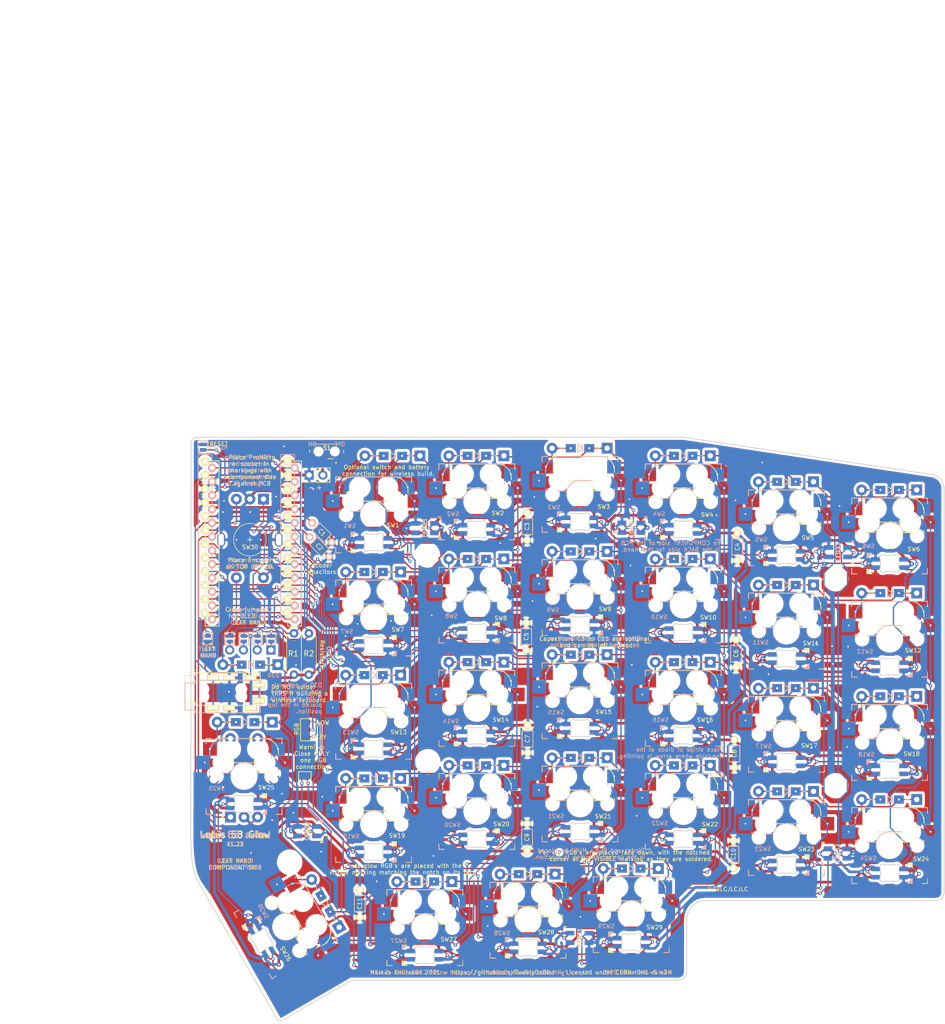
<source format=kicad_pcb>
(kicad_pcb (version 20211014) (generator pcbnew)
  (title_block (title "Lotus 58 Glow") (date "2021-12-17") (rev "v1.23") (company "Markus Knutsson <markus.knutsson@tweety.se>") (comment 1 "https://github.com/TweetyDaBird") (comment 2 "Licensed under CERN-OHL-S v2 or any superseding version"))
  (layers (0 "F.Cu" signal) (31 "B.Cu" signal) (34 "B.Paste" user) (35 "F.Paste" user) (36 "B.SilkS" user "B.Silkscreen") (37 "F.SilkS" user "F.Silkscreen") (38 "B.Mask" user) (39 "F.Mask" user) (44 "Edge.Cuts" user))
  (net 0 "")
  (net 1 "Net-(D1-Pad2)")
  (net 2 "row4")
  (net 3 "Net-(D2-Pad2)")
  (net 4 "Net-(D3-Pad2)")
  (net 5 "row0")
  (net 6 "Net-(D4-Pad2)")
  (net 7 "row1")
  (net 8 "Net-(D5-Pad2)")
  (net 9 "row2")
  (net 10 "Net-(D6-Pad2)")
  (net 11 "row3")
  (net 12 "Net-(D7-Pad2)")
  (net 13 "Net-(D8-Pad2)")
  (net 14 "Net-(D9-Pad2)")
  (net 15 "Net-(D10-Pad2)")
  (net 16 "Net-(D11-Pad2)")
  (net 17 "Net-(D12-Pad2)")
  (net 18 "Net-(D13-Pad2)")
  (net 19 "Net-(D14-Pad2)")
  (net 20 "Net-(D15-Pad2)")
  (net 21 "Net-(D16-Pad2)")
  (net 22 "Net-(D17-Pad2)")
  (net 23 "Net-(D18-Pad2)")
  (net 24 "Net-(D19-Pad2)")
  (net 25 "Net-(D20-Pad2)")
  (net 26 "Net-(D21-Pad2)")
  (net 27 "Net-(D22-Pad2)")
  (net 28 "Net-(D23-Pad2)")
  (net 29 "Net-(D24-Pad2)")
  (net 30 "Net-(D26-Pad2)")
  (net 31 "Net-(D27-Pad2)")
  (net 32 "Net-(D28-Pad2)")
  (net 33 "VCC")
  (net 34 "GND")
  (net 35 "col0")
  (net 36 "col1")
  (net 37 "col2")
  (net 38 "col3")
  (net 39 "col4")
  (net 40 "col5")
  (net 41 "SDA")
  (net 42 "LED")
  (net 43 "SCL")
  (net 44 "RESET")
  (net 45 "Net-(D29-Pad2)")
  (net 46 "DATA")
  (net 47 "Net-(D30-Pad2)")
  (net 48 "Hand")
  (net 49 "B")
  (net 50 "A")
  (net 51 "Alt")
  (net 52 "Net-(LED1-Pad2)")
  (net 53 "Net-(LED2-Pad2)")
  (net 54 "Net-(JP5-Pad1)")
  (net 55 "Net-(JP10-Pad1)")
  (net 56 "Net-(JP11-Pad1)")
  (net 57 "Net-(JP12-Pad1)")
  (net 58 "Net-(LED3-Pad2)")
  (net 59 "Net-(LED4-Pad2)")
  (net 60 "Net-(LED5-Pad2)")
  (net 61 "Net-(LED12-Pad4)")
  (net 62 "Net-(LED7-Pad4)")
  (net 63 "Net-(LED13-Pad4)")
  (net 64 "Net-(LED8-Pad4)")
  (net 65 "Net-(LED10-Pad2)")
  (net 66 "Net-(LED10-Pad4)")
  (net 67 "Net-(LED11-Pad4)")
  (net 68 "Net-(LED13-Pad2)")
  (net 69 "Net-(LED14-Pad2)")
  (net 70 "Net-(LED15-Pad2)")
  (net 71 "Net-(LED16-Pad2)")
  (net 72 "Net-(LED17-Pad2)")
  (net 73 "Net-(LED18-Pad2)")
  (net 74 "Net-(LED19-Pad4)")
  (net 75 "Net-(LED19-Pad2)")
  (net 76 "Net-(LED20-Pad4)")
  (net 77 "Net-(LED21-Pad4)")
  (net 78 "Net-(LED22-Pad4)")
  (net 79 "Net-(LED23-Pad4)")
  (net 80 "Net-(LED25-Pad2)")
  (net 81 "Net-(LED26-Pad2)")
  (net 82 "Net-(LED27-Pad2)")
  (net 83 "Net-(LED28-Pad2)")
  (net 84 "Net-(LED30-Pad1)")
  (net 85 "Net-(LED31-Pad1)")
  (net 86 "Net-(LED32-Pad1)")
  (net 87 "Net-(LED33-Pad1)")
  (net 88 "Net-(LED34-Pad1)")
  (net 89 "unconnected-(J1-PadS)")
  (net 90 "RGB_KEY")
  (net 91 "RGB_GLOW")
  (net 92 "RGB_LINK")
  (net 93 "Battery")
  (net 94 "/Batt")
  (footprint "MountingHole:MountingHole_3.7mm" (layer "F.Cu") (at 124.32538 57.40908)
    (fp_text reference "TH1" hide)
    (fp_text value "HOLE")
  )
  (footprint "MountingHole:MountingHole_3.7mm" (layer "F.Cu") (at 199.7 61.8)
    (fp_text reference "TH2" hide)
    (fp_text value "HOLE")
  )
  (footprint "MountingHole:MountingHole_3.7mm" (layer "F.Cu") (at 124.3965 95.5675)
    (fp_text reference "TH3" hide)
    (fp_text value "HOLE")
  )
  (footprint "MountingHole:MountingHole_3.7mm" (layer "F.Cu") (at 199.7 100)
    (fp_text reference "TH4" hide)
    (fp_text value "HOLE")
  )
  (footprint "MountingHole:MountingHole_3.7mm" (layer "F.Cu") (at 98.8949 114.1095 90)
    (fp_text reference "TH5" hide)
    (fp_text value "HOLE")
  )
  (footprint "Keyboard Library:Jumper_Mini" (layer "F.Cu") (at 95.4987 72.8755 90)
    (fp_text reference "JP9" hide)
    (fp_text value "Jumper_NO_Small" hide)
  )
  (footprint "Keyboard Library:Jumper_Mini" (layer "F.Cu") (at 92.990766 72.8755 90)
    (fp_text reference "JP10" hide)
    (fp_text value "Jumper_NO_Small" hide)
  )
  (footprint "Keyboard Library:Jumper_Mini" (layer "F.Cu") (at 90.419332 72.8755 90)
    (fp_text reference "JP11" hide)
    (fp_text value "Jumper_NO_Small" hide)
  )
  (footprint "Keyboard Library:Jumper_Mini" (layer "F.Cu") (at 87.8479 72.8755 90)
    (fp_text reference "JP12" hide)
    (fp_text value "Jumper_NO_Small" hide)
  )
  (footprint "keyswitches:Kailh_socket_MX_reversible_RGB" (layer "F.Cu") (at 133.45 47.6)
    (fp_text reference "SW2")
    (fp_text value "Kailh hotswap MX socket")
  )
  (footprint "keyswitches:Kailh_socket_MX_reversible_RGB" (layer "F.Cu") (at 152.5 46.21)
    (fp_text reference "SW3")
    (fp_text value "Kailh hotswap MX socket")
  )
  (footprint "keyswitches:Kailh_socket_MX_reversible_RGB" (layer "F.Cu") (at 171.55 47.6)
    (fp_text reference "SW4")
    (fp_text value "Kailh hotswap MX socket")
  )
  (footprint "keyswitches:Kailh_socket_MX_reversible_RGB" (layer "F.Cu") (at 209.65 53.9)
    (fp_text reference "SW6")
    (fp_text value "Kailh hotswap MX socket")
  )
  (footprint "keyswitches:Kailh_socket_MX_reversible_RGB" (layer "F.Cu") (at 114.4 69.05)
    (fp_text reference "SW7")
    (fp_text value "Kailh hotswap MX socket")
  )
  (footprint "keyswitches:Kailh_socket_MX_reversible_RGB" (layer "F.Cu") (at 152.5 65.26)
    (fp_text reference "SW9")
    (fp_text value "Kailh hotswap MX socket")
  )
  (footprint "keyswitches:Kailh_socket_MX_reversible_RGB" (layer "F.Cu") (at 171.55 66.65)
    (fp_text reference "SW10")
    (fp_text value "Kailh hotswap MX socket")
  )
  (footprint "keyswitches:Kailh_socket_MX_reversible_RGB" (layer "F.Cu") (at 190.6 71.45)
    (fp_text reference "SW11")
    (fp_text value "Kailh hotswap MX socket")
  )
  (footprint "keyswitches:Kailh_socket_MX_reversible_RGB" (layer "F.Cu") (at 209.65 72.95)
    (fp_text reference "SW12")
    (fp_text value "Kailh hotswap MX socket")
  )
  (footprint "keyswitches:Kailh_socket_MX_reversible_RGB" (layer "F.Cu") (at 114.4 88.1)
    (fp_text reference "SW13")
    (fp_text value "Kailh hotswap MX socket")
  )
  (footprint "keyswitches:Kailh_socket_MX_reversible_RGB" (layer "F.Cu") (at 133.45 85.7)
    (fp_text reference "SW14")
    (fp_text value "Kailh hotswap MX socket")
  )
  (footprint "keyswitches:Kailh_socket_MX_reversible_RGB" (layer "F.Cu") (at 152.5 84.31)
    (fp_text reference "SW15")
    (fp_text value "Kailh hotswap MX socket")
  )
  (footprint "keyswitches:Kailh_socket_MX_reversible_RGB" (layer "F.Cu") (at 190.6 90.5)
    (fp_text reference "SW17")
    (fp_text value "Kailh hotswap MX socket")
  )
  (footprint "keyswitches:Kailh_socket_MX_reversible_RGB" (layer "F.Cu") (at 209.65 92)
    (fp_text reference "SW18")
    (fp_text value "Kailh hotswap MX socket")
  )
  (footprint "keyswitches:Kailh_socket_MX_reversible_RGB" (layer "F.Cu") (at 114.4 107.15)
    (fp_text reference "SW19")
    (fp_text value "Kailh hotswap MX socket")
  )
  (footprint "keyswitches:Kailh_socket_MX_reversible_RGB" (layer "F.Cu") (at 133.45 104.75)
    (fp_text reference "SW20")
    (fp_text value "Kailh hotswap MX socket")
  )
  (footprint "keyswitches:Kailh_socket_MX_reversible_RGB" (layer "F.Cu") (at 152.5 103.36)
    (fp_text reference "SW21")
    (fp_text value "Kailh hotswap MX socket")
  )
  (footprint "keyswitches:Kailh_socket_MX_reversible_RGB" (layer "F.Cu") (at 171.55 104.75)
    (fp_text reference "SW22")
    (fp_text value "Kailh hotswap MX socket")
  )
  (footprint "keyswitches:Kailh_socket_MX_reversible_RGB" (layer "F.Cu") (at 190.6 109.55)
    (fp_text reference "SW23")
    (fp_text value "Kailh hotswap MX socket")
  )
  (footprint "keyswitches:Kailh_socket_MX_reversible_RGB" (layer "F.Cu") (at 123.85 126.2)
    (fp_text reference "SW27")
    (fp_text value "Kailh hotswap MX socket")
  )
  (footprint "keyswitches:Kailh_socket_MX_reversible_RGB" (layer "F.Cu") (at 142.8977 124.8283)
    (fp_text reference "SW28")
    (fp_text value "Kailh hotswap MX socket")
  )
  (footprint "keyswitches:Kailh_socket_MX_reversible_RGB" (layer "F.Cu") (at 161.95 123.8)
    (fp_text reference "SW29")
    (fp_text value "Kailh hotswap MX socket")
  )
  (footprint "keyswitches:Kailh_socket_MX_reversible_RGB" (layer "F.Cu") (at 114.4 50)
    (fp_text reference "SW1")
    (fp_text value "Kailh hotswap MX socket")
  )
  (footprint "keyswitches:Kailh_socket_MX_reversible_RGB" (layer "F.Cu") (at 90.4748 98.2853)
    (fp_text reference "SW25")
    (fp_text value "Kailh hotswap MX socket")
  )
  (footprint "keyswitches:Kailh_socket_MX_reversible_RGB" (layer "F.Cu") (at 209.65 111.05)
    (fp_text reference "SW24")
    (fp_text value "Kailh hotswap MX socket")
  )
  (footprint "Resistor_THT:R_Axial_DIN0207_L6.3mm_D2.5mm_P7.62mm_Horizontal" (layer "F.Cu") (at 102.44 79.5 90)
    (fp_text reference "R2")
    (fp_text value "4k7")
  )
  (footprint "keyswitches:Kailh_socket_MX_reversible_RGB" (layer "F.Cu") (at 98.171 126.0475 -60)
    (fp_text reference "SW26")
    (fp_text value "Kailh hotswap MX socket")
  )
  (footprint "keyswitches:Kailh_socket_MX_reversible_RGB" (layer "F.Cu") (at 171.55 85.7)
    (fp_text reference "SW16")
    (fp_text value "Kailh hotswap MX socket")
  )
  (footprint "KiCad-SSD1306-0.91-OLED-4pin-128x32:SSD1306-0.91-OLED-4pin-128x32" (layer "F.Cu") (at 97.6305 38.4435 -90)
    (fp_text reference "P1" hide)
    (fp_text value "OLED")
  )
  (footprint "Keyboard Library:LED_SK6812MINI_PLCC4_3.5x3.5mm_P1.75mm" (layer "F.Cu") (at 152.4 128.0795 180)
    (fp_text reference "LED31")
    (fp_text value "SK6812MINI")
  )
  (footprint "Keyboard Library:LED_SK6812MINI_PLCC4_3.5x3.5mm_P1.75mm" (layer "F.Cu") (at 102.108 108.3945)
    (fp_text reference "LED30")
    (fp_text value "SK6812MINI")
  )
  (footprint "Keyboard Library:LED_SK6812MINI_PLCC4_3.5x3.5mm_P1.75mm" (layer "F.Cu") (at 200.152 56.896)
    (fp_text reference "LED33")
    (fp_text value "SK6812MINI")
  )
  (footprint "Keyboard Library:LED_SK6812MINI_PLCC4_3.5x3.5mm_P1.75mm" (layer "F.Cu") (at 123.8885 52.451)
    (fp_text reference "LED35")
    (fp_text value "SK6812MINI")
  )
  (footprint "Keyboard Library:RotaryEncoder_Alps_EC11E-Switch_Vertical_H20_special" (layer "F.Cu") (at 91.567 54.594 -90)
    (fp_text reference "SW30")
    (fp_text value "Rotary_Encoder_Switch")
  )
  (footprint "Keyboard Library:ProMicro_Reversible" (layer "F.Cu") (at 92.106 54.9)
    (fp_text reference "U1" hide)
    (fp_text value "ProMicro" hide)
  )
  (footprint "Resistor_THT:R_Axial_DIN0207_L6.3mm_D2.5mm_P7.62mm_Horizontal" (layer "F.Cu") (at 99.7 79.5 90)
    (fp_text reference "R1")
    (fp_text value "4k7")
  )
  (footprint "Common Library:MJ-4PP-9_alim" (layer "F.Cu") (at 81.4705 82.169 90)
    (fp_text reference "J1" hide)
    (fp_text value "PJ-320A" hide)
  )
  (footprint "keyswitches:Kailh_socket_MX_reversible_RGB" (layer "F.Cu") (at 190.6 52.4)
    (fp_text reference "SW5")
    (fp_text value "Kailh hotswap MX socket")
  )
  (footprint "Keyboard Library:RotaryEncoder_Alps_EC11E-Switch_Special" (layer "F.Cu") (at 90.4748 98.2853 90)
    (fp_text reference "SW31" hide)
    (fp_text value "Rotary_Encoder_Switch")
  )
  (footprint "Keyboard Library:LED_SK6812MINI_PLCC4_3.5x3.5mm_P1.75mm" (layer "F.Cu") (at 161.9885 52.3875)
    (fp_text reference "LED34")
    (fp_text value "SK6812MINI")
  )
  (footprint "Keyboard Library:Jumper_Mini" (layer "F.Cu") (at 83.789 72.8507 -90)
    (fp_text reference "JP3" hide)
    (fp_text value "LEFT" hide)
  )
  (footprint "keyswitches:Kailh_socket_MX_reversible_RGB" (layer "F.Cu") (at 133.45 66.65)
    (fp_text reference "SW8")
    (fp_text value "Kailh hotswap MX socket")
  )
  (footprint "kicad-keyboard-parts:MX_SK6812MINI-E_REVERSIBLE" (layer "F.Cu") (at 114.4 55.08 180)
    (fp_text reference "LED1" hide)
    (fp_text value "SK6812MINI-E")
    (fp_line (start 0.794452 1.499999) (end -0.794452 1.499999) (layer "Edge.Cuts") (width 0.15))
    (fp_line (start 1.699999 -0.702843) (end 1.699999 0.702841) (layer "Edge.Cuts") (width 0.15))
    (fp_line (start -0.794452 -1.5) (end 0.794453 -1.5) (layer "Edge.Cuts") (width 0.15))
    (fp_line (start -1.699999 0.702841) (end -1.699999 -0.702843) (layer "Edge.Cuts") (width 0.15))
    (fp_arc (start 0.794452 1.499999) (mid 0.925123 1.517376) (end 1.046711 1.568298) (layer "Edge.Cuts") (width 0.15))
    (fp_arc (start 1.046711 -1.568299) (mid 1.638071 -1.504036) (end 1.749484 -0.919721) (layer "Edge.Cuts") (width 0.15))
    (fp_arc (start -1.046711 1.568296) (mid -1.63807 1.504033) (end -1.749484 0.919719) (layer "Edge.Cuts") (width 0.15))
    (fp_arc (start -1.749484 -0.919721) (mid -1.638071 -1.504036) (end -1.046711 -1.5683) (layer "Edge.Cuts") (width 0.15))
    (fp_arc (start -1.749484 -0.919721) (mid -1.712527 -0.814069) (end -1.699999 -0.702843) (layer "Edge.Cuts") (width 0.15))
    (fp_arc (start 1.046711 -1.568299) (mid 0.925123 -1.517377) (end 0.794453 -1.5) (layer "Edge.Cuts") (width 0.15))
    (fp_arc (start 1.749484 0.919718) (mid 1.638072 1.504034) (end 1.046711 1.568298) (layer "Edge.Cuts") (width 0.15))
    (fp_arc (start -1.699999 0.702842) (mid -1.712527 0.814067) (end -1.749484 0.919719) (layer "Edge.Cuts") (width 0.15))
    (fp_arc (start -1.04671 1.568298) (mid -0.925122 1.517376) (end -0.794452 1.499999) (layer "Edge.Cuts") (width 0.15))
    (fp_arc (start 1.699999 -0.702844) (mid 1.712526 -0.81407) (end 1.749484 -0.919721) (layer "Edge.Cuts") (width 0.15))
    (fp_arc (start -0.794453 -1.500001) (mid -0.925123 -1.517378) (end -1.046711 -1.5683) (layer "Edge.Cuts") (width 0.15))
    (fp_arc (start 1.749484 0.919719) (mid 1.712511 0.81407) (end 1.699999 0.702841) (layer "Edge.Cuts") (width 0.15))
  )
  (footprint "Keyboard Library:Jumper_Mini" (layer "F.Cu") (at 82.91 37.51 90)
    (fp_text reference "JP2" hide)
    (fp_text value "RESET" hide)
  )
  (footprint "kicad-keyboard-parts:MX_SK6812MINI-E_REVERSIBLE" (layer "F.Cu") (at 133.45 52.68 180)
    (fp_text reference "LED2" hide)
    (fp_text value "SK6812MINI-E")
    (fp_line (start -0.794452 -1.5) (end 0.794453 -1.5) (layer "Edge.Cuts") (width 0.15))
    (fp_line (start 1.699999 -0.702843) (end 1.699999 0.702841) (layer "Edge.Cuts") (width 0.15))
    (fp_line (start 0.794452 1.499999) (end -0.794452 1.499999) (layer "Edge.Cuts") (width 0.15))
    (fp_line (start -1.699999 0.702841) (end -1.699999 -0.702843) (layer "Edge.Cuts") (width 0.15))
    (fp_arc (start 1.749484 0.919718) (mid 1.638072 1.504034) (end 1.046711 1.568298) (layer "Edge.Cuts") (width 0.15))
    (fp_arc (start 1.749484 0.919719) (mid 1.712511 0.81407) (end 1.699999 0.702841) (layer "Edge.Cuts") (width 0.15))
    (fp_arc (start -0.794453 -1.500001) (mid -0.925123 -1.517378) (end -1.046711 -1.5683) (layer "Edge.Cuts") (width 0.15))
    (fp_arc (start 1.046711 -1.568299) (mid 1.638071 -1.504036) (end 1.749484 -0.919721) (layer "Edge.Cuts") (width 0.15))
    (fp_arc (start -1.749484 -0.919721) (mid -1.712527 -0.814069) (end -1.699999 -0.702843) (layer "Edge.Cuts") (width 0.15))
    (fp_arc (start 1.046711 -1.568299) (mid 0.925123 -1.517377) (end 0.794453 -1.5) (layer "Edge.Cuts") (width 0.15))
    (fp_arc (start -1.699999 0.702842) (mid -1.712527 0.814067) (end -1.749484 0.919719) (layer "Edge.Cuts") (width 0.15))
    (fp_arc (start -1.046711 1.568296) (mid -1.63807 1.504033) (end -1.749484 0.919719) (layer "Edge.Cuts") (width 0.15))
    (fp_arc (start -1.04671 1.568298) (mid -0.925122 1.517376) (end -0.794452 1.499999) (layer "Edge.Cuts") (width 0.15))
    (fp_arc (start -1.749484 -0.919721) (mid -1.638071 -1.504036) (end -1.046711 -1.5683) (layer "Edge.Cuts") (width 0.15))
    (fp_arc (start 0.794452 1.499999) (mid 0.925123 1.517376) (end 1.046711 1.568298) (layer "Edge.Cuts") (width 0.15))
    (fp_arc (start 1.699999 -0.702844) (mid 1.712526 -0.81407) (end 1.749484 -0.919721) (layer "Edge.Cuts") (width 0.15))
  )
  (footprint "kicad-keyboard-parts:MX_SK6812MINI-E_REVERSIBLE" (layer "F.Cu") (at 152.5 51.29 180)
    (fp_text reference "LED3" hide)
    (fp_text value "SK6812MINI-E")
    (fp_line (start -0.794452 -1.5) (end 0.794453 -1.5) (layer "Edge.Cuts") (width 0.15))
    (fp_line (start 1.699999 -0.702843) (end 1.699999 0.702841) (layer "Edge.Cuts") (width 0.15))
    (fp_line (start -1.699999 0.702841) (end -1.699999 -0.702843) (layer "Edge.Cuts") (width 0.15))
    (fp_line (start 0.794452 1.499999) (end -0.794452 1.499999) (layer "Edge.Cuts") (width 0.15))
    (fp_arc (start 1.046711 -1.568299) (mid 1.638071 -1.504036) (end 1.749484 -0.919721) (layer "Edge.Cuts") (width 0.15))
    (fp_arc (start -1.749484 -0.919721) (mid -1.638071 -1.504036) (end -1.046711 -1.5683) (layer "Edge.Cuts") (width 0.15))
    (fp_arc (start 1.699999 -0.702844) (mid 1.712526 -0.81407) (end 1.749484 -0.919721) (layer "Edge.Cuts") (width 0.15))
    (fp_arc (start -1.04671 1.568298) (mid -0.925122 1.517376) (end -0.794452 1.499999) (layer "Edge.Cuts") (width 0.15))
    (fp_arc (start -1.699999 0.702842) (mid -1.712527 0.814067) (end -1.749484 0.919719) (layer "Edge.Cuts") (width 0.15))
    (fp_arc (start -1.749484 -0.919721) (mid -1.712527 -0.814069) (end -1.699999 -0.702843) (layer "Edge.Cuts") (width 0.15))
    (fp_arc (start -0.794453 -1.500001) (mid -0.925123 -1.517378) (end -1.046711 -1.5683) (layer "Edge.Cuts") (width 0.15))
    (fp_arc (start 1.749484 0.919719) (mid 1.712511 0.81407) (end 1.699999 0.702841) (layer "Edge.Cuts") (width 0.15))
    (fp_arc (start 1.046711 -1.568299) (mid 0.925123 -1.517377) (end 0.794453 -1.5) (layer "Edge.Cuts") (width 0.15))
    (fp_arc (start 0.794452 1.499999) (mid 0.925123 1.517376) (end 1.046711 1.568298) (layer "Edge.Cuts") (width 0.15))
    (fp_arc (start 1.749484 0.919718) (mid 1.638072 1.504034) (end 1.046711 1.568298) (layer "Edge.Cuts") (width 0.15))
    (fp_arc (start -1.046711 1.568296) (mid -1.63807 1.504033) (end -1.749484 0.919719) (layer "Edge.Cuts") (width 0.15))
  )
  (footprint "kicad-keyboard-parts:MX_SK6812MINI-E_REVERSIBLE" (layer "F.Cu") (at 171.55 52.68 180)
    (fp_text reference "LED4" hide)
    (fp_text value "SK6812MINI-E")
    (fp_line (start 1.699999 -0.702843) (end 1.699999 0.702841) (layer "Edge.Cuts") (width 0.15))
    (fp_line (start 0.794452 1.499999) (end -0.794452 1.499999) (layer "Edge.Cuts") (width 0.15))
    (fp_line (start -0.794452 -1.5) (end 0.794453 -1.5) (layer "Edge.Cuts") (width 0.15))
    (fp_line (start -1.699999 0.702841) (end -1.699999 -0.702843) (layer "Edge.Cuts") (width 0.15))
    (fp_arc (start -1.749484 -0.919721) (mid -1.712527 -0.814069) (end -1.699999 -0.702843) (layer "Edge.Cuts") (width 0.15))
    (fp_arc (start 1.699999 -0.702844) (mid 1.712526 -0.81407) (end 1.749484 -0.919721) (layer "Edge.Cuts") (width 0.15))
    (fp_arc (start -1.046711 1.568296) (mid -1.63807 1.504033) (end -1.749484 0.919719) (layer "Edge.Cuts") (width 0.15))
    (fp_arc (start 1.046711 -1.568299) (mid 1.638071 -1.504036) (end 1.749484 -0.919721) (layer "Edge.Cuts") (width 0.15))
    (fp_arc (start 1.749484 0.919718) (mid 1.638072 1.504034) (end 1.046711 1.568298) (layer "Edge.Cuts") (width 0.15))
    (fp_arc (start -1.749484 -0.919721) (mid -1.638071 -1.504036) (end -1.046711 -1.5683) (layer "Edge.Cuts") (width 0.15))
    (fp_arc (start -1.04671 1.568298) (mid -0.925122 1.517376) (end -0.794452 1.499999) (layer "Edge.Cuts") (width 0.15))
    (fp_arc (start -0.794453 -1.500001) (mid -0.925123 -1.517378) (end -1.046711 -1.5683) (layer "Edge.Cuts") (width 0.15))
    (fp_arc (start 1.749484 0.919719) (mid 1.712511 0.81407) (end 1.699999 0.702841) (layer "Edge.Cuts") (width 0.15))
    (fp_arc (start -1.699999 0.702842) (mid -1.712527 0.814067) (end -1.749484 0.919719) (layer "Edge.Cuts") (width 0.15))
    (fp_arc (start 1.046711 -1.568299) (mid 0.925123 -1.517377) (end 0.794453 -1.5) (layer "Edge.Cuts") (width 0.15))
    (fp_arc (start 0.794452 1.499999) (mid 0.925123 1.517376) (end 1.046711 1.568298) (layer "Edge.Cuts") (width 0.15))
  )
  (footprint "kicad-keyboard-parts:MX_SK6812MINI-E_REVERSIBLE" (layer "F.Cu") (at 190.6 57.48 180)
    (fp_text reference "LED5" hide)
    (fp_text value "SK6812MINI-E")
    (fp_line (start 0.794452 1.499999) (end -0.794452 1.499999) (layer "Edge.Cuts") (width 0.15))
    (fp_line (start 1.699999 -0.702843) (end 1.699999 0.702841) (layer "Edge.Cuts") (width 0.15))
    (fp_line (start -0.794452 -1.5) (end 0.794453 -1.5) (layer "Edge.Cuts") (width 0.15))
    (fp_line (start -1.699999 0.702841) (end -1.699999 -0.702843) (layer "Edge.Cuts") (width 0.15))
    (fp_arc (start -1.046711 1.568296) (mid -1.63807 1.504033) (end -1.749484 0.919719) (layer "Edge.Cuts") (width 0.15))
    (fp_arc (start -1.04671 1.568298) (mid -0.925122 1.517376) (end -0.794452 1.499999) (layer "Edge.Cuts") (width 0.15))
    (fp_arc (start 1.749484 0.919718) (mid 1.638072 1.504034) (end 1.046711 1.568298) (layer "Edge.Cuts") (width 0.15))
    (fp_arc (start 1.046711 -1.568299) (mid 0.925123 -1.517377) (end 0.794453 -1.5) (layer "Edge.Cuts") (width 0.15))
    (fp_arc (start 0.794452 1.499999) (mid 0.925123 1.517376) (end 1.046711 1.568298) (layer "Edge.Cuts") (width 0.15))
    (fp_arc (start 1.699999 -0.702844) (mid 1.712526 -0.81407) (end 1.749484 -0.919721) (layer "Edge.Cuts") (width 0.15))
    (fp_arc (start -1.749484 -0.919721) (mid -1.712527 -0.814069) (end -1.699999 -0.702843) (layer "Edge.Cuts") (width 0.15))
    (fp_arc (start -1.699999 0.702842) (mid -1.712527 0.814067) (end -1.749484 0.919719) (layer "Edge.Cuts") (width 0.15))
    (fp_arc (start 1.749484 0.919719) (mid 1.712511 0.81407) (end 1.699999 0.702841) (layer "Edge.Cuts") (width 0.15))
    (fp_arc (start -1.749484 -0.919721) (mid -1.638071 -1.504036) (end -1.046711 -1.5683) (layer "Edge.Cuts") (width 0.15))
    (fp_arc (start 1.046711 -1.568299) (mid 1.638071 -1.504036) (end 1.749484 -0.919721) (layer "Edge.Cuts") (width 0.15))
    (fp_arc (start -0.794453 -1.500001) (mid -0.925123 -1.517378) (end -1.046711 -1.5683) (layer "Edge.Cuts") (width 0.15))
  )
  (footprint "kicad-keyboard-parts:MX_SK6812MINI-E_REVERSIBLE" (layer "F.Cu") (at 209.65 58.98 180)
    (fp_text reference "LED6" hide)
    (fp_text value "SK6812MINI-E")
    (fp_line (start -1.699999 0.702841) (end -1.699999 -0.702843) (layer "Edge.Cuts") (width 0.15))
    (fp_line (start -0.794452 -1.5) (end 0.794453 -1.5) (layer "Edge.Cuts") (width 0.15))
    (fp_line (start 0.794452 1.499999) (end -0.794452 1.499999) (layer "Edge.Cuts") (width 0.15))
    (fp_line (start 1.699999 -0.702843) (end 1.699999 0.702841) (layer "Edge.Cuts") (width 0.15))
    (fp_arc (start 1.749484 0.919719) (mid 1.712511 0.81407) (end 1.699999 0.702841) (layer "Edge.Cuts") (width 0.15))
    (fp_arc (start -1.749484 -0.919721) (mid -1.638071 -1.504036) (end -1.046711 -1.5683) (layer "Edge.Cuts") (width 0.15))
    (fp_arc (start -0.794453 -1.500001) (mid -0.925123 -1.517378) (end -1.046711 -1.5683) (layer "Edge.Cuts") (width 0.15))
    (fp_arc (start 1.046711 -1.568299) (mid 1.638071 -1.504036) (end 1.749484 -0.919721) (layer "Edge.Cuts") (width 0.15))
    (fp_arc (start 1.046711 -1.568299) (mid 0.925123 -1.517377) (end 0.794453 -1.5) (layer "Edge.Cuts") (width 0.15))
    (fp_arc (start -1.749484 -0.919721) (mid -1.712527 -0.814069) (end -1.699999 -0.702843) (layer "Edge.Cuts") (width 0.15))
    (fp_arc (start 0.794452 1.499999) (mid 0.925123 1.517376) (end 1.046711 1.568298) (layer "Edge.Cuts") (width 0.15))
    (fp_arc (start 1.749484 0.919718) (mid 1.638072 1.504034) (end 1.046711 1.568298) (layer "Edge.Cuts") (width 0.15))
    (fp_arc (start -1.699999 0.702842) (mid -1.712527 0.814067) (end -1.749484 0.919719) (layer "Edge.Cuts") (width 0.15))
    (fp_arc (start 1.699999 -0.702844) (mid 1.712526 -0.81407) (end 1.749484 -0.919721) (layer "Edge.Cuts") (width 0.15))
    (fp_arc (start -1.046711 1.568296) (mid -1.63807 1.504033) (end -1.749484 0.919719) (layer "Edge.Cuts") (width 0.15))
    (fp_arc (start -1.04671 1.568298) (mid -0.925122 1.517376) (end -0.794452 1.499999) (layer "Edge.Cuts") (width 0.15))
  )
  (footprint "kicad-keyboard-parts:MX_SK6812MINI-E_REVERSIBLE" (layer "F.Cu") (at 114.4 74.13)
    (fp_text reference "LED7" hide)
    (fp_text value "SK6812MINI-E")
    (fp_line (start -0.794452 -1.5) (end 0.794453 -1.5) (layer "Edge.Cuts") (width 0.15))
    (fp_line (start -1.699999 0.702841) (end -1.699999 -0.702843) (layer "Edge.Cuts") (width 0.15))
    (fp_line (start 1.699999 -0.702843) (end 1.699999 0.702841) (layer "Edge.Cuts") (width 0.15))
    (fp_line (start 0.794452 1.499999) (end -0.794452 1.499999) (layer "Edge.Cuts") (width 0.15))
    (fp_arc (start 1.046711 -1.568299) (mid 0.925123 -1.517377) (end 0.794453 -1.5) (layer "Edge.Cuts") (width 0.15))
    (fp_arc (start -1.749484 -0.919721) (mid -1.638071 -1.504036) (end -1.046711 -1.5683) (layer "Edge.Cuts") (width 0.15))
    (fp_arc (start -0.794453 -1.500001) (mid -0.925123 -1.517378) (end -1.046711 -1.5683) (layer "Edge.Cuts") (width 0.15))
    (fp_arc (start -1.046711 1.568296) (mid -1.63807 1.504033) (end -1.749484 0.919719) (layer "Edge.Cuts") (width 0.15))
    (fp_arc (start -1.04671 1.568298) (mid -0.925122 1.517376) (end -0.794452 1.499999) (layer "Edge.Cuts") (width 0.15))
    (fp_arc (start 1.749484 0.919719) (mid 1.712511 0.81407) (end 1.699999 0.702841) (layer "Edge.Cuts") (width 0.15))
    (fp_arc (start 1.046711 -1.568299) (mid 1.638071 -1.504036) (end 1.749484 -0.919721) (layer "Edge.Cuts") (width 0.15))
    (fp_arc (start 1.749484 0.919718) (mid 1.638072 1.504034) (end 1.046711 1.568298) (layer "Edge.Cuts") (width 0.15))
    (fp_arc (start 1.699999 -0.702844) (mid 1.712526 -0.81407) (end 1.749484 -0.919721) (layer "Edge.Cuts") (width 0.15))
    (fp_arc (start 0.794452 1.499999) (mid 0.925123 1.517376) (end 1.046711 1.568298) (layer "Edge.Cuts") (width 0.15))
    (fp_arc (start -1.749484 -0.919721) (mid -1.712527 -0.814069) (end -1.699999 -0.702843) (layer "Edge.Cuts") (width 0.15))
    (fp_arc (start -1.699999 0.702842) (mid -1.712527 0.814067) (end -1.749484 0.919719) (layer "Edge.Cuts") (width 0.15))
  )
  (footprint "kicad-keyboard-parts:MX_SK6812MINI-E_REVERSIBLE" (layer "F.Cu") (at 133.45 71.73)
    (fp_text reference "LED8" hide)
    (fp_text value "SK6812MINI-E")
    (fp_line (start -1.699999 0.702841) (end -1.699999 -0.702843) (layer "Edge.Cuts") (width 0.15))
    (fp_line (start 0.794452 1.499999) (end -0.794452 1.499999) (layer "Edge.Cuts") (width 0.15))
    (fp_line (start 1.699999 -0.702843) (end 1.699999 0.702841) (layer "Edge.Cuts") (width 0.15))
    (fp_line (start -0.794452 -1.5) (end 0.794453 -1.5) (layer "Edge.Cuts") (width 0.15))
    (fp_arc (start 1.046711 -1.568299) (mid 0.925123 -1.517377) (end 0.794453 -1.5) (layer "Edge.Cuts") (width 0.15))
    (fp_arc (start -1.04671 1.568298) (mid -0.925122 1.517376) (end -0.794452 1.499999) (layer "Edge.Cuts") (width 0.15))
    (fp_arc (start 1.749484 0.919719) (mid 1.712511 0.81407) (end 1.699999 0.702841) (layer "Edge.Cuts") (width 0.15))
    (fp_arc (start 0.794452 1.499999) (mid 0.925123 1.517376) (end 1.046711 1.568298) (layer "Edge.Cuts") (width 0.15))
    (fp_arc (start 1.046711 -1.568299) (mid 1.638071 -1.504036) (end 1.749484 -0.919721) (layer "Edge.Cuts") (width 0.15))
    (fp_arc (start -1.749484 -0.919721) (mid -1.712527 -0.814069) (end -1.699999 -0.702843) (layer "Edge.Cuts") (width 0.15))
    (fp_arc (start -1.699999 0.702842) (mid -1.712527 0.814067) (end -1.749484 0.919719) (layer "Edge.Cuts") (width 0.15))
    (fp_arc (start 1.699999 -0.702844) (mid 1.712526 -0.81407) (end 1.749484 -0.919721) (layer "Edge.Cuts") (width 0.15))
    (fp_arc (start -1.046711 1.568296) (mid -1.63807 1.504033) (end -1.749484 0.919719) (layer "Edge.Cuts") (width 0.15))
    (fp_arc (start -1.749484 -0.919721) (mid -1.638071 -1.504036) (end -1.046711 -1.5683) (layer "Edge.Cuts") (width 0.15))
    (fp_arc (start -0.794453 -1.500001) (mid -0.925123 -1.517378) (end -1.046711 -1.5683) (layer "Edge.Cuts") (width 0.15))
    (fp_arc (start 1.749484 0.919718) (mid 1.638072 1.504034) (end 1.046711 1.568298) (layer "Edge.Cuts") (width 0.15))
  )
  (footprint "kicad-keyboard-parts:MX_SK6812MINI-E_REVERSIBLE" (layer "F.Cu") (at 152.5 70.34)
    (fp_text reference "LED9" hide)
    (fp_text value "SK6812MINI-E")
    (fp_line (start -0.794452 -1.5) (end 0.794453 -1.5) (layer "Edge.Cuts") (width 0.15))
    (fp_line (start -1.699999 0.702841) (end -1.699999 -0.702843) (layer "Edge.Cuts") (width 0.15))
    (fp_line (start 0.794452 1.499999) (end -0.794452 1.499999) (layer "Edge.Cuts") (width 0.15))
    (fp_line (start 1.699999 -0.702843) (end 1.699999 0.702841) (layer "Edge.Cuts") (width 0.15))
    (fp_arc (start -1.749484 -0.919721) (mid -1.712527 -0.814069) (end -1.699999 -0.702843) (layer "Edge.Cuts") (width 0.15))
    (fp_arc (start -1.749484 -0.919721) (mid -1.638071 -1.504036) (end -1.046711 -1.5683) (layer "Edge.Cuts") (width 0.15))
    (fp_arc (start 0.794452 1.499999) (mid 0.925123 1.517376) (end 1.046711 1.568298) (layer "Edge.Cuts") (width 0.15))
    (fp_arc (start 1.046711 -1.568299) (mid 1.638071 -1.504036) (end 1.749484 -0.919721) (layer "Edge.Cuts") (width 0.15))
    (fp_arc (start -1.04671 1.568298) (mid -0.925122 1.517376) (end -0.794452 1.499999) (layer "Edge.Cuts") (width 0.15))
    (fp_arc (start -1.046711 1.568296) (mid -1.63807 1.504033) (end -1.749484 0.919719) (layer "Edge.Cuts") (width 0.15))
    (fp_arc (start 1.699999 -0.702844) (mid 1.712526 -0.81407) (end 1.749484 -0.919721) (layer "Edge.Cuts") (width 0.15))
    (fp_arc (start -0.794453 -1.500001) (mid -0.925123 -1.517378) (end -1.046711 -1.5683) (layer "Edge.Cuts") (width 0.15))
    (fp_arc (start -1.699999 0.702842) (mid -1.712527 0.814067) (end -1.749484 0.919719) (layer "Edge.Cuts") (width 0.15))
    (fp_arc (start 1.749484 0.919719) (mid 1.712511 0.81407) (end 1.699999 0.702841) (layer "Edge.Cuts") (width 0.15))
    (fp_arc (start 1.046711 -1.568299) (mid 0.925123 -1.517377) (end 0.794453 -1.5) (layer "Edge.Cuts") (width 0.15))
    (fp_arc (start 1.749484 0.919718) (mid 1.638072 1.504034) (end 1.046711 1.568298) (layer "Edge.Cuts") (width 0.15))
  )
  (footprint "kicad-keyboard-parts:MX_SK6812MINI-E_REVERSIBLE" (layer "F.Cu") (at 171.55 71.73)
    (fp_text reference "LED10" hide)
    (fp_text value "SK6812MINI-E")
    (fp_line (start -0.794452 -1.5) (end 0.794453 -1.5) (layer "Edge.Cuts") (width 0.15))
    (fp_line (start 1.699999 -0.702843) (end 1.699999 0.702841) (layer "Edge.Cuts") (width 0.15))
    (fp_line (start 0.794452 1.499999) (end -0.794452 1.499999) (layer "Edge.Cuts") (width 0.15))
    (fp_line (start -1.699999 0.702841) (end -1.699999 -0.702843) (layer "Edge.Cuts") (width 0.15))
    (fp_arc (start -1.04671 1.568298) (mid -0.925122 1.517376) (end -0.794452 1.499999) (layer "Edge.Cuts") (width 0.15))
    (fp_arc (start -1.699999 0.702842) (mid -1.712527 0.814067) (end -1.749484 0.919719) (layer "Edge.Cuts") (width 0.15))
    (fp_arc (start 1.046711 -1.568299) (mid 0.925123 -1.517377) (end 0.794453 -1.5) (layer "Edge.Cuts") (width 0.15))
    (fp_arc (start 1.749484 0.919719) (mid 1.712511 0.81407) (end 1.699999 0.702841) (layer "Edge.Cuts") (width 0.15))
    (fp_arc (start 1.046711 -1.568299) (mid 1.638071 -1.504036) (end 1.749484 -0.919721) (layer "Edge.Cuts") (width 0.15))
    (fp_arc (start 1.749484 0.919718) (mid 1.638072 1.504034) (end 1.046711 1.568298) (layer "Edge.Cuts") (width 0.15))
    (fp_arc (start -1.046711 1.568296) (mid -1.63807 1.504033) (end -1.749484 0.919719) (layer "Edge.Cuts") (width 0.15))
    (fp_arc (start -1.749484 -0.919721) (mid -1.712527 -0.814069) (end -1.699999 -0.702843) (layer "Edge.Cuts") (width 0.15))
    (fp_arc (start 1.699999 -0.702844) (mid 1.712526 -0.81407) (end 1.749484 -0.919721) (layer "Edge.Cuts") (width 0.15))
    (fp_arc (start -1.749484 -0.919721) (mid -1.638071 -1.504036) (end -1.046711 -1.5683) (layer "Edge.Cuts") (width 0.15))
    (fp_arc (start 0.794452 1.499999) (mid 0.925123 1.517376) (end 1.046711 1.568298) (layer "Edge.Cuts") (width 0.15))
    (fp_arc (start -0.794453 -1.500001) (mid -0.925123 -1.517378) (end -1.046711 -1.5683) (layer "Edge.Cuts") (width 0.15))
  )
  (footprint "kicad-keyboard-parts:MX_SK6812MINI-E_REVERSIBLE" (layer "F.Cu") (at 190.6 76.53)
    (fp_text reference "LED11" hide)
    (fp_text value "SK6812MINI-E")
    (fp_line (start -0.794452 -1.5) (end 0.794453 -1.5) (layer "Edge.Cuts") (width 0.15))
    (fp_line (start 1.699999 -0.702843) (end 1.699999 0.702841) (layer "Edge.Cuts") (width 0.15))
    (fp_line (start -1.699999 0.702841) (end -1.699999 -0.702843) (layer "Edge.Cuts") (width 0.15))
    (fp_line (start 0.794452 1.499999) (end -0.794452 1.499999) (layer "Edge.Cuts") (width 0.15))
    (fp_arc (start 1.699999 -0.702844) (mid 1.712526 -0.81407) (end 1.749484 -0.919721) (layer "Edge.Cuts") (width 0.15))
    (fp_arc (start -1.699999 0.702842) (mid -1.712527 0.814067) (end -1.749484 0.919719) (layer "Edge.Cuts") (width 0.15))
    (fp_arc (start -1.749484 -0.919721) (mid -1.712527 -0.814069) (end -1.699999 -0.702843) (layer "Edge.Cuts") (width 0.15))
    (fp_arc (start 1.046711 -1.568299) (mid 0.925123 -1.517377) (end 0.794453 -1.5) (layer "Edge.Cuts") (width 0.15))
    (fp_arc (start -0.794453 -1.500001) (mid -0.925123 -1.517378) (end -1.046711 -1.5683) (layer "Edge.Cuts") (width 0.15))
    (fp_arc (start 0.794452 1.499999) (mid 0.925123 1.517376) (end 1.046711 1.568298) (layer "Edge.Cuts") (width 0.15))
    (fp_arc (start -1.046711 1.568296) (mid -1.63807 1.504033) (end -1.749484 0.919719) (layer "Edge.Cuts") (width 0.15))
    (fp_arc (start -1.749484 -0.919721) (mid -1.638071 -1.504036) (end -1.046711 -1.5683) (layer "Edge.Cuts") (width 0.15))
    (fp_arc (start 1.749484 0.919719) (mid 1.712511 0.81407) (end 1.699999 0.702841) (layer "Edge.Cuts") (width 0.15))
    (fp_arc (start 1.046711 -1.568299) (mid 1.638071 -1.504036) (end 1.749484 -0.919721) (layer "Edge.Cuts") (width 0.15))
    (fp_arc (start 1.749484 0.919718) (mid 1.638072 1.504034) (end 1.046711 1.568298) (layer "Edge.Cuts") (width 0.15))
    (fp_arc (start -1.04671 1.568298) (mid -0.925122 1.517376) (end -0.794452 1.499999) (layer "Edge.Cuts") (width 0.15))
  )
  (footprint "kicad-keyboard-parts:MX_SK6812MINI-E_REVERSIBLE" (layer "F.Cu") (at 209.65 78.03)
    (fp_text reference "LED12" hide)
    (fp_text value "SK6812MINI-E")
    (fp_line (start -1.699999 0.702841) (end -1.699999 -0.702843) (layer "Edge.Cuts") (width 0.15))
    (fp_line (start 1.699999 -0.702843) (end 1.699999 0.702841) (layer "Edge.Cuts") (width 0.15))
    (fp_line (start 0.794452 1.499999) (end -0.794452 1.499999) (layer "Edge.Cuts") (width 0.15))
    (fp_line (start -0.794452 -1.5) (end 0.794453 -1.5) (layer "Edge.Cuts") (width 0.15))
    (fp_arc (start 1.046711 -1.568299) (mid 0.925123 -1.517377) (end 0.794453 -1.5) (layer "Edge.Cuts") (width 0.15))
    (fp_arc (start -1.699999 0.702842) (mid -1.712527 0.814067) (end -1.749484 0.919719) (layer "Edge.Cuts") (width 0.15))
    (fp_arc (start -0.794453 -1.500001) (mid -0.925123 -1.517378) (end -1.046711 -1.5683) (layer "Edge.Cuts") (width 0.15))
    (fp_arc (start 1.699999 -0.702844) (mid 1.712526 -0.81407) (end 1.749484 -0.919721) (layer "Edge.Cuts") (width 0.15))
    (fp_arc (start -1.046711 1.568296) (mid -1.63807 1.504033) (end -1.749484 0.919719) (layer "Edge.Cuts") (width 0.15))
    (fp_arc (start 1.749484 0.919719) (mid 1.712511 0.81407) (end 1.699999 0.702841) (layer "Edge.Cuts") (width 0.15))
    (fp_arc (start -1.04671 1.568298) (mid -0.925122 1.517376) (end -0.794452 1.499999) (layer "Edge.Cuts") (width 0.15))
    (fp_arc (start -1.749484 -0.919721) (mid -1.638071 -1.504036) (end -1.046711 -1.5683) (layer "Edge.Cuts") (width 0.15))
    (fp_arc (start 0.794452 1.499999) (mid 0.925123 1.517376) (end 1.046711 1.568298) (layer "Edge.Cuts") (width 0.15))
    (fp_arc (start -1.749484 -0.919721) (mid -1.712527 -0.814069) (end -1.699999 -0.702843) (layer "Edge.Cuts") (width 0.15))
    (fp_arc (start 1.046711 -1.568299) (mid 1.638071 -1.504036) (end 1.749484 -0.919721) (layer "Edge.Cuts") (width 0.15))
    (fp_arc (start 1.749484 0.919718) (mid 1.638072 1.504034) (end 1.046711 1.568298) (layer "Edge.Cuts") (width 0.15))
  )
  (footprint "kicad-keyboard-parts:MX_SK6812MINI-E_REVERSIBLE" (layer "F.Cu") (at 114.4 93.18 180)
    (fp_text reference "LED13" hide)
    (fp_text value "SK6812MINI-E")
    (fp_line (start -0.794452 -1.5) (end 0.794453 -1.5) (layer "Edge.Cuts") (width 0.15))
    (fp_line (start 0.794452 1.499999) (end -0.794452 1.499999) (layer "Edge.Cuts") (width 0.15))
    (fp_line (start -1.699999 0.702841) (end -1.699999 -0.702843) (layer "Edge.Cuts") (width 0.15))
    (fp_line (start 1.699999 -0.702843) (end 1.699999 0.702841) (layer "Edge.Cuts") (width 0.15))
    (fp_arc (start -1.699999 0.702842) (mid -1.712527 0.814067) (end -1.749484 0.919719) (layer "Edge.Cuts") (width 0.15))
    (fp_arc (start 1.046711 -1.568299) (mid 0.925123 -1.517377) (end 0.794453 -1.5) (layer "Edge.Cuts") (width 0.15))
    (fp_arc (start -1.04671 1.568298) (mid -0.925122 1.517376) (end -0.794452 1.499999) (layer "Edge.Cuts") (width 0.15))
    (fp_arc (start 1.046711 -1.568299) (mid 1.638071 -1.504036) (end 1.749484 -0.919721) (layer "Edge.Cuts") (width 0.15))
    (fp_arc (start 1.699999 -0.702844) (mid 1.712526 -0.81407) (end 1.749484 -0.919721) (layer "Edge.Cuts") (width 0.15))
    (fp_arc (start 1.749484 0.919718) (mid 1.638072 1.504034) (end 1.046711 1.568298) (layer "Edge.Cuts") (width 0.15))
    (fp_arc (start -1.046711 1.568296) (mid -1.63807 1.504033) (end -1.749484 0.919719) (layer "Edge.Cuts") (width 0.15))
    (fp_arc (start 1.749484 0.919719) (mid 1.712511 0.81407) (end 1.699999 0.702841) (layer "Edge.Cuts") (width 0.15))
    (fp_arc (start 0.794452 1.499999) (mid 0.925123 1.517376) (end 1.046711 1.568298) (layer "Edge.Cuts") (width 0.15))
    (fp_arc (start -1.749484 -0.919721) (mid -1.712527 -0.814069) (end -1.699999 -0.702843) (layer "Edge.Cuts") (width 0.15))
    (fp_arc (start -1.749484 -0.919721) (mid -1.638071 -1.504036) (end -1.046711 -1.5683) (layer "Edge.Cuts") (width 0.15))
    (fp_arc (start -0.794453 -1.500001) (mid -0.925123 -1.517378) (end -1.046711 -1.5683) (layer "Edge.Cuts") (width 0.15))
  )
  (footprint "kicad-keyboard-parts:MX_SK6812MINI-E_REVERSIBLE" (layer "F.Cu") (at 133.45 90.78 180)
    (fp_text reference "LED14" hide)
    (fp_text value "SK6812MINI-E")
    (fp_line (start -0.794452 -1.5) (end 0.794453 -1.5) (layer "Edge.Cuts") (width 0.15))
    (fp_line (start 0.794452 1.499999) (end -0.794452 1.499999) (layer "Edge.Cuts") (width 0.15))
    (fp_line (start -1.699999 0.702841) (end -1.699999 -0.702843) (layer "Edge.Cuts") (width 0.15))
    (fp_line (start 1.699999 -0.702843) (end 1.699999 0.702841) (layer "Edge.Cuts") (width 0.15))
    (fp_arc (start -1.749484 -0.919721) (mid -1.712527 -0.814069) (end -1.699999 -0.702843) (layer "Edge.Cuts") (width 0.15))
    (fp_arc (start -0.794453 -1.500001) (mid -0.925123 -1.517378) (end -1.046711 -1.5683) (layer "Edge.Cuts") (width 0.15))
    (fp_arc (start 1.046711 -1.568299) (mid 1.638071 -1.504036) (end 1.749484 -0.919721) (layer "Edge.Cuts") (width 0.15))
    (fp_arc (start -1.699999 0.702842) (mid -1.712527 0.814067) (end -1.749484 0.919719) (layer "Edge.Cuts") (width 0.15))
    (fp_arc (start -1.04671 1.568298) (mid -0.925122 1.517376) (end -0.794452 1.499999) (layer "Edge.Cuts") (width 0.15))
    (fp_arc (start 1.749484 0.919719) (mid 1.712511 0.81407) (end 1.699999 0.702841) (layer "Edge.Cuts") (width 0.15))
    (fp_arc (start 1.749484 0.919718) (mid 1.638072 1.504034) (end 1.046711 1.568298) (layer "Edge.Cuts") (width 0.15))
    (fp_arc (start -1.749484 -0.919721) (mid -1.638071 -1.504036) (end -1.046711 -1.5683) (layer "Edge.Cuts") (width 0.15))
    (fp_arc (start 0.794452 1.499999) (mid 0.925123 1.517376) (end 1.046711 1.568298) (layer "Edge.Cuts") (width 0.15))
    (fp_arc (start 1.699999 -0.702844) (mid 1.712526 -0.81407) (end 1.749484 -0.919721) (layer "Edge.Cuts") (width 0.15))
    (fp_arc (start 1.046711 -1.568299) (mid 0.925123 -1.517377) (end 0.794453 -1.5) (layer "Edge.Cuts") (width 0.15))
    (fp_arc (start -1.046711 1.568296) (mid -1.63807 1.504033) (end -1.749484 0.919719) (layer "Edge.Cuts") (width 0.15))
  )
  (footprint "kicad-keyboard-parts:MX_SK6812MINI-E_REVERSIBLE" (layer "F.Cu") (at 152.5 89.39 180)
    (fp_text reference "LED15" hide)
    (fp_text value "SK6812MINI-E")
    (fp_line (start 0.794452 1.499999) (end -0.794452 1.499999) (layer "Edge.Cuts") (width 0.15))
    (fp_line (start -0.794452 -1.5) (end 0.794453 -1.5) (layer "Edge.Cuts") (width 0.15))
    (fp_line (start -1.699999 0.702841) (end -1.699999 -0.702843) (layer "Edge.Cuts") (width 0.15))
    (fp_line (start 1.699999 -0.702843) (end 1.699999 0.702841) (layer "Edge.Cuts") (width 0.15))
    (fp_arc (start -1.749484 -0.919721) (mid -1.712527 -0.814069) (end -1.699999 -0.702843) (layer "Edge.Cuts") (width 0.15))
    (fp_arc (start 1.699999 -0.702844) (mid 1.712526 -0.81407) (end 1.749484 -0.919721) (layer "Edge.Cuts") (width 0.15))
    (fp_arc (start 0.794452 1.499999) (mid 0.925123 1.517376) (end 1.046711 1.568298) (layer "Edge.Cuts") (width 0.15))
    (fp_arc (start -1.699999 0.702842) (mid -1.712527 0.814067) (end -1.749484 0.919719) (layer "Edge.Cuts") (width 0.15))
    (fp_arc (start 1.749484 0.919719) (mid 1.712511 0.81407) (end 1.699999 0.702841) (layer "Edge.Cuts") (width 0.15))
    (fp_arc (start 1.749484 0.919718) (mid 1.638072 1.504034) (end 1.046711 1.568298) (layer "Edge.Cuts") (width 0.15))
    (fp_arc (start -1.046711 1.568296) (mid -1.63807 1.504033) (end -1.749484 0.919719) (layer "Edge.Cuts") (width 0.15))
    (fp_arc (start 1.046711 -1.568299) (mid 1.638071 -1.504036) (end 1.749484 -0.919721) (layer "Edge.Cuts") (width 0.15))
    (fp_arc (start 1.046711 -1.568299) (mid 0.925123 -1.517377) (end 0.794453 -1.5) (layer "Edge.Cuts") (width 0.15))
    (fp_arc (start -1.04671 1.568298) (mid -0.925122 1.517376) (end -0.794452 1.499999) (layer "Edge.Cuts") (width 0.15))
    (fp_arc (start -1.749484 -0.919721) (mid -1.638071 -1.504036) (end -1.046711 -1.5683) (layer "Edge.Cuts") (width 0.15))
    (fp_arc (start -0.794453 -1.500001) (mid -0.925123 -1.517378) (end -1.046711 -1.5683) (layer "Edge.Cuts") (width 0.15))
  )
  (footprint "kicad-keyboard-parts:MX_SK6812MINI-E_REVERSIBLE" (layer "F.Cu") (at 171.55 90.78 180)
    (fp_text reference "LED16" hide)
    (fp_text value "SK6812MINI-E")
    (fp_line (start -0.794452 -1.5) (end 0.794453 -1.5) (layer "Edge.Cuts") (width 0.15))
    (fp_line (start -1.699999 0.702841) (end -1.699999 -0.702843) (layer "Edge.Cuts") (width 0.15))
    (fp_line (start 1.699999 -0.702843) (end 1.699999 0.702841) (layer "Edge.Cuts") (width 0.15))
    (fp_line (start 0.794452 1.499999) (end -0.794452 1.499999) (layer "Edge.Cuts") (width 0.15))
    (fp_arc (start 0.794452 1.499999) (mid 0.925123 1.517376) (end 1.046711 1.568298) (layer "Edge.Cuts") (width 0.15))
    (fp_arc (start 1.046711 -1.568299) (mid 0.925123 -1.517377) (end 0.794453 -1.5) (layer "Edge.Cuts") (width 0.15))
    (fp_arc (start 1.046711 -1.568299) (mid 1.638071 -1.504036) (end 1.749484 -0.919721) (layer "Edge.Cuts") (width 0.15))
    (fp_arc (start -1.749484 -0.919721) (mid -1.638071 -1.504036) (end -1.046711 -1.5683) (layer "Edge.Cuts") (width 0.15))
    (fp_arc (start -1.04671 1.568298) (mid -0.925122 1.517376) (end -0.794452 1.499999) (layer "Edge.Cuts") (width 0.15))
    (fp_arc (start -1.699999 0.702842) (mid -1.712527 0.814067) (end -1.749484 0.919719) (layer "Edge.Cuts") (width 0.15))
    (fp_arc (start 1.749484 0.919719) (mid 1.712511 0.81407) (end 1.699999 0.702841) (layer "Edge.Cuts") (width 0.15))
    (fp_arc (start -0.794453 -1.500001) (mid -0.925123 -1.517378) (end -1.046711 -1.5683) (layer "Edge.Cuts") (width 0.15))
    (fp_arc (start 1.749484 0.919718) (mid 1.638072 1.504034) (end 1.046711 1.568298) (layer "Edge.Cuts") (width 0.15))
    (fp_arc (start -1.046711 1.568296) (mid -1.63807 1.504033) (end -1.749484 0.919719) (layer "Edge.Cuts") (width 0.15))
    (fp_arc (start -1.749484 -0.919721) (mid -1.712527 -0.814069) (end -1.699999 -0.702843) (layer "Edge.Cuts") (width 0.15))
    (fp_arc (start 1.699999 -0.702844) (mid 1.712526 -0.81407) (end 1.749484 -0.919721) (layer "Edge.Cuts") (width 0.15))
  )
  (footprint "kicad-keyboard-parts:MX_SK6812MINI-E_REVERSIBLE" (layer "F.Cu") (at 190.6 95.58 180)
    (fp_text reference "LED17" hide)
    (fp_text value "SK6812MINI-E")
    (fp_line (start -0.794452 -1.5) (end 0.794453 -1.5) (layer "Edge.Cuts") (width 0.15))
    (fp_line (start 0.794452 1.499999) (end -0.794452 1.499999) (layer "Edge.Cuts") (width 0.15))
    (fp_line (start -1.699999 0.702841) (end -1.699999 -0.702843) (layer "Edge.Cuts") (width 0.15))
    (fp_line (start 1.699999 -0.702843) (end 1.699999 0.702841) (layer "Edge.Cuts") (width 0.15))
    (fp_arc (start -1.699999 0.702842) (mid -1.712527 0.814067) (end -1.749484 0.919719) (layer "Edge.Cuts") (width 0.15))
    (fp_arc (start 1.699999 -0.702844) (mid 1.712526 -0.81407) (end 1.749484 -0.919721) (layer "Edge.Cuts") (width 0.15))
    (fp_arc (start 1.749484 0.919719) (mid 1.712511 0.81407) (end 1.699999 0.702841) (layer "Edge.Cuts") (width 0.15))
    (fp_arc (start -1.749484 -0.919721) (mid -1.712527 -0.814069) (end -1.699999 -0.702843) (layer "Edge.Cuts") (width 0.15))
    (fp_arc (start 1.046711 -1.568299) (mid 0.925123 -1.517377) (end 0.794453 -1.5) (layer "Edge.Cuts") (width 0.15))
    (fp_arc (start 1.749484 0.919718) (mid 1.638072 1.504034) (end 1.046711 1.568298) (layer "Edge.Cuts") (width 0.15))
    (fp_arc (start 1.046711 -1.568299) (mid 1.638071 -1.504036) (end 1.749484 -0.919721) (layer "Edge.Cuts") (width 0.15))
    (fp_arc (start -1.04671 1.568298) (mid -0.925122 1.517376) (end -0.794452 1.499999) (layer "Edge.Cuts") (width 0.15))
    (fp_arc (start -0.794453 -1.500001) (mid -0.925123 -1.517378) (end -1.046711 -1.5683) (layer "Edge.Cuts") (width 0.15))
    (fp_arc (start -1.749484 -0.919721) (mid -1.638071 -1.504036) (end -1.046711 -1.5683) (layer "Edge.Cuts") (width 0.15))
    (fp_arc (start 0.794452 1.499999) (mid 0.925123 1.517376) (end 1.046711 1.568298) (layer "Edge.Cuts") (width 0.15))
    (fp_arc (start -1.046711 1.568296) (mid -1.63807 1.504033) (end -1.749484 0.919719) (layer "Edge.Cuts") (width 0.15))
  )
  (footprint "kicad-keyboard-parts:MX_SK6812MINI-E_REVERSIBLE" (layer "F.Cu") (at 209.65 97.08 180)
    (fp_text reference "LED18" hide)
    (fp_text value "SK6812MINI-E")
    (fp_line (start 1.699999 -0.702843) (end 1.699999 0.702841) (layer "Edge.Cuts") (width 0.15))
    (fp_line (start -0.794452 -1.5) (end 0.794453 -1.5) (layer "Edge.Cuts") (width 0.15))
    (fp_line (start 0.794452 1.499999) (end -0.794452 1.499999) (layer "Edge.Cuts") (width 0.15))
    (fp_line (start -1.699999 0.702841) (end -1.699999 -0.702843) (layer "Edge.Cuts") (width 0.15))
    (fp_arc (start -1.749484 -0.919721) (mid -1.712527 -0.814069) (end -1.699999 -0.702843) (layer "Edge.Cuts") (width 0.15))
    (fp_arc (start 1.699999 -0.702844) (mid 1.712526 -0.81407) (end 1.749484 -0.919721) (layer "Edge.Cuts") (width 0.15))
    (fp_arc (start 0.794452 1.499999) (mid 0.925123 1.517376) (end 1.046711 1.568298) (layer "Edge.Cuts") (width 0.15))
    (fp_arc (start -0.794453 -1.500001) (mid -0.925123 -1.517378) (end -1.046711 -1.5683) (layer "Edge.Cuts") (width 0.15))
    (fp_arc (start 1.749484 0.919718) (mid 1.638072 1.504034) (end 1.046711 1.568298) (layer "Edge.Cuts") (width 0.15))
    (fp_arc (start 1.046711 -1.568299) (mid 1.638071 -1.504036) (end 1.749484 -0.919721) (layer "Edge.Cuts") (width 0.15))
    (fp_arc (start 1.046711 -1.568299) (mid 0.925123 -1.517377) (end 0.794453 -1.5) (layer "Edge.Cuts") (width 0.15))
    (fp_arc (start -1.749484 -0.919721) (mid -1.638071 -1.504036) (end -1.046711 -1.5683) (layer "Edge.Cuts") (width 0.15))
    (fp_arc (start -1.04671 1.568298) (mid -0.925122 1.517376) (end -0.794452 1.499999) (layer "Edge.Cuts") (width 0.15))
    (fp_arc (start 1.749484 0.919719) (mid 1.712511 0.81407) (end 1.699999 0.702841) (layer "Edge.Cuts") (width 0.15))
    (fp_arc (start -1.046711 1.568296) (mid -1.63807 1.504033) (end -1.749484 0.919719) (layer "Edge.Cuts") (width 0.15))
    (fp_arc (start -1.699999 0.702842) (mid -1.712527 0.814067) (end -1.749484 0.919719) (layer "Edge.Cuts") (width 0.15))
  )
  (footprint "kicad-keyboard-parts:MX_SK6812MINI-E_REVERSIBLE" (layer "F.Cu") (at 114.4 112.23)
    (fp_text reference "LED19" hide)
    (fp_text value "SK6812MINI-E")
    (fp_line (start 0.794452 1.499999) (end -0.794452 1.499999) (layer "Edge.Cuts") (width 0.15))
    (fp_line (start -0.794452 -1.5) (end 0.794453 -1.5) (layer "Edge.Cuts") (width 0.15))
    (fp_line (start -1.699999 0.702841) (end -1.699999 -0.702843) (layer "Edge.Cuts") (width 0.15))
    (fp_line (start 1.699999 -0.702843) (end 1.699999 0.702841) (layer "Edge.Cuts") (width 0.15))
    (fp_arc (start -0.794453 -1.500001) (mid -0.925123 -1.517378) (end -1.046711 -1.5683) (layer "Edge.Cuts") (width 0.15))
    (fp_arc (start 1.749484 0.919718) (mid 1.638072 1.504034) (end 1.046711 1.568298) (layer "Edge.Cuts") (width 0.15))
    (fp_arc (start -1.046711 1.568296) (mid -1.63807 1.504033) (end -1.749484 0.919719) (layer "Edge.Cuts") (width 0.15))
    (fp_arc (start 1.699999 -0.702844) (mid 1.712526 -0.81407) (end 1.749484 -0.919721) (layer "Edge.Cuts") (width 0.15))
    (fp_arc (start -1.699999 0.702842) (mid -1.712527 0.814067) (end -1.749484 0.919719) (layer "Edge.Cuts") (width 0.15))
    (fp_arc (start -1.749484 -0.919721) (mid -1.712527 -0.814069) (end -1.699999 -0.702843) (layer "Edge.Cuts") (width 0.15))
    (fp_arc (start -1.04671 1.568298) (mid -0.925122 1.517376) (end -0.794452 1.499999) (layer "Edge.Cuts") (width 0.15))
    (fp_arc (start 1.046711 -1.568299) (mid 1.638071 -1.504036) (end 1.749484 -0.919721) (layer "Edge.Cuts") (width 0.15))
    (fp_arc (start 0.794452 1.499999) (mid 0.925123 1.517376) (end 1.046711 1.568298) (layer "Edge.Cuts") (width 0.15))
    (fp_arc (start 1.749484 0.919719) (mid 1.712511 0.81407) (end 1.699999 0.702841) (layer "Edge.Cuts") (width 0.15))
    (fp_arc (start 1.046711 -1.568299) (mid 0.925123 -1.517377) (end 0.794453 -1.5) (layer "Edge.Cuts") (width 0.15))
    (fp_arc (start -1.749484 -0.919721) (mid -1.638071 -1.504036) (end -1.046711 -1.5683) (layer "Edge.Cuts") (width 0.15))
  )
  (footprint "kicad-keyboard-parts:MX_SK6812MINI-E_REVERSIBLE" (layer "F.Cu") (at 133.45 109.83)
    (fp_text reference "LED20" hide)
    (fp_text value "SK6812MINI-E")
    (fp_line (start -0.794452 -1.5) (end 0.794453 -1.5) (layer "Edge.Cuts") (width 0.15))
    (fp_line (start 1.699999 -0.702843) (end 1.699999 0.702841) (layer "Edge.Cuts") (width 0.15))
    (fp_line (start -1.699999 0.702841) (end -1.699999 -0.702843) (layer "Edge.Cuts") (width 0.15))
    (fp_line (start 0.794452 1.499999) (end -0.794452 1.499999) (layer "Edge.Cuts") (width 0.15))
    (fp_arc (start -0.794453 -1.500001) (mid -0.925123 -1.517378) (end -1.046711 -1.5683) (layer "Edge.Cuts") (width 0.15))
    (fp_arc (start 1.699999 -0.702844) (mid 1.712526 -0.81407) (end 1.749484 -0.919721) (layer "Edge.Cuts") (width 0.15))
    (fp_arc (start -1.749484 -0.919721) (mid -1.712527 -0.814069) (end -1.699999 -0.702843) (layer "Edge.Cuts") (width 0.15))
    (fp_arc (start 1.749484 0.919718) (mid 1.638072 1.504034) (end 1.046711 1.568298) (layer "Edge.Cuts") (width 0.15))
    (fp_arc (start -1.699999 0.702842) (mid -1.712527 0.814067) (end -1.749484 0.919719) (layer "Edge.Cuts") (width 0.15))
    (fp_arc (start -1.749484 -0.919721) (mid -1.638071 -1.504036) (end -1.046711 -1.5683) (layer "Edge.Cuts") (width 0.15))
    (fp_arc (start 1.046711 -1.568299) (mid 0.925123 -1.517377) (end 0.794453 -1.5) (layer "Edge.Cuts") (width 0.15))
    (fp_arc (start 0.794452 1.499999) (mid 0.925123 1.517376) (end 1.046711 1.568298) (layer "Edge.Cuts") (width 0.15))
    (fp_arc (start 1.046711 -1.568299) (mid 1.638071 -1.504036) (end 1.749484 -0.919721) (layer "Edge.Cuts") (width 0.15))
    (fp_arc (start -1.046711 1.568296) (mid -1.63807 1.504033) (end -1.749484 0.919719) (layer "Edge.Cuts") (width 0.15))
    (fp_arc (start 1.749484 0.919719) (mid 1.712511 0.81407) (end 1.699999 0.702841) (layer "Edge.Cuts") (width 0.15))
    (fp_arc (start -1.04671 1.568298) (mid -0.925122 1.517376) (end -0.794452 1.499999) (layer "Edge.Cuts") (width 0.15))
  )
  (footprint "kicad-keyboard-parts:MX_SK6812MINI-E_REVERSIBLE" (layer "F.Cu") (at 152.5 108.44)
    (fp_text reference "LED21" hide)
    (fp_text value "SK6812MINI-E")
    (fp_line (start -1.699999 0.702841) (end -1.699999 -0.702843) (layer "Edge.Cuts") (width 0.15))
    (fp_line (start 0.794452 1.499999) (end -0.794452 1.499999) (layer "Edge.Cuts") (width 0.15))
    (fp_line (start -0.794452 -1.5) (end 0.794453 -1.5) (layer "Edge.Cuts") (width 0.15))
    (fp_line (start 1.699999 -0.702843) (end 1.699999 0.702841) (layer "Edge.Cuts") (width 0.15))
    (fp_arc (start 1.046711 -1.568299) (mid 0.925123 -1.517377) (end 0.794453 -1.5) (layer "Edge.Cuts") (width 0.15))
    (fp_arc (start -1.749484 -0.919721) (mid -1.638071 -1.504036) (end -1.046711 -1.5683) (layer "Edge.Cuts") (width 0.15))
    (fp_arc (start 1.046711 -1.568299) (mid 1.638071 -1.504036) (end 1.749484 -0.919721) (layer "Edge.Cuts") (width 0.15))
    (fp_arc (start 1.699999 -0.702844) (mid 1.712526 -0.81407) (end 1.749484 -0.919721) (layer "Edge.Cuts") (width 0.15))
    (fp_arc (start -1.749484 -0.919721) (mid -1.712527 -0.814069) (end -1.699999 -0.702843) (layer "Edge.Cuts") (width 0.15))
    (fp_arc (start -0.794453 -1.500001) (mid -0.925123 -1.517378) (end -1.046711 -1.5683) (layer "Edge.Cuts") (width 0.15))
    (fp_arc (start -1.04671 1.568298) (mid -0.925122 1.517376) (end -0.794452 1.499999) (layer "Edge.Cuts") (width 0.15))
    (fp_arc (start 0.794452 1.499999) (mid 0.925123 1.517376) (end 1.046711 1.568298) (layer "Edge.Cuts") (width 0.15))
    (fp_arc (start -1.699999 0.702842) (mid -1.712527 0.814067) (end -1.749484 0.919719) (layer "Edge.Cuts") (width 0.15))
    (fp_arc (start 1.749484 0.919718) (mid 1.638072 1.504034) (end 1.046711 1.568298) (layer "Edge.Cuts") (width 0.15))
    (fp_arc (start -1.046711 1.568296) (mid -1.63807 1.504033) (end -1.749484 0.919719) (layer "Edge.Cuts") (width 0.15))
    (fp_arc (start 1.749484 0.919719) (mid 1.712511 0.81407) (end 1.699999 0.702841) (layer "Edge.Cuts") (width 0.15))
  )
  (footprint "kicad-keyboard-parts:MX_SK6812MINI-E_REVERSIBLE" (layer "F.Cu") (at 171.55 109.83)
    (fp_text reference "LED22" hide)
    (fp_text value "SK6812MINI-E")
    (fp_line (start 0.794452 1.499999) (end -0.794452 1.499999) (layer "Edge.Cuts") (width 0.15))
    (fp_line (start 1.699999 -0.702843) (end 1.699999 0.702841) (layer "Edge.Cuts") (width 0.15))
    (fp_line (start -0.794452 -1.5) (end 0.794453 -1.5) (layer "Edge.Cuts") (width 0.15))
    (fp_line (start -1.699999 0.702841) (end -1.699999 -0.702843) (layer "Edge.Cuts") (width 0.15))
    (fp_arc (start 1.699999 -0.702844) (mid 1.712526 -0.81407) (end 1.749484 -0.919721) (layer "Edge.Cuts") (width 0.15))
    (fp_arc (start 1.046711 -1.568299) (mid 1.638071 -1.504036) (end 1.749484 -0.919721) (layer "Edge.Cuts") (width 0.15))
    (fp_arc (start -1.749484 -0.919721) (mid -1.638071 -1.504036) (end -1.046711 -1.5683) (layer "Edge.Cuts") (width 0.15))
    (fp_arc (start -1.699999 0.702842) (mid -1.712527 0.814067) (end -1.749484 0.919719) (layer "Edge.Cuts") (width 0.15))
    (fp_arc (start 1.749484 0.919718) (mid 1.638072 1.504034) (end 1.046711 1.568298) (layer "Edge.Cuts") (width 0.15))
    (fp_arc (start -1.046711 1.568296) (mid -1.63807 1.504033) (end -1.749484 0.919719) (layer "Edge.Cuts") (width 0.15))
    (fp_arc (start -1.04671 1.568298) (mid -0.925122 1.517376) (end -0.794452 1.499999) (layer "Edge.Cuts") (width 0.15))
    (fp_arc (start -0.794453 -1.500001) (mid -0.925123 -1.517378) (end -1.046711 -1.5683) (layer "Edge.Cuts") (width 0.15))
    (fp_arc (start -1.749484 -0.919721) (mid -1.712527 -0.814069) (end -1.699999 -0.702843) (layer "Edge.Cuts") (width 0.15))
    (fp_arc (start 0.794452 1.499999) (mid 0.925123 1.517376) (end 1.046711 1.568298) (layer "Edge.Cuts") (width 0.15))
    (fp_arc (start 1.046711 -1.568299) (mid 0.925123 -1.517377) (end 0.794453 -1.5) (layer "Edge.Cuts") (width 0.15))
    (fp_arc (start 1.749484 0.919719) (mid 1.712511 0.81407) (end 1.699999 0.702841) (layer "Edge.Cuts") (width 0.15))
  )
  (footprint "kicad-keyboard-parts:MX_SK6812MINI-E_REVERSIBLE" (layer "F.Cu") (at 190.6 114.63)
    (fp_text reference "LED23" hide)
    (fp_text value "SK6812MINI-E")
    (fp_line (start -1.699999 0.702841) (end -1.699999 -0.702843) (layer "Edge.Cuts") (width 0.15))
    (fp_line (start 0.794452 1.499999) (end -0.794452 1.499999) (layer "Edge.Cuts") (width 0.15))
    (fp_line (start 1.699999 -0.702843) (end 1.699999 0.702841) (layer "Edge.Cuts") (width 0.15))
    (fp_line (start -0.794452 -1.5) (end 0.794453 -1.5) (layer "Edge.Cuts") (width 0.15))
    (fp_arc (start -1.749484 -0.919721) (mid -1.638071 -1.504036) (end -1.046711 -1.5683) (layer "Edge.Cuts") (width 0.15))
    (fp_arc (start 1.749484 0.919719) (mid 1.712511 0.81407) (end 1.699999 0.702841) (layer "Edge.Cuts") (width 0.15))
    (fp_arc (start 1.749484 0.919718) (mid 1.638072 1.504034) (end 1.046711 1.568298) (layer "Edge.Cuts") (width 0.15))
    (fp_arc (start 1.046711 -1.568299) (mid 1.638071 -1.504036) (end 1.749484 -0.919721) (layer "Edge.Cuts") (width 0.15))
    (fp_arc (start 0.794452 1.499999) (mid 0.925123 1.517376) (end 1.046711 1.568298) (layer "Edge.Cuts") (width 0.15))
    (fp_arc (start -1.749484 -0.919721) (mid -1.712527 -0.814069) (end -1.699999 -0.702843) (layer "Edge.Cuts") (width 0.15))
    (fp_arc (start -1.04671 1.568298) (mid -0.925122 1.517376) (end -0.794452 1.499999) (layer "Edge.Cuts") (width 0.15))
    (fp_arc (start -1.046711 1.568296) (mid -1.63807 1.504033) (end -1.749484 0.919719) (layer "Edge.Cuts") (width 0.15))
    (fp_arc (start -1.699999 0.702842) (mid -1.712527 0.814067) (end -1.749484 0.919719) (layer "Edge.Cuts") (width 0.15))
    (fp_arc (start 1.046711 -1.568299) (mid 0.925123 -1.517377) (end 0.794453 -1.5) (layer "Edge.Cuts") (width 0.15))
    (fp_arc (start 1.699999 -0.702844) (mid 1.712526 -0.81407) (end 1.749484 -0.919721) (layer "Edge.Cuts") (width 0.15))
    (fp_arc (start -0.794453 -1.500001) (mid -0.925123 -1.517378) (end -1.046711 -1.5683) (layer "Edge.Cuts") (width 0.15))
  )
  (footprint "kicad-keyboard-parts:MX_SK6812MINI-E_REVERSIBLE" (layer "F.Cu") (at 209.65 116.13)
    (fp_text reference "LED24" hide)
    (fp_text value "SK6812MINI-E")
    (fp_line (start -1.699999 0.702841) (end -1.699999 -0.702843) (layer "Edge.Cuts") (width 0.15))
    (fp_line (start 1.699999 -0.702843) (end 1.699999 0.702841) (layer "Edge.Cuts") (width 0.15))
    (fp_line (start -0.794452 -1.5) (end 0.794453 -1.5) (layer "Edge.Cuts") (width 0.15))
    (fp_line (start 0.794452 1.499999) (end -0.794452 1.499999) (layer "Edge.Cuts") (width 0.15))
    (fp_arc (start 1.749484 0.919719) (mid 1.712511 0.81407) (end 1.699999 0.702841) (layer "Edge.Cuts") (width 0.15))
    (fp_arc (start -1.046711 1.568296) (mid -1.63807 1.504033) (end -1.749484 0.919719) (layer "Edge.Cuts") (width 0.15))
    (fp_arc (start 0.794452 1.499999) (mid 0.925123 1.517376) (end 1.046711 1.568298) (layer "Edge.Cuts") (width 0.15))
    (fp_arc (start -1.04671 1.568298) (mid -0.925122 1.517376) (end -0.794452 1.499999) (layer "Edge.Cuts") (width 0.15))
    (fp_arc (start -1.699999 0.702842) (mid -1.712527 0.814067) (end -1.749484 0.919719) (layer "Edge.Cuts") (width 0.15))
    (fp_arc (start 1.699999 -0.702844) (mid 1.712526 -0.81407) (end 1.749484 -0.919721) (layer "Edge.Cuts") (width 0.15))
    (fp_arc (start -1.749484 -0.919721) (mid -1.638071 -1.504036) (end -1.046711 -1.5683) (layer "Edge.Cuts") (width 0.15))
    (fp_arc (start -0.794453 -1.500001) (mid -0.925123 -1.517378) (end -1.046711 -1.5683) (layer "Edge.Cuts") (width 0.15))
    (fp_arc (start 1.046711 -1.568299) (mid 0.925123 -1.517377) (end 0.794453 -1.5) (layer "Edge.Cuts") (width 0.15))
    (fp_arc (start -1.749484 -0.919721) (mid -1.712527 -0.814069) (end -1.699999 -0.702843) (layer "Edge.Cuts") (width 0.15))
    (fp_arc (start 1.046711 -1.568299) (mid 1.638071 -1.504036) (end 1.749484 -0.919721) (layer "Edge.Cuts") (width 0.15))
    (fp_arc (start 1.749484 0.919718) (mid 1.638072 1.504034) (end 1.046711 1.568298) (layer "Edge.Cuts") (width 0.15))
  )
  (footprint "kicad-keyboard-parts:MX_SK6812MINI-E_REVERSIBLE" (layer "F.Cu") (at 90.4748 103.3653)
    (fp_text reference "LED25" hide)
    (fp_text value "SK6812MINI-E")
    (fp_line (start 0.794452 1.499999) (end -0.794452 1.499999) (layer "Edge.Cuts") (width 0.15))
    (fp_line (start 1.699999 -0.702843) (end 1.699999 0.702841) (layer "Edge.Cuts") (width 0.15))
    (fp_line (start -1.699999 0.702841) (end -1.699999 -0.702843) (layer "Edge.Cuts") (width 0.15))
    (fp_line (start -0.794452 -1.5) (end 0.794453 -1.5) (layer "Edge.Cuts") (width 0.15))
    (fp_arc (start -1.749484 -0.919721) (mid -1.638071 -1.504036) (end -1.046711 -1.5683) (layer "Edge.Cuts") (width 0.15))
    (fp_arc (start 1.046711 -1.568299) (mid 0.925123 -1.517377) (end 0.794453 -1.5) (layer "Edge.Cuts") (width 0.15))
    (fp_arc (start -0.794453 -1.500001) (mid -0.925123 -1.517378) (end -1.046711 -1.5683) (layer "Edge.Cuts") (width 0.15))
    (fp_arc (start -1.699999 0.702842) (mid -1.712527 0.814067) (end -1.749484 0.919719) (layer "Edge.Cuts") (width 0.15))
    (fp_arc (start 0.794452 1.499999) (mid 0.925123 1.517376) (end 1.046711 1.568298) (layer "Edge.Cuts") (width 0.15))
    (fp_arc (start -1.04671 1.568298) (mid -0.925122 1.517376) (end -0.794452 1.499999) (layer "Edge.Cuts") (width 0.15))
    (fp_arc (start 1.699999 -0.702844) (mid 1.712526 -0.81407) (end 1.749484 -0.919721) (layer "Edge.Cuts") (width 0.15))
    (fp_arc (start 1.046711 -1.568299) (mid 1.638071 -1.504036) (end 1.749484 -0.919721) (layer "Edge.Cuts") (width 0.15))
    (fp_arc (start -1.749484 -0.919721) (mid -1.712527 -0.814069) (end -1.699999 -0.702843) (layer "Edge.Cuts") (width 0.15))
    (fp_arc (start -1.046711 1.568296) (mid -1.63807 1.504033) (end -1.749484 0.919719) (layer "Edge.Cuts") (width 0.15))
    (fp_arc (start 1.749484 0.919718) (mid 1.638072 1.504034) (end 1.046711 1.568298) (layer "Edge.Cuts") (width 0.15))
    (fp_arc (start 1.749484 0.919719) (mid 1.712511 0.81407) (end 1.699999 0.702841) (layer "Edge.Cuts") (width 0.15))
  )
  (footprint "kicad-keyboard-parts:MX_SK6812MINI-E_REVERSIBLE" (layer "F.Cu") (at 93.771591 128.587499 120)
    (fp_text reference "LED26" hide)
    (fp_text value "SK6812MINI-E")
    (fp_line (start -0.794452 -1.5) (end 0.794453 -1.5) (layer "Edge.Cuts") (width 0.15))
    (fp_line (start 1.699999 -0.702843) (end 1.699999 0.702841) (layer "Edge.Cuts") (width 0.15))
    (fp_line (start 0.794452 1.499999) (end -0.794452 1.499999) (layer "Edge.Cuts") (width 0.15))
    (fp_line (start -1.699999 0.702841) (end -1.699999 -0.702843) (layer "Edge.Cuts") (width 0.15))
    (fp_arc (start 1.699999 -0.702844) (mid 1.712526 -0.81407) (end 1.749484 -0.919721) (layer "Edge.Cuts") (width 0.15))
    (fp_arc (start 1.046711 -1.568299) (mid 1.638071 -1.504036) (end 1.749484 -0.919721) (layer "Edge.Cuts") (width 0.15))
    (fp_arc (start 0.794452 1.499999) (mid 0.925123 1.517376) (end 1.046711 1.568298) (layer "Edge.Cuts") (width 0.15))
    (fp_arc (start -1.046711 1.568296) (mid -1.638071 1.504032) (end -1.749484 0.919719) (layer "Edge.Cuts") (width 0.15))
    (fp_arc (start -0.794453 -1.500001) (mid -0.925123 -1.517378) (end -1.046711 -1.5683) (layer "Edge.Cuts") (width 0.15))
    (fp_arc (start -1.749484 -0.919721) (mid -1.712527 -0.814069) (end -1.699999 -0.702843) (layer "Edge.Cuts") (width 0.15))
    (fp_arc (start -1.749484 -0.919721) (mid -1.638071 -1.504036) (end -1.046711 -1.5683) (layer "Edge.Cuts") (width 0.15))
    (fp_arc (start 1.749484 0.919719) (mid 1.712511 0.81407) (end 1.699999 0.702841) (layer "Edge.Cuts") (width 0.15))
    (fp_arc (start 1.749484 0.919718) (mid 1.638071 1.504034) (end 1.046711 1.568298) (layer "Edge.Cuts") (width 0.15))
    (fp_arc (start 1.046711 -1.568299) (mid 0.925123 -1.517377) (end 0.794453 -1.5) (layer "Edge.Cuts") (width 0.15))
    (fp_arc (start -1.699999 0.702842) (mid -1.712527 0.814067) (end -1.749484 0.919719) (layer "Edge.Cuts") (width 0.15))
    (fp_arc (start -1.04671 1.568298) (mid -0.925122 1.517376) (end -0.794452 1.499999) (layer "Edge.Cuts") (width 0.15))
  )
  (footprint "kicad-keyboard-parts:MX_SK6812MINI-E_REVERSIBLE" (layer "F.Cu") (at 123.85 131.28 180)
    (fp_text reference "LED27" hide)
    (fp_text value "SK6812MINI-E")
    (fp_line (start -0.794452 -1.5) (end 0.794453 -1.5) (layer "Edge.Cuts") (width 0.15))
    (fp_line (start 0.794452 1.499999) (end -0.794452 1.499999) (layer "Edge.Cuts") (width 0.15))
    (fp_line (start -1.699999 0.702841) (end -1.699999 -0.702843) (layer "Edge.Cuts") (width 0.15))
    (fp_line (start 1.699999 -0.702843) (end 1.699999 0.702841) (layer "Edge.Cuts") (width 0.15))
    (fp_arc (start 1.749484 0.919719) (mid 1.712511 0.81407) (end 1.699999 0.702841) (layer "Edge.Cuts") (width 0.15))
    (fp_arc (start -1.046711 1.568296) (mid -1.63807 1.504033) (end -1.749484 0.919719) (layer "Edge.Cuts") (width 0.15))
    (fp_arc (start 1.749484 0.919718) (mid 1.638072 1.504034) (end 1.046711 1.568298) (layer "Edge.Cuts") (width 0.15))
    (fp_arc (start -0.794453 -1.500001) (mid -0.925123 -1.517378) (end -1.046711 -1.5683) (layer "Edge.Cuts") (width 0.15))
    (fp_arc (start -1.749484 -0.919721) (mid -1.638071 -1.504036) (end -1.046711 -1.5683) (layer "Edge.Cuts") (width 0.15))
    (fp_arc (start 1.046711 -1.568299) (mid 0.925123 -1.517377) (end 0.794453 -1.5) (layer "Edge.Cuts") (width 0.15))
    (fp_arc (start 1.046711 -1.568299) (mid 1.638071 -1.504036) (end 1.749484 -0.919721) (layer "Edge.Cuts") (width 0.15))
    (fp_arc (start 0.794452 1.499999) (mid 0.925123 1.517376) (end 1.046711 1.568298) (layer "Edge.Cuts") (width 0.15))
    (fp_arc (start -1.749484 -0.919721) (mid -1.712527 -0.814069) (end -1.699999 -0.702843) (layer "Edge.Cuts") (width 0.15))
    (fp_arc (start -1.04671 1.568298) (mid -0.925122 1.517376) (end -0.794452 1.499999) (layer "Edge.Cuts") (width 0.15))
    (fp_arc (start 1.699999 -0.702844) (mid 1.712526 -0.81407) (end 1.749484 -0.919721) (layer "Edge.Cuts") (width 0.15))
    (fp_arc (start -1.699999 0.702842) (mid -1.712527 0.814067) (end -1.749484 0.919719) (layer "Edge.Cuts") (width 0.15))
  )
  (footprint "kicad-keyboard-parts:MX_SK6812MINI-E_REVERSIBLE" (layer "F.Cu") (at 142.8977 129.9083 180)
    (fp_text reference "LED28" hide)
    (fp_text value "SK6812MINI-E")
    (fp_line (start 0.794452 1.499999) (end -0.794452 1.499999) (layer "Edge.Cuts") (width 0.15))
    (fp_line (start -0.794452 -1.5) (end 0.794453 -1.5) (layer "Edge.Cuts") (width 0.15))
    (fp_line (start 1.699999 -0.702843) (end 1.699999 0.702841) (layer "Edge.Cuts") (width 0.15))
    (fp_line (start -1.699999 0.702841) (end -1.699999 -0.702843) (layer "Edge.Cuts") (width 0.15))
    (fp_arc (start -1.046711 1.568296) (mid -1.63807 1.504033) (end -1.749484 0.919719) (layer "Edge.Cuts") (width 0.15))
    (fp_arc (start 1.046711 -1.568299) (mid 1.638071 -1.504036) (end 1.749484 -0.919721) (layer "Edge.Cuts") (width 0.15))
    (fp_arc (start -1.749484 -0.919721) (mid -1.712527 -0.814069) (end -1.699999 -0.702843) (layer "Edge.Cuts") (width 0.15))
    (fp_arc (start -1.749484 -0.919721) (mid -1.638071 -1.504036) (end -1.046711 -1.5683) (layer "Edge.Cuts") (width 0.15))
    (fp_arc (start 1.046711 -1.568299) (mid 0.925123 -1.517377) (end 0.794453 -1.5) (layer "Edge.Cuts") (width 0.15))
    (fp_arc (start 1.749484 0.919719) (mid 1.712511 0.81407) (end 1.699999 0.702841) (layer "Edge.Cuts") (width 0.15))
    (fp_arc (start -1.699999 0.702842) (mid -1.712527 0.814067) (end -1.749484 0.919719) (layer "Edge.Cuts") (width 0.15))
    (fp_arc (start 0.794452 1.499999) (mid 0.925123 1.517376) (end 1.046711 1.568298) (layer "Edge.Cuts") (width 0.15))
    (fp_arc (start -0.794453 -1.500001) (mid -0.925123 -1.517378) (end -1.046711 -1.5683) (layer "Edge.Cuts") (width 0.15))
    (fp_arc (start 1.699999 -0.702844) (mid 1.712526 -0.81407) (end 1.749484 -0.919721) (layer "Edge.Cuts") (width 0.15))
    (fp_arc (start -1.04671 1.568298) (mid -0.925122 1.517376) (end -0.794452 1.499999) (layer "Edge.Cuts") (width 0.15))
    (fp_arc (start 1.749484 0.919718) (mid 1.638072 1.504034) (end 1.046711 1.568298) (layer "Edge.Cuts") (width 0.15))
  )
  (footprint "kicad-keyboard-parts:MX_SK6812MINI-E_REVERSIBLE" (layer "F.Cu") (at 161.95 128.88 180)
    (fp_text reference "LED29" hide)
    (fp_text value "SK6812MINI-E")
    (fp_line (start -0.794452 -1.5) (end 0.794453 -1.5) (layer "Edge.Cuts") (width 0.15))
    (fp_line (start 0.794452 1.499999) (end -0.794452 1.499999) (layer "Edge.Cuts") (width 0.15))
    (fp_line (start -1.699999 0.702841) (end -1.699999 -0.702843) (layer "Edge.Cuts") (width 0.15))
    (fp_line (start 1.699999 -0.702843) (end 1.699999 0.702841) (layer "Edge.Cuts") (width 0.15))
    (fp_arc (start 1.749484 0.919718) (mid 1.638072 1.504034) (end 1.046711 1.568298) (layer "Edge.Cuts") (width 0.15))
    (fp_arc (start -1.699999 0.702842) (mid -1.712527 0.814067) (end -1.749484 0.919719) (layer "Edge.Cuts") (width 0.15))
    (fp_arc (start -1.749484 -0.919721) (mid -1.638071 -1.504036) (end -1.046711 -1.5683) (layer "Edge.Cuts") (width 0.15))
    (fp_arc (start -1.04671 1.568298) (mid -0.925122 1.517376) (end -0.794452 1.499999) (layer "Edge.Cuts") (width 0.15))
    (fp_arc (start -0.794453 -1.500001) (mid -0.925123 -1.517378) (end -1.046711 -1.5683) (layer "Edge.Cuts") (width 0.15))
    (fp_arc (start 1.046711 -1.568299) (mid 1.638071 -1.504036) (end 1.749484 -0.919721) (layer "Edge.Cuts") (width 0.15))
    (fp_arc (start -1.749484 -0.919721) (mid -1.712527 -0.814069) (end -1.699999 -0.702843) (layer "Edge.Cuts") (width 0.15))
    (fp_arc (start 1.699999 -0.702844) (mid 1.712526 -0.81407) (end 1.749484 -0.919721) (layer "Edge.Cuts") (width 0.15))
    (fp_arc (start -1.046711 1.568296) (mid -1.63807 1.504033) (end -1.749484 0.919719) (layer "Edge.Cuts") (width 0.15))
    (fp_arc (start 1.046711 -1.568299) (mid 0.925123 -1.517377) (end 0.794453 -1.5) (layer "Edge.Cuts") (width 0.15))
    (fp_arc (start 1.749484 0.919719) (mid 1.712511 0.81407) (end 1.699999 0.702841) (layer "Edge.Cuts") (width 0.15))
    (fp_arc (start 0.794452 1.499999) (mid 0.925123 1.517376) (end 1.046711 1.568298) (layer "Edge.Cuts") (width 0.15))
  )
  (footprint "Keyboard Library:RESISTOR_Reversible" (layer "F.Cu") (at 142.75 52.15 -90)
    (fp_text reference "C3")
    (fp_text value "100nF" hide)
  )
  (footprint "Keyboard Library:RESISTOR_Reversible" (layer "F.Cu") (at 181.54 55.9 -90)
    (fp_text reference "C4")
    (fp_text value "100nF" hide)
  )
  (footprint "Keyboard Library:RESISTOR_Reversible" (layer "F.Cu") (at 142.57 72.48 90)
    (fp_text reference "C5")
    (fp_text value "100nF" hide)
  )
  (footprint "Keyboard Library:RESISTOR_Reversible" (layer "F.Cu") (at 181.3 75.61 -90)
    (fp_text reference "C6")
    (fp_text value "100nF" hide)
  )
  (footprint "Keyboard Library:RESISTOR_Reversible" (layer "F.Cu") (at 142.82 91.36 -90)
    (fp_text reference "C7")
    (fp_text value "100nF" hide)
  )
  (footprint "Keyboard Library:RESISTOR_Reversible" (layer "F.Cu") (at 181 94.08 -90)
    (fp_text reference "C8")
    (fp_text value "100nF" hide)
  )
  (footprint "Keyboard Library:RESISTOR_Reversible" (layer "F.Cu") (at 142.72 109.53 90)
    (fp_text reference "C9")
    (fp_text value "100nF" hide)
  )
  (footprint "Keyboard Library:RESISTOR_Reversible" (layer "F.Cu") (at 180.83 112.66 90)
    (fp_text reference "C10")
    (fp_text value "100nF" hide)
  )
  (footprint "Keyboard Library:RESISTOR_Reversible" (layer "F.Cu") (at 111.84 121.76 -90)
    (fp_text reference "C11")
    (fp_text value "100nF" hide)
  )
  (footprint "Keyboard Switches & Encoders:MSK12C02" (layer "F.Cu") (at 105.73 38.3 180)
    (fp_text reference "S1")
    (fp_text value "MSK12C02" hide)
  )
  (footprint "Connector_PinHeader_2.54mm:PinHeader_1x02_P2.54mm_Vertical" (layer "F.Cu") (at 102.49 42.66 90)
    (fp_text reference "J2" hide)
    (fp_text value "Conn_01x02")
  )
  (footprint "Keyboard Library:Diode_DO35_SOD123" (layer "F.Cu") (at 91.73 77.66 180)
    (fp_text reference "D30")
    (fp_text value "1N4148/1N4148W" hide)
  )
  (footprint "Jumper:SolderJumper-3_P1.3mm_Open_Pad1.0x1.5mm" (layer "F.Cu") (at 101.91 89.67 90)
    (fp_text reference "JP16" hide)
    (fp_text value "RGB" hide)
  )
  (footprint "Keyboard Library:Jumper_Mini" (layer "F.Cu") (at 101.7 98.3 180)
    (fp_text reference "JP15" hide)
    (fp_text value "FULL" hide)
  )
  (footprint "Keyboard Library:Diode_DO35_SOD123" (layer "B.Cu") (at 117.96 39.11 180)
    (fp_text reference "D1" hide)
    (fp_text value "1N4148/1N4148W" hide)
  )
  (footprint "Keyboard Library:Diode_DO35_SOD123" (layer "B.Cu") (at 152.5 37.71 180)
    (fp_text reference "D3" hide)
    (fp_text value "1N4148/1N4148W" hide)
  )
  (footprint "Keyboard Library:Diode_DO35_SOD123" (layer "B.Cu") (at 171.55 39.1 180)
    (fp_text reference "D4" hide)
    (fp_text value "1N4148/1N4148W" hide)
  )
  (footprint "Keyboard Library:Diode_DO35_SOD123" (layer "B.Cu") (at 209.65 45.4 180)
    (fp_text reference "D6" hide)
    (fp_text value "1N4148/1N4148W" hide)
  )
  (footprint "Keyboard Library:Diode_DO35_SOD123" (layer "B.Cu") (at 152.5 56.76 180)
    (fp_text reference "D9" hide)
    (fp_text value "1N4148/1N4148W" hide)
  )
  (footprint "Keyboard Library:Diode_DO35_SOD123" (layer "B.Cu") (at 171.55 58.15 180)
    (fp_text reference "D10" hide)
    (fp_text value "1N4148/1N4148W" hide)
  )
  (footprint "Keyboard Library:Diode_DO35_SOD123" (layer "B.Cu") (at 190.6 62.95 180)
    (fp_text reference "D11" hide)
    (fp_text value "1N4148/1N4148W" hide)
  )
  (footprint "Keyboard Library:Diode_DO35_SOD123" (layer "B.Cu") (at 209.65 64.45 180)
    (fp_text reference "D12" hide)
    (fp_text value "1N4148/1N4148W" hide)
  )
  (footprint "Keyboard Library:Diode_DO35_SOD123" (layer "B.Cu") (at 114.4 79.6 180)
    (fp_text reference "D13" hide)
    (fp_text value "1N4148/1N4148W" hide)
  )
  (footprint "Keyboard Library:Diode_DO35_SOD123" (layer "B.Cu") (at 133.45 77.2 180)
    (fp_text reference "D14" hide)
    (fp_text value "1N4148/1N4148W" hide)
  )
  (footprint "Keyboard Library:Diode_DO35_SOD123" (layer "B.Cu") (at 152.5 75.81 180)
    (fp_text reference "D15" hide)
    (fp_text value "1N4148/1N4148W" hide)
  )
  (footprint "Keyboard Library:Diode_DO35_SOD123" (layer "B.Cu") (at 171.55 77.2 180)
    (fp_text reference "D16" hide)
    (fp_text value "1N4148/1N4148W" hide)
  )
  (footprint "Keyboard Library:Diode_DO35_SOD123" (layer "B.Cu") (at 209.65 83.5 180)
    (fp_text reference "D18" hide)
    (fp_text value "1N4148/1N4148W" hide)
  )
  (footprint "Keyboard Library:Diode_DO35_SOD123" (layer "B.Cu") (at 114.4 98.65 180)
    (fp_text reference "D19" hide)
    (fp_text value "1N4148/1N4148W" hide)
  )
  (footprint "Keyboard Library:Diode_DO35_SOD123" (layer "B.Cu") (at 133.45 96.25 180)
    (fp_text reference "D20" hide)
    (fp_text value "1N4148/1N4148W" hide)
  )
  (footprint "Keyboard Library:Diode_DO35_SOD123" (layer "B.Cu") (at 152.5 94.86 180)
    (fp_text reference "D21" hide)
    (fp_text value "1N4148/1N4148W" hide)
  )
  (footprint "Keyboard Library:Diode_DO35_SOD123" (layer "B.Cu") (at 171.55 96.25 180)
    (fp_text reference "D22" hide)
    (fp_text value "1N4148/1N4148W" hide)
  )
  (footprint "Keyboard Library:Diode_DO35_SOD123" (layer "B.Cu") (at 190.6 101.05 180)
    (fp_text reference "D23" hide)
    (fp_text value "1N4148/1N4148W" hide)
  )
  (footprint "Keyboard Library:Diode_DO35_SOD123" (layer "B.Cu") (at 105.532215 121.797501 120)
    (fp_text reference "D26" hide)
    (fp_text value "1N4148/1N4148W" hide)
  )
  (footprint "Keyboard Library:Diode_DO35_SOD123" (layer "B.Cu") (at 123.85 117.7 180)
    (fp_text reference "D27" hide)
    (fp_text value "1N4148/1N4148W" hide)
  )
  (footprint "Keyboard Library:Jumper_Mini" (layer "B.Cu") (at 90.419332 72.8755 90)
    (fp_text reference "JP7" hide)
    (fp_text value "Jumper_NO_Small" hide)
  )
  (footprint "Keyboard Library:Jumper_Mini" (layer "B.Cu") (at 87.8479 72.8755 90)
    (fp_text reference "JP8" hide)
    (fp_text value "Jumper_NO_Small" hide)
  )
  (footprint "Keyboard Library:Jumper_Mini" (layer "B.Cu") (at 92.990766 72.8755 90)
    (fp_text reference "JP6" hide)
    (fp_text value "Jumper_NO_Small" hide)
  )
  (footprint "Keyboard Library:Jumper_Mini" (layer "B.Cu") (at 95.4987 72.8755 90)
    (fp_text reference "JP5" hide)
    (fp_text value "Jumper_NO_Small" hide)
  )
  (footprint "Keyboard Library:Diode_DO35_SOD123" (layer "B.Cu") (at 209.65 102.55 180)
    (fp_text reference "D24" hide)
    (fp_text value "1N4148/1N4148W" hide)
  )
  (footprint "Keyboard Library:Diode_DO35_SOD123" (layer "B.Cu") (at 114.4 60.55 180)
    (fp_text reference "D7" hide)
    (fp_text value "1N4148/1N4148W" hide)
  )
  (footprint "Keyboard Library:Diode_DO35_SOD123" (layer "B.Cu") (at 133.45 58.15 180)
    (fp_text reference "D8" hide)
    (fp_text value "1N4148/1N4148W" hide)
  )
  (footprint "Keyboard Library:RESISTOR_Reversible" (layer "B.Cu") (at 104.8385 53.2765 -45)
    (fp_text reference "C1")
    (fp_text value "100nF" hide)
  )
  (footprint "Keyboard Library:RESISTOR_Reversible" (layer "B.Cu") (at 104.375949 55.912749 135)
    (fp_text reference "C2")
    (fp_text value "100nF" hide)
  )
  (footprint "Keyboard Library:Jumper_Mini" (layer "B.Cu") (at 83.789 72.8507 -90)
    (fp_text reference "JP4" hide)
    (fp_text value "RIGHT" hide)
  )
  (footprint "Keyboard Library:Diode_DO35_SOD123" (layer "B.Cu") (at 142.8977 116.3283 180)
    (fp_text reference "D28" hide)
    (fp_text value "1N4148/1N4148W" hide)
  )
  (footprint "Keyboard Library:Diode_DO35_SOD123" (layer "B.Cu") (at 161.95 115.3 180)
    (fp_text reference "D29" hide)
    (fp_text value "1N4148/1N4148W" hide)
  )
  (footprint "Keyboard Library:Diode_DO35_SOD123" (layer "B.Cu") (at 133.45 39.098 180)
    (fp_text reference "D2" hide)
    (fp_text value "1N4148/1N4148W" hide)
  )
  (footprint "Keyboard Library:Diode_DO35_SOD123" (layer "B.Cu") (at 190.6 43.9 180)
    (fp_text reference "D5" hide)
    (fp_text value "1N4148/1N4148W" hide)
  )
  (footprint "Keyboard Library:LED_SK6812MINI_PLCC4_3.5x3.5mm_P1.75mm" (layer "B.Cu") (at 200.025 112.522 180)
    (fp_text reference "LED32")
    (fp_text value "SK6812MINI")
  )
  (footprint "Keyboard Library:Diode_DO35_SOD123" (layer "B.Cu") (at 190.6 82 180)
    (fp_text reference "D17" hide)
    (fp_text value "1N4148/1N4148W" hide)
  )
  (footprint "Keyboard Library:Diode_DO35_SOD123" (layer "B.Cu") (at 90.678 88.265 180)
    (fp_text reference "D25" hide)
    (fp_text value "1N4148/1N4148W" hide)
  )
  (footprint "Keyboard Library:Jumper_Mini" (layer "B.Cu") (at 82.91 37.51 90)
    (fp_text reference "JP1" hide)
    (fp_text value "RESET" hide)
  )
  (gr_line (start 81.4197 116.3955) (end 81.9785 117.6655) (layer "Edge.Cuts") (width 0.15))
  (gr_line (start 219.50172 44.1452) (end 219.70492 44.8564) (layer "Edge.Cuts") (width 0.15))
  (gr_line (start 219.258732 120.757048) (end 219.03678 120.940136) (layer "Edge.Cuts") (width 0.15))
  (gr_line (start 219.03678 120.940136) (end 218.781972 121.078352) (layer "Edge.Cuts") (width 0.15))
  (gr_line (start 219.667372 119.998631) (end 219.580037 120.280287) (layer "Edge.Cuts") (width 0.15))
  (gr_line (start 219.580037 120.280287) (end 219.441821 120.535096) (layer "Edge.Cuts") (width 0.15))
  (gr_line (start 219.70492 119.6848) (end 219.667372 119.998631) (layer "Edge.Cuts") (width 0.15))
  (gr_line (start 219.441821 120.535096) (end 219.258732 120.757048) (layer "Edge.Cuts") (width 0.15))
  (gr_line (start 218.781972 121.078352) (end 218.500315 121.165688) (layer "Edge.Cuts") (width 0.15))
  (gr_line (start 218.500315 121.165688) (end 218.18092 121.19356) (layer "Edge.Cuts") (width 0.15))
  (gr_line (start 172.075297 134.989392) (end 171.937081 135.244201) (layer "Edge.Cuts") (width 0.15))
  (gr_line (start 80.7003 36.7444) (end 80.722283 36.528775) (layer "Edge.Cuts") (width 0.15))
  (gr_line (start 80.722283 36.528775) (end 80.783417 36.331615) (layer "Edge.Cuts") (width 0.15))
  (gr_line (start 81.342063 35.77297) (end 81.539222 35.711835) (layer "Edge.Cuts") (width 0.15))
  (gr_line (start 81.539222 35.711835) (end 81.7544 35.6903) (layer "Edge.Cuts") (width 0.15))
  (gr_line (start 80.880169 36.153249) (end 81.00833 35.997883) (layer "Edge.Cuts") (width 0.15))
  (gr_line (start 80.783417 36.331615) (end 80.880169 36.153249) (layer "Edge.Cuts") (width 0.15))
  (gr_line (start 81.00833 35.997883) (end 81.163697 35.869721) (layer "Edge.Cuts") (width 0.15))
  (gr_line (start 81.163697 35.869721) (end 81.342063 35.77297) (layer "Edge.Cuts") (width 0.15))
  (gr_line (start 80.772 112.649) (end 80.899 114.1095) (layer "Edge.Cuts") (width 0.15))
  (gr_line (start 80.7085 111.8235) (end 80.772 112.649) (layer "Edge.Cuts") (width 0.15))
  (gr_line (start 171.704 35.687) (end 81.7544 35.6903) (layer "Edge.Cuts") (width 0.15))
  (gr_line (start 218.511891 42.96639) (end 217.79552 42.621355) (layer "Edge.Cuts") (width 0.15))
  (gr_line (start 81.153 115.3795) (end 81.4197 116.3955) (layer "Edge.Cuts") (width 0.15))
  (gr_line (start 97.119252 143.413974) (end 97.268206 143.404468) (layer "Edge.Cuts") (width 0.15))
  (gr_line (start 171.53204 135.649242) (end 171.277232 135.787458) (layer "Edge.Cuts") (width 0.15))
  (gr_line (start 96.629837 143.08815) (end 96.735295 143.222884) (layer "Edge.Cuts") (width 0.15))
  (gr_line (start 80.645 110.617) (end 80.7003 36.7444) (layer "Edge.Cuts") (width 0.15))
  (gr_line (start 80.645 110.617) (end 80.7085 111.8235) (layer "Edge.Cuts") (width 0.15))
  (gr_line (start 172.162633 134.707736) (end 172.075297 134.989392) (layer "Edge.Cuts") (width 0.15))
  (gr_line (start 171.277232 135.787458) (end 170.995576 135.874793) (layer "Edge.Cuts") (width 0.15))
  (gr_line (start 172.19308 134.427634) (end 172.162633 134.707736) (layer "Edge.Cuts") (width 0.15))
  (gr_line (start 96.852328 143.322532) (end 96.98047 143.386445) (layer "Edge.Cuts") (width 0.15))
  (gr_line (start 171.753993 135.466153) (end 171.53204 135.649242) (layer "Edge.Cuts") (width 0.15))
  (gr_line (start 110.31982 135.90524) (end 170.69308 135.90524) (layer "Edge.Cuts") (width 0.15))
  (gr_line (start 174.356326 121.468421) (end 175.013524 121.264638) (layer "Edge.Cuts") (width 0.15))
  (gr_line (start 80.899 114.1095) (end 81.153 115.3795) (layer "Edge.Cuts") (width 0.15))
  (gr_line (start 97.426864 143.357278) (end 97.594758 143.271756) (layer "Edge.Cuts") (width 0.15))
  (gr_line (start 171.937081 135.244201) (end 171.753993 135.466153) (layer "Edge.Cuts") (width 0.15))
  (gr_line (start 97.594758 143.271756) (end 110.31982 135.90524) (layer "Edge.Cuts") (width 0.15))
  (gr_line (start 172.19422 124.69622) (end 172.19308 134.427634) (layer "Edge.Cuts") (width 0.15))
  (gr_line (start 173.243884 122.218131) (end 173.761773 121.790925) (layer "Edge.Cuts") (width 0.15))
  (gr_line (start 217.79552 42.621355) (end 171.704 35.687) (layer "Edge.Cuts") (width 0.15))
  (gr_line (start 175.719348 121.193595) (end 218.18092 121.19356) (layer "Edge.Cuts") (width 0.15))
  (gr_line (start 97.268206 143.404468) (end 97.426864 143.357278) (layer "Edge.Cuts") (width 0.15))
  (gr_line (start 172.494174 123.330573) (end 172.816678 122.73602) (layer "Edge.Cuts") (width 0.15))
  (gr_line (start 219.13342 43.5102) (end 219.50172 44.1452) (layer "Edge.Cuts") (width 0.15))
  (gr_line (start 219.70492 44.8564) (end 219.70492 119.6848) (layer "Edge.Cuts") (width 0.15))
  (gr_line (start 172.19422 124.69622) (end 172.290391 123.987771) (layer "Edge.Cuts") (width 0.15))
  (gr_line (start 172.816678 122.73602) (end 173.243884 122.218131) (layer "Edge.Cuts") (width 0.15))
  (gr_line (start 219.13342 43.5102) (end 218.511891 42.96639) (layer "Edge.Cuts") (width 0.15))
  (gr_line (start 96.735295 143.222884) (end 96.852328 143.322532) (layer "Edge.Cuts") (width 0.15))
  (gr_line (start 81.9785 117.6655) (end 96.629837 143.08815) (layer "Edge.Cuts") (width 0.15))
  (gr_line (start 170.995576 135.874793) (end 170.69308 135.90524) (layer "Edge.Cuts") (width 0.15))
  (gr_line (start 173.761773 121.790925) (end 174.356326 121.468421) (layer "Edge.Cuts") (width 0.15))
  (gr_line (start 96.98047 143.386445) (end 97.119252 143.413974) (layer "Edge.Cuts") (width 0.15))
  (gr_line (start 172.290391 123.987771) (end 172.494174 123.330573) (layer "Edge.Cuts") (width 0.15))
  (gr_line (start 175.013524 121.264638) (end 175.719348 121.193595) (layer "Edge.Cuts") (width 0.15))
  (gr_text "Lotus 58 Glow" (at 88.85 109.0422) (layer "B.SilkS") (effects (font (size 1.2 1.2) (thickness 0.25)) (justify mirror)))
  (gr_text "Close jumpers \nfor OLED on \nRIGHT HAND" (at 91.340952 68.69) (layer "B.SilkS") (effects (font (size 0.75 0.75) (thickness 0.12)) (justify mirror)))
  (gr_text "Place Encoder\non TOP of PCB." (at 91.43 58.91) (layer "B.SilkS") (effects (font (size 0.75 0.75) (thickness 0.12)) (justify mirror)))
  (gr_text "The COMPONENT side of the PCB \nis the BACK side for that hand." (at 169.24 55.81) (layer "B.SilkS") (effects (font (size 0.75 0.75) (thickness 0.12)) (justify mirror)))
  (gr_text "- +" (at 103.63 45.13 180) (layer "B.SilkS") (effects (font (size 0.75 0.75) (thickness 0.12)) (justify mirror)))
  (gr_text "Place ProMicro \nor socket in \nmarkings with \ncomponent side \nagainst PCB" (at 90.83 41.77) (layer "B.SilkS") (effects (font (size 0.75 0.75) (thickness 0.12)) (justify mirror)))
  (gr_text "RIGHT HAND\nCOMPONENT SIDE" (at 88.85 114.48) (layer "B.SilkS") (effects (font (size 0.75 0.75) (thickness 0.12)) (justify mirror)))
  (gr_text "v1.23" (at 88.85 110.79) (layer "B.SilkS") (effects (font (size 0.75 0.75) (thickness 0.12)) (justify mirror)))
  (gr_text "RIGHT \nHAND" (at 85.37 75.35) (layer "B.SilkS") (effects (font (size 0.75 0.75) (thickness 0.12)) (justify left mirror)))
  (gr_text "Markus Knutsson 2021 - https://github.com/TweetyDaBird - Licensed under CERN-OHL-S v2+" (at 169.592857 134.45) (layer "B.SilkS") (effects (font (size 0.75 0.75) (thickness 0.12)) (justify left mirror)))
  (gr_text "OFF  -  ON" (at 105.72 36.96) (layer "B.SilkS") (effects (font (size 0.75 0.75) (thickness 0.12)) (justify mirror)))
  (gr_text "Place stripe of diode at the\nline/side where arrow is pointing." (at 179.07 93.93) (layer "B.SilkS") (effects (font (size 0.75 0.75) (thickness 0.12)) (justify left mirror)))
  (gr_text "D30 is optional, \nand only needed\nif the encoder is \nplaced in the top \nposition." (at 104.96 83.85) (layer "B.SilkS") (effects (font (size 0.75 0.75) (thickness 0.12)) (justify left mirror)))
  (gr_text "Diodes and RGB's MUST be placed \nin the correct direction to function." (at 154.25 112.54) (layer "B.SilkS") (effects (font (size 0.75 0.75) (thickness 0.12)) (justify mirror)))
  (gr_text "Resistors and capacitors can \nbe placed in either direction." (at 155.05 73.39) (layer "B.SilkS") (effects (font (size 0.75 0.75) (thickness 0.12)) (justify mirror)))
  (gr_text "Close jumpers \nfor OLED on \nLEFT HAND" (at 91.340952 68.69) (layer "F.SilkS") (effects (font (size 0.75 0.75) (thickness 0.12))))
  (gr_text "Lotus 58 Glow" (at 88.85 109.0422) (layer "F.SilkS") (effects (font (size 1.2 1.2) (thickness 0.25))))
  (gr_text "Underglow RGB's are placed with the \nvisible marking matching the notch on its face. " (at 120.26 115.39) (layer "F.SilkS") (effects (font (size 0.75 0.75) (thickness 0.12))))
  (gr_text "GLOW" (at 104.74 88.39) (layer "F.SilkS") (effects (font (size 0.75 0.75) (thickness 0.12))))
  (gr_text "KEY" (at 104.63 91.02) (layer "F.SilkS") (effects (font (size 0.75 0.75) (thickness 0.12))))
  (gr_text "Place ProMicro\nor socket in \nmarkings with \ncomponent side\nagainst PCB" (at 91.96 41.8) (layer "F.SilkS") (effects (font (size 0.75 0.75) (thickness 0.12))))
  (gr_text "Place Encoder\non TOP of PCB." (at 91.59 58.96) (layer "F.SilkS") (effects (font (size 0.75 0.75) (thickness 0.12))))
  (gr_text "Optional switch and battery \nconnection for wireless build." (at 117.08 41.81) (layer "F.SilkS") (effects (font (size 0.75 0.75) (thickness 0.12))))
  (gr_text "LEFT\nHAND" (at 83.92 75.38) (layer "F.SilkS") (effects (font (size 0.75 0.75) (thickness 0.12))))
  (gr_text "- +" (at 103.62 44.92) (layer "F.SilkS") (effects (font (size 0.75 0.75) (thickness 0.12))))
  (gr_text "v1.23" (at 88.85 110.79) (layer "F.SilkS") (effects (font (size 0.75 0.75) (thickness 0.12))))
  (gr_text "Warning: \nClose ONLY \none RGB\nconnection!" (at 103.25 94.68) (layer "F.SilkS") (effects (font (size 0.75 0.75) (thickness 0.12))))
  (gr_text "LEFT HAND\nCOMPONENT SIDE" (at 88.85 114.48) (layer "F.SilkS") (effects (font (size 0.75 0.75) (thickness 0.12))))
  (gr_text "Do NOT solder \nTRRS if building a \nwireless keyboard" (at 95.42 82.99) (layer "F.SilkS") (effects (font (size 0.75 0.75) (thickness 0.12)) (justify left)))
  (gr_text "Capactitors C3 to C11 are optional, \nand can be left unused." (at 155.62 73.47) (layer "F.SilkS") (effects (font (size 0.75 0.75) (thickness 0.12))))
  (gr_text "JLCJLCJLCJLC" (at 179.69 119.1) (layer "F.SilkS") (effects (font (size 0.75 0.75) (thickness 0.12))))
  (gr_text "Markus Knutsson 2021 - https://github.com/TweetyDaBird - Licensed under CERN-OHL-S v2+" (at 113.651428 134.45) (layer "F.SilkS") (effects (font (size 0.75 0.75) (thickness 0.12)) (justify left)))
  (gr_text "Per key RGB's are placed face down, with the notched \ncorner at the VISIBLE marking as they are soldered." (at 177.09 112.92) (layer "F.SilkS") (effects (font (size 0.75 0.75) (thickness 0.12)) (justify right)))
  (gr_text "OLED\nResistors" (at 105.53 75.67 270) (layer "F.SilkS") (effects (font (size 0.75 0.75) (thickness 0.12))))
  (gr_text "Encoder\nCapacitors" (at 104.5 59.93) (layer "F.SilkS") (effects (font (size 0.75 0.75) (thickness 0.12))))
  (via (at 148.68 112.28) (size 0.6096) (drill 0.3048) (layers "F.Cu" "B.Cu") (net 0))
  (segment (start 116.26 39.11) (end 112.80254 39.11) (width 0.25) (layer "F.Cu") (net 1))
  (segment (start 112.80254 39.11) (end 112.8 39.10746) (width 0.25) (layer "F.Cu") (net 1))
  (via (at 108.11 44.92) (size 0.6096) (drill 0.3048) (layers "F.Cu" "B.Cu") (net 1))
  (via (at 106.84 47.46) (size 0.6096) (drill 0.3048) (layers "F.Cu" "B.Cu") (net 1))
  (segment (start 108.11 44.92) (end 108.11 46.19) (width 0.25) (layer "B.Cu") (net 1))
  (segment (start 108.11 46.19) (end 106.84 47.46) (width 0.25) (layer "B.Cu") (net 1))
  (segment (start 108.11 43.79746) (end 108.11 44.92) (width 0.25) (layer "B.Cu") (net 1))
  (segment (start 112.8 39.10746) (end 108.11 43.79746) (width 0.25) (layer "B.Cu") (net 1))
  (segment (start 83.286 65.53) (end 96.27 65.53) (width 0.25) (layer "F.Cu") (net 2))
  (segment (start 163.65 115.3) (end 162.322969 113.972969) (width 0.25) (layer "F.Cu") (net 2))
  (segment (start 125.55254 117.69746) (end 125.55 117.7) (width 0.25) (layer "F.Cu") (net 2))
  (segment (start 95.67546 88.265) (end 95.678 88.26246) (width 0.25) (layer "F.Cu") (net 2))
  (segment (start 93.39654 77.72654) (end 93.394 77.724) (width 0.25) (layer "F.Cu") (net 2))
  (segment (start 128.85 117.69746) (end 125.55254 117.69746) (width 0.25) (layer "F.Cu") (net 2))
  (segment (start 162.322969 113.972969) (end 156.236625 113.972969) (width 0.25) (layer "F.Cu") (net 2))
  (segment (start 144.5977 116.3283) (end 143.275749 117.650251) (width 0.25) (layer "F.Cu") (net 2))
  (segment (start 96.27 65.53) (end 96.39 65.41) (width 0.25) (layer "F.Cu") (net 2))
  (segment (start 143.275749 117.650251) (end 128.897209 117.650251) (width 0.25) (layer "F.Cu") (net 2))
  (segment (start 153.883834 116.32576) (end 147.8977 116.32576) (width 0.25) (layer "F.Cu") (net 2))
  (segment (start 163.65 115.3) (end 166.94746 115.3) (width 0.25) (layer "F.Cu") (net 2))
  (segment (start 96.694 77.72654) (end 93.39654 77.72654) (width 0.25) (layer "F.Cu") (net 2))
  (segment (start 118.054243 119.021951) (end 115.238049 119.021951) (width 0.25) (layer "F.Cu") (net 2))
  (segment (start 92.378 88.265) (end 95.67546 88.265) (width 0.25) (layer "F.Cu") (net 2))
  (segment (start 124.228049 119.021951) (end 118.054243 119.021951) (width 0.25) (layer "F.Cu") (net 2))
  (segment (start 147.89516 116.3283) (end 147.8977 116.32576) (width 0.25) (layer "F.Cu") (net 2))
  (segment (start 115.238049 119.021951) (end 110.990256 123.269744) (width 0.25) (layer "F.Cu") (net 2))
  (segment (start 125.55 117.7) (end 124.228049 119.021951) (width 0.25) (layer "F.Cu") (net 2))
  (segment (start 156.236625 113.972969) (end 153.883834 116.32576) (width 0.25) (layer "F.Cu") (net 2))
  (segment (start 110.990256 123.269744) (end 106.382215 123.269744) (width 0.25) (layer "F.Cu") (net 2))
  (segment (start 166.94746 115.3) (end 166.95 115.29746) (width 0.25) (layer "F.Cu") (net 2))
  (segment (start 128.897209 117.650251) (end 128.85 117.69746) (width 0.25) (layer "F.Cu") (net 2))
  (segment (start 144.5977 116.3283) (end 147.89516 116.3283) (width 0.25) (layer "F.Cu") (net 2))
  (via (at 96.39 65.41) (size 0.6096) (drill 0.3048) (layers "F.Cu" "B.Cu") (net 2))
  (segment (start 97.70306 71.28706) (end 97.70306 76.68948) (width 0.25) (layer "B.Cu") (net 2))
  (segment (start 97.705745 66.725745) (end 99.824815 66.725745) (width 0.25) (layer "B.Cu") (net 2))
  (segment (start 108.034415 124.921944) (end 106.382215 123.269744) (width 0.25) (layer "B.Cu") (net 2))
  (segment (start 96.085201 65.714799) (end 96.085201 69.669201) (width 0.25) (layer "B.Cu") (net 2))
  (segment (start 97.519868 104.130132) (end 99.44 102.21) (width 0.25) (layer "B.Cu") (net 2))
  (segment (start 108.034415 126.126358) (end 108.034415 124.921944) (width 0.25) (layer "B.Cu") (net 2))
  (segment (start 106.382215 118.212217) (end 97.519868 109.34987) (width 0.25) (layer "B.Cu") (net 2))
  (segment (start 97.70306 76.68948) (end 96.73 77.66254) (width 0.25) (layer "B.Cu") (net 2))
  (segment (start 106.382215 123.269744) (end 106.382215 118.212217) (width 0.25) (layer "B.Cu") (net 2))
  (segment (start 96.73 77.66254) (end 98.044 78.97654) (width 0.25) (layer "B.Cu") (net 2))
  (segment (start 96.085201 69.669201) (end 97.70306 71.28706) (width 0.25) (layer "B.Cu") (net 2))
  (segment (start 95.678 88.26246) (end 95.98246 88.26246) (width 0.25) (layer "B.Cu") (net 2))
  (segment (start 99.44 102.21) (end 99.44 90.922108) (width 0.25) (layer "B.Cu") (net 2))
  (segment (start 96.92749 88.409598) (end 96.92749 88.26246) (width 0.25) (layer "B.Cu") (net 2))
  (segment (start 97.519868 109.34987) (end 97.519868 104.130132) (width 0.25) (layer "B.Cu") (net 2))
  (segment (start 96.39 65.41) (end 96.085201 65.714799) (width 0.25) (layer "B.Cu") (net 2))
  (segment (start 98.044 78.97654) (end 98.044 87.14595) (width 0.25) (layer "B.Cu") (net 2))
  (segment (start 99.44 90.922108) (end 96.92749 88.409598) (width 0.25) (layer "B.Cu") (net 2))
  (segment (start 98.044 87.14595) (end 96.92749 88.26246) (width 0.25) (layer "B.Cu") (net 2))
  (segment (start 96.39 65.41) (end 97.705745 66.725745) (width 0.25) (layer "B.Cu") (net 2))
  (segment (start 96.92749 88.26246) (end 95.678 88.26246) (width 0.25) (layer "B.Cu") (net 2))
  (segment (start 128.29254 39.098) (end 128.29 39.09546) (width 0.25) (layer "F.Cu") (net 3))
  (segment (start 131.75 39.098) (end 128.29254 39.098) (width 0.25) (layer "F.Cu") (net 3))
  (via (at 127.16 42.52) (size 0.6096) (drill 0.3048) (layers "F.Cu" "B.Cu") (net 3))
  (via (at 125.89 45.06) (size 0.6096) (drill 0.3048) (layers "F.Cu" "B.Cu") (net 3))
  (segment (start 128.29 41.39) (end 127.16 42.52) (width 0.25) (layer "B.Cu") (net 3))
  (segment (start 127.16 43.79) (end 125.89 45.06) (width 0.25) (layer "B.Cu") (net 3))
  (segment (start 127.16 42.52) (end 127.16 43.79) (width 0.25) (layer "B.Cu") (net 3))
  (segment (start 128.29 39.09546) (end 128.29 41.39) (width 0.25) (layer "B.Cu") (net 3))
  (segment (start 147.34254 37.71) (end 147.34 37.70746) (width 0.25) (layer "F.Cu") (net 4))
  (segment (start 150.8 37.71) (end 147.34254 37.71) (width 0.25) (layer "F.Cu") (net 4))
  (via (at 144.94 43.67) (size 0.6096) (drill 0.3048) (layers "F.Cu" "B.Cu") (net 4))
  (via (at 146.21 41.13) (size 0.6096) (drill 0.3048) (layers "F.Cu" "B.Cu") (net 4))
  (segment (start 147.34 40) (end 146.21 41.13) (width 0.25) (layer "B.Cu") (net 4))
  (segment (start 146.21 42.4) (end 144.94 43.67) (width 0.25) (layer "B.Cu") (net 4))
  (segment (start 147.34 37.70746) (end 147.34 40) (width 0.25) (layer "B.Cu") (net 4))
  (segment (start 146.21 41.13) (end 146.21 42.4) (width 0.25) (layer "B.Cu") (net 4))
  (segment (start 152.605001 39.304999) (end 138.659539 39.304999) (width 0.25) (layer "F.Cu") (net 5))
  (segment (start 210.028049 46.721951) (end 198.424491 46.721951) (width 0.25) (layer "F.Cu") (net 5))
  (segment (start 211.35 45.4) (end 210.028049 46.721951) (width 0.25) (layer "F.Cu") (net 5))
  (segment (start 135.15 39.098) (end 133.828049 40.419951) (width 0.25) (layer "F.Cu") (net 5))
  (segment (start 198.424491 46.721951) (end 195.6 43.89746) (width 0.25) (layer "F.Cu") (net 5))
  (segment (start 104.136436 59.940022) (end 107.0228 59.940022) (width 0.25) (layer "F.Cu") (net 5))
  (segment (start 124.272491 40.419951) (end 122.96 39.10746) (width 0.25) (layer "F.Cu") (net 5))
  (segment (start 101.524158 57.327744) (end 104.136436 59.940022) (width 0.25) (layer "F.Cu") (net 5))
  (segment (start 176.55 39.09746) (end 173.25254 39.09746) (width 0.25) (layer "F.Cu") (net 5))
  (segment (start 214.65 45.39746) (end 211.35254 45.39746) (width 0.25) (layer "F.Cu") (net 5))
  (segment (start 138.45 39.09546) (end 135.15254 39.09546) (width 0.25) (layer "F.Cu") (net 5))
  (segment (start 100.586814 57.327744) (end 101.524158 57.327744) (width 0.25) (layer "F.Cu") (net 5))
  (segment (start 109.172832 57.789989) (end 120.330179 57.789989) (width 0.25) (layer "F.Cu") (net 5))
  (segment (start 138.659539 39.304999) (end 138.45 39.09546) (width 0.25) (layer "F.Cu") (net 5))
  (segment (start 190.57 42.17) (end 181.48 42.17) (width 0.25) (layer "F.Cu") (net 5))
  (segment (start 135.15254 39.09546) (end 135.15 39.098) (width 0.25) (layer "F.Cu") (net 5))
  (segment (start 157.5 37.70746) (end 154.20254 37.70746) (width 0.25) (layer "F.Cu") (net 5))
  (segment (start 154.20254 37.70746) (end 154.2 37.71) (width 0.25) (layer "F.Cu") (net 5))
  (segment (start 99.824815 56.565745) (end 100.586814 57.327744) (width 0.25) (layer "F.Cu") (net 5))
  (segment (start 171.928049 40.421951) (end 160.214491 40.421951) (width 0.25) (layer "F.Cu") (net 5))
  (segment (start 160.214491 40.421951) (end 157.5 37.70746) (width 0.25) (layer "F.Cu") (net 5))
  (segment (start 133.828049 40.419951) (end 124.272491 40.419951) (width 0.25) (layer "F.Cu") (net 5))
  (segment (start 120.330179 57.789989) (end 121.11 58.56981) (width 0.25) (layer "F.Cu") (net 5))
  (segment (start 107.0228 59.940022) (end 109.172832 57.789989) (width 0.25) (layer "F.Cu") (net 5))
  (segment (start 122.96 39.10746) (end 119.66254 39.10746) (width 0.25) (layer "F.Cu") (net 5))
  (segment (start 154.2 37.71) (end 152.605001 39.304999) (width 0.25) (layer "F.Cu") (net 5))
  (segment (start 173.25 39.1) (end 171.928049 40.421951) (width 0.25) (layer "F.Cu") (net 5))
  (segment (start 119.66254 39.10746) (end 119.66 39.11) (width 0.25) (layer "F.Cu") (net 5))
  (segment (start 173.25254 39.09746) (end 173.25 39.1) (width 0.25) (layer "F.Cu") (net 5))
  (segment (start 192.3 43.9) (end 190.57 42.17) (width 0.25) (layer "F.Cu") (net 5))
  (segment (start 211.35254 45.39746) (end 211.35 45.4) (width 0.25) (layer "F.Cu") (net 5))
  (segment (start 84.934839 55.37) (end 85.994839 56.43) (width 0.25) (layer "F.Cu") (net 5))
  (segment (start 195.6 43.89746) (end 192.30254 43.89746) (width 0.25) (layer "F.Cu") (net 5))
  (segment (start 192.30254 43.89746) (end 192.3 43.9) (width 0.25) (layer "F.Cu") (net 5))
  (segment (start 181.48 42.17) (end 178.40746 39.09746) (width 0.25) (layer "F.Cu") (net 5))
  (segment (start 83.286 55.37) (end 84.934839 55.37) (width 0.25) (layer "F.Cu") (net 5))
  (segment (start 85.994839 56.43) (end 96.61 56.43) (width 0.25) (layer "F.Cu") (net 5))
  (segment (start 178.40746 39.09746) (end 176.55 39.09746) (width 0.25) (layer "F.Cu") (net 5))
  (via (at 121.11 58.56981) (size 0.6096) (drill 0.3048) (layers "F.Cu" "B.Cu") (net 5))
  (via (at 96.61 56.43) (size 0.6096) (drill 0.3048) (layers "F.Cu" "B.Cu") (net 5))
  (segment (start 116.718901 51.640016) (end 120.690198 55.611313) (width 0.25) (layer "B.Cu") (net 5))
  (segment (start 96.745745 56.565745) (end 99.824815 56.565745) (width 0.25) (layer "B.Cu") (net 5))
  (segment (start 96.61 56.43) (end 96.745745 56.565745) (width 0.25) (layer "B.Cu") (net 5))
  (segment (start 116.718901 48.886927) (end 116.718901 51.640016) (width 0.25) (layer "B.Cu") (net 5))
  (segment (start 120.690198 55.611313) (end 120.690198 58.150008) (width 0.25) (layer "B.Cu") (net 5))
  (segment (start 115.114999 43.655001) (end 115.114999 47.283025) (width 0.25) (layer "B.Cu") (net 5))
  (segment (start 119.66 39.11) (end 115.114999 43.655001) (width 0.25) (layer "B.Cu") (net 5))
  (segment (start 115.114999 47.283025) (end 116.718901 48.886927) (width 0.25) (layer "B.Cu") (net 5))
  (segment (start 120.690198 58.150008) (end 121.11 58.56981) (width 0.25) (layer "B.Cu") (net 5))
  (segment (start 169.85 39.1) (end 166.39254 39.1) (width 0.25) (layer "F.Cu") (net 6))
  (segment (start 166.39254 39.1) (end 166.39 39.09746) (width 0.25) (layer "F.Cu") (net 6))
  (via (at 163.99 45.06) (size 0.6096) (drill 0.3048) (layers "F.Cu" "B.Cu") (net 6))
  (via (at 165.26 42.52) (size 0.6096) (drill 0.3048) (layers "F.Cu" "B.Cu") (net 6))
  (segment (start 165.26 42.52) (end 165.26 43.79) (width 0.25) (layer "B.Cu") (net 6))
  (segment (start 166.39 39.09746) (end 166.39 41.39) (width 0.25) (layer "B.Cu") (net 6))
  (segment (start 166.39 41.39) (end 165.26 42.52) (width 0.25) (layer "B.Cu") (net 6))
  (segment (start 165.26 43.79) (end 163.99 45.06) (width 0.25) (layer "B.Cu") (net 6))
  (segment (start 195.6 62.94746) (end 192.30254 62.94746) (width 0.25) (layer "F.Cu") (net 7))
  (segment (start 135.15 58.15) (end 133.624989 59.675012) (width 0.25) (layer "F.Cu") (net 7))
  (segment (start 192.3 62.95) (end 190.978049 64.271951) (width 0.25) (layer "F.Cu") (net 7))
  (segment (start 176.55 58.14746) (end 173.25254 58.14746) (width 0.25) (layer "F.Cu") (net 7))
  (segment (start 135.15254 58.14746) (end 135.15 58.15) (width 0.25) (layer "F.Cu") (net 7))
  (segment (start 152.605001 58.354999) (end 138.657539 58.354999) (width 0.25) (layer "F.Cu") (net 7))
  (segment (start 173.25254 58.14746) (end 173.25 58.15) (width 0.25) (layer "F.Cu") (net 7))
  (segment (start 129.112157 59.921962) (end 125.667911 59.921962) (width 0.25) (layer "F.Cu") (net 7))
  (segment (start 114.778049 61.871951) (end 104.078361 61.871951) (width 0.25) (layer "F.Cu") (net 7))
  (segment (start 161.62746 56.75746) (end 157.5 56.75746) (width 0.25) (layer "F.Cu") (net 7))
  (segment (start 125.667911 59.921962) (end 125.042413 60.54746) (width 0.25) (layer "F.Cu") (net 7))
  (segment (start 116.1 60.55) (end 114.778049 61.871951) (width 0.25) (layer "F.Cu") (net 7))
  (segment (start 211.35 64.45) (end 210.028049 65.771951) (width 0.25) (layer "F.Cu") (net 7))
  (segment (start 198.424491 65.771951) (end 195.6 62.94746) (width 0.25) (layer "F.Cu") (net 7))
  (segment (start 154.20254 56.75746) (end 154.2 56.76) (width 0.25) (layer "F.Cu") (net 7))
  (segment (start 173.25 58.15) (end 171.928049 59.471951) (width 0.25) (layer "F.Cu") (net 7))
  (segment (start 164.341951 59.471951) (end 161.62746 56.75746) (width 0.25) (layer "F.Cu") (net 7))
  (segment (start 190.978049 64.271951) (end 182.674491 64.271951) (width 0.25) (layer "F.Cu") (net 7))
  (segment (start 101.312155 59.105745) (end 99.824815 59.105745) (width 0.25) (layer "F.Cu") (net 7))
  (segment (start 96.25 57.91) (end 96.55 58.21) (width 0.25) (layer "F.Cu") (net 7))
  (segment (start 116.10254 60.54746) (end 116.1 60.55) (width 0.25) (layer "F.Cu") (net 7))
  (segment (start 104.078361 61.871951) (end 101.312155 59.105745) (width 0.25) (layer "F.Cu") (net 7))
  (segment (start 138.657539 58.354999) (end 138.45 58.14746) (width 0.25) (layer "F.Cu") (net 7))
  (segment (start 129.359107 59.675012) (end 129.112157 59.921962) (width 0.25) (layer "F.Cu") (net 7))
  (segment (start 83.286 57.91) (end 96.25 57.91) (width 0.25) (layer "F.Cu") (net 7))
  (segment (start 211.35254 64.44746) (end 211.35 64.45) (width 0.25) (layer "F.Cu") (net 7))
  (segment (start 154.2 56.76) (end 152.605001 58.354999) (width 0.25) (layer "F.Cu") (net 7))
  (segment (start 138.45 58.14746) (end 135.15254 58.14746) (width 0.25) (layer "F.Cu") (net 7))
  (segment (start 192.30254 62.94746) (end 192.3 62.95) (width 0.25) (layer "F.Cu") (net 7))
  (segment (start 171.928049 59.471951) (end 164.341951 59.471951) (width 0.25) (layer "F.Cu") (net 7))
  (segment (start 210.028049 65.771951) (end 198.424491 65.771951) (width 0.25) (layer "F.Cu") (net 7))
  (segment (start 133.624989 59.675012) (end 129.359107 59.675012) (width 0.25) (layer "F.Cu") (net 7))
  (segment (start 214.65 64.44746) (end 211.35254 64.44746) (width 0.25) (layer "F.Cu") (net 7))
  (segment (start 157.5 56.75746) (end 154.20254 56.75746) (width 0.25) (layer "F.Cu") (net 7))
  (segment (start 182.674491 64.271951) (end 176.55 58.14746) (width 0.25) (layer "F.Cu") (net 7))
  (segment (start 125.042413 60.54746) (end 119.4 60.54746) (width 0.25) (layer "F.Cu") (net 7))
  (segment (start 119.4 60.54746) (end 116.10254 60.54746) (width 0.25) (layer "F.Cu") (net 7))
  (via (at 96.55 58.21) (size 0.6096) (drill 0.3048) (layers "F.Cu" "B.Cu") (net 7))
  (segment (start 96.55 58.21) (end 97.445745 59.105745) (width 0.25) (layer "B.Cu") (net 7))
  (segment (start 97.445745 59.105745) (end 99.824815 59.105745) (width 0.25) (layer "B.Cu") (net 7))
  (segment (start 185.44254 43.9) (end 185.44 43.89746) (width 0.25) (layer "F.Cu") (net 8))
  (segment (start 188.9 43.9) (end 185.44254 43.9) (width 0.25) (layer "F.Cu") (net 8))
  (via (at 184.31 47.32) (size 0.6096) (drill 0.3048) (layers "F.Cu" "B.Cu") (net 8))
  (via (at 183.04 49.86) (size 0.6096) (drill 0.3048) (layers "F.Cu" "B.Cu") (net 8))
  (segment (start 185.44 43.89746) (end 185.44 46.19) (width 0.25) (layer "B.Cu") (net 8))
  (segment (start 184.31 48.59) (end 183.04 49.86) (width 0.25) (layer "B.Cu") (net 8))
  (segment (start 184.31 47.32) (end 184.31 48.59) (width 0.25) (layer "B.Cu") (net 8))
  (segment (start 185.44 46.19) (end 184.31 47.32) (width 0.25) (layer "B.Cu") (net 8))
  (segment (start 154.20254 75.80746) (end 154.2 75.81) (width 0.25) (layer "F.Cu") (net 9))
  (segment (start 211.35254 83.49746) (end 211.35 83.5) (width 0.25) (layer "F.Cu") (net 9))
  (segment (start 152.605001 77.404999) (end 148.33912 77.404999) (width 0.25) (layer "F.Cu") (net 9))
  (segment (start 157.5 75.80746) (end 154.20254 75.80746) (width 0.25) (layer "F.Cu") (net 9))
  (segment (start 116.1 80.6) (end 115.51 81.19) (width 0.25) (layer "F.Cu") (net 9))
  (segment (start 184.331951 83.321951) (end 178.20746 77.19746) (width 0.25) (layer "F.Cu") (net 9))
  (segment (start 119.4 79.09) (end 122.617031 75.872969) (width 0.25) (layer "F.Cu") (net 9))
  (segment (start 214.65 83.49746) (end 211.35254 83.49746) (width 0.25) (layer "F.Cu") (net 9))
  (segment (start 87.899001 62.919001) (end 86.480003 61.500003) (width 0.25) (layer "F.Cu") (net 9))
  (segment (start 99.824815 61.645745) (end 96.684255 61.645745) (width 0.25) (layer "F.Cu") (net 9))
  (segment (start 195.6 81.99746) (end 192.30254 81.99746) (width 0.25) (layer "F.Cu") (net 9))
  (segment (start 140.083992 77.581962) (end 139.69949 77.19746) (width 0.25) (layer "F.Cu") (net 9))
  (segment (start 148.162157 77.581962) (end 140.083992 77.581962) (width 0.25) (layer "F.Cu") (net 9))
  (segment (start 211.35 83.5) (end 210.028049 84.821951) (width 0.25) (layer "F.Cu") (net 9))
  (segment (start 139.69949 77.19746) (end 138.45 77.19746) (width 0.25) (layer "F.Cu") (net 9))
  (segment (start 119.4 79.59746) (end 116.10254 79.59746) (width 0.25) (layer "F.Cu") (net 9))
  (segment (start 178.20746 77.19746) (end 176.55 77.19746) (width 0.25) (layer "F.Cu") (net 9))
  (segment (start 173.25 76.2) (end 172.85746 75.80746) (width 0.25) (layer "F.Cu") (net 9))
  (segment (start 176.55 77.19746) (end 173.25254 77.19746) (width 0.25) (layer "F.Cu") (net 9))
  (segment (start 198.02746 81.99746) (end 195.6 81.99746) (width 0.25) (layer "F.Cu") (net 9))
  (segment (start 172.85746 75.80746) (end 157.5 75.80746) (width 0.25) (layer "F.Cu") (net 9))
  (segment (start 122.617031 75.872969) (end 133.822969 75.872969) (width 0.25) (layer "F.Cu") (net 9))
  (segment (start 148.33912 77.404999) (end 148.162157 77.581962) (width 0.25) (layer "F.Cu") (net 9))
  (segment (start 138.45 77.19746) (end 135.15254 77.19746) (width 0.25) (layer "F.Cu") (net 9))
  (segment (start 210.028049 84.821951) (end 200.851951 84.821951) (width 0.25) (layer "F.Cu") (net 9))
  (segment (start 116.1 79.6) (end 116.1 80.6) (width 0.25) (layer "F.Cu") (net 9))
  (segment (start 99.824815 61.645745) (end 101.765745 61.645745) (width 0.25) (layer "F.Cu") (net 9))
  (segment (start 133.822969 75.872969) (end 135.15 77.2) (width 0.25) (layer "F.Cu") (net 9))
  (segment (start 116.10254 79.59746) (end 116.1 79.6) (width 0.25) (layer "F.Cu") (net 9))
  (segment (start 173.25 77.2) (end 173.25 76.2) (width 0.25) (layer "F.Cu") (net 9))
  (segment (start 95.410999 62.919001) (end 87.899001 62.919001) (width 0.25) (layer "F.Cu") (net 9))
  (segment (start 101.765745 61.645745) (end 103.78 63.66) (width 0.25) (layer "F.Cu") (net 9))
  (segment (start 200.851951 84.821951) (end 198.02746 81.99746) (width 0.25) (layer "F.Cu") (net 9))
  (segment (start 108.1 81.19) (end 107.894799 80.984799) (width 0.25) (layer "F.Cu") (net 9))
  (segment (start 135.15254 77.19746) (end 135.15 77.2) (width 0.25) (layer "F.Cu") (net 9))
  (segment (start 192.3 82) (end 190.978049 83.321951) (width 0.25) (layer "F.Cu") (net 9))
  (segment (start 115.51 81.19) (end 108.1 81.19) (width 0.25) (layer "F.Cu") (net 9))
  (segment (start 154.2 75.81) (end 152.605001 77.404999) (width 0.25) (layer "F.Cu") (net 9))
  (segment (start 173.25254 77.19746) (end 173.25 77.2) (width 0.25) (layer "F.Cu") (net 9))
  (segment (start 119.4 79.59746) (end 119.4 79.09) (width 0.25) (layer "F.Cu") (net 9))
  (segment (start 190.978049 83.321951) (end 184.331951 83.321951) (width 0.25) (layer "F.Cu") (net 9))
  (segment (start 192.30254 81.99746) (end 192.3 82) (width 0.25) (layer "F.Cu") (net 9))
  (segment (start 96.684255 61.645745) (end 95.410999 62.919001) (width 0.25) (layer "F.Cu") (net 9))
  (via (at 107.894799 80.984799) (size 0.6096) (drill 0.3048) (layers "F.Cu" "B.Cu") (net 9))
  (via (at 86.480003 61.500003) (size 0.6096) (drill 0.3048) (layers "F.Cu" "B.Cu") (net 9))
  (via (at 103.78 63.66) (size 0.6096) (drill 0.3048) (layers "F.Cu" "B.Cu") (net 9))
  (segment (start 103.78 63.66) (end 104.789988 64.669988) (width 0.25) (layer "B.Cu") (net 9))
  (segment (start 104.789988 64.669988) (end 104.789988 68.687935) (width 0.25) (layer "B.Cu") (net 9))
  (segment (start 107.894799 77.71121) (end 107.894799 80.553747) (width 0.25) (layer "B.Cu") (net 9))
  (segment (start 83.286 60.45) (end 85.43 60.45) (width 0.25) (layer "B.Cu") (net 9))
  (segment (start 106.639989 76.4564) (end 107.894799 77.71121) (width 0.25) (layer "B.Cu") (net 9))
  (segment (start 106.639989 70.537936) (end 106.639989 76.4564) (width 0.25) (layer "B.Cu") (net 9))
  (segment (start 104.789988 68.687935) (end 106.639989 70.537936) (width 0.25) (layer "B.Cu") (net 9))
  (segment (start 85.43 60.45) (end 86.480003 61.500003) (width 0.25) (layer "B.Cu") (net 9))
  (segment (start 107.894799 80.553747) (end 107.894799 80.984799) (width 0.25) (layer "B.Cu") (net 9))
  (segment (start 204.49254 45.4) (end 204.49 45.39746) (width 0.25) (layer "F.Cu") (net 10))
  (segment (start 207.95 45.4) (end 204.49254 45.4) (width 0.25) (layer "F.Cu") (net 10))
  (via (at 202.09 51.36) (size 0.6096) (drill 0.3048) (layers "F.Cu" "B.Cu") (net 10))
  (via (at 203.36 48.82) (size 0.6096) (drill 0.3048) (layers "F.Cu" "B.Cu") (net 10))
  (segment (start 203.36 50.09) (end 202.09 51.36) (width 0.25) (layer "B.Cu") (net 10))
  (segment (start 203.36 48.82) (end 203.36 50.09) (width 0.25) (layer "B.Cu") (net 10))
  (segment (start 204.49 45.39746) (end 204.49 47.69) (width 0.25) (layer "B.Cu") (net 10))
  (segment (start 204.49 47.69) (end 203.36 48.82) (width 0.25) (layer "B.Cu") (net 10))
  (segment (start 119.4 98.64746) (end 116.10254 98.64746) (width 0.25) (layer "F.Cu") (net 11))
  (segment (start 198.424491 103.871951) (end 195.6 101.04746) (width 0.25) (layer "F.Cu") (net 11))
  (segment (start 173.25254 96.24746) (end 173.25 96.25) (width 0.25) (layer "F.Cu") (net 11))
  (segment (start 211.35254 102.54746) (end 211.35 102.55) (width 0.25) (layer "F.Cu") (net 11))
  (segment (start 160.214491 97.571951) (end 157.5 94.85746) (width 0.25) (layer "F.Cu") (net 11))
  (segment (start 120.304959 97.742501) (end 119.4 98.64746) (width 0.25) (layer "F.Cu") (net 11))
  (segment (start 192.30254 101.04746) (end 192.3 101.05) (width 0.25) (layer "F.Cu") (net 11))
  (segment (start 138.657539 96.454999) (end 138.45 96.24746) (width 0.25) (layer "F.Cu") (net 11))
  (segment (start 102.086245 64.185745) (end 103.710173 65.809673) (width 0.25) (layer "F.Cu") (net 11))
  (segment (start 157.5 94.85746) (end 154.20254 94.85746) (width 0.25) (layer "F.Cu") (net 11))
  (segment (start 99.824815 64.185745) (end 102.086245 64.185745) (width 0.25) (layer "F.Cu") (net 11))
  (segment (start 195.6 101.04746) (end 192.30254 101.04746) (width 0.25) (layer "F.Cu") (net 11))
  (segment (start 133.657499 97.742501) (end 120.304959 97.742501) (width 0.25) (layer "F.Cu") (net 11))
  (segment (start 171.928049 97.571951) (end 160.214491 97.571951) (width 0.25) (layer "F.Cu") (net 11))
  (segment (start 211.35 102.55) (end 210.028049 103.871951) (width 0.25) (layer "F.Cu") (net 11))
  (segment (start 210.028049 103.871951) (end 198.424491 103.871951) (width 0.25) (layer "F.Cu") (net 11))
  (segment (start 96.195201 63.664799) (end 96.5 63.36) (width 0.25) (layer "F.Cu") (net 11))
  (segment (start 173.25 96.25) (end 171.928049 97.571951) (width 0.25) (layer "F.Cu") (net 11))
  (segment (start 135.15 96.25) (end 133.657499 97.742501) (width 0.25) (layer "F.Cu") (net 11))
  (segment (start 83.286 62.99) (end 85.62 62.99) (width 0.25) (layer "F.Cu") (net 11))
  (segment (start 85.62 62.99) (end 86.294799 63.664799) (width 0.25) (layer "F.Cu") (net 11))
  (segment (start 182.674491 102.371951) (end 176.55 96.24746) (width 0.25) (layer "F.Cu") (net 11))
  (segment (start 192.3 101.05) (end 190.978049 102.371951) (width 0.25) (layer "F.Cu") (net 11))
  (segment (start 154.20254 94.85746) (end 154.2 94.86) (width 0.25) (layer "F.Cu") (net 11))
  (segment (start 190.978049 102.371951) (end 182.674491 102.371951) (width 0.25) (layer "F.Cu") (net 11))
  (segment (start 214.65 102.54746) (end 211.35254 102.54746) (width 0.25) (layer "F.Cu") (net 11))
  (segment (start 152.605001 96.454999) (end 138.657539 96.454999) (width 0.25) (layer "F.Cu") (net 11))
  (segment (start 135.15254 96.24746) (end 135.15 96.25) (width 0.25) (layer "F.Cu") (net 11))
  (segment (start 138.45 96.24746) (end 135.15254 96.24746) (width 0.25) (layer "F.Cu") (net 11))
  (segment (start 176.55 96.24746) (end 173.25254 96.24746) (width 0.25) (layer "F.Cu") (net 11))
  (segment (start 86.294799 63.664799) (end 96.195201 63.664799) (width 0.25) (layer "F.Cu") (net 11))
  (segment (start 114.478 97.028) (end 105.918 97.028) (width 0.25) (layer "F.Cu") (net 11))
  (segment (start 116.10254 98.64746) (end 116.1 98.65) (width 0.25) (layer "F.Cu") (net 11))
  (segment (start 154.2 94.86) (end 152.605001 96.454999) (width 0.25) (layer "F.Cu") (net 11))
  (segment (start 116.1 98.65) (end 114.478 97.028) (width 0.25) (layer "F.Cu") (net 11))
  (via (at 103.710173 65.809673) (size 0.6096) (drill 0.3048) (layers "F.Cu" "B.Cu") (net 11))
  (via (at 105.918 97.028) (size 0.6096) (drill 0.3048) (layers "F.Cu" "B.Cu") (net 11))
  (via (at 96.5 63.36) (size 0.6096) (drill 0.3048) (layers "F.Cu" "B.Cu") (net 11))
  (segment (start 105.640033 70.810801) (end 105.640033 82.459969) (width 0.25) (layer "B.Cu") (net 11))
  (segment (start 104.7 95.81) (end 105.918 97.028) (width 0.25) (layer "B.Cu") (net 11))
  (segment (start 97.325745 64.185745) (end 99.824815 64.185745) (width 0.25) (layer "B.Cu") (net 11))
  (segment (start 105.640033 82.459969) (end 104.7 83.400002) (width 0.25) (layer "B.Cu") (net 11))
  (segment (start 103.889966 65.989466) (end 103.889966 69.060734) (width 0.25) (layer "B.Cu") (net 11))
  (segment (start 103.710173 65.809673) (end 103.889966 65.989466) (width 0.25) (layer "B.Cu") (net 11))
  (segment (start 104.7 83.400002) (end 104.7 95.81) (width 0.25) (layer "B.Cu") (net 11))
  (segment (start 103.889966 69.060734) (end 105.640033 70.810801) (width 0.25) (layer "B.Cu") (net 11))
  (segment (start 96.5 63.36) (end 97.325745 64.185745) (width 0.25) (layer "B.Cu") (net 11))
  (segment (start 112.7 60.55) (end 109.24254 60.55) (width 0.25) (layer "F.Cu") (net 12))
  (segment (start 109.24254 60.55) (end 109.24 60.54746) (width 0.25) (layer "F.Cu") (net 12))
  (via (at 106.84 66.51) (size 0.6096) (drill 0.3048) (layers "F.Cu" "B.Cu") (net 12))
  (via (at 108.11 63.97) (size 0.6096) (drill 0.3048) (layers "F.Cu" "B.Cu") (net 12))
  (segment (start 109.24 60.54746) (end 109.24 62.84) (width 0.25) (layer "B.Cu") (net 12))
  (segment (start 108.11 63.97) (end 108.11 65.24) (width 0.25) (layer "B.Cu") (net 12))
  (segment (start 109.24 62.84) (end 108.11 63.97) (width 0.25) (layer "B.Cu") (net 12))
  (segment (start 108.11 65.24) (end 106.84 66.51) (width 0.25) (layer "B.Cu") (net 12))
  (segment (start 128.29254 58.15) (end 128.29 58.14746) (width 0.25) (layer "F.Cu") (net 13))
  (segment (start 131.75 58.15) (end 128.29254 58.15) (width 0.25) (layer "F.Cu") (net 13))
  (via (at 125.89 64.11) (size 0.6096) (drill 0.3048) (layers "F.Cu" "B.Cu") (net 13))
  (via (at 127.16 61.57) (size 0.6096) (drill 0.3048) (layers "F.Cu" "B.Cu") (net 13))
  (segment (start 127.16 61.57) (end 127.16 62.84) (width 0.25) (layer "B.Cu") (net 13))
  (segment (start 127.16 62.84) (end 125.89 64.11) (width 0.25) (layer "B.Cu") (net 13))
  (segment (start 128.29 60.44) (end 127.16 61.57) (width 0.25) (layer "B.Cu") (net 13))
  (segment (start 128.29 58.14746) (end 128.29 60.44) (width 0.25) (layer "B.Cu") (net 13))
  (segment (start 147.34254 56.76) (end 147.34 56.75746) (width 0.25) (layer "F.Cu") (net 14))
  (segment (start 150.8 56.76) (end 147.34254 56.76) (width 0.25) (layer "F.Cu") (net 14))
  (via (at 144.94 62.72) (size 0.6096) (drill 0.3048) (layers "F.Cu" "B.Cu") (net 14))
  (via (at 146.21 60.18) (size 0.6096) (drill 0.3048) (layers "F.Cu" "B.Cu") (net 14))
  (segment (start 147.34 56.75746) (end 147.34 59.05) (width 0.25) (layer "B.Cu") (net 14))
  (segment (start 146.21 61.45) (end 144.94 62.72) (width 0.25) (layer "B.Cu") (net 14))
  (segment (start 147.34 59.05) (end 146.21 60.18) (width 0.25) (layer "B.Cu") (net 14))
  (segment (start 146.21 60.18) (end 146.21 61.45) (width 0.25) (layer "B.Cu") (net 14))
  (segment (start 169.85 58.15) (end 166.39254 58.15) (width 0.25) (layer "F.Cu") (net 15))
  (segment (start 166.39254 58.15) (end 166.39 58.14746) (width 0.25) (layer "F.Cu") (net 15))
  (via (at 165.26 61.57) (size 0.6096) (drill 0.3048) (layers "F.Cu" "B.Cu") (net 15))
  (via (at 163.99 64.11) (size 0.6096) (drill 0.3048) (layers "F.Cu" "B.Cu") (net 15))
  (segment (start 166.39 58.14746) (end 166.39 60.44) (width 0.25) (layer "B.Cu") (net 15))
  (segment (start 165.26 61.57) (end 165.26 62.84) (width 0.25) (layer "B.Cu") (net 15))
  (segment (start 166.39 60.44) (end 165.26 61.57) (width 0.25) (layer "B.Cu") (net 15))
  (segment (start 165.26 62.84) (end 163.99 64.11) (width 0.25) (layer "B.Cu") (net 15))
  (segment (start 188.9 62.95) (end 185.44254 62.95) (width 0.25) (layer "F.Cu") (net 16))
  (segment (start 185.44254 62.95) (end 185.44 62.94746) (width 0.25) (layer "F.Cu") (net 16))
  (via (at 183.04 68.91) (size 0.6096) (drill 0.3048) (layers "F.Cu" "B.Cu") (net 16))
  (via (at 184.31 66.37) (size 0.6096) (drill 0.3048) (layers "F.Cu" "B.Cu") (net 16))
  (segment (start 184.31 66.37) (end 184.31 67.64) (width 0.25) (layer "B.Cu") (net 16))
  (segment (start 185.44 65.24) (end 184.31 66.37) (width 0.25) (layer "B.Cu") (net 16))
  (segment (start 184.31 67.64) (end 183.04 68.91) (width 0.25) (layer "B.Cu") (net 16))
  (segment (start 185.44 62.94746) (end 185.44 65.24) (width 0.25) (layer "B.Cu") (net 16))
  (segment (start 207.95 64.45) (end 204.49254 64.45) (width 0.25) (layer "F.Cu") (net 17))
  (segment (start 204.49254 64.45) (end 204.49 64.44746) (width 0.25) (layer "F.Cu") (net 17))
  (via (at 202.09 70.41) (size 0.6096) (drill 0.3048) (layers "F.Cu" "B.Cu") (net 17))
  (via (at 203.36 67.87) (size 0.6096) (drill 0.3048) (layers "F.Cu" "B.Cu") (net 17))
  (segment (start 203.36 67.87) (end 203.36 69.14) (width 0.25) (layer "B.Cu") (net 17))
  (segment (start 204.49 66.74) (end 203.36 67.87) (width 0.25) (layer "B.Cu") (net 17))
  (segment (start 204.49 64.44746) (end 204.49 66.74) (width 0.25) (layer "B.Cu") (net 17))
  (segment (start 203.36 69.14) (end 202.09 70.41) (width 0.25) (layer "B.Cu") (net 17))
  (segment (start 112.7 79.6) (end 109.24254 79.6) (width 0.25) (layer "F.Cu") (net 18))
  (segment (start 109.24254 79.6) (end 109.24 79.59746) (width 0.25) (layer "F.Cu") (net 18))
  (via (at 108.11 83.02) (size 0.6096) (drill 0.3048) (layers "F.Cu" "B.Cu") (net 18))
  (via (at 106.84 85.56) (size 0.6096) (drill 0.3048) (layers "F.Cu" "B.Cu") (net 18))
  (segment (start 109.24 81.89) (end 108.11 83.02) (width 0.25) (layer "B.Cu") (net 18))
  (segment (start 108.11 84.29) (end 106.84 85.56) (width 0.25) (layer "B.Cu") (net 18))
  (segment (start 109.24 79.59746) (end 109.24 81.89) (width 0.25) (layer "B.Cu") (net 18))
  (segment (start 108.11 83.02) (end 108.11 84.29) (width 0.25) (layer "B.Cu") (net 18))
  (segment (start 128.29254 77.2) (end 128.29 77.19746) (width 0.25) (layer "F.Cu") (net 19))
  (segment (start 131.75 77.2) (end 128.29254 77.2) (width 0.25) (layer "F.Cu") (net 19))
  (via (at 125.89 83.16) (size 0.6096) (drill 0.3048) (layers "F.Cu" "B.Cu") (net 19))
  (via (at 127.16 80.62) (size 0.6096) (drill 0.3048) (layers "F.Cu" "B.Cu") (net 19))
  (segment (start 128.29 77.19746) (end 128.29 79.49) (width 0.25) (layer "B.Cu") (net 19))
  (segment (start 128.29 79.49) (end 127.16 80.62) (width 0.25) (layer "B.Cu") (net 19))
  (segment (start 127.16 81.89) (end 125.89 83.16) (width 0.25) (layer "B.Cu") (net 19))
  (segment (start 127.16 80.62) (end 127.16 81.89) (width 0.25) (layer "B.Cu") (net 19))
  (segment (start 150.8 75.81) (end 147.34254 75.81) (width 0.25) (layer "F.Cu") (net 20))
  (segment (start 147.34254 75.81) (end 147.34 75.80746) (width 0.25) (layer "F.Cu") (net 20))
  (via (at 144.94 81.77) (size 0.6096) (drill 0.3048) (layers "F.Cu" "B.Cu") (net 20))
  (via (at 146.21 79.23) (size 0.6096) (drill 0.3048) (layers "F.Cu" "B.Cu") (net 20))
  (segment (start 146.21 80.5) (end 144.94 81.77) (width 0.25) (layer "B.Cu") (net 20))
  (segment (start 146.21 79.23) (end 146.21 80.5) (width 0.25) (layer "B.Cu") (net 20))
  (segment (start 147.34 75.80746) (end 147.34 78.1) (width 0.25) (layer "B.Cu") (net 20))
  (segment (start 147.34 78.1) (end 146.21 79.23) (width 0.25) (layer "B.Cu") (net 20))
  (segment (start 166.39254 77.2) (end 166.39 77.19746) (width 0.25) (layer "F.Cu") (net 21))
  (segment (start 169.85 77.2) (end 166.39254 77.2) (width 0.25) (layer "F.Cu") (net 21))
  (via (at 165.26 80.62) (size 0.6096) (drill 0.3048) (layers "F.Cu" "B.Cu") (net 21))
  (via (at 163.99 83.16) (size 0.6096) (drill 0.3048) (layers "F.Cu" "B.Cu") (net 21))
  (segment (start 165.26 80.62) (end 165.26 81.89) (width 0.25) (layer "B.Cu") (net 21))
  (segment (start 165.26 81.89) (end 163.99 83.16) (width 0.25) (layer "B.Cu") (net 21))
  (segment (start 166.39 77.19746) (end 166.39 79.49) (width 0.25) (layer "B.Cu") (net 21))
  (segment (start 166.39 79.49) (end 165.26 80.62) (width 0.25) (layer "B.Cu") (net 21))
  (segment (start 185.44254 82) (end 185.44 81.99746) (width 0.25) (layer "F.Cu") (net 22))
  (segment (start 188.9 82) (end 185.44254 82) (width 0.25) (layer "F.Cu") (net 22))
  (via (at 184.31 85.42) (size 0.6096) (drill 0.3048) (layers "F.Cu" "B.Cu") (net 22))
  (via (at 183.04 87.96) (size 0.6096) (drill 0.3048) (layers "F.Cu" "B.Cu") (net 22))
  (segment (start 185.44 84.29) (end 184.31 85.42) (width 0.25) (layer "B.Cu") (net 22))
  (segment (start 184.31 86.69) (end 183.04 87.96) (width 0.25) (layer "B.Cu") (net 22))
  (segment (start 185.44 81.99746) (end 185.44 84.29) (width 0.25) (layer "B.Cu") (net 22))
  (segment (start 184.31 85.42) (end 184.31 86.69) (width 0.25) (layer "B.Cu") (net 22))
  (segment (start 204.49254 83.5) (end 204.49 83.49746) (width 0.25) (layer "F.Cu") (net 23))
  (segment (start 207.95 83.5) (end 204.49254 83.5) (width 0.25) (layer "F.Cu") (net 23))
  (via (at 202.09 89.46) (size 0.6096) (drill 0.3048) (layers "F.Cu" "B.Cu") (net 23))
  (via (at 203.36 86.92) (size 0.6096) (drill 0.3048) (layers "F.Cu" "B.Cu") (net 23))
  (segment (start 203.36 86.92) (end 203.36 88.19) (width 0.25) (layer "B.Cu") (net 23))
  (segment (start 204.49 83.49746) (end 204.49 85.79) (width 0.25) (layer "B.Cu") (net 23))
  (segment (start 203.36 88.19) (end 202.09 89.46) (width 0.25) (layer "B.Cu") (net 23))
  (segment (start 204.49 85.79) (end 203.36 86.92) (width 0.25) (layer "B.Cu") (net 23))
  (segment (start 112.7 98.65) (end 109.24254 98.65) (width 0.25) (layer "F.Cu") (net 24))
  (segment (start 109.24254 98.65) (end 109.24 98.64746) (width 0.25) (layer "F.Cu") (net 24))
  (via (at 106.84 104.61) (size 0.6096) (drill 0.3048) (layers "F.Cu" "B.Cu") (net 24))
  (via (at 108.11 102.07) (size 0.6096) (drill 0.3048) (layers "F.Cu" "B.Cu") (net 24))
  (segment (start 108.11 102.07) (end 108.11 103.34) (width 0.25) (layer "B.Cu") (net 24))
  (segment (start 109.24 100.94) (end 108.11 102.07) (width 0.25) (layer "B.Cu") (net 24))
  (segment (start 109.24 98.64746) (end 109.24 100.94) (width 0.25) (layer "B.Cu") (net 24))
  (segment (start 108.11 103.34) (end 106.84 104.61) (width 0.25) (layer "B.Cu") (net 24))
  (segment (start 128.29 96.24746) (end 131.74746 96.24746) (width 0.25) (layer "F.Cu") (net 25))
  (segment (start 131.74746 96.24746) (end 131.75 96.25) (width 0.25) (layer "F.Cu") (net 25))
  (via (at 125.89 102.21) (size 0.6096) (drill 0.3048) (layers "F.Cu" "B.Cu") (net 25))
  (via (at 127.16 99.67) (size 0.6096) (drill 0.3048) (layers "F.Cu" "B.Cu") (net 25))
  (segment (start 128.29 98.54) (end 127.16 99.67) (width 0.25) (layer "B.Cu") (net 25))
  (segment (start 128.29 96.24746) (end 128.29 98.54) (width 0.25) (layer "B.Cu") (net 25))
  (segment (start 127.16 100.94) (end 125.89 102.21) (width 0.25) (layer "B.Cu") (net 25))
  (segment (start 127.16 99.67) (end 127.16 100.94) (width 0.25) (layer "B.Cu") (net 25))
  (segment (start 147.34254 94.86) (end 147.34 94.85746) (width 0.25) (layer "F.Cu") (net 26))
  (segment (start 150.8 94.86) (end 147.34254 94.86) (width 0.25) (layer "F.Cu") (net 26))
  (via (at 146.21 98.28) (size 0.6096) (drill 0.3048) (layers "F.Cu" "B.Cu") (net 26))
  (via (at 144.94 100.82) (size 0.6096) (drill 0.3048) (layers "F.Cu" "B.Cu") (net 26))
  (segment (start 147.34 97.15) (end 146.21 98.28) (width 0.25) (layer "B.Cu") (net 26))
  (segment (start 146.21 98.28) (end 146.21 99.55) (width 0.25) (layer "B.Cu") (net 26))
  (segment (start 146.21 99.55) (end 144.94 100.82) (width 0.25) (layer "B.Cu") (net 26))
  (segment (start 147.34 94.85746) (end 147.34 97.15) (width 0.25) (layer "B.Cu") (net 26))
  (segment (start 169.85 96.25) (end 166.39254 96.25) (width 0.25) (layer "F.Cu") (net 27))
  (segment (start 166.39254 96.25) (end 166.39 96.24746) (width 0.25) (layer "F.Cu") (net 27))
  (via (at 163.99 102.21) (size 0.6096) (drill 0.3048) (layers "F.Cu" "B.Cu") (net 27))
  (via (at 165.26 99.67) (size 0.6096) (drill 0.3048) (layers "F.Cu" "B.Cu") (net 27))
  (segment (start 165.26 100.94) (end 163.99 102.21) (width 0.25) (layer "B.Cu") (net 27))
  (segment (start 166.39 96.24746) (end 166.39 98.54) (width 0.25) (layer "B.Cu") (net 27))
  (segment (start 165.26 99.67) (end 165.26 100.94) (width 0.25) (layer "B.Cu") (net 27))
  (segment (start 166.39 98.54) (end 165.26 99.67) (width 0.25) (layer "B.Cu") (net 27))
  (segment (start 185.44254 101.05) (end 185.44 101.04746) (width 0.25) (layer "F.Cu") (net 28))
  (segment (start 188.9 101.05) (end 185.44254 101.05) (width 0.25) (layer "F.Cu") (net 28))
  (segment (start 188.9 101.05) (end 188.9 100.89) (width 0.25) (layer "F.Cu") (net 28))
  (via (at 183.04 107.01) (size 0.6096) (drill 0.3048) (layers "F.Cu" "B.Cu") (net 28))
  (via (at 184.31 104.47) (size 0.6096) (drill 0.3048) (layers "F.Cu" "B.Cu") (net 28))
  (segment (start 185.44 103.34) (end 184.31 104.47) (width 0.25) (layer "B.Cu") (net 28))
  (segment (start 184.31 105.74) (end 183.04 107.01) (width 0.25) (layer "B.Cu") (net 28))
  (segment (start 184.31 104.47) (end 184.31 105.74) (width 0.25) (layer "B.Cu") (net 28))
  (segment (start 185.44 101.04746) (end 185.44 103.34) (width 0.25) (layer "B.Cu") (net 28))
  (segment (start 204.49254 102.55) (end 204.49 102.54746) (width 0.25) (layer "F.Cu") (net 29))
  (segment (start 207.95 102.55) (end 204.49254 102.55) (width 0.25) (layer "F.Cu") (net 29))
  (via (at 203.36 105.97) (size 0.6096) (drill 0.3048) (layers "F.Cu" "B.Cu") (net 29))
  (via (at 202.09 108.51) (size 0.6096) (drill 0.3048) (layers "F.Cu" "B.Cu") (net 29))
  (segment (start 204.49 104.84) (end 203.36 105.97) (width 0.25) (layer "B.Cu") (net 29))
  (segment (start 204.49 102.54746) (end 204.49 104.84) (width 0.25) (layer "B.Cu") (net 29))
  (segment (start 203.36 105.97) (end 203.36 107.24) (width 0.25) (layer "B.Cu") (net 29))
  (segment (start 203.36 107.24) (end 202.09 108.51) (width 0.25) (layer "B.Cu") (net 29))
  (segment (start 100.158069 117.32754) (end 99.425409 118.0602) (width 0.25) (layer "F.Cu") (net 30))
  (segment (start 102.954415 117.32754) (end 100.158069 117.32754) (width 0.25) (layer "F.Cu") (net 30))
  (segment (start 99.425409 118.0602) (end 96.760853 118.0602) (width 0.25) (layer "F.Cu") (net 30))
  (segment (start 96.760853 118.0602) (end 96.590705 118.230348) (width 0.25) (layer "F.Cu") (net 30))
  (via (at 96.590705 118.230348) (size 0.6096) (drill 0.3048) (layers "F.Cu" "B.Cu") (net 30))
  (via (at 99.425409 118.0602) (size 0.6096) (drill 0.3048) (layers "F.Cu" "B.Cu") (net 30))
  (segment (start 104.682215 119.05534) (end 102.954415 117.32754) (width 0.25) (layer "B.Cu") (net 30))
  (segment (start 104.682215 120.325258) (end 104.682215 119.05534) (width 0.25) (layer "B.Cu") (net 30))
  (segment (start 122.15 117.7) (end 118.69254 117.7) (width 0.25) (layer "F.Cu") (net 31))
  (segment (start 118.69254 117.7) (end 118.69 117.69746) (width 0.25) (layer "F.Cu") (net 31))
  (via (at 116.29 123.66) (size 0.6096) (drill 0.3048) (layers "F.Cu" "B.Cu") (net 31))
  (via (at 117.56 121.12) (size 0.6096) (drill 0.3048) (layers "F.Cu" "B.Cu") (net 31))
  (segment (start 117.56 122.39) (end 116.29 123.66) (width 0.25) (layer "B.Cu") (net 31))
  (segment (start 118.69 117.69746) (end 118.69 119.99) (width 0.25) (layer "B.Cu") (net 31))
  (segment (start 117.56 121.12) (end 117.56 122.39) (width 0.25) (layer "B.Cu") (net 31))
  (segment (start 118.69 119.99) (end 117.56 121.12) (width 0.25) (layer "B.Cu") (net 31))
  (segment (start 137.7377 116.32576) (end 141.19516 116.32576) (width 0.25) (layer "F.Cu") (net 32))
  (segment (start 141.19516 116.32576) (end 141.1977 116.3283) (width 0.25) (layer "F.Cu") (net 32))
  (via (at 135.3377 122.2883) (size 0.6096) (drill 0.3048) (layers "F.Cu" "B.Cu") (net 32))
  (via (at 136.6077 119.7483) (size 0.6096) (drill 0.3048) (layers "F.Cu" "B.Cu") (net 32))
  (segment (start 137.7377 118.6183) (end 136.6077 119.7483) (width 0.25) (layer "B.Cu") (net 32))
  (segment (start 136.6077 121.0183) (end 135.3377 122.2883) (width 0.25) (layer "B.Cu") (net 32))
  (segment (start 137.7377 116.32576) (end 137.7377 118.6183) (width 0.25) (layer "B.Cu") (net 32))
  (segment (start 136.6077 119.7483) (end 136.6077 121.0183) (width 0.25) (layer "B.Cu") (net 32))
  (segment (start 205.42 116.88) (end 204.45 115.91) (width 0.5) (layer "F.Cu") (net 33))
  (segment (start 147.8 71.09) (end 149.9 71.09) (width 0.5) (layer "F.Cu") (net 33))
  (segment (start 177.67437 91.54) (end 176.872776 90.738406) (width 0.5) (layer "F.Cu") (net 33))
  (segment (start 193.2 94.327695) (end 193.2 94.83) (width 0.5) (layer "F.Cu") (net 33))
  (segment (start 155.1 87.827554) (end 154.513915 87.241469) (width 0.5) (layer "F.Cu") (net 33))
  (segment (start 90.434212 72.39) (end 90.419332 72.37512) (width 0.25) (layer "F.Cu") (net 33))
  (segment (start 86.3253 104.1153) (end 87.8748 104.1153) (width 0.5) (layer "F.Cu") (net 33))
  (segment (start 194.285898 54.724102) (end 193.2 55.81) (width 0.5) (layer "F.Cu") (net 33))
  (segment (start 136.46 51.52) (end 137.92024 51.52) (width 0.5) (layer "F.Cu") (net 33))
  (segment (start 105.664515 108.41) (end 105.47 108.41) (width 0.5) (layer "F.Cu") (net 33))
  (segment (start 117 92.43) (end 119.03 92.43) (width 0.5) (layer "F.Cu") (net 33))
  (segment (start 168.95 111.334736) (end 168.95 110.58) (width 0.5) (layer "F.Cu") (net 33))
  (segment (start 181 91.54) (end 177.67437 91.54) (width 0.5) (layer "F.Cu") (net 33))
  (segment (start 213.945295 95.92) (end 214.699665 96.67437) (width 0.5) (layer "F.Cu") (net 33))
  (segment (start 164.729979 127.950021) (end 166.563146 127.950021) (width 0.5) (layer "F.Cu") (net 33))
  (segment (start 193.2 55.917554) (end 192.372446 55.09) (width 0.5) (layer "F.Cu") (net 33))
  (segment (start 117 54.33) (end 117.69 54.33) (width 0.5) (layer "F.Cu") (net 33))
  (segment (start 110.025266 75.29) (end 109.400002 74.664736) (width 0.5) (layer "F.Cu") (net 33))
  (segment (start 147.348531 87.241469) (end 145.77 88.82) (width 0.5) (layer "F.Cu") (net 33))
  (segment (start 175.75437 89.62) (end 176.872776 90.738406) (width 0.5) (layer "F.Cu") (net 33))
  (segment (start 166.638821 110.274709) (end 166.14353 110.77) (width 0.5) (layer "F.Cu") (net 33))
  (segment (start 148.08 129.72) (end 147.5183 129.1583) (width 0.5) (layer "F.Cu") (net 33))
  (segment (start 204.546399 56.563601) (end 211.088865 56.563601) (width 0.5) (layer "F.Cu") (net 33))
  (segment (start 152 127.889502) (end 152 126.59) (width 0.5) (layer "F.Cu") (net 33))
  (segment (start 122.983781 109.946219) (end 128.264292 109.946219) (width 0.5) (layer "F.Cu") (net 33))
  (segment (start 136.05 51.93) (end 136.05 51.117555) (width 0.5) (layer "F.Cu") (net 33))
  (segment (start 126.679489 50.535011) (end 125.6385 51.576) (width 0.5) (layer "F.Cu") (net 33))
  (segment (start 147.5183 129.1583) (end 145.4977 129.1583) (width 0.5) (layer "F.Cu") (net 33))
  (segment (start 136.05 90.03) (end 136.05 89.217554) (width 0.5) (layer "F.Cu") (net 33))
  (segment (start 91.694 72.39) (end 90.434212 72.39) (width 0.25) (layer "F.Cu") (net 33))
  (segment (start 188 116.693288) (end 188 115.38) (width 0.5) (layer "F.Cu") (net 33))
  (segment (start 109.675583 112.995804) (end 109.675583 112.421068) (width 0.5) (layer "F.Cu") (net 33))
  (segment (start 117 53.314627) (end 117 54.33) (width 0.5) (layer "F.Cu") (net 33))
  (segment (start 144.62 112.07) (end 147.5 109.19) (width 0.5) (layer "F.Cu") (net 33))
  (segment (start 135.309243 88.476797) (end 124.163203 88.476797) (width 0.5) (layer "F.Cu") (net 33))
  (segment (start 102.9 79.55) (end 99.79 79.55) (width 0.5) (layer "F.Cu") (net 33))
  (segment (start 212.66 95.92) (end 213.945295 95.92) (width 0.5) (layer "F.Cu") (net 33))
  (segment (start 204.004285 78.97) (end 188.784106 78.97) (width 0.5) (layer "F.Cu") (net 33))
  (segment (start 212.25 57.724736) (end 212.25 58.23) (width 0.5) (layer "F.Cu") (net 33))
  (segment (start 84.584815 48.945745) (end 84.896962 48.633598) (width 0.5) (layer "F.Cu") (net 33))
  (segment (start 193.2 56.73) (end 193.2 55.917554) (width 0.5) (layer "F.Cu") (net 33))
  (segment (start 126.45 130.53) (end 128.43 130.53) (width 0.5) (layer "F.Cu") (net 33))
  (segment (start 169.845666 73.878034) (end 168.95 72.982368) (width 0.5) (layer "F.Cu") (net 33))
  (segment (start 145.4977 128.41513) (end 145.4977 129.1583) (width 0.5) (layer "F.Cu") (net 33))
  (segment (start 98.526 47.75) (end 98.542256 47.733744) (width 0.5) (layer "F.Cu") (net 33))
  (segment (start 154.031001 87.241469) (end 153.623463 87.215868) (width 0.5) (layer "F.Cu") (net 33))
  (segment (start 203.191 56.021) (end 201.902 56.021) (width 0.5) (layer "F.Cu") (net 33))
  (segment (start 103.858 107.5195) (end 102.982999 106.644499) (width 0.5) (layer "F.Cu") (net 33))
  (segment (start 111.39 113.39) (end 110.069779 113.39) (width 0.5) (layer "F.Cu") (net 33))
  (segment (start 180.491966 73.878034) (end 169.845666 73.878034) (width 0.5) (layer "F.Cu") (net 33))
  (segment (start 154.53547 49.103912) (end 155.1 49.668442) (width 0.5) (layer "F.Cu") (net 33))
  (segment (start 163.7385 51.5125) (end 164.069975 51.5125) (width 0.5) (layer "F.Cu") (net 33))
  (segment (start 130.85 72.48) (end 130.44 72.89) (width 0.5) (layer "F.Cu") (net 33))
  (segment (start 83.289 78.479) (end 83.96 79.15) (width 0.25) (layer "F.Cu") (net 33))
  (segment (start 188 78.185894) (end 188 77.28) (width 0.5) (layer "F.Cu") (net 33))
  (segment (start 129.19 131.29) (end 133.98 131.29) (width 0.5) (layer "F.Cu") (net 33))
  (segment (start 131.545764 112.07) (end 130.85 111.374236) (width 0.5) (layer "F.Cu") (net 33))
  (segment (start 164.468309 50.118309) (end 173.312134 50.118309) (width 0.5) (layer "F.Cu") (net 33))
  (segment (start 181.3 74.2) (end 181.3 73.07) (width 0.5) (layer "F.Cu") (net 33))
  (segment (start 111.8 74.88) (end 111.39 75.29) (width 0.5) (layer "F.Cu") (net 33))
  (segment (start 96.316932 48.105592) (end 98.170408 48.105592) (width 0.5) (layer "F.Cu") (net 33))
  (segment (start 174.15 90.03) (end 174.56 89.62) (width 0.5) (layer "F.Cu") (net 33))
  (segment (start 142.72 112.07) (end 144.62 112.07) (width 0.5) (layer "F.Cu") (net 33))
  (segment (start 186.9832 77.28) (end 186.21461 76.51141) (width 0.5) (layer "F.Cu") (net 33))
  (segment (start 138.491078 52.665574) (end 139.694426 52.665574) (width 0.5) (layer "F.Cu") (net 33))
  (segment (start 105.47 108.41) (end 104.5795 107.5195) (width 0.5) (layer "F.Cu") (net 33))
  (segment (start 140.393891 88.82) (end 139.155301 90.05859) (width 0.5) (layer "F.Cu") (net 33))
  (segment (start 158.64 88.47) (end 157.647185 89.462815) (width 0.5) (layer "F.Cu") (net 33))
  (segment (start 99.79 79.55) (end 99.271 80.069) (width 0.5) (layer "F.Cu") (net 33))
  (segment (start 174.56 89.62) (end 175.75437 89.62) (width 0.5) (layer "F.Cu") (net 33))
  (segment (start 103.093744 47.733744) (end 107.803901 52.443901) (width 0.5) (layer "F.Cu") (net 33))
  (segment (start 207.05 78.78) (end 205.964371 78.78) (width 0.5) (layer "F.Cu") (net 33))
  (segment (start 168.95 110.58) (end 168.54 110.99) (width 0.5) (layer "F.Cu") (net 33))
  (segment (start 128.43 130.53) (end 129.19 131.29) (width 0.5) (layer "F.Cu") (net 33))
  (segment (start 181.32 114.71) (end 180.83 115.2) (width 0.5) (layer "F.Cu") (net 33))
  (segment (start 193.2 55.81) (end 193.2 56.73) (width 0.5) (layer "F.Cu") (net 33))
  (segment (start 153.623463 87.215868) (end 153.59443 87.241469) (width 0.5) (layer "F.Cu") (net 33))
  (segment (start 111.8 112.98) (end 111.8 113.7) (width 0.5) (layer "F.Cu") (net 33))
  (segment (start 130.44 72.89) (end 129.06 72.89) (width 0.5) (layer "F.Cu") (net 33))
  (segment (start 155.1 88.64) (end 155.51 88.23) (width 0.5) (layer "F.Cu") (net 33))
  (segment (start 156.949106 50.54) (end 157.454894 51.045788) (width 0.5) (layer "F.Cu") (net 33))
  (segment (start 147.15 70.44) (end 147.8 71.09) (width 0.5) (layer "F.Cu") (net 33))
  (segment (start 155.1 50.54) (end 156.949106 50.54) (width 0.5) (layer "F.Cu") (net 33))
  (segment (start 149.9 109.699972) (end 149.9 109.19) (width 0.5) (layer "F.Cu") (net 33))
  (segment (start 193.2 94.83) (end 194.118589 94.83) (width 0.5) (layer "F.Cu") (net 33))
  (segment (start 117.69 54.33) (end 118.49 55.13) (width 0.5) (layer "F.Cu") (net 33))
  (segment (start 98.170408 48.105592) (end 98.526 47.75) (width 0.5) (layer "F.Cu") (net 33))
  (segment (start 186.235264 115.79) (end 185.73 115.284736) (width 0.5) (layer "F.Cu") (net 33))
  (segment (start 166.563146 127.950021) (end 166.89061 128.277485) (width 0.5) (layer "F.Cu") (net 33))
  (segment (start 167.941411 72.48) (end 167.21 71.748589) (width 0.5) (layer "F.Cu") (net 33))
  (segment (start 168.95 72.982368) (end 168.95 72.48) (width 0.5) (layer "F.Cu") (net 33))
  (segment (start 112.633199 114.533199) (end 118.396801 114.533199) (width 0.5) (layer "F.Cu") (net 33))
  (segment (start 212.25 95.314627) (end 212.25 96.33) (width 0.5) (layer "F.Cu") (net 33))
  (segment (start 90.4405 72.353952) (end 90.419332 72.37512) (width 0.25) (layer "F.Cu") (net 33))
  (segment (start 109.400002 74.09) (end 108.36 74.09) (width 0.5) (layer "F.Cu") (net 33))
  (segment (start 155.51 88.23) (end 156.989106 88.23) (width 0.5) (layer "F.Cu") (net 33))
  (segment (start 126.166 51.576) (end 126.96 52.37) (width 0.5) (layer "F.Cu") (net 33))
  (segment (start 205.079328 77.894957) (end 204.004285 78.97) (width 0.5) (layer "F.Cu") (net 33))
  (segment (start 162.980382 50.09) (end 158.985418 50.09) (width 0.5) (layer "F.Cu") (net 33))
  (segment (start 213.74 59.04) (end 212.93 58.23) (width 0.5) (layer "F.Cu") (net 33))
  (segment (start 204.14 56.97) (end 204.546399 56.563601) (width 0.5) (layer "F.Cu") (net 33))
  (segment (start 204.14 56.97) (end 203.191 56.021) (width 0.5) (layer "F.Cu") (net 33))
  (segment (start 137.510232 127.759768) (end 144.842338 127.759768) (width 0.5) (layer "F.Cu") (net 33))
  (segment (start 127.09 73.06) (end 122.26 73.06) (width 0.5) (layer "F.Cu") (net 33))
  (segment (start 164.55 127.24) (end 164.55 128.13) (width 0.5) (layer "F.Cu") (net 33))
  (segment (start 107.803901 52.443901) (end 116.129274 52.443901) (width 0.5) (layer "F.Cu") (net 33))
  (segment (start 156.989106 88.23) (end 157.647185 88.888079) (width 0.5) (layer "F.Cu") (net 33))
  (segment (start 149.9 109.19) (end 147.5 109.19) (width 0.5) (layer "F.Cu") (net 33))
  (segment (start 184.5 77.4) (end 181.3 74.2) (width 0.5) (layer "F.Cu") (net 33))
  (segment (start 119.03 92.43) (end 119.62 93.02) (width 0.5) (layer "F.Cu") (net 33))
  (segment (start 95.08 109.61) (end 84.98859 109.61) (width 0.5) (layer "F.Cu") (net 33))
  (segment (start 84.896962 48.633598) (end 95.788926 48.633598) (width 0.5) (layer "F.Cu") (net 33))
  (segment (start 150.989863 87.222535) (end 150.969827 87.241469) (width 0.5) (layer "F.Cu") (net 33))
  (segment (start 186.21461 76.51141) (end 185.32602 77.4) (width 0.5) (layer "F.Cu") (net 33))
  (segment (start 211.379274 94.443901) (end 212.25 95.314627) (width 0.5) (layer "F.Cu") (net 33))
  (segment (start 99.271 80.069) (end 91.7705 80.069) (width 0.5) (layer "F.Cu") (net 33))
  (segment (start 142.57 75.02) (end 147.15 70.44) (width 0.5) (layer "F.Cu") (net 33))
  (segment (start 199.481475 112.522001) (end 199.149999 112.522001) (width 0.5) (layer "F.Cu") (net 33))
  (segment (start 181 91.54) (end 182.897814 93.437814) (width 0.5) (layer "F.Cu") (net 33))
  (segment (start 155.1 88.64) (end 155.1 87.827554) (width 0.5) (layer "F.Cu") (net 33))
  (segment (start 205.964371 78.78) (end 205.079328 77.894957) (width 0.5) (layer "F.Cu") (net 33))
  (segment (start 136.05 89.217554) (end 135.309243 88.476797) (width 0.5) (layer "F.Cu") (net 33))
  (segment (start 142.57 75.02) (end 141 75.02) (width 0.5) (layer "F.Cu") (net 33))
  (segment (start 126.45 130.53) (end 126.45 129.717554) (width 0.5) (layer "F.Cu") (net 33))
  (segment (start 150.65 128.9545) (end 150.935002 128.9545) (width 0.5) (layer "F.Cu") (net 33))
  (segment (start 195.96751 94.443901) (end 211.379274 94.443901) (width 0.5) (layer "F.Cu") (net 33))
  (segment (start 163.7385 50.848118) (end 162.980382 50.09) (width 0.5) (layer "F.Cu") (net 33))
  (segment (start 143.256088 49.103912) (end 154.53547 49.103912) (width 0.5) (layer "F.Cu") (net 33))
  (segment (start 154.513915 87.241469) (end 154.031001 87.241469) (width 0.5) (layer "F.Cu") (net 33))
  (segment (start 85.48 103.27) (end 86.3253 104.1153) (width 0.5) (layer "F.Cu") (net 33))
  (segment (start 163.553901 126.243901) (end 164.55 127.24) (width 0.5) (layer "F.Cu") (net 33))
  (segment (start 111.8 112.98) (end 111.39 113.39) (width 0.5) (layer "F.Cu") (net 33))
  (segment (start 150.970028 110.77) (end 149.9 109.699972) (width 0.5) (layer "F.Cu") (net 33))
  (segment (start 98.542256 47.733744) (end 103.093744 47.733744) (width 0.5) (layer "F.Cu") (net 33))
  (segment (start 185.73 114.71) (end 181.32 114.71) (width 0.5) (layer "F.Cu") (net 33))
  (segment (start 129.06 72.89) (end 128.16 71.99) (width 0.5) (layer "F.Cu") (net 33))
  (segment (start 95.72111 130.464165) (end 96.9 131.643055) (width 0.5) (layer "F.Cu") (net 33))
  (segment (start 163.7385 50.848118) (end 164.468309 50.118309) (width 0.5) (layer "F.Cu") (net 33))
  (segment (start 174.15 89.196684) (end 173.423316 88.47) (width 0.5) (layer "F.Cu") (net 33))
  (segment (start 214.699665 96.67437) (end 214.699665 97.799663) (width 0.5) (layer "F.Cu") (net 33))
  (segment (start 155.1 49.668442) (end 155.1 50.54) (width 0.5) (layer "F.Cu") (net 33))
  (segment (start 128.16 71.99) (end 127.09 73.06) (width 0.5) (layer "F.Cu") (net 33))
  (segment (start 111.8 113.7) (end 112.633199 114.533199) (width 0.5) (layer "F.Cu") (net 33))
  (segment (start 136.05 51.93) (end 136.46 51.52) (width 0.5) (layer "F.Cu") (net 33))
  (segment (start 204.45 115.91) (end 202.560281 117.799719) (width 0.5) (layer "F.Cu") (net 33))
  (segment (start 151.470092 87.236106) (end 150.989863 87.222535) (width 0.5) (layer "F.Cu") (net 33))
  (segment (start 95.788926 48.633598) (end 96.316932 48.105592) (width 0.5) (layer "F.Cu") (net 33))
  (segment (start 118.396801 114.533199) (end 122.983781 109.946219) (width 0.5) (layer "F.Cu") (net 33))
  (segment (start 139.858531 73.878531) (end 131.746158 73.878531) (width 0.5) (layer "F.Cu") (net 33))
  (segment (start 207.05 116.88) (end 205.42 116.88) (width 0.5) (layer "F.Cu") (net 33))
  (segment (start 163.7385 51.5125) (end 163.7385 50.848118) (width 0.5) (layer "F.Cu") (net 33))
  (segment (start 164.069975 51.5125) (end 164.944976 52.387501) (width 0.5) (layer "F.Cu") (net 33))
  (segment (start 110.069779 113.39) (end 109.675583 112.995804) (width 0.5) (layer "F.Cu") (net 33))
  (segment (start 167.354112 110.99) (end 166.638821 110.274709) (width 0.5) (layer "F.Cu") (net 33))
  (segment (start 133.98 131.29) (end 137.510232 127.759768) (width 0.5) (layer "F.Cu") (net 33))
  (segment (start 168.95 72.48) (end 167.941411 72.48) (width 0.5) (layer "F.Cu") (net 33))
  (segment (start 130.85 111.374236) (end 130.85 110.58) (width 0.5) (layer "F.Cu") (net 33))
  (segment (start 182.897814 93.437814) (end 192.310119 93.437814) (width 0.5) (layer "F.Cu") (net 33))
  (segment (start 142.75 49.61) (end 143.256088 49.103912) (width 0.5) (layer "F.Cu") (net 33))
  (segment (start 138.491078 52.090838) (end 138.491078 52.665574) (width 0.5) (layer "F.Cu") (net 33))
  (segment (start 188 77.28) (end 186.9832 77.28) (width 0.5) (layer "F.Cu") (net 33))
  (segment (start 126.499502 54.5) (end 126.96 54.039502) (width 0.5) (layer "F.Cu") (net 33))
  (segment (start 169.775264 112.16) (end 168.95 111.334736) (width 0.5) (layer "F.Cu") (net 33))
  (segment (start 126.96 54.039502) (end 126.96 52.37) (width 0.5) (layer "F.Cu") (net 33))
  (segment (start 174.56 51.52) (end 175.59909 51.52) (width 0.5) (layer "F.Cu") (net 33))
  (segment (start 90.8515 79.15) (end 91.7705 80.069) (width 0.25) (layer "F.Cu") (net 33))
  (segment (start 142.72 112.07) (end 131.545764 112.07) (width 0.5) (layer "F.Cu") (net 33))
  (segment (start 116.129274 52.443901) (end 117 53.314627) (width 0.5) (layer "F.Cu") (net 33))
  (segment (start 168.54 110.99) (end 167.354112 110.99) (width 0.5) (layer "F.Cu") (net 33))
  (segment (start 185.32602 77.4) (end 184.5 77.4) (width 0.5) (layer "F.Cu") (net 33))
  (segment (start 122.26 73.06) (end 119.049681 76.270319) (width 0.5) (layer "F.Cu") (net 33))
  (segment (start 183.27 55.09) (end 181.54 53.36) (width 0.5) (layer "F.Cu") (net 33))
  (segment (start 118.49 55.13) (end 119.12 54.5) (width 0.5) (layer "F.Cu") (net 33))
  (segment (start 202.560281 117.799719) (end 189.106431 117.799719) (width 0.5) (layer "F.Cu") (net 33))
  (segment (start 129.308073 110.99) (end 128.264292 109.946219) (width 0.5) (layer "F.Cu") (net 33))
  (segment (start 119.12 54.5) (end 126.499502 54.5) (width 0.5) (layer "F.Cu") (net 33))
  (segment (start 166.89061 128.277485) (end 166.89061 128.852221) (width 0.5) (layer "F.Cu") (net 33))
  (segment (start 194.954735 56.73) (end 195.38 57.155265) (width 0.5) (layer "F.Cu") (net 33))
  (segment (start 200.645898 54.724102) (end 194.285898 54.724102) (width 0.5) (layer "F.Cu") (net 33))
  (segment (start 180.83 115.2) (end 177.79 112.16) (width 0.5) (layer "F.Cu") (net 33))
  (segment (start 188 115.38) (end 187.59 115.79) (width 0.5) (layer "F.Cu") (net 33))
  (segment (start 137.92024 51.52) (end 138.491078 52.090838) (width 0.5) (layer "F.Cu") (net 33))
  (segment (start 199.149999 112.522001) (end 198.275 113.397) (width 0.5) (layer "F.Cu") (net 33))
  (segment (start 111.8 75.55515) (end 111.8 74.88) (width 0.5) (layer "F.Cu") (net 33))
  (segment (start 166.14353 110.77) (end 150.970028 110.77) (width 0.5) (layer "F.Cu") (net 33))
  (segment (start 150.935002 128.9545) (end 152 127.889502) (width 0.5) (layer "F.Cu") (net 33))
  (segment (start 175.59909 51.52) (end 176.556555 52.477465) (width 0.5) (layer "F.Cu") (net 33))
  (segment (start 201.902 55.980204) (end 200.645898 54.724102) (width 0.5) (layer "F.Cu") (net 33))
  (segment (start 130.85 72.982373) (end 130.85 72.48) (width 0.5) (layer "F.Cu") (net 33))
  (segment (start 102.982999 106.644499) (end 98.045501 106.644499) (width 0.5) (layer "F.Cu") (net 33))
  (segment (start 173.423316 88.47) (end 158.64 88.47) (width 0.5) (layer "F.Cu") (net 33))
  (segment (start 145.77 88.82) (end 140.393891 88.82) (width 0.5) (layer "F.Cu") (net 33))
  (segment (start 157.454894 51.045788) (end 157.454894 51.620524) (width 0.5) (layer "F.Cu") (net 33))
  (segment (start 150.969827 87.241469) (end 147.348531 87.241469) (width 0.5) (layer "F.Cu") (net 33))
  (segment (start 173.312134 50.118309) (end 174.15 50.956175) (width 0.5) (layer "F.Cu") (net 33))
  (segment (start 108.36 74.09) (end 102.9 79.55) (width 0.5) (layer "F.Cu") (net 33))
  (segment (start 83.289 73.85108) (end 83.289 78.479) (width 0.25) (layer "F.Cu") (net 33))
  (segment (start 153.59443 87.241469) (end 151.47516 87.241469) (width 0.5) (layer "F.Cu") (net 33))
  (segment (start 104.5795 107.5195) (end 103.858 107.5195) (width 0.5) (layer "F.Cu") (net 33))
  (segment (start 135.467456 50.535011) (end 126.679489 50.535011) (width 0.5) (layer "F.Cu") (net 33))
  (segment (start 157.647185 88.888079) (end 157.647185 89.462815) (width 0.5) (layer "F.Cu") (net 33))
  (segment (start 98.045501 106.644499) (end 95.08 109.61) (width 0.5) (layer "F.Cu") (net 33))
  (segment (start 130.44 110.99) (end 129.308073 110.99) (width 0.5) (layer "F.Cu") (net 33))
  (segment (start 126.45 129.717554) (end 125.855964 129.123519) (width 0.5) (layer "F.Cu") (net 33))
  (segment (start 112.515169 76.270319) (end 111.8 75.55515) (width 0.5) (layer "F.Cu") (net 33))
  (segment (start 151.47516 87.241469) (end 151.470092 87.236106) (width 0.5) (layer "F.Cu") (net 33))
  (segment (start 194.85 95.561411) (end 195.96751 94.443901) (width 0.5) (layer "F.Cu") (net 33))
  (segment (start 136.05 51.117555) (end 135.467456 50.535011) (width 0.5) (layer "F.Cu") (net 33))
  (segment (start 187.59 115.79) (end 186.235264 115.79) (width 0.5) (layer "F.Cu") (net 33))
  (segment (start 158.985418 50.09) (end 157.454894 51.620524) (width 0.5) (layer "F.Cu") (net 33))
  (segment (start 111.39 75.29) (end 110.025266 75.29) (width 0.5) (layer "F.Cu") (net 33))
  (segment (start 193.2 56.73) (end 194.954735 56.73) (width 0.5) (layer "F.Cu") (net 33))
  (segment (start 174.15 50.956175) (end 174.15 51.93) (width 0.5) (layer "F.Cu") (net 33))
  (segment (start 96.9 131.643055) (end 96.9 133) (width 0.5) (layer "F.Cu") (net 33))
  (segment (start 152.346099 126.243901) (end 163.553901 126.243901) (width 0.5) (layer "F.Cu") (net 33))
  (segment (start 139.694426 52.665574) (end 142.75 49.61) (width 0.5) (layer "F.Cu") (net 33))
  (segment (start 83.96 79.15) (end 90.8515 79.15) (width 0.25) (layer "F.Cu") (net 33))
  (segment (start 189.106431 117.799719) (end 188 116.693288) (width 0.5) (layer "F.Cu") (net 33))
  (segment (start 131.746158 73.878531) (end 130.85 72.982373) (width 0.5) (layer "F.Cu") (net 33))
  (segment (start 83.789 73.35108) (end 83.289 73.85108) (width 0.25) (layer "F.Cu") (net 33))
  (segment (start 212.93 58.23) (end 212.25 58.23) (width 0.5) (layer "F.Cu") (net 33))
  (segment (start 125.855964 129.123519) (end 113.92177 129.123519) (width 0.5) (layer "F.Cu") (net 33))
  (segment (start 164.55 128.13) (end 164.729979 127.950021) (width 0.5) (layer "F.Cu") (net 33))
  (segment (start 194.118589 94.83) (end 194.85 95.561411) (width 0.5) (layer "F.Cu") (net 33))
  (segment (start 139.126711 90.03) (end 139.155301 90.05859) (width 0.5) (layer "F.Cu") (net 33))
  (segment (start 177.79 112.16) (end 169.775264 112.16) (width 0.5) (layer "F.Cu") (net 33))
  (segment (start 212.25 96.33) (end 212.66 95.92) (width 0.5) (layer "F.Cu") (net 33))
  (segment (start 152 126.59) (end 152.346099 126.243901) (width 0.5) (layer "F.Cu") (net 33))
  (segment (start 192.310119 93.437814) (end 193.2 94.327695) (width 0.5) (layer "F.Cu") (net 33))
  (segment (start 192.372446 55.09) (end 183.27 55.09) (width 0.5) (layer "F.Cu") (net 33))
  (segment (start 144.842338 127.759768) (end 145.4977 128.41513) (width 0.5) (layer "F.Cu") (net 33))
  (segment (start 109.675583 112.421068) (end 105.664515 108.41) (width 0.5) (layer "F.Cu") (net 33))
  (segment (start 109.400002 74.664736) (end 109.400002 74.09) (width 0.5) (layer "F.Cu") (net 33))
  (segment (start 124.163203 88.476797) (end 119.62 93.02) (width 0.5) (layer "F.Cu") (net 33))
  (segment (start 119.049681 76.270319) (end 112.515169 76.270319) (width 0.5) (layer "F.Cu") (net 33))
  (segment (start 113.92177 129.123519) (end 113.78889 129.256399) (width 0.5) (layer "F.Cu") (net 33))
  (segment (start 174.15 51.93) (end 174.56 51.52) (width 0.5) (layer "F.Cu") (net 33))
  (segment (start 125.6385 51.576) (end 126.166 51.576) (width 0.5) (layer "F.Cu") (net 33))
  (segment (start 185.73 115.284736) (end 185.73 114.71) (width 0.5) (layer "F.Cu") (net 33))
  (segment (start 181.3 73.07) (end 180.491966 73.878034) (width 0.5) (layer "F.Cu") (net 33))
  (segment (start 174.15 90.03) (end 174.15 89.196684) (width 0.5) (layer "F.Cu") (net 33))
  (segment (start 188.784106 78.97) (end 188 78.185894) (width 0.5) (layer "F.Cu") (net 33))
  (segment (start 201.902 56.021) (end 201.902 55.980204) (width 0.5) (layer "F.Cu") (net 33))
  (segment (start 177.43909 53.36) (end 176.556555 52.477465) (width 0.5) (layer "F.Cu") (net 33))
  (segment (start 211.088865 56.563601) (end 212.25 57.724736) (width 0.5) (layer "F.Cu") (net 33))
  (segment (start 181.54 53.36) (end 177.43909 53.36) (width 0.5) (layer "F.Cu") (net 33))
  (segment (start 149.8845 129.72) (end 150.65 128.9545) (width 0.5) (layer "F.Cu") (net 33))
  (segment (start 148.08 129.72) (end 149.8845 129.72) (width 0.5) (layer "F.Cu") (net 33))
  (segment (start 141 75.02) (end 139.858531 73.878531) (width 0.5) (layer "F.Cu") (net 33))
  (segment (start 195.38 57.155265) (end 195.38 57.79) (width 0.5) (layer "F.Cu") (net 33))
  (segment (start 136.05 90.03) (end 139.126711 90.03) (width 0.5) (layer "F.Cu") (net 33))
  (segment (start 130.85 110.58) (end 130.44 110.99) (width 0.5) (layer "F.Cu") (net 33))
  (via (at 147.15 70.44) (size 0.8128) (drill 0.3048) (layers "F.Cu" "B.Cu") (net 33))
  (via (at 128.16 71.99) (size 0.8128) (drill 0.3048) (layers "F.Cu" "B.Cu") (net 33))
  (via (at 109.675583 112.421068) (size 0.8128) (drill 0.3048) (layers "F.Cu" "B.Cu") (net 33))
  (via (at 96.9 133) (size 0.8128) (drill 0.3048) (layers "F.Cu" "B.Cu") (net 33))
  (via (at 166.89061 128.852221) (size 0.8128) (drill 0.3048) (layers "F.Cu" "B.Cu") (net 33))
  (via (at 157.647185 89.462815) (size 0.8128) (drill 0.3048) (layers "F.Cu" "B.Cu") (net 33))
  (via (at 186.21461 76.51141) (size 0.8128) (drill 0.3048) (layers "F.Cu" "B.Cu") (net 33))
  (via (at 176.556555 52.477465) (size 0.8128) (drill 0.3048) (layers "F.Cu" "B.Cu") (net 33))
  (via (at 164.944976 52.387501) (size 0.8128) (drill 0.3048) (layers "F.Cu" "B.Cu") (net 33))
  (via (at 129.19 131.29) (size 0.8128) (drill 0.3048) (layers "F.Cu" "B.Cu") (net 33))
  (via (at 148.08 129.72) (size 0.8128) (drill 0.3048) (layers "F.Cu" "B.Cu") (net 33))
  (via (at 213.74 59.04) (size 0.8128) (drill 0.3048) (layers "F.Cu" "B.Cu") (net 33))
  (via (at 118.49 55.13) (size 0.8128) (drill 0.3048) (layers "F.Cu" "B.Cu") (net 33))
  (via (at 128.264292 109.946219) (size 0.8128) (drill 0.3048) (layers "F.Cu" "B.Cu") (net 33))
  (via (at 139.155301 90.05859) (size 0.8128) (drill 0.3048) (layers "F.Cu" "B.Cu") (net 33))
  (via (at 214.699665 97.799663) (size 0.8128) (drill 0.3048) (layers "F.Cu" "B.Cu") (net 33))
  (via (at 109.400002 74.09) (size 0.8128) (drill 0.3048) (layers "F.Cu" "B.Cu") (net 33))
  (via (at 138.491078 52.665574) (size 0.8128) (drill 0.3048) (layers "F.Cu" "B.Cu") (net 33))
  (via (at 126.96 52.37) (size 0.8128) (drill 0.3048) (layers "F.Cu" "B.Cu") (net 33))
  (via (at 167.21 71.748589) (size 0.8128) (drill 0.3048) (layers "F.Cu" "B.Cu") (net 33))
  (via (at 105.47 108.41) (size 0.8128) (drill 0.3048) (layers "F.Cu" "B.Cu") (net 33))
  (via (at 84.98859 109.61) (size 0.8128) (drill 0.3048) (layers "F.Cu" "B.Cu") (net 33))
  (via (at 85.48 103.27) (size 0.8128) (drill 0.3048) (layers "F.Cu" "B.Cu") (net 33))
  (via (at 185.73 114.71) (size 0.8128) (drill 0.3048) (layers "F.Cu" "B.Cu") (net 33))
  (via (at 194.85 95.561411) (size 0.8128) (drill 0.3048) (layers "F.Cu" "B.Cu") (net 33))
  (via (at 205.079328 77.894957) (size 0.8128) (drill 0.3048) (layers "F.Cu" "B.Cu") (net 33))
  (via (at 195.38 57.79) (size 0.8128) (drill 0.3048) (layers "F.Cu" "B.Cu") (net 33))
  (via (at 119.62 93.02) (size 0.8128) (drill 0.3048) (layers "F.Cu" "B.Cu") (net 33))
  (via (at 91.694 72.39) (size 0.8128) (drill 0.3048) (layers "F.Cu" "B.Cu") (net 33))
  (via (at 157.454894 51.620524) (size 0.8128) (drill 0.3048) (layers "F.Cu" "B.Cu") (net 33))
  (via (at 176.872776 90.738406) (size 0.8128) (drill 0.3048) (layers "F.Cu" "B.Cu") (net 33))
  (via (at 147.5 109.19) (size 0.8128) (drill 0.3048) (layers "F.Cu" "B.Cu") (net 33))
  (via (at 204.14 56.97) (size 0.8128) (drill 0.3048) (layers "F.Cu" "B.Cu") (net 33))
  (via (at 204.45 115.91) (size 0.8128) (drill 0.3048) (layers "F.Cu" "B.Cu") (net 33))
  (via (at 166.638821 110.274709) (size 0.8128) (drill 0.3048) (layers "F.Cu" "B.Cu") (net 33))
  (via (at 113.78889 129.256399) (size 0.8128) (drill 0.3048) (layers "F.Cu" "B.Cu") (net 33))
  (via (at 199.481475 112.522001) (size 0.8128) (drill 0.3048) (layers "F.Cu" "B.Cu") (net 33))
  (segment (start 155.1 52.040001) (end 155.51 52.450001) (width 0.5) (layer "B.Cu") (net 33))
  (segment (start 205.694286 77.279999) (end 205.079328 77.894957) (width 0.5) (layer "B.Cu") (net 33))
  (segment (start 137.94603 91.940001) (end 139.155301 90.73073) (width 0.5) (layer "B.Cu") (net 33))
  (segment (start 181.3 73.07) (end 182.91 74.68) (width 0.5) (layer "B.Cu") (net 33))
  (segment (start 84.98859 109.61) (end 85 119.64) (width 0.5) (layer "B.Cu") (net 33))
  (segment (start 183.16 54.98) (end 181.54 53.36) (width 0.5) (layer "B.Cu") (net 33))
  (segment (start 182.91 83.36) (end 179.981499 86.288501) (width 0.5) (layer "B.Cu") (net 33))
  (segment (start 177.25 118.78) (end 180.83 115.2) (width 0.5) (layer "B.Cu") (net 33))
  (segment (start 136.46 91.940001) (end 137.94603 91.940001) (width 0.5) (layer "B.Cu") (net 33))
  (segment (start 175.604019 53.430001) (end 176.556555 52.477465) (width 0.5) (layer "B.Cu") (net 33))
  (segment (start 198.606474 111.647) (end 199.481475 112.522001) (width 0.5) (layer "B.Cu") (net 33))
  (segment (start 155.51 90.550001) (end 156.559999 90.550001) (width 0.5) (layer "B.Cu") (net 33))
  (segment (start 193.2 58.230001) (end 193.857255 58.887256) (width 0.5) (layer "B.Cu") (net 33))
  (segment (start 142.9 88.74) (end 142.9 75.35) (width 0.5) (layer "B.Cu") (net 33))
  (segment (start 91.694 79.9925) (end 91.694 72.39) (width 0.25) (layer "B.Cu") (net 33))
  (segment (start 148.015211 107.279999) (end 147.5 107.79521) (width 0.5) (layer "B.Cu") (net 33))
  (segment (start 164.96 130.040001) (end 166.277566 130.040001) (width 0.5) (layer "B.Cu") (net 33))
  (segment (start 207.05 115.379999) (end 206.64 114.969999) (width 0.5) (layer "B.Cu") (net 33))
  (segment (start 206.64 114.969999) (end 205.390001 114.969999) (width 0.5) (layer "B.Cu") (net 33))
  (segment (start 181.3 73.07) (end 181.3 62.03) (width 0.5) (layer "B.Cu") (net 33))
  (segment (start 139.155301 90.73073) (end 139.155301 90.05859) (width 0.5) (layer "B.Cu") (net 33))
  (segment (start 180.15 101.292004) (end 180.15 107.6) (width 0.5) (layer "B.Cu") (net 33))
  (segment (start 212.25 97.830001) (end 214.669327 97.830001) (width 0.5) (layer "B.Cu") (net 33))
  (segment (start 149.278392 127.2045) (end 148.08 128.402892) (width 0.5) (layer "B.Cu") (net 33))
  (segment (start 185.73 114.71) (end 186.560001 113.879999) (width 0.5) (layer "B.Cu") (net 33))
  (segment (start 111.84 119.22) (end 113.78889 121.16889) (width 0.5) (layer "B.Cu") (net 33))
  (segment (start 128.43 132.05) (end 129.19 131.29) (width 0.5) (layer "B.Cu") (net 33))
  (segment (start 118.299999 94.340001) (end 119.62 93.02) (width 0.5) (layer "B.Cu") (net 33))
  (segment (start 148.08 128.402892) (end 148.08 129.72) (width 0.5) (layer "B.Cu") (net 33))
  (segment (start 136.05 53.430001) (end 136.46 53.840001) (width 0.5) (layer "B.Cu") (net 33))
  (segment (start 188 75.779999) (end 186.946021 75.779999) (width 0.5) (layer "B.Cu") (net 33))
  (segment (start 186.946021 75.779999) (end 186.21461 76.51141) (width 0.5) (layer "B.Cu") (net 33))
  (segment (start 92.96 131.85) (end 93.17 131.94) (width 0.5) (layer "B.Cu") (net 33))
  (segment (start 95.41 133) (end 96.9 133) (width 0.5) (layer "B.Cu") (net 33))
  (segment (start 183.16 60.17) (end 183.16 54.98) (width 0.5) (layer "B.Cu") (net 33))
  (segment (start 85.48 103.27) (end 84.98859 103.76141) (width 0.5) (layer "B.Cu") (net 33))
  (segment (start 85.79 121.04) (end 91.53 131.23) (width 0.5) (layer "B.Cu") (net 33))
  (segment (start 85 119.64) (end 85.79 121.04) (width 0.5) (layer "B.Cu") (net 33))
  (segment (start 175.671181 91.940001) (end 176.872776 90.738406) (width 0.5) (layer "B.Cu") (net 33))
  (segment (start 201.902 57.771) (end 203.339 57.771) (width 0.5) (layer "B.Cu") (net 33))
  (segment (start 104.6105 109.2695) (end 105.47 108.41) (width 0.5) (layer "B.Cu") (net 33))
  (segment (start 180.15 107.6) (end 179.17 108.58) (width 0.5) (layer "B.Cu") (net 33))
  (segment (start 126.45 132.030001) (end 126.469999 132.05) (width 0.5) (layer "B.Cu") (net 33))
  (segment (start 118.49 55.13) (end 117.789999 55.830001) (width 0.5) (layer "B.Cu") (net 33))
  (segment (start 167.454067 108.669999) (end 166.638821 109.485245) (width 0.5) (layer "B.Cu") (net 33))
  (segment (start 136.46 53.840001) (end 137.891387 53.840001) (width 0.5) (layer "B.Cu") (net 33))
  (segment (start 166.638821 109.485245) (end 166.638821 110.274709) (width 0.5) (layer "B.Cu") (net 33))
  (segment (start 164.944976 52.387501) (end 164.613499 52.387501) (width 0.5) (layer "B.Cu") (net 33))
  (segment (start 156.559999 90.550001) (end 157.647185 89.462815) (width 0.5) (layer "B.Cu") (net 33))
  (segment (start 212.25 59.730001) (end 213.049999 59.730001) (width 0.5) (layer "B.Cu") (net 33))
  (segment (start 91.53 131.23) (end 92.96 131.85) (width 0.5) (layer "B.Cu") (net 33))
  (segment (start 87.8748 102.615299) (end 87.4648 102.205299) (width 0.5) (layer "B.Cu") (net 33))
  (segment (start 130.85 109.079999) (end 129.130512 109.079999) (width 0.5) (layer "B.Cu") (net 33))
  (segment (start 168.54 108.669999) (end 167.454067 108.669999) (width 0.5) (layer "B.Cu") (net 33))
  (segment (start 155.1 90.140001) (end 155.51 90.550001) (width 0.5) (layer "B.Cu") (net 33))
  (segment (start 94.422071 131.214166) (end 94.422071 132.012071) (width 0.5) (layer "B.Cu") (net 33))
  (segment (start 164.55 129.630001) (end 164.96 130.040001) (width 0.5) (layer "B.Cu") (net 33))
  (segment (start 168.95 109.079999) (end 168.54 108.669999) (width 0.5) (layer "B.Cu") (net 33))
  (segment (start 92.9805 72.364854) (end 92.990766 72.37512) (width 0.25) (layer "B.Cu") (net 33))
  (segment (start 142.9 75.35) (end 142.57 75.02) (width 0.5) (layer "B.Cu") (net 33))
  (segment (start 129.130512 109.079999) (end 128.264292 109.946219) (width 0.5) (layer "B.Cu") (net 33))
  (segment (start 194.282744 58.887256) (end 195.38 57.79) (width 0.5) (layer "B.Cu") (net 33))
  (segment (start 137.891387 53.840001) (end 138.491078 53.24031) (width 0.5) (layer "B.Cu") (net 33))
  (segment (start 91.694 72.39) (end 92.975886 72.39) (width 0.25) (layer "B.Cu") (net 33))
  (segment (start 117 93.930001) (end 117.41 94.340001) (width 0.5) (layer "B.Cu") (net 33))
  (segment (start 202.252998 115.91) (end 204.45 115.91) (width 0.5) (layer "B.Cu") (net 33))
  (segment (start 149.49 69.179999) (end 147.835265 69.179999) (width 0.5) (layer "B.Cu") (net 33))
  (segment (start 167.97859 70.979999) (end 167.21 71.748589) (width 0.5) (layer "B.Cu") (net 33))
  (segment (start 145.4977 130.658301) (end 145.9077 131.068301) (width 0.5) (layer "B.Cu") (net 33))
  (segment (start 126.96 52.37) (end 126.004 53.326) (width 0.5) (layer "B.Cu") (net 33))
  (segment (start 179.851499 92.688501) (end 179.851499 100.993503) (width 0.5) (layer "B.Cu") (net 33))
  (segment (start 214.669327 97.830001) (end 214.699665 97.799663) (width 0.5) (layer "B.Cu") (net 33))
  (segment (start 86.544701 102.205299) (end 85.48 103.27) (width 0.5) (layer "B.Cu") (net 33))
  (segment (start 149.49 107.279999) (end 148.015211 107.279999) (width 0.5) (layer "B.Cu") (net 33))
  (segment (start 147.835265 69.179999) (end 147.15 69.865264) (width 0.5) (layer "B.Cu") (net 33))
  (segment (start 179.17 108.58) (end 179.17 113.54) (width 0.5) (layer "B.Cu") (net 33))
  (segment (start 199.481475 112.522001) (end 199.525001 112.565527) (width 0.5) (layer "B.Cu") (net 33))
  (segment (start 199.525001 113.182003) (end 202.252998 115.91) (width 0.5) (layer "B.Cu") (net 33))
  (segment (start 181 91.54) (end 179.981499 90.521499) (width 0.5) (layer "B.Cu") (net 33))
  (segment (start 147.5 107.79521) (end 147.5 109.19) (width 0.5) (layer "B.Cu") (net 33))
  (segment (start 193.857255 58.887256) (end 194.282744 58.887256) (width 0.5) (layer "B.Cu") (net 33))
  (segment (start 145.9077 131.068301) (end 147.306435 131.068301) (width 0.5) (layer "B.Cu") (net 33))
  (segment (start 198.275 111.647) (end 198.606474 111.647) (width 0.5) (layer "B.Cu") (net 33))
  (segment (start 173.75 118.78) (end 177.25 118.78) (width 0.5) (layer "B.Cu") (net 33))
  (segment (start 213.049999 59.730001) (end 213.74 59.04) (width 0.5) (layer "B.Cu") (net 33))
  (segment (start 110.110003 73.379999) (end 109.400002 74.09) (width 0.5) (layer "B.Cu") (net 33))
  (segment (start 92.975886 72.39) (end 92.990766 72.37512) (width 0.25) (layer "B.Cu") (net 33))
  (segment (start 87.4648 102.205299) (end 86.544701 102.205299) (width 0.5) (layer "B.Cu") (net 33))
  (segment (start 170.8 121.73) (end 173.75 118.78) (width 0.5) (layer "B.Cu") (net 33))
  (segment (start 109.675583 112.995804) (end 109.675583 112.421068) (width 0.5) (layer "B.Cu") (net 33))
  (segment (start 168.95 70.979999) (end 167.97859 70.979999) (width 0.5) (layer "B.Cu") (net 33))
  (segment (start 147.306435 131.068301) (end 148.08 130.294736) (width 0.5) (layer "B.Cu") (net 33))
  (segment (start 179.851499 100.993503) (end 180.15 101.292004) (width 0.5) (layer "B.Cu") (net 33))
  (segment (start 93.17 131.94) (end 94.422071 131.214166) (width 0.5) (layer "B.Cu") (net 33))
  (segment (start 117.41 94.340001) (end 118.299999 94.340001) (width 0.5) (layer "B.Cu") (net 33))
  (segment (start 156.625417 52.450001) (end 157.454894 51.620524) (width 0.5) (layer "B.Cu") (net 33))
  (segment (start 109.675583 111.846332) (end 109.675583 112.421068) (width 0.5) (layer "B.Cu") (net 33))
  (segment (start 193.2 96.330001) (end 194.08141 96.330001) (width 0.5) (layer "B.Cu") (net 33))
  (segment (start 130.85 70.979999) (end 129.170001 70.979999) (width 0.5) (layer "B.Cu") (net 33))
  (segment (start 174.15 91.530001) (end 174.56 91.940001) (width 0.5) (layer "B.Cu") (net 33))
  (segment (start 147.15 69.865264) (end 147.15 70.44) (width 0.5) (layer "B.Cu") (net 33))
  (segment (start 113.78889 121.16889) (end 113.78889 129.256399) (width 0.5) (layer "B.Cu") (net 33))
  (segment (start 182.91 74.68) (end 182.91 83.36) (width 0.5) (layer "B.Cu") (net 33))
  (segment (start 91.7705 80.069) (end 91.694 79.9925) (width 0.25) (layer "B.Cu") (net 33))
  (segment (start 110.041916 111.479999) (end 109.675583 111.846332) (width 0.5) (layer "B.Cu") (net 33))
  (segment (start 186.560001 113.879999) (end 188 113.879999) (width 0.5) (layer "B.Cu") (net 33))
  (segment (start 205.390001 114.969999) (end 204.45 115.91) (width 0.5) (layer "B.Cu") (net 33))
  (segment (start 111.84 119.22) (end 111.84 115.160221) (width 0.5) (layer "B.Cu") (net 33))
  (segment (start 174.56 91.940001) (end 175.671181 91.940001) (width 0.5) (layer "B.Cu") (net 33))
  (segment (start 170.8 124.942831) (end 170.8 121.73) (width 0.5) (layer "B.Cu") (net 33))
  (segment (start 129.170001 70.979999) (end 128.16 71.99) (width 0.5) (layer "B.Cu") (net 33))
  (segment (start 126.004 53.326) (end 125.6385 53.326) (width 0.5) (layer "B.Cu") (net 33))
  (segment (start 136.05 91.530001) (end 136.46 91.940001) (width 0.5) (layer "B.Cu") (net 33))
  (segment (start 174.15 53.430001) (end 175.604019 53.430001) (width 0.5) (layer "B.Cu") (net 33))
  (segment (start 166.277566 130.040001) (end 166.89061 129.426957) (width 0.5) (layer "B.Cu") (net 33))
  (segment (start 199.525001 112.565527) (end 199.525001 113.182003) (width 0.5) (layer "B.Cu") (net 33))
  (segment (start 84.98859 103.76141) (end 84.98859 109.61) (width 0.5) (layer "B.Cu") (net 33))
  (segment (start 149.9 69.589999) (end 149.49 69.179999) (width 0.5) (layer "B.Cu") (net 33))
  (segment (start 155.51 52.450001) (end 156.625417 52.450001) (width 0.5) (layer "B.Cu") (net 33))
  (segment (start 164.613499 52.387501) (end 163.7385 53.2625) (width 0.5) (layer "B.Cu") (net 33))
  (segment (start 207.05 77.279999) (end 205.694286 77.279999) (width 0.5) (layer "B.Cu") (net 33))
  (segment (start 94.422071 132.012071) (end 95.41 133) (width 0.5) (layer "B.Cu") (net 33))
  (segment (start 138.491078 53.24031) (end 138.491078 52.665574) (width 0.5) (layer "B.Cu") (net 33))
  (segment (start 117.789999 55.830001) (end 117 55.830001) (width 0.5) (layer "B.Cu") (net 33))
  (segment (start 148.08 130.294736) (end 148.08 129.72) (width 0.5) (layer "B.Cu") (net 33))
  (segment (start 103.858 109.2695) (end 104.6105 109.2695) (width 0.5) (layer "B.Cu") (net 33))
  (segment (start 181.3 62.03) (end 183.16 60.17) (width 0.5) (layer "B.Cu") (net 33))
  (segment (start 181 91.54) (end 179.851499 92.688501) (width 0.5) (layer "B.Cu") (net 33))
  (segment (start 142.82 88.82) (end 142.9 88.74) (width 0.5) (layer "B.Cu") (net 33))
  (segment (start 166.89061 128.852221) (end 170.8 124.942831) (width 0.5) (layer "B.Cu") (net 33))
  (segment (start 166.89061 129.426957) (end 166.89061 128.852221) (width 0.5) (layer "B.Cu") (net 33))
  (segment (start 194.08141 96.330001) (end 194.85 95.561411) (width 0.5) (layer "B.Cu") (net 33))
  (segment (start 179.17 113.54) (end 180.83 115.2) (width 0.5) (layer "B.Cu") (net 33))
  (segment (start 149.9 107.689999) (end 149.49 107.279999) (width 0.5) (layer "B.Cu") (net 33))
  (segment (start 150.65 127.2045) (end 149.278392 127.2045) (width 0.5) (layer "B.Cu") (net 33))
  (segment (start 111.8 111.479999) (end 110.041916 111.479999) (width 0.5) (layer "B.Cu") (net 33))
  (segment (start 91.7705 85.619) (end 91.7705 80.069) (width 0.5) (layer "B.Cu") (net 33))
  (segment (start 179.981499 90.521499) (end 179.981499 86.288501) (width 0.5) (layer "B.Cu") (net 33))
  (segment (start 111.84 115.160221) (end 109.675583 112.995804) (width 0.5) (layer "B.Cu") (net 33))
  (segment (start 111.8 73.379999) (end 110.110003 73.379999) (width 0.5) (layer "B.Cu") (net 33))
  (segment (start 126.469999 132.05) (end 128.43 132.05) (width 0.5) (layer "B.Cu") (net 33))
  (segment (start 203.339 57.771) (end 204.14 56.97) (width 0.5) (layer "B.Cu") (net 33))
  (segment (start 91.61 49.49) (end 86.6 49.49) (width 0.5) (layer "F.Cu") (net 34))
  (segment (start 99.483 108.3945) (end 100.358 109.2695) (width 0.5) (layer "F.Cu") (net 34))
  (segment (start 99.766959 46.463601) (end 96.573413 46.463601) (width 0.5) (layer "F.Cu") (net 34))
  (segment (start 96.41 45.94) (end 96.41 46.627014) (width 0.5) (layer "F.Cu") (net 34))
  (segment (start 102.695745 48.945745) (end 106.63 52.88) (width 0.5) (layer "F.Cu") (net 34))
  (segment (start 99.151523 108.3945) (end 99.483 108.3945) (width 0.5) (layer "F.Cu") (net 34))
  (segment (start 110.79 93.93) (end 110 93.14) (width 0.5) (layer "F.Cu") (net 34))
  (segment (start 175.00563 109.08) (end 175.81063 109.885) (width 0.5) (layer "F.Cu") (net 34))
  (segment (start 99.824815 48.945745) (end 99.808559 48.962001) (width 0.5) (layer "F.Cu") (net 34))
  (segment (start 168.414371 53.43) (end 167.66714 52.682769) (width 0.5) (layer "F.Cu") (net 34))
  (segment (start 86.456256 47.733744) (end 86.77 47.42) (width 0.5) (layer "F.Cu") (net 34))
  (segment (start 155.1 69.59) (end 155.97 69.59) (width 0.5) (layer "F.Cu") (net 34))
  (segment (start 136.58 109.08) (end 137.44 109.94) (width 0.5) (layer "F.Cu") (net 34))
  (segment (start 117.52 111.48) (end 117 111.48) (width 0.5) (layer "F.Cu") (net 34))
  (segment (start 106.63 52.88) (end 106.63 55.068) (width 0.5) (layer "F.Cu") (net 34))
  (segment (start 117 73.38) (end 117.86141 73.38) (width 0.5) (layer "F.Cu") (net 34))
  (segment (start 102.483744 42.653744) (end 102.49 42.66) (width 0.5) (layer "F.Cu") (net 34))
  (segment (start 136.05 109.08) (end 136.58 109.08) (width 0.5) (layer "F.Cu") (net 34))
  (segment (start 201.775 111.647) (end 202.106476 111.647) (width 0.5) (layer "F.Cu") (net 34))
  (segment (start 99.824815 48.945745) (end 102.695745 48.945745) (width 0.5) (layer "F.Cu") (net 34))
  (segment (start 94.44 103.35) (end 93.7053 102.6153) (width 0.5) (layer "F.Cu") (net 34))
  (segment (start 159.032023 52.3875) (end 159.3635 52.3875) (width 0.5) (layer "F.Cu") (net 34))
  (segment (start 117.86141 73.38) (end 118.63 74.14859) (width 0.5) (layer "F.Cu") (net 34))
  (segment (start 148.926489 90.14) (end 148.157899 89.37141) (width 0.5) (layer "F.Cu") (net 34))
  (segment (start 168.95 53.43) (end 168.414371 53.43) (width 0.5) (layer "F.Cu") (net 34))
  (segment (start 130.031952 53.43) (end 129.400665 52.798713) (width 0.5) (layer "F.Cu") (net 34))
  (segment (start 111.12 55.83) (end 110.4 55.11) (width 0.5) (layer "F.Cu") (net 34))
  (segment (start 96.867 54.594) (end 93.54019 54.594) (width 0.5) (layer "F.Cu") (net 34))
  (segment (start 197.186394 56.887582) (end 198.069812 57.771) (width 0.5) (layer "F.Cu") (net 34))
  (segment (start 121.306 53.326) (end 120.46 52.48) (width 0.5) (layer "F.Cu") (net 34))
  (segment (start 89.97 45.51) (end 91.554 47.094) (width 0.5) (layer "F.Cu") (net 34))
  (segment (start 91.49 54.55) (end 93.49619 54.55) (width 0.5) (layer "F.Cu") (net 34))
  (segment (start 93.49619 54.55) (end 93.54019 54.594) (width 0.5) (layer "F.Cu") (net 34))
  (segment (start 91.822072 125.407847) (end 91.59141 125.177185) (width 0.5) (layer "F.Cu") (net 34))
  (segment (start 198.069812 57.771) (end 198.402 57.771) (width 0.5) (layer "F.Cu") (net 34))
  (segment (start 193.971685 75.78) (end 194.740275 76.54859) (width 0.5) (layer "F.Cu") (net 34))
  (segment (start 212.25 115.38) (end 212.96141 115.38) (width 0.5) (layer "F.Cu") (net 34))
  (segment (start 206.490002 97.83) (end 205.74 97.079998) (width 0.5) (layer "F.Cu") (net 34))
  (segment (start 159.3635 52.3875) (end 160.2385 53.2625) (width 0.5) (layer "F.Cu") (net 34))
  (segment (start 137.20563 70.98) (end 137.907815 71.682185) (width 0.5) (layer "F.Cu") (net 34))
  (segment (start 149.9 90.14) (end 148.926489 90.14) (width 0.5) (layer "F.Cu") (net 34))
  (segment (start 155.97 69.59) (end 156.72 70.34) (width 0.5) (layer "F.Cu") (net 34))
  (segment (start 149.9 52.04) (end 149.161409 52.04) (width 0.5) (layer "F.Cu") (net 34))
  (segment (start 154.15 127.2045) (end 154.469667 127.2045) (width 0.5) (layer "F.Cu") (net 34))
  (segment (start 212.96141 115.38) (end 213.73 116.14859) (width 0.5) (layer "F.Cu") (net 34))
  (segment (start 91.567 47.094) (end 91.567 46.723) (width 0.5) (layer "F.Cu") (net 34))
  (segment (start 193.761412 113.88) (end 194.530002 114.64859) (width 0.5) (layer "F.Cu") (net 34))
  (segment (start 97.207999 48.962001) (end 96.86 49.31) (width 0.5) (layer "F.Cu") (net 34))
  (segment (start 187.37 58.23) (end 186.63 57.49) (width 0.5) (layer "F.Cu") (net 34))
  (segment (start 91.567 46.723) (end 92.72 45.57) (width 0.5) (layer "F.Cu") (net 34))
  (segment (start 207.05 97.83) (end 206.490002 97.83) (width 0.5) (layer "F.Cu") (net 34))
  (segment (start 98.542256 42.653744) (end 102.483744 42.653744) (width 0.5) (layer "F.Cu") (net 34))
  (segment (start 102.28 39.35) (end 102.28 37.25) (width 0.5) (layer "F.Cu") (net 34))
  (segment (start 130.85 91.53) (end 129.831217 91.53) (width 0.5) (layer "F.Cu") (net 34))
  (segment (start 206.528654 59.73) (end 207.05 59.73) (width 0.5) (layer "F.Cu") (net 34))
  (segment (start 86.77 46.845264) (end 88.105264 45.51) (width 0.5) (layer "F.Cu") (net 34))
  (segment (start 159.35 129.63) (end 158.717809 129.63) (width 0.5) (layer "F.Cu") (net 34))
  (segment (start 174.944225 70.98) (end 175.712815 71.74859) (width 0.5) (layer "F.Cu") (net 34))
  (segment (start 168.95 91.53) (end 167.98391 91.53) (width 0.5) (layer "F.Cu") (net 34))
  (segment (start 83.286 47.75) (end 83.302256 47.733744) (width 0.5) (layer "F.Cu") (net 34))
  (segment (start 205.770708 58.972054) (end 206.528654 59.73) (width 0.5) (layer "F.Cu") (net 34))
  (segment (start 193.2 75.78) (end 193.971685 75.78) (width 0.5) (layer "F.Cu") (net 34))
  (segment (start 120.262824 132.03) (end 119.519198 131.286374) (width 0.5) (layer "F.Cu") (net 34))
  (segment (start 91.822072 126.710833) (end 91.822072 125.407847) (width 0.5) (layer "F.Cu") (net 34))
  (segment (start 149.161409 52.04) (end 148.43 51.308591) (width 0.5) (layer "F.Cu") (net 34))
  (segment (start 187.487722 96.33) (end 186.736046 95.578324) (width 0.5) (layer "F.Cu") (net 34))
  (segment (start 167.98391 91.53) (end 167.252501 90.798591) (width 0.5) (layer "F.Cu") (net 34))
  (segment (start 155.87141 107.69) (end 156.63852 108.45711) (width 0.5) (layer "F.Cu") (net 34))
  (segment (start 130.85 53.43) (end 130.031952 53.43) (width 0.5) (layer "F.Cu") (net 34))
  (segment (start 99.808559 48.962001) (end 97.207999 48.962001) (width 0.5) (layer "F.Cu") (net 34))
  (segment (start 106.63 55.068) (end 106.634551 55.072551) (width 0.5) (layer "F.Cu") (net 34))
  (segment (start 213.74 78.03) (end 212.99 77.28) (width 0.5) (layer "F.Cu") (net 34))
  (segment (start 96.573413 46.463601) (end 96.41 46.627014) (width 0.5) (layer "F.Cu") (net 34))
  (segment (start 188 96.33) (end 187.487722 96.33) (width 0.5) (layer "F.Cu") (net 34))
  (segment (start 93.7053 102.6153) (end 93.0748 102.6153) (width 0.5) (layer "F.Cu") (net 34))
  (segment (start 193.2 113.88) (end 193.761412 113.88) (width 0.5) (layer "F.Cu") (net 34))
  (segment (start 202.106476 111.647) (end 202.981476 112.522) (width 0.5) (layer "F.Cu") (net 34))
  (segment (start 83.302256 47.733744) (end 86.456256 47.733744) (width 0.5) (layer "F.Cu") (net 34))
  (segment (start 98.526 42.67) (end 98.542256 42.653744) (width 0.5) (layer "F.Cu") (net 34))
  (segment (start 136.05 70.98) (end 137.20563 70.98) (width 0.5) (layer "F.Cu") (net 34))
  (segment (start 86.77 47.42) (end 86.77 46.845264) (width 0.5) (layer "F.Cu") (net 34))
  (segment (start 129.831217 91.53) (end 129.099808 90.798591) (width 0.5) (layer "F.Cu") (net 34))
  (segment (start 88.105264 45.51) (end 89.97 45.51) (width 0.5) (layer "F.Cu") (net 34))
  (segment (start 154.469667 127.2045) (end 155.446468 128.181301) (width 0.5) (layer "F.Cu") (net 34))
  (segment (start 174.15 70.98) (end 174.944225 70.98) (width 0.5) (layer "F.Cu") (net 34))
  (segment (start 122.1385 53.326) (end 121.306 53.326) (width 0.5) (layer "F.Cu") (net 34))
  (segment (start 188 58.23) (end 187.37 58.23) (width 0.5) (layer "F.Cu") (net 34))
  (segment (start 121.25 132.03) (end 120.262824 132.03) (width 0.5) (layer "F.Cu") (net 34))
  (segment (start 87.9005 72.32252) (end 87.8479 72.37512) (width 0.25) (layer "F.Cu") (net 34))
  (segment (start 118.27 112.23) (end 117.52 111.48) (width 0.5) (layer "F.Cu") (net 34))
  (segment (start 96.68 49.49) (end 96.86 49.31) (width 0.5) (layer "F.Cu") (net 34))
  (segment (start 158.717809 129.63) (end 157.949219 128.86141) (width 0.5) (layer "F.Cu") (net 34))
  (segment (start 155.1 107.69) (end 155.87141 107.69) (width 0.5) (layer "F.Cu") (net 34))
  (segment (start 139.6383 130.6583) (end 140.2977 130.6583) (width 0.5) (layer "F.Cu") (net 34))
  (segment (start 111.8 55.83) (end 111.12 55.83) (width 0.5) (layer "F.Cu") (net 34))
  (segment (start 96.04 45.57) (end 96.41 45.94) (width 0.5) (layer "F.Cu") (net 34))
  (segment (start 92.72 45.57) (end 96.04 45.57) (width 0.5) (layer "F.Cu") (net 34))
  (segment (start 99.824815 46.405745) (end 99.766959 46.463601) (width 0.5) (layer "F.Cu") (net 34))
  (segment (start 212.99 77.28) (end 212.25 77.28) (width 0.5) (layer "F.Cu") (net 34))
  (segment (start 91.61 49.49) (end 96.68 49.49) (width 0.5) (layer "F.Cu") (net 34))
  (segment (start 138.89 129.91) (end 139.6383 130.6583) (width 0.5) (layer "F.Cu") (net 34))
  (segment (start 91.554 47.094) (end 91.567 47.094) (width 0.5) (layer "F.Cu") (net 34))
  (segment (start 174.15 109.08) (end 175.00563 109.08) (width 0.5) (layer "F.Cu") (net 34))
  (segment (start 111.8 93.93) (end 110.79 93.93) (width 0.5) (layer "F.Cu") (net 34))
  (via (at 99.84 84.09) (size 0.8128) (drill 0.3048) (layers "F.Cu" "B.Cu") (net 34))
  (via (at 100.076 77.724) (size 0.8128) (drill 0.3048) (layers "F.Cu" "B.Cu") (net 34))
  (via (at 86.6 49.49) (size 0.8128) (drill 0.3048) (layers "F.Cu" "B.Cu") (net 34))
  (via (at 176.17 88.36) (size 0.6096) (drill 0.3048) (layers "F.Cu" "B.Cu") (net 34))
  (via (at 161.61 47.13) (size 0.6096) (drill 0.3048) (layers "F.Cu" "B.Cu") (net 34))
  (via (at 99.58 104.99) (size 0.8128) (drill 0.3048) (layers "F.Cu" "B.Cu") (net 34))
  (via (at 110.4 55.11) (size 0.8128) (drill 0.3048) (layers "F.Cu" "B.Cu") (net 34))
  (via (at 175.712815 71.74859) (size 0.8128) (drill 0.3048) (layers "F.Cu" "B.Cu") (net 34))
  (via (at 148.43 51.308591) (size 0.8128) (drill 0.3048) (layers "F.Cu" "B.Cu") (net 34))
  (via (at 86.77 47.42) (size 0.8128) (drill 0.3048) (layers "F.Cu" "B.Cu") (net 34))
  (via (at 91.49 54.55) (size 0.8128) (drill 0.3048) (layers "F.Cu" "B.Cu") (net 34))
  (via (at 125.46 112.96) (size 0.6096) (drill 0.3048) (layers "F.Cu" "B.Cu") (net 34))
  (via (at 196.1 73.74) (size 0.6096) (drill 0.3048) (layers "F.Cu" "B.Cu") (net 34))
  (via (at 167.66714 52.682769) (size 0.8128) (drill 0.3048) (layers "F.Cu" "B.Cu") (net 34))
  (via (at 177.72 50.08) (size 0.6096) (drill 0.3048) (layers "F.Cu" "B.Cu") (net 34))
  (via (at 166.83 55.05) (size 0.6096) (drill 0.3048) (layers "F.Cu" "B.Cu") (net 34))
  (via (at 118.27 112.23) (size 0.8128) (drill 0.3048) (layers "F.Cu" "B.Cu") (net 34))
  (via (at 84.836 74.422) (size 0.8128) (drill 0.3048) (layers "F.Cu" "B.Cu") (net 34))
  (via (at 117.62 69.56) (size 0.8128) (drill 0.3048) (layers "F.Cu" "B.Cu") (net 34))
  (via (at 163.06 73.3) (size 0.6096) (drill 0.3048) (layers "F.Cu" "B.Cu") (net 34))
  (via (at 86.56 100.29) (size 0.8128) (drill 0.3048) (layers "F.Cu" "B.Cu") (net 34))
  (via (at 87.68 82.63) (size 0.8128) (drill 0.3048) (layers "F.Cu" "B.Cu") (net 34))
  (via (at 160.86 55.53) (size 0.6096) (drill 0.3048) (layers "F.Cu" "B.Cu") (net 34))
  (via (at 202.981476 112.522) (size 0.8128) (drill 0.3048) (layers "F.Cu" "B.Cu") (net 34))
  (via (at 118.63 74.14859) (size 0.8128) (drill 0.3048) (layers "F.Cu" "B.Cu") (net 34))
  (via (at 155.39 54.38) (size 0.6096) (drill 0.3048) (layers "F.Cu" "B.Cu") (net 34))
  (via (at 91.61 49.49) (size 0.8128) (drill 0.3048) (layers "F.Cu" "B.Cu") (net 34))
  (via (at 195.18 93.03) (size 0.6096) (drill 0.3048) (layers "F.Cu" "B.Cu") (net 34))
  (via (at 194.530002 114.64859) (size 0.8128) (drill 0.3048) (layers "F.Cu" "B.Cu") (net 34))
  (via (at 94.13 100.26) (size 0.8128) (drill 0.3048) (layers "F.Cu" "B.Cu") (net 34))
  (via (at 205.770708 58.972054) (size 0.8128) (drill 0.3048) (layers "F.Cu" "B.Cu") (net 34))
  (via (at 96.86 49.31) (size 0.8128) (drill 0.3048) (layers "F.Cu" "B.Cu") (net 34))
  (via (at 175.81063 109.885) (size 0.8128) (drill 0.3048) (layers "F.Cu" "B.Cu") (net 34))
  (via (at 93.54019 54.594) (size 0.6096) (drill 0.3048) (layers "F.Cu" "B.Cu") (net 34))
  (via (at 111.41 70.13) (size 0.6096) (drill 0.3048) (layers "F.Cu" "B.Cu") (net 34))
  (via (at 114.97 117.65) (size 0.6096) (drill 0.3048) (layers "F.Cu" "B.Cu") (net 34))
  (via (at 94.44 103.35) (size 0.8128) (drill 0.3048) (layers "F.Cu" "B.Cu") (net 34))
  (via (at 137.44 109.94) (size 0.8128) (drill 0.3048) (layers "F.Cu" "B.Cu") (net 34))
  (via (at 144.6 85.41) (size 0.6096) (drill 0.3048) (layers "F.Cu" "B.Cu") (net 34))
  (via (at 135.47 125.9) (size 0.6096) (drill 0.3048) (layers "F.Cu" "B.Cu") (net 34))
  (via (at 186.13 40.33) (size 0.6096) (drill 0.3048) (layers "F.Cu" "B.Cu") (net 34))
  (via (at 199.03 74.26) (size 0.6096) (drill 0.3048) (layers "F.Cu" "B.Cu") (net 34))
  (via (at 97.84 37.35) (size 0.8128) (drill 0.3048) (layers "F.Cu" "B.Cu") (net 34))
  (via (at 129.400665 52.798713) (size 0.8128) (drill 0.3048) (layers "F.Cu" "B.Cu") (net 34))
  (via (at 187.3 79.42) (size 0.6096) (drill 0.3048) (layers "F.Cu" "B.Cu") (net 34))
  (via (at 95.68 106.34) (size 0.8128) (drill 0.3048) (layers "F.Cu" "B.Cu") (net 34))
  (via (at 197.186394 56.887582) (size 0.8128) (drill 0.3048) (layers "F.Cu" "B.Cu") (net 34))
  (via (at 205.74 97.079998) (size 0.8128) (drill 0.3048) (layers "F.Cu" "B.Cu") (net 34))
  (via (at 198.63 92.96) (size 0.6096) (drill 0.3048) (layers "F.Cu" "B.Cu") (net 34))
  (via (at 155.446468 128.181301) (size 0.8128) (drill 0.3048) (layers "F.Cu" "B.Cu") (net 34))
  (via (at 137.907815 71.682185) (size 0.8128) (drill 0.3048) (layers "F.Cu" "B.Cu") (net 34))
  (via (at 167.252501 90.798591) (size 0.8128) (drill 0.3048) (layers "F.Cu" "B.Cu") (net 34))
  (via (at 89.09 54.59) (size 0.6096) (drill 0.3048) (layers "F.Cu" "B.Cu") (net 34))
  (via (at 94.59 42.75) (size 0.6096) (drill 0.3048) (layers "F.Cu" "B.Cu") (net 34))
  (via (at 144.08 46.7) (size 0.6096) (drill 0.3048) (layers "F.Cu" "B.Cu") (net 34))
  (via (at 161.82 59.35) (size 0.6096) (drill 0.3048) (layers "F.Cu" "B.Cu") (net 34))
  (via (at 201.82 92.86) (size 0.6096) (drill 0.3048) (layers "F.Cu" "B.Cu") (net 34))
  (via (at 194.740275 76.54859) (size 0.8128) (drill 0.3048) (layers "F.Cu" "B.Cu") (net 34))
  (via (at 213.73 116.14859) (size 0.8128) (drill 0.3048) (layers "F.Cu" "B.Cu") (net 34))
  (via (at 156.72 70.34) (size 0.8128) (drill 0.3048) (layers "F.Cu" "B.Cu") (net 34))
  (via (at 119.519198 131.286374) (size 0.8128) (drill 0.3048) (layers "F.Cu" "B.Cu") (net 34))
  (via (at 88.09 43.87) (size 0.6096) (drill 0.3048) (layers "F.Cu" "B.Cu") (net 34))
  (via (at 213.74 78.03) (size 0.8128) (drill 0.3048) (layers "F.Cu" "B.Cu") (net 34))
  (via (at 162.07 77.69) (size 0.6096) (drill 0.3048) (layers "F.Cu" "B.Cu") (net 34))
  (via (at 120.46 52.48) (size 0.8128) (drill 0.3048) (layers "F.Cu" "B.Cu") (net 34))
  (via (at 91.75 112.42) (size 0.8128) (drill 0.3048) (layers "F.Cu" "B.Cu") (net 34))
  (via (at 109.22 72.39) (size 0.8128) (drill 0.3048) (layers "F.Cu" "B.Cu") (net 34))
  (via (at 138.89 129.91) (size 0.8128) (drill 0.3048) (layers "F.Cu" "B.Cu") (net 34))
  (via (at 143.73 65.93) (size 0.6096) (drill 0.3048) (layers "F.Cu" "B.Cu") (net 34))
  (via (at 201.98 74.31) (size 0.6096) (drill 0.3048) (layers "F.Cu" "B.Cu") (net 34))
  (via (at 159.032023 52.3875) (size 0.8128) (drill 0.3048) (layers "F.Cu" "B.Cu") (net 34))
  (via (at 97.49 101.46) (size 0.8128) (drill 0.3048) (layers "F.Cu" "B.Cu") (net 34))
  (via (at 200.42 48.38) (size 0.6096) (drill 0.3048) (layers "F.Cu" "B.Cu") (net 34))
  (via (at 103.27 45.23) (size 0.8128) (drill 0.3048) (layers "F.Cu" "B.Cu") (net 34))
  (via (at 157.949219 128.86141) (size 0.8128) (drill 0.3048) (layers "F.Cu" "B.Cu") (net 34))
  (via (at 199.15 77.52) (size 0.6096) (drill 0.3048) (layers "F.Cu" "B.Cu") (net 34))
  (via (at 129.099808 90.798591) (size 0.8128) (drill 0.3048) (layers "F.Cu" "B.Cu") (net 34))
  (via (at 162.95 105.57) (size 0.6096) (drill 0.3048) (layers "F.Cu" "B.Cu") (net 34))
  (via (at 156.63852 108.45711) (size 0.8128) (drill 0.3048) (layers "F.Cu" "B.Cu") (net 34))
  (via (at 152.59 124.2) (size 0.6096) (drill 0.3048) (layers "F.Cu" "B.Cu") (net 34))
  (via (at 125.12 68.57) (size 0.8128) (drill 0.3048) (layers "F.Cu" "B.Cu") (net 34))
  (via (at 96.41 46.627014) (size 0.8128) (drill 0.3048) (layers "F.Cu" "B.Cu") (net 34))
  (via (at 99.151523 108.3945) (size 0.8128) (drill 0.3048) (layers "F.Cu" "B.Cu") (net 34))
  (via (at 148.157899 89.37141) (size 0.8128) (drill 0.3048) (layers "F.Cu" "B.Cu") (net 34))
  (via (at 91.59141 125.177185) (size 0.8128) (drill 0.3048) (layers "F.Cu" "B.Cu") (net 34))
  (via (at 110 93.14) (size 0.8128) (drill 0.3048) (layers "F.Cu" "B.Cu") (net 34))
  (via (at 186.63 57.49) (size 0.8128) (drill 0.3048) (layers "F.Cu" "B.Cu") (net 34))
  (via (at 137.76 55.22) (size 0.6096) (drill 0.3048) (layers "F.Cu" "B.Cu") (net 34))
  (via (at 181.21 47.34) (size 0.6096) (drill 0.3048) (layers "F.Cu" "B.Cu") (net 34))
  (via (at 104.71 112.17) (size 0.8128) (drill 0.3048) (layers "F.Cu" "B.Cu") (net 34))
  (via (at 104.91 102.02) (size 0.8128) (drill 0.3048) (layers "F.Cu" "B.Cu") (net 34))
  (via (at 186.736046 95.578324) (size 0.8128) (drill 0.3048) (layers "F.Cu" "B.Cu") (net 34))
  (segment (start 86.56 100.29) (end 84.87 100.29) (width 0.5) (layer "B.Cu") (net 34))
  (segment (start 156.72 70.34) (end 155.970001 71.089999) (width 0.5) (layer "B.Cu") (net 34))
  (segment (start 212.998591 116.879999) (end 213.73 116.14859) (width 0.5) (layer "B.Cu") (net 34))
  (segment (start 202.65 112.522) (end 201.775 113.397) (width 0.5) (layer "B.Cu") (net 34))
  (segment (start 130.85 90.030001) (end 129.868398 90.030001) (width 0.5) (layer "B.Cu") (net 34))
  (segment (start 95.4987 72.37512) (end 97.01312 72.37512) (width 0.5) (layer "B.Cu") (net 34))
  (segment (start 110.709999 92.430001) (end 110 93.14) (width 0.5) (layer "B.Cu") (net 34))
  (segment (start 111.8 92.430001) (end 110.709999 92.430001) (width 0.5) (layer "B.Cu") (net 34))
  (segment (start 100.358 107.5195) (end 100.026523 107.5195) (width 0.5) (layer "B.Cu") (net 34))
  (segment (start 120.275571 130.530001) (end 121.25 130.530001) (width 0.5) (layer "B.Cu") (net 34))
  (segment (start 175.115631 110.579999) (end 175.81063 109.885) (width 0.5) (layer "B.Cu") (net 34))
  (segment (start 206.512761 58.230001) (end 205.770708 58.972054) (width 0.5) (layer "B.Cu") (net 34))
  (segment (start 95.5205 72.35332) (end 95.4987 72.37512) (width 0.25) (layer "B.Cu") (net 34))
  (segment (start 212.25 116.879999) (end 212.998591 116.879999) (width 0.5) (layer "B.Cu") (net 34))
  (segment (start 194.530002 114.849997) (end 194.530002 114.64859) (width 0.5) (layer "B.Cu") (net 34))
  (segment (start 92.337461 125.177185) (end 91.59141 125.177185) (width 0.5) (layer "B.Cu") (net 34))
  (segment (start 129.868398 90.030001) (end 129.099808 90.798591) (width 0.5) (layer "B.Cu") (net 34))
  (segment (start 130.85 51.930001) (end 130.269377 51.930001) (width 0.5) (layer "B.Cu") (net 34))
  (segment (start 212.990001 78.779999) (end 213.74 78.03) (width 0.5) (layer "B.Cu") (net 34))
  (segment (start 174.15 72.479999) (end 174.981406 72.479999) (width 0.5) (layer "B.Cu") (net 34))
  (segment (start 160.2385 51.5125) (end 159.907023 51.5125) (width 0.5) (layer "B.Cu") (net 34))
  (segment (start 206.489997 96.330001) (end 205.74 97.079998) (width 0.5) (layer "B.Cu") (net 34))
  (segment (start 187.484369 94.830001) (end 186.736046 95.578324) (width 0.5) (layer "B.Cu") (net 34))
  (segment (start 96.0748 99.9452) (end 96.0748 99.586201) (width 0.5) (layer "B.Cu") (net 34))
  (segment (start 110.4 55.11) (end 111.179999 54.330001) (width 0.5) (layer "B.Cu") (net 34))
  (segment (start 119.519198 131.286374) (end 120.275571 130.530001) (width 0.5) (layer "B.Cu") (net 34))
  (segment (start 100.026523 107.5195) (end 99.151523 108.3945) (width 0.5) (layer "B.Cu") (net 34))
  (segment (start 136.689999 109.94) (end 136.05 110.579999) (width 0.5) (layer "B.Cu") (net 34))
  (segment (start 159.907023 51.5125) (end 159.032023 52.3875) (width 0.5) (layer "B.Cu") (net 34))
  (segment (start 207.05 96.330001) (end 206.489997 96.330001) (width 0.5) (layer "B.Cu") (net 34))
  (segment (start 149.9 88.640001) (end 148.889308 88.640001) (width 0.5) (layer "B.Cu") (net 34))
  (segment (start 155.970001 71.089999) (end 155.1 71.089999) (width 0.5) (layer "B.Cu") (net 34))
  (segment (start 130.269377 51.930001) (end 129.400665 52.798713) (width 0.5) (layer "B.Cu") (net 34))
  (segment (start 117 74.879999) (end 117.898591 74.879999) (width 0.5) (layer "B.Cu") (net 34))
  (segment (start 158.680628 128.130001) (end 157.949219 128.86141) (width 0.5) (layer "B.Cu") (net 34))
  (segment (start 137.44 109.94) (end 136.689999 109.94) (width 0.5) (layer "B.Cu") (net 34))
  (segment (start 84.87 100.29) (end 84.8748 100.2852) (width 0.5) (layer "B.Cu") (net 34))
  (segment (start 186.63 57.49) (end 187.389999 56.730001) (width 0.5) (layer "B.Cu") (net 34))
  (segment (start 117.520001 112.979999) (end 118.27 112.23) (width 0.5) (layer "B.Cu") (net 34))
  (segment (start 174.15 110.579999) (end 175.115631 110.579999) (width 0.5) (layer "B.Cu") (net 34))
  (segment (start 121.364 51.576) (end 122.1385 51.576) (width 0.5) (layer "B.Cu") (net 34))
  (segment (start 193.2 115.379999) (end 194 115.379999) (width 0.5) (layer "B.Cu") (net 34))
  (segment (start 168.95 90.030001) (end 168.021091 90.030001) (width 0.5) (layer "B.Cu") (net 34))
  (segment (start 207.05 58.230001) (end 206.512761 58.230001) (width 0.5) (layer "B.Cu") (net 34))
  (segment (start 149.9 50.540001) (end 149.19859 50.540001) (width 0.5) (layer "B.Cu") (net 34))
  (segment (start 174.981406 72.479999) (end 175.712815 71.74859) (width 0.5) (layer "B.Cu") (net 34))
  (segment (start 94.13 100.26) (end 95.76 100.26) (width 0.5) (layer "B.Cu") (net 34))
  (segment (start 159.35 128.130001) (end 158.680628 128.130001) (width 0.5) (layer "B.Cu") (net 34))
  (segment (start 84.8748 100.2852) (end 84.8748 99.586201) (width 0.5) (layer "B.Cu") (net 34))
  (segment (start 140.2977 129.158301) (end 139.641699 129.158301) (width 0.5) (layer "B.Cu") (net 34))
  (segment (start 187.389999 56.730001) (end 188 56.730001) (width 0.5) (layer "B.Cu") (net 34))
  (segment (start 139.641699 129.158301) (end 138.89 129.91) (width 0.5) (layer "B.Cu") (net 34))
  (segment (start 193.2 77.279999) (end 194.008866 77.279999) (width 0.5) (layer "B.Cu") (net 34))
  (segment (start 95.76 100.26) (end 96.0748 99.9452) (width 0.5) (layer "B.Cu") (net 34))
  (segment (start 194 115.379999) (end 194.530002 114.849997) (width 0.5) (layer "B.Cu") (net 34))
  (segment (start 137.110001 72.479999) (end 137.907815 71.682185) (width 0.5) (layer "B.Cu") (net 34))
  (segment (start 117.898591 74.879999) (end 118.63 74.14859) (width 0.5) (layer "B.Cu") (net 34))
  (segment (start 168.419908 51.930001) (end 167.66714 52.682769) (width 0.5) (layer "B.Cu") (net 34))
  (segment (start 149.19859 50.540001) (end 148.43 51.308591) (width 0.5) (layer "B.Cu") (net 34))
  (segment (start 154.923199 128.181301) (end 154.15 128.9545) (width 0.5) (layer "B.Cu") (net 34))
  (segment (start 194.008866 77.279999) (end 194.740275 76.54859) (width 0.5) (layer "B.Cu") (net 34))
  (segment (start 202.981476 112.522) (end 202.65 112.522) (width 0.5) (layer "B.Cu") (net 34))
  (segment (start 155.1 109.189999) (end 155.905631 109.189999) (width 0.5) (layer "B.Cu") (net 34))
  (segment (start 111.179999 54.330001) (end 111.8 54.330001) (width 0.5) (layer "B.Cu") (net 34))
  (segment (start 117 112.979999) (end 117.520001 112.979999) (width 0.5) (layer "B.Cu") (net 34))
  (segment (start 120.46 52.48) (end 121.364 51.576) (width 0.5) (layer "B.Cu") (net 34))
  (segment (start 155.446468 128.181301) (end 154.923199 128.181301) (width 0.5) (layer "B.Cu") (net 34))
  (segment (start 148.889308 88.640001) (end 148.157899 89.37141) (width 0.5) (layer "B.Cu") (net 34))
  (segment (start 188 94.830001) (end 187.484369 94.830001) (width 0.5) (layer "B.Cu") (net 34))
  (segment (start 198.052976 56.021) (end 197.186394 56.887582) (width 0.5) (layer "B.Cu") (net 34))
  (segment (start 212.25 78.779999) (end 212.990001 78.779999) (width 0.5) (layer "B.Cu") (net 34))
  (segment (start 136.05 72.479999) (end 137.110001 72.479999) (width 0.5) (layer "B.Cu") (net 34))
  (segment (start 93.0748 104.115299) (end 93.674701 104.115299) (width 0.5) (layer "B.Cu") (net 34))
  (segment (start 168.021091 90.030001) (end 167.252501 90.798591) (width 0.5) (layer "B.Cu") (net 34))
  (segment (start 93.674701 104.115299) (end 94.44 103.35) (width 0.5) (layer "B.Cu") (net 34))
  (segment (start 93.121109 125.960833) (end 92.337461 125.177185) (width 0.5) (layer "B.Cu") (net 34))
  (segment (start 198.402 56.021) (end 198.052976 56.021) (width 0.5) (layer "B.Cu") (net 34))
  (segment (start 168.95 51.930001) (end 168.419908 51.930001) (width 0.5) (layer "B.Cu") (net 34))
  (segment (start 155.905631 109.189999) (end 156.63852 108.45711) (width 0.5) (layer "B.Cu") (net 34))
  (segment (start 159.866499 74.466499) (end 158.679989 73.279989) (width 0.25) (layer "F.Cu") (net 35))
  (segment (start 158.679989 73.279989) (end 146.4036 73.279989) (width 0.25) (layer "F.Cu") (net 35))
  (segment (start 98.526 60.45) (end 102.02 60.45) (width 0.25) (layer "F.Cu") (net 35))
  (segment (start 119.50238 77.071209) (end 108.64441 77.071209) (width 0.25) (layer "F.Cu") (net 35))
  (segment (start 92.741999 60.268999) (end 85.961561 60.268999) (width 0.25) (layer "F.Cu") (net 35))
  (segment (start 95.211 60.45) (end 98.526 60.45) (width 0.25) (layer "F.Cu") (net 35))
  (segment (start 186.652969 80.672969) (end 180.446499 74.466499) (width 0.25) (layer "F.Cu") (net 35))
  (segment (start 180.446499 74.466499) (end 159.866499 74.466499) (width 0.25) (layer "F.Cu") (net 35))
  (segment (start 102.02 60.45) (end 104.6 63.03) (width 0.25) (layer "F.Cu") (net 35))
  (segment (start 217.21 81.6) (end 216.282969 80.672969) (width 0.25) (layer "F.Cu") (net 35))
  (segment (start 146.4036 73.279989) (end 143.640089 76.043501) (width 0.25) (layer "F.Cu") (net 35))
  (segment (start 94.067 61.594) (end 92.741999 60.268999) (width 0.25) (layer "F.Cu") (net 35))
  (segment (start 108.64441 77.071209) (end 108.339611 76.76641) (width 0.25) (layer "F.Cu") (net 35))
  (segment (start 216.282969 80.672969) (end 186.652969 80.672969) (width 0.25) (layer "F.Cu") (net 35))
  (segment (start 143.640089 76.043501) (end 140.910313 76.043501) (width 0.25) (layer "F.Cu") (net 35))
  (segment (start 140.910313 76.043501) (end 139.426802 74.559989) (width 0.25) (layer "F.Cu") (net 35))
  (segment (start 122.0136 74.559989) (end 119.50238 77.071209) (width 0.25) (layer "F.Cu") (net 35))
  (segment (start 139.426802 74.559989) (end 122.0136 74.559989) (width 0.25) (layer "F.Cu") (net 35))
  (segment (start 85.961561 60.268999) (end 84.584815 61.645745) (width 0.25) (layer "F.Cu") (net 35))
  (segment (start 94.067 61.594) (end 95.211 60.45) (width 0.25) (layer "F.Cu") (net 35))
  (via (at 215.94 48.82) (size 0.6096) (drill 0.3048) (layers "F.Cu" "B.Cu") (net 35))
  (via (at 215.94 86.92) (size 0.6096) (drill 0.3048) (layers "F.Cu" "B.Cu") (net 35))
  (via (at 217.21 108.51) (size 0.6096) (drill 0.3048) (layers "F.Cu" "B.Cu") (net 35))
  (via (at 104.6 63.03) (size 0.6096) (drill 0.3048) (layers "F.Cu" "B.Cu") (net 35))
  (via (at 217.21 89.46) (size 0.6096) (drill 0.3048) (layers "F.Cu" "B.Cu") (net 35))
  (via (at 217.21 70.41) (size 0.6096) (drill 0.3048) (layers "F.Cu" "B.Cu") (net 35))
  (via (at 215.94 67.87) (size 0.6096) (drill 0.3048) (layers "F.Cu" "B.Cu") (net 35))
  (via (at 108.339611 76.76641) (size 0.6096) (drill 0.3048) (layers "F.Cu" "B.Cu") (net 35))
  (via (at 217.21 51.36) (size 0.6096) (drill 0.3048) (layers "F.Cu" "B.Cu") (net 35))
  (via (at 217.21 81.6) (size 0.6096) (drill 0.3048) (layers "F.Cu" "B.Cu") (net 35))
  (via (at 215.94 105.97) (size 0.6096) (drill 0.3048) (layers "F.Cu" "B.Cu") (net 35))
  (segment (start 215.94 88.19) (end 217.21 89.46) (width 0.25) (layer "B.Cu") (net 35))
  (segment (start 215.94 50.09) (end 217.21 51.36) (width 0.25) (layer "B.Cu") (net 35))
  (segment (start 105.239999 63.669999) (end 105.239999 68.501535) (width 0.25) (layer "B.Cu") (net 35))
  (segment (start 107.58641 76.76641) (end 108.339611 76.76641) (width 0.25) (layer "B.Cu") (net 35))
  (segment (start 215.94 67.87) (end 215.94 69.14) (width 0.25) (layer "B.Cu") (net 35))
  (segment (start 217.21 104.7) (end 215.94 105.97) (width 0.25) (layer "B.Cu") (net 35))
  (segment (start 215.94 107.24) (end 217.21 108.51) (width 0.25) (layer "B.Cu") (net 35))
  (segment (start 215.94 69.14) (end 217.21 70.41) (width 0.25) (layer "B.Cu") (net 35))
  (segment (start 105.239999 68.501535) (end 107.09 70.351536) (width 0.25) (layer "B.Cu") (net 35))
  (segment (start 107.09 76.27) (end 107.58641 76.76641) (width 0.25) (layer "B.Cu") (net 35))
  (segment (start 217.21 66.6) (end 215.94 67.87) (width 0.25) (layer "B.Cu") (net 35))
  (segment (start 104.6 63.03) (end 105.239999 63.669999) (width 0.25) (layer "B.Cu") (net 35))
  (segment (start 217.21 51.36) (end 217.21 66.6) (width 0.25) (layer "B.Cu") (net 35))
  (segment (start 217.21 85.65) (end 215.94 86.92) (width 0.25) (layer "B.Cu") (net 35))
  (segment (start 217.21 81.6) (end 217.21 85.65) (width 0.25) (layer "B.Cu") (net 35))
  (segment (start 215.94 105.97) (end 215.94 107.24) (width 0.25) (layer "B.Cu") (net 35))
  (segment (start 217.21 89.46) (end 217.21 104.7) (width 0.25) (layer "B.Cu") (net 35))
  (segment (start 107.09 70.351536) (end 107.09 76.27) (width 0.25) (layer "B.Cu") (net 35))
  (segment (start 215.94 86.92) (end 215.94 88.19) (width 0.25) (layer "B.Cu") (net 35))
  (segment (start 217.21 70.41) (end 217.21 81.6) (width 0.25) (layer "B.Cu") (net 35))
  (segment (start 215.94 48.82) (end 215.94 50.09) (width 0.25) (layer "B.Cu") (net 35))
  (segment (start 84.584815 66.725745) (end 97.330255 66.725745) (width 0.25) (layer "F.Cu") (net 36))
  (segment (start 196.927242 118.882071) (end 172.512073 118.882071) (width 0.25) (layer "F.Cu") (net 36))
  (segment (start 98.526 65.53) (end 102.23219 65.53) (width 0.25) (layer "F.Cu") (net 36))
  (segment (start 167.65401 113.522958) (end 168.800002 114.66895) (width 0.25) (layer "F.Cu") (net 36))
  (segment (start 109.09 115.28) (end 136.15 115.28) (width 0.25) (layer "F.Cu") (net 36))
  (segment (start 156.033228 113.522958) (end 167.65401 113.522958) (width 0.25) (layer "F.Cu") (net 36))
  (segment (start 97.330255 66.725745) (end 98.526 65.53) (width 0.25) (layer "F.Cu") (net 36))
  (segment (start 136.15 115.28) (end 136.609989 114.820011) (width 0.25) (layer "F.Cu") (net 36))
  (segment (start 168.800002 114.66895) (end 168.800002 115.17) (width 0.25) (layer "F.Cu") (net 36))
  (segment (start 102.23219 65.53) (end 103.25019 66.548) (width 0.25) (layer "F.Cu") (net 36))
  (segment (start 136.609989 114.820011) (end 154.736175 114.820011) (width 0.25) (layer "F.Cu") (net 36))
  (segment (start 172.512073 118.882071) (end 168.800002 115.17) (width 0.25) (layer "F.Cu") (net 36))
  (segment (start 154.736175 114.820011) (end 156.033228 113.522958) (width 0.25) (layer "F.Cu") (net 36))
  (via (at 196.89 85.42) (size 0.6096) (drill 0.3048) (layers "F.Cu" "B.Cu") (net 36))
  (via (at 196.927242 118.882071) (size 0.6096) (drill 0.3048) (layers "F.Cu" "B.Cu") (net 36))
  (via (at 198.16 68.91) (size 0.6096) (drill 0.3048) (layers "F.Cu" "B.Cu") (net 36))
  (via (at 169.51 121.26) (size 0.6096) (drill 0.3048) (layers "F.Cu" "B.Cu") (net 36))
  (via (at 196.89 66.37) (size 0.6096) (drill 0.3048) (layers "F.Cu" "B.Cu") (net 36))
  (via (at 196.89 47.32) (size 0.6096) (drill 0.3048) (layers "F.Cu" "B.Cu") (net 36))
  (via (at 198.16 107.01) (size 0.6096) (drill 0.3048) (layers "F.Cu" "B.Cu") (net 36))
  (via (at 103.25019 66.548) (size 0.6096) (drill 0.3048) (layers "F.Cu" "B.Cu") (net 36))
  (via (at 198.16 49.86) (size 0.6096) (drill 0.3048) (layers "F.Cu" "B.Cu") (net 36))
  (via (at 168.24 118.72) (size 0.6096) (drill 0.3048) (layers "F.Cu" "B.Cu") (net 36))
  (via (at 198.16 87.96) (size 0.6096) (drill 0.3048) (layers "F.Cu" "B.Cu") (net 36))
  (via (at 168.800002 115.17) (size 0.6096) (drill 0.3048) (layers "F.Cu" "B.Cu") (net 36))
  (via (at 109.09 115.28) (size 0.6096) (drill 0.3048) (layers "F.Cu" "B.Cu") (net 36))
  (segment (start 198.16 68.91) (end 198.16 84.15) (width 0.25) (layer "B.Cu") (net 36))
  (segment (start 103.25019 69.057369) (end 105.190022 70.997201) (width 0.25) (layer "B.Cu") (net 36))
  (segment (start 196.89 105.74) (end 198.16 107.01) (width 0.25) (layer "B.Cu") (net 36))
  (segment (start 197.524999 103.835001) (end 196.89 104.47) (width 0.25) (layer "B.Cu") (net 36))
  (segment (start 198.16 108.810334) (end 196.11 110.860334) (width 0.25) (layer "B.Cu") (net 36))
  (segment (start 198.16 107.01) (end 198.16 108.810334) (width 0.25) (layer "B.Cu") (net 36))
  (segment (start 103.25019 66.548) (end 103.25019 69.057369) (width 0.25) (layer "B.Cu") (net 36))
  (segment (start 104.249989 98.100325) (end 103.260157 99.090157) (width 0.25) (layer "B.Cu") (net 36))
  (segment (start 197.524999 88.595001) (end 197.524999 103.835001) (width 0.25) (layer "B.Cu") (net 36))
  (segment (start 196.11 113.996411) (end 196.927242 114.813653) (width 0.25) (layer "B.Cu") (net 36))
  (segment (start 198.16 87.96) (end 197.524999 88.595001) (width 0.25) (layer "B.Cu") (net 36))
  (segment (start 196.89 48.59) (end 198.16 49.86) (width 0.25) (layer "B.Cu") (net 36))
  (segment (start 105.190022 82.273569) (end 104.249989 83.213602) (width 0.25) (layer "B.Cu") (net 36))
  (segment (start 168.800002 116.659998) (end 168.800002 115.17) (width 0.25) (layer "B.Cu") (net 36))
  (segment (start 196.89 67.64) (end 198.16 68.91) (width 0.25) (layer "B.Cu") (net 36))
  (segment (start 108.785201 109.808791) (end 108.785201 114.975201) (width 0.25) (layer "B.Cu") (net 36))
  (segment (start 196.89 47.32) (end 196.89 48.59) (width 0.25) (layer "B.Cu") (net 36))
  (segment (start 108.785201 114.975201) (end 109.09 115.28) (width 0.25) (layer "B.Cu") (net 36))
  (segment (start 196.11 110.860334) (end 196.11 113.996411) (width 0.25) (layer "B.Cu") (net 36))
  (segment (start 168.24 118.72) (end 168.24 119.99) (width 0.25) (layer "B.Cu") (net 36))
  (segment (start 103.260157 99.090157) (end 103.260157 104.283747) (width 0.25) (layer "B.Cu") (net 36))
  (segment (start 196.89 66.37) (end 196.89 67.64) (width 0.25) (layer "B.Cu") (net 36))
  (segment (start 168.24 117.22) (end 168.800002 116.659998) (width 0.25) (layer "B.Cu") (net 36))
  (segment (start 199.527001 53.997001) (end 199.527001 58.753997) (width 0.25) (layer "B.Cu") (net 36))
  (segment (start 103.260157 104.283747) (end 108.785201 109.808791) (width 0.25) (layer "B.Cu") (net 36))
  (segment (start 105.190022 70.997201) (end 105.190022 82.273569) (width 0.25) (layer "B.Cu") (net 36))
  (segment (start 198.16 49.86) (end 198.16 52.63) (width 0.25) (layer "B.Cu") (net 36))
  (segment (start 196.927242 114.813653) (end 196.927242 118.882071) (width 0.25) (layer "B.Cu") (net 36))
  (segment (start 168.24 118.72) (end 168.24 117.22) (width 0.25) (layer "B.Cu") (net 36))
  (segment (start 196.89 86.69) (end 198.16 87.96) (width 0.25) (layer "B.Cu") (net 36))
  (segment (start 198.16 52.63) (end 199.527001 53.997001) (width 0.25) (layer "B.Cu") (net 36))
  (segment (start 197.524999 65.735001) (end 196.89 66.37) (width 0.25) (layer "B.Cu") (net 36))
  (segment (start 104.249989 83.213602) (end 104.249989 98.100325) (width 0.25) (layer "B.Cu") (net 36))
  (segment (start 197.524999 60.755999) (end 197.524999 65.735001) (width 0.25) (layer "B.Cu") (net 36))
  (segment (start 199.527001 58.753997) (end 197.524999 60.755999) (width 0.25) (layer "B.Cu") (net 36))
  (segment (start 196.89 85.42) (end 196.89 86.69) (width 0.25) (layer "B.Cu") (net 36))
  (segment (start 198.16 84.15) (end 196.89 85.42) (width 0.25) (layer "B.Cu") (net 36))
  (segment (start 196.89 104.47) (end 196.89 105.74) (width 0.25) (layer "B.Cu") (net 36))
  (segment (start 168.24 119.99) (end 169.51 121.26) (width 0.25) (layer "B.Cu") (net 36))
  (segment (start 175.956446 115.95481) (end 170.82481 115.95481) (width 0.25) (layer "F.Cu") (net 37))
  (segment (start 97.802108 62.99) (end 98.526 62.99) (width 0.25) (layer "F.Cu") (net 37))
  (segment (start 143.826489 76.493512) (end 140.723913 76.493512) (width 0.25) (layer "F.Cu") (net 37))
  (segment (start 155.268815 112.965011) (end 154.104136 114.12969) (width 0.25) (layer "F.Cu") (net 37))
  (segment (start 139.240402 75.01) (end 122.2 75.01) (width 0.25) (layer "F.Cu") (net 37))
  (segment (start 159.69359 74.93) (end 158.49359 73.73) (width 0.25) (layer "F.Cu") (net 37))
  (segment (start 146.59 73.73) (end 143.826489 76.493512) (width 0.25) (layer "F.Cu") (net 37))
  (segment (start 84.584815 64.185745) (end 96.606363 64.185745) (width 0.25) (layer "F.Cu") (net 37))
  (segment (start 102 62.99) (end 103.75 64.74) (width 0.25) (layer "F.Cu") (net 37))
  (segment (start 96.606363 64.185745) (end 97.802108 62.99) (width 0.25) (layer "F.Cu") (net 37))
  (segment (start 158.49359 73.73) (end 146.59 73.73) (width 0.25) (layer "F.Cu") (net 37))
  (segment (start 122.2 75.01) (end 119.33 77.88) (width 0.25) (layer "F.Cu") (net 37))
  (segment (start 119.33 77.88) (end 107.08 77.88) (width 0.25) (layer "F.Cu") (net 37))
  (segment (start 178.09 74.93) (end 159.69359 74.93) (width 0.25) (layer "F.Cu") (net 37))
  (segment (start 140.723913 76.493512) (end 139.240402 75.01) (width 0.25) (layer "F.Cu") (net 37))
  (segment (start 98.526 62.99) (end 102 62.99) (width 0.25) (layer "F.Cu") (net 37))
  (segment (start 170.82481 115.95481) (end 167.835011 112.965011) (width 0.25) (layer "F.Cu") (net 37))
  (segment (start 179.11 75.95) (end 178.09 74.93) (width 0.25) (layer "F.Cu") (net 37))
  (segment (start 167.835011 112.965011) (end 155.268815 112.965011) (width 0.25) (layer "F.Cu") (net 37))
  (via (at 149.1877 119.7483) (size 0.6096) (drill 0.3048) (layers "F.Cu" "B.Cu") (net 37))
  (via (at 179.11 83.16) (size 0.6096) (drill 0.3048) (layers "F.Cu" "B.Cu") (net 37))
  (via (at 179.11 45.06) (size 0.6096) (drill 0.3048) (layers "F.Cu" "B.Cu") (net 37))
  (via (at 103.75 64.74) (size 0.6096) (drill 0.3048) (layers "F.Cu" "B.Cu") (net 37))
  (via (at 179.11 75.95) (size 0.6096) (drill 0.3048) (layers "F.Cu" "B.Cu") (net 37))
  (via (at 179.11 102.21) (size 0.6096) (drill 0.3048) (layers "F.Cu" "B.Cu") (net 37))
  (via (at 175.956446 115.95481) (size 0.6096) (drill 0.3048) (layers "F.Cu" "B.Cu") (net 37))
  (via (at 150.4577 122.2883) (size 0.6096) (drill 0.3048) (layers "F.Cu" "B.Cu") (net 37))
  (via (at 107.08 77.88) (size 0.6096) (drill 0.3048) (layers "F.Cu" "B.Cu") (net 37))
  (via (at 177.84 80.62) (size 0.6096) (drill 0.3048) (layers "F.Cu" "B.Cu") (net 37))
  (via (at 177.84 42.52) (size 0.6096) (drill 0.3048) (layers "F.Cu" "B.Cu") (net 37))
  (via (at 179.11 64.11) (size 0.6096) (drill 0.3048) (layers "F.Cu" "B.Cu") (net 37))
  (via (at 177.84 61.57) (size 0.6096) (drill 0.3048) (layers "F.Cu" "B.Cu") (net 37))
  (via (at 177.84 99.67) (size 0.6096) (drill 0.3048) (layers "F.Cu" "B.Cu") (net 37))
  (via (at 154.104136 114.12969) (size 0.6096) (drill 0.3048) (layers "F.Cu" "B.Cu") (net 37))
  (segment (start 149.1877 121.0183) (end 150.4577 122.2883) (width 0.25) (layer "B.Cu") (net 37))
  (segment (start 104.339977 65.329977) (end 104.339977 68.874335) (width 0.25) (layer "B.Cu") (net 37))
  (segment (start 179.11 60.3) (end 177.84 61.57) (width 0.25) (layer "B.Cu") (net 37))
  (segment (start 106.189978 70.724336) (end 106.189978 76.989978) (width 0.25) (layer "B.Cu") (net 37))
  (segment (start 154.104136 116.356864) (end 154.104136 114.12969) (width 0.25) (layer "B.Cu") (net 37))
  (segment (start 179.11 45.06) (end 179.11 60.3) (width 0.25) (layer "B.Cu") (net 37))
  (segment (start 177.84 80.62) (end 177.84 81.89) (width 0.25) (layer "B.Cu") (net 37))
  (segment (start 177.84 42.52) (end 177.84 43.79) (width 0.25) (layer "B.Cu") (net 37))
  (segment (start 177.479801 114.431455) (end 175.956446 115.95481) (width 0.25) (layer "B.Cu") (net 37))
  (segment (start 177.84 81.89) (end 179.11 83.16) (width 0.25) (layer "B.Cu") (net 37))
  (segment (start 104.339977 68.874335) (end 106.189978 70.724336) (width 0.25) (layer "B.Cu") (net 37))
  (segment (start 149.1877 119.7483) (end 150.7127 119.7483) (width 0.25) (layer "B.Cu") (net 37))
  (segment (start 177.84 62.84) (end 179.11 64.11) (width 0.25) (layer "B.Cu") (net 37))
  (segment (start 177.84 99.67) (end 177.84 100.94) (width 0.25) (layer "B.Cu") (net 37))
  (segment (start 177.84 100.94) (end 179.11 102.21) (width 0.25) (layer "B.Cu") (net 37))
  (segment (start 179.11 107.826812) (end 177.479801 109.457011) (width 0.25) (layer "B.Cu") (net 37))
  (segment (start 179.11 64.11) (end 179.11 75.95) (width 0.25) (layer "B.Cu") (net 37))
  (segment (start 179.11 79.35) (end 177.84 80.62) (width 0.25) (layer "B.Cu") (net 37))
  (segment (start 179.11 98.4) (end 177.84 99.67) (width 0.25) (layer "B.Cu") (net 37))
  (segment (start 177.84 61.57) (end 177.84 62.84) (width 0.25) (layer "B.Cu") (net 37))
  (segment (start 179.11 83.16) (end 179.11 98.4) (width 0.25) (layer "B.Cu") (net 37))
  (segment (start 149.1877 119.7483) (end 149.1877 121.0183) (width 0.25) (layer "B.Cu") (net 37))
  (segment (start 177.479801 109.457011) (end 177.479801 114.431455) (width 0.25) (layer "B.Cu") (net 37))
  (segment (start 103.75 64.74) (end 104.339977 65.329977) (width 0.25) (layer "B.Cu") (net 37))
  (segment (start 106.189978 76.989978) (end 107.08 77.88) (width 0.25) (layer "B.Cu") (net 37))
  (segment (start 150.7127 119.7483) (end 154.104136 116.356864) (width 0.25) (layer "B.Cu") (net 37))
  (segment (start 179.11 75.95) (end 179.11 79.35) (width 0.25) (layer "B.Cu") (net 37))
  (segment (start 177.84 43.79) (end 179.11 45.06) (width 0.25) (layer "B.Cu") (net 37))
  (segment (start 179.11 102.21) (end 179.11 107.826812) (width 0.25) (layer "B.Cu") (net 37))
  (segment (start 84.584815 69.265745) (end 85.01656 68.834) (width 0.25) (layer "F.Cu") (net 38))
  (segment (start 139.310334 67.61) (end 160.06 67.61) (width 0.25) (layer "F.Cu") (net 38))
  (segment (start 101.91 68.07) (end 105.208901 71.368901) (width 0.25) (layer "F.Cu") (net 38))
  (segment (start 131.65 114.48019) (end 131.78019 114.35) (width 0.25) (layer "F.Cu") (net 38))
  (segment (start 98.526 68.07) (end 101.91 68.07) (width 0.25) (layer "F.Cu") (net 38))
  (segment (start 153.136989 114.35) (end 153.296788 114.190201) (width 0.25) (layer "F.Cu") (net 38))
  (segment (start 131.78019 114.35) (end 153.136989 114.35) (width 0.25) (layer "F.Cu") (net 38))
  (segment (start 126.411099 71.368901) (end 128.811099 68.968901) (width 0.25) (layer "F.Cu") (net 38))
  (segment (start 128.811099 68.968901) (end 137.951433 68.968901) (width 0.25) (layer "F.Cu") (net 38))
  (segment (start 85.01656 68.834) (end 96.774 68.834) (width 0.25) (layer "F.Cu") (net 38))
  (segment (start 137.951433 68.968901) (end 139.310334 67.61) (width 0.25) (layer "F.Cu") (net 38))
  (segment (start 105.208901 71.368901) (end 126.411099 71.368901) (width 0.25) (layer "F.Cu") (net 38))
  (via (at 131.65 114.48019) (size 0.6096) (drill 0.3048) (layers "F.Cu" "B.Cu") (net 38))
  (via (at 160.06 67.61) (size 0.6096) (drill 0.3048) (layers "F.Cu" "B.Cu") (net 38))
  (via (at 160.06 100.82) (size 0.6096) (drill 0.3048) (layers "F.Cu" "B.Cu") (net 38))
  (via (at 158.79 79.23) (size 0.6096) (drill 0.3048) (layers "F.Cu" "B.Cu") (net 38))
  (via (at 160.06 43.67) (size 0.6096) (drill 0.3048) (layers "F.Cu" "B.Cu") (net 38))
  (via (at 96.774 68.834) (size 0.6096) (drill 0.3048) (layers "F.Cu" "B.Cu") (net 38))
  (via (at 158.79 41.13) (size 0.6096) (drill 0.3048) (layers "F.Cu" "B.Cu") (net 38))
  (via (at 153.296788 114.190201) (size 0.6096) (drill 0.3048) (layers "F.Cu" "B.Cu") (net 38))
  (via (at 130.14 121.12) (size 0.6096) (drill 0.3048) (layers "F.Cu" "B.Cu") (net 38))
  (via (at 158.79 60.18) (size 0.6096) (drill 0.3048) (layers "F.Cu" "B.Cu") (net 38))
  (via (at 160.06 81.77) (size 0.6096) (drill 0.3048) (layers "F.Cu" "B.Cu") (net 38))
  (via (at 158.79 98.28) (size 0.6096) (drill 0.3048) (layers "F.Cu" "B.Cu") (net 38))
  (via (at 131.41 123.66) (size 0.6096) (drill 0.3048) (layers "F.Cu" "B.Cu") (net 38))
  (via (at 160.06 62.72) (size 0.6096) (drill 0.3048) (layers "F.Cu" "B.Cu") (net 38))
  (segment (start 160.06 81.77) (end 160.06 97.01) (width 0.25) (layer "B.Cu") (net 38))
  (segment (start 158.26349 51.140907) (end 158.26349 53.634091) (width 0.25) (layer "B.Cu") (net 38))
  (segment (start 153.296788 114.021106) (end 153.296788 114.190201) (width 0.25) (layer "B.Cu") (net 38))
  (segment (start 158.79 98.28) (end 158.79 99.55) (width 0.25) (layer "B.Cu") (net 38))
  (segment (start 160.06 62.72) (end 160.06 67.61) (width 0.25) (layer "B.Cu") (net 38))
  (segment (start 98.526 68.07) (end 97.762 68.834) (width 0.25) (layer "B.Cu") (net 38))
  (segment (start 160.06 67.61) (end 160.06 77.96) (width 0.25) (layer "B.Cu") (net 38))
  (segment (start 160.06 100.82) (end 160.06 107.257894) (width 0.25) (layer "B.Cu") (net 38))
  (segment (start 158.79 41.13) (end 158.79 42.4) (width 0.25) (layer "B.Cu") (net 38))
  (segment (start 160.06 107.257894) (end 153.296788 114.021106) (width 0.25) (layer "B.Cu") (net 38))
  (segment (start 158.79 42.4) (end 160.06 43.67) (width 0.25) (layer "B.Cu") (net 38))
  (segment (start 160.06 77.96) (end 158.79 79.23) (width 0.25) (layer "B.Cu") (net 38))
  (segment (start 158.79 60.18) (end 158.79 61.45) (width 0.25) (layer "B.Cu") (net 38))
  (segment (start 158.79 99.55) (end 160.06 100.82) (width 0.25) (layer "B.Cu") (net 38))
  (segment (start 131.65 119.61) (end 131.65 114.48019) (width 0.25) (layer "B.Cu") (net 38))
  (segment (start 158.824491 60.145509) (end 158.79 60.18) (width 0.25) (layer "B.Cu") (net 38))
  (segment (start 158.79 80.5) (end 160.06 81.77) (width 0.25) (layer "B.Cu") (net 38))
  (segment (start 160.06 49.344397) (end 158.26349 51.140907) (width 0.25) (layer "B.Cu") (net 38))
  (segment (start 130.14 121.12) (end 130.14 122.39) (width 0.25) (layer "B.Cu") (net 38))
  (segment (start 158.79 79.23) (end 158.79 80.5) (width 0.25) (layer "B.Cu") (net 38))
  (segment (start 130.14 122.39) (end 131.41 123.66) (width 0.25) (layer "B.Cu") (net 38))
  (segment (start 160.06 97.01) (end 158.79 98.28) (width 0.25) (layer "B.Cu") (net 38))
  (segment (start 130.14 121.12) (end 131.65 119.61) (width 0.25) (layer "B.Cu") (net 38))
  (segment (start 97.762 68.834) (end 96.774 68.834) (width 0.25) (layer "B.Cu") (net 38))
  (segment (start 158.26349 53.634091) (end 158.824491 54.195092) (width 0.25) (layer "B.Cu") (net 38))
  (segment (start 158.79 61.45) (end 160.06 62.72) (width 0.25) (layer "B.Cu") (net 38))
  (segment (start 158.824491 54.195092) (end 158.824491 60.145509) (width 0.25) (layer "B.Cu") (net 38))
  (segment (start 160.06 43.67) (end 160.06 49.344397) (width 0.25) (layer "B.Cu") (net 38))
  (segment (start 101.03 57.91) (end 103.510033 60.390033) (width 0.25) (layer "F.Cu") (net 39))
  (segment (start 97.330255 59.105745) (end 98.526 57.91) (width 0.25) (layer "F.Cu") (net 39))
  (segment (start 98.526 57.91) (end 101.03 57.91) (width 0.25) (layer "F.Cu") (net 39))
  (segment (start 121.406522 59.97) (end 124.983462 59.97) (width 0.25) (layer "F.Cu") (net 39))
  (segment (start 119.676522 58.24) (end 121.406522 59.97) (width 0.25) (layer "F.Cu") (net 39))
  (segment (start 107.2092 60.390033) (end 109.359232 58.24) (width 0.25) (layer "F.Cu") (net 39))
  (segment (start 124.983462 59.97) (end 126.500381 58.453081) (width 0.25) (layer "F.Cu") (net 39))
  (segment (start 126.500381 58.453081) (end 126.500381 57.976831) (width 0.25) (layer "F.Cu") (net 39))
  (segment (start 105.715409 128.9548) (end 106.14522 128.524989) (width 0.25) (layer "F.Cu") (net 39))
  (segment (start 128.554989 128.524989) (end 129.5 129.47) (width 0.25) (layer "F.Cu") (net 39))
  (segment (start 106.14522 128.524989) (end 128.554989 128.524989) (width 0.25) (layer "F.Cu") (net 39))
  (segment (start 84.584815 59.105745) (end 97.330255 59.105745) (width 0.25) (layer "F.Cu") (net 39))
  (segment (start 103.510033 60.390033) (end 107.2092 60.390033) (width 0.25) (layer "F.Cu") (net 39))
  (segment (start 128.027212 56.45) (end 141 56.45) (width 0.25) (layer "F.Cu") (net 39))
  (segment (start 109.359232 58.24) (end 119.676522 58.24) (width 0.25) (layer "F.Cu") (net 39))
  (segment (start 126.500381 57.976831) (end 128.027212 56.45) (width 0.25) (layer "F.Cu") (net 39))
  (via (at 139.74 99.67) (size 0.6096) (drill 0.3048) (layers "F.Cu" "B.Cu") (net 39))
  (via (at 141.01 45.06) (size 0.6096) (drill 0.3048) (layers "F.Cu" "B.Cu") (net 39))
  (via (at 141.01 102.21) (size 0.6096) (drill 0.3048) (layers "F.Cu" "B.Cu") (net 39))
  (via (at 141 56.45) (size 0.6096) (drill 0.3048) (layers "F.Cu" "B.Cu") (net 39))
  (via (at 141.01 64.11) (size 0.6096) (drill 0.3048) (layers "F.Cu" "B.Cu") (net 39))
  (via (at 104.150705 131.324652) (size 0.6096) (drill 0.3048) (layers "F.Cu" "B.Cu") (net 39))
  (via (at 141.01 83.16) (size 0.6096) (drill 0.3048) (layers "F.Cu" "B.Cu") (net 39))
  (via (at 105.715409 128.9548) (size 0.6096) (drill 0.3048) (layers "F.Cu" "B.Cu") (net 39))
  (via (at 139.74 61.57) (size 0.6096) (drill 0.3048) (layers "F.Cu" "B.Cu") (net 39))
  (via (at 139.74 80.62) (size 0.6096) (drill 0.3048) (layers "F.Cu" "B.Cu") (net 39))
  (via (at 139.74 42.52) (size 0.6096) (drill 0.3048) (layers "F.Cu" "B.Cu") (net 39))
  (via (at 129.5 129.47) (size 0.6096) (drill 0.3048) (layers "F.Cu" "B.Cu") (net 39))
  (segment (start 140.846499 83.323501) (end 140.846499 98.563501) (width 0.25) (layer "B.Cu") (net 39))
  (segment (start 140.866499 64.253501) (end 140.866499 79.493501) (width 0.25) (layer "B.Cu") (net 39))
  (segment (start 140.846499 98.563501) (end 139.74 99.67) (width 0.25) (layer "B.Cu") (net 39))
  (segment (start 139.74 100.94) (end 141.01 102.21) (width 0.25) (layer "B.Cu") (net 39))
  (segment (start 141.01 83.16) (end 140.846499 83.323501) (width 0.25) (layer "B.Cu") (net 39))
  (segment (start 139.74 81.89) (end 141.01 83.16) (width 0.25) (layer "B.Cu") (net 39))
  (segment (start 139.74 80.62) (end 139.74 81.89) (width 0.25) (layer "B.Cu") (net 39))
  (segment (start 139.74 99.67) (end 139.74 100.94) (width 0.25) (layer "B.Cu") (net 39))
  (segment (start 139.74 42.52) (end 139.74 43.79) (width 0.25) (layer "B.Cu") (net 39))
  (segment (start 140.866499 79.493501) (end 139.74 80.62) (width 0.25) (layer "B.Cu") (net 39))
  (segment (start 139.74 43.79) (end 141.01 45.06) (width 0.25) (layer "B.Cu") (net 39))
  (segment (start 105.715409 128.9548) (end 104.150705 130.519504) (width 0.25) (layer "B.Cu") (net 39))
  (segment (start 139.74 62.84) (end 141.01 64.11) (width 0.25) (layer "B.Cu") (net 39))
  (segment (start 139.74 61.57) (end 139.74 62.84) (width 0.25) (layer "B.Cu") (net 39))
  (segment (start 141 58.81) (end 141 56.45) (width 0.25) (layer "B.Cu") (net 39))
  (segment (start 139.74 60.07) (end 141 58.81) (width 0.25) (layer "B.Cu") (net 39))
  (segment (start 104.150705 130.519504) (end 104.150705 131.324652) (width 0.25) (layer "B.Cu") (net 39))
  (segment (start 132.104799 117.273095) (end 132.104799 126.865201) (width 0.25) (layer "B.Cu") (net 39))
  (segment (start 141.01 108.367894) (end 132.104799 117.273095) (width 0.25) (layer "B.Cu") (net 39))
  (segment (start 139.74 61.57) (end 139.74 60.07) (width 0.25) (layer "B.Cu") (net 39))
  (segment (start 141.01 64.11) (end 140.866499 64.253501) (width 0.25) (layer "B.Cu") (net 39))
  (segment (start 141.01 56.46) (end 141 56.45) (width 0.25) (layer "B.Cu") (net 39))
  (segment (start 141.01 102.21) (end 141.01 108.367894) (width 0.25) (layer "B.Cu") (net 39))
  (segment (start 141.01 45.06) (end 141.01 56.46) (width 0.25) (layer "B.Cu") (net 39))
  (segment (start 132.104799 126.865201) (end 129.5 129.47) (width 0.25) (layer "B.Cu") (net 39))
  (segment (start 98.526 55.37) (end 100.237832 55.37) (width 0.25) (layer "F.Cu") (net 40))
  (segment (start 101.572305 100.269801) (end 99.909801 100.269801) (width 0.25) (layer "F.Cu") (net 40))
  (segment (start 104.357843 59.490011) (end 106.8364 59.490011) (width 0.25) (layer "F.Cu") (net 40))
  (segment (start 98.526 55.446108) (end 98.526 55.37) (width 0.25) (layer "F.Cu") (net 40))
  (segment (start 85.346814 57.327744) (end 96.644364 57.327744) (width 0.25) (layer "F.Cu") (net 40))
  (segment (start 84.584815 56.565745) (end 85.346814 57.327744) (width 0.25) (layer "F.Cu") (net 40))
  (segment (start 99.909801 100.269801) (end 98.0348 98.3948) (width 0.25) (layer "F.Cu") (net 40))
  (segment (start 109.001209 57.325201) (end 121.015201 57.325201) (width 0.25) (layer "F.Cu") (net 40))
  (segment (start 100.237832 55.37) (end 104.357843 59.490011) (width 0.25) (layer "F.Cu") (net 40))
  (segment (start 101.597107 100.244999) (end 101.572305 100.269801) (width 0.25) (layer "F.Cu") (net 40))
  (segment (start 121.015201 57.325201) (end 121.32 57.63) (width 0.25) (layer "F.Cu") (net 40))
  (segment (start 96.644364 57.327744) (end 98.526 55.446108) (width 0.25) (layer "F.Cu") (net 40))
  (segment (start 120.69 102.07) (end 118.864999 100.244999) (width 0.25) (layer "F.Cu") (net 40))
  (segment (start 118.864999 100.244999) (end 101.597107 100.244999) (width 0.25) (layer "F.Cu") (net 40))
  (segment (start 106.8364 59.490011) (end 109.001209 57.325201) (width 0.25) (layer "F.Cu") (net 40))
  (segment (start 98.0348 98.3948) (end 98.0348 95.7453) (width 0.25) (layer "F.Cu") (net 40))
  (via (at 121.32 57.63) (size 0.6096) (drill 0.3048) (layers "F.Cu" "B.Cu") (net 40))
  (via (at 121.96 66.51) (size 0.6096) (drill 0.3048) (layers "F.Cu" "B.Cu") (net 40))
  (via (at 121.96 104.61) (size 0.6096) (drill 0.3048) (layers "F.Cu" "B.Cu") (net 40))
  (via (at 120.69 63.97) (size 0.6096) (drill 0.3048) (layers "F.Cu" "B.Cu") (net 40))
  (via (at 120.69 83.02) (size 0.6096) (drill 0.3048) (layers "F.Cu" "B.Cu") (net 40))
  (via (at 121.96 47.46) (size 0.6096) (drill 0.3048) (layers "F.Cu" "B.Cu") (net 40))
  (via (at 96.7648 93.2053) (size 0.6096) (drill 0.3048) (layers "F.Cu" "B.Cu") (net 40))
  (via (at 98.0348 95.7453) (size 0.6096) (drill 0.3048) (layers "F.Cu" "B.Cu") (net 40))
  (via (at 121.96 85.56) (size 0.6096) (drill 0.3048) (layers "F.Cu" "B.Cu") (net 40))
  (via (at 120.69 44.92) (size 0.6096) (drill 0.3048) (layers "F.Cu" "B.Cu") (net 40))
  (via (at 120.69 102.07) (size 0.6096) (drill 0.3048) (layers "F.Cu" "B.Cu") (net 40))
  (segment (start 122.039799 61.120201) (end 122.039799 58.349799) (width 0.25) (layer "B.Cu") (net 40))
  (segment (start 120.69 46.19) (end 121.96 47.46) (width 0.25) (layer "B.Cu") (net 40))
  (segment (start 121.32 55.482476) (end 121.32 57.63) (width 0.25) (layer "B.Cu") (net 40))
  (segment (start 120.69 62.47) (end 122.039799 61.120201) (width 0.25) (layer "B.Cu") (net 40))
  (segment (start 121.96 85.56) (end 121.96 100.8) (width 0.25) (layer "B.Cu") (net 40))
  (segment (start 120.69 103.34) (end 121.96 104.61) (width 0.25) (layer "B.Cu") (net 40))
  (segment (start 121.96 47.46) (end 121.96 49.186812) (width 0.25) (layer "B.Cu") (net 40))
  (segment (start 120.69 63.97) (end 120.69 62.47) (width 0.25) (layer "B.Cu") (net 40))
  (segment (start 121.96 100.8) (end 120.69 102.07) (width 0.25) (layer "B.Cu") (net 40))
  (segment (start 120.69 44.92) (end 120.69 46.19) (width 0.25) (layer "B.Cu") (net 40))
  (segment (start 121.96 66.51) (end 121.96 81.75) (width 0.25) (layer "B.Cu") (net 40))
  (segment (start 120.69 65.24) (end 121.96 66.51) (width 0.25) (layer "B.Cu") (net 40))
  (segment (start 118.95 53.112476) (end 121.32 55.482476) (width 0.25) (layer "B.Cu") (net 40))
  (segment (start 92.9748 91.2853) (end 94.8448 91.2853) (width 0.25) (layer "B.Cu") (net 40))
  (segment (start 120.69 84.29) (end 121.96 85.56) (width 0.25) (layer "B.Cu") (net 40))
  (segment (start 121.96 81.75) (end 120.69 83.02) (width 0.25) (layer "B.Cu") (net 40))
  (segment (start 96.7648 94.4753) (end 98.0348 95.7453) (width 0.25) (layer "B.Cu") (net 40))
  (segment (start 120.69 102.07) (end 120.69 103.34) (width 0.25) (layer "B.Cu") (net 40))
  (segment (start 96.7648 93.2053) (end 96.7648 94.4753) (width 0.25) (layer "B.Cu") (net 40))
  (segment (start 94.8448 91.2853) (end 96.7648 93.2053) (width 0.25) (layer "B.Cu") (net 40))
  (segment (start 120.69 83.02) (end 120.69 84.29) (width 0.25) (layer "B.Cu") (net 40))
  (segment (start 121.96 49.186812) (end 118.95 52.196812) (width 0.25) (layer "B.Cu") (net 40))
  (segment (start 122.039799 58.349799) (end 121.32 57.63) (width 0.25) (layer "B.Cu") (net 40))
  (segment (start 118.95 52.196812) (end 118.95 53.112476) (width 0.25) (layer "B.Cu") (net 40))
  (segment (start 120.69 63.97) (end 120.69 65.24) (width 0.25) (layer "B.Cu") (net 40))
  (segment (start 97.082818 71.552818) (end 98.535001 73.005001) (width 0.25) (layer "F.Cu") (net 41))
  (segment (start 95.504 71.552818) (end 97.082818 71.552818) (width 0.25) (layer "F.Cu") (net 41))
  (segment (start 95.4987 72.37512) (end 95.4987 71.558118) (width 0.25) (layer "F.Cu") (net 41))
  (segment (start 96.59 50.29) (end 83.286 50.29) (width 0.25) (layer "F.Cu") (net 41))
  (segment (start 95.4987 71.558118) (end 95.504 71.552818) (width 0.25) (layer "F.Cu") (net 41))
  (segment (start 96.73 50.43) (end 96.59 50.29) (width 0.25) (layer "F.Cu") (net 41))
  (segment (start 95.5205 72.35332) (end 95.4987 72.37512) (width 0.25) (layer "F.Cu") (net 41))
  (segment (start 101.734999 73.005001) (end 102.84 71.9) (width 0.25) (layer "F.Cu") (net 41))
  (segment (start 98.535001 73.005001) (end 101.734999 73.005001) (width 0.25) (layer "F.Cu") (net 41))
  (via (at 96.73 50.43) (size 0.6096) (drill 0.3048) (layers "F.Cu" "B.Cu") (net 41))
  (via (at 95.504 71.552818) (size 0.6096) (drill 0.3048) (layers "F.Cu" "B.Cu") (net 41))
  (segment (start 95.504 71.552818) (end 93.982818 71.552818) (width 0.25) (layer "B.Cu") (net 41))
  (segment (start 99.824815 52.416983) (end 100.911816 53.503985) (width 0.25) (layer "B.Cu") (net 41))
  (segment (start 101.663812 70.723812) (end 102.84 71.9) (width 0.25) (layer "B.Cu") (net 41))
  (segment (start 101.663812 56.15957) (end 101.663812 70.723812) (width 0.25) (layer "B.Cu") (net 41))
  (segment (start 96.872106 50.43) (end 96.73 50.43) (width 0.25) (layer "B.Cu") (net 41))
  (segment (start 97.927851 51.485745) (end 96.872106 50.43) (width 0.25) (layer "B.Cu") (net 41))
  (segment (start 99.824815 51.485745) (end 97.927851 51.485745) (width 0.25) (layer "B.Cu") (net 41))
  (segment (start 87.9005 72.32252) (end 87.8479 72.37512) (width 0.25) (layer "B.Cu") (net 41))
  (segment (start 89.35702 70.866) (end 87.8479 72.37512) (width 0.25) (layer "B.Cu") (net 41))
  (segment (start 93.296 70.866) (end 89.35702 70.866) (width 0.25) (layer "B.Cu") (net 41))
  (segment (start 99.824815 51.485745) (end 99.824815 52.416983) (width 0.25) (layer "B.Cu") (net 41))
  (segment (start 93.982818 71.552818) (end 93.296 70.866) (width 0.25) (layer "B.Cu") (net 41))
  (segment (start 100.911816 53.503985) (end 100.911816 55.407574) (width 0.25) (layer "B.Cu") (net 41))
  (segment (start 100.911816 55.407574) (end 101.663812 56.15957) (width 0.25) (layer "B.Cu") (net 41))
  (segment (start 83.286 40.13) (end 95.91 40.13) (width 0.25) (layer "F.Cu") (net 42))
  (segment (start 103.17016 89.67) (end 103.170168 89.669992) (width 0.25) (layer "F.Cu") (net 42))
  (segment (start 101.91 89.67) (end 103.17016 89.67) (width 0.25) (layer "F.Cu") (net 42))
  (segment (start 95.91 40.13) (end 96.28 40.5) (width 0.25) (layer "F.Cu") (net 42))
  (via (at 103.170168 89.669992) (size 0.6096) (drill 0.3048) (layers "F.Cu" "B.Cu") (net 42))
  (via (at 96.28 40.5) (size 0.6096) (drill 0.3048) (layers "F.Cu" "B.Cu") (net 42))
  (segment (start 96.28 40.5) (end 97.105745 41.325745) (width 0.25) (layer "B.Cu") (net 42))
  (segment (start 99.824815 41.325745) (end 100.911816 42.412746) (width 0.25) (layer "B.Cu") (net 42))
  (segment (start 100.911816 42.412746) (end 100.911816 52.867573) (width 0.25) (layer "B.Cu") (net 42))
  (segment (start 101.361827 55.221173) (end 102.113823 55.97317) (width 0.25) (layer "B.Cu") (net 42))
  (segment (start 104.29 71.370001) (end 104.29 81.900769) (width 0.25) (layer "B.Cu") (net 42))
  (segment (start 103.170168 83.020601) (end 103.170168 89.669992) (width 0.25) (layer "B.Cu") (net 42))
  (segment (start 102.113823 55.97317) (end 102.113823 69.193824) (width 0.25) (layer "B.Cu") (net 42))
  (segment (start 97.105745 41.325745) (end 99.824815 41.325745) (width 0.25) (layer "B.Cu") (net 42))
  (segment (start 101.361827 53.317585) (end 101.361827 55.221173) (width 0.25) (layer "B.Cu") (net 42))
  (segment (start 102.113823 69.193824) (end 104.29 71.370001) (width 0.25) (layer "B.Cu") (net 42))
  (segment (start 100.911816 52.867573) (end 101.361827 53.317585) (width 0.25) (layer "B.Cu") (net 42))
  (segment (start 104.29 81.900769) (end 103.170168 83.020601) (width 0.25) (layer "B.Cu") (net 42))
  (segment (start 99.7 71.88) (end 98.36 71.88) (width 0.25) (layer "F.Cu") (net 43))
  (segment (start 94.484 70.866) (end 93.590198 70.866) (width 0.25) (layer "F.Cu") (net 43))
  (segment (start 85.259587 52.83) (end 85.884788 52.204799) (width 0.25) (layer "F.Cu") (net 43))
  (segment (start 97.346 70.866) (end 94.484 70.866) (width 0.25) (layer "F.Cu") (net 43))
  (segment (start 92.9805 72.364854) (end 92.990766 72.37512) (width 0.25) (layer "F.Cu") (net 43))
  (segment (start 85.884788 52.204799) (end 95.525199 52.204799) (width 0.25) (layer "F.Cu") (net 43))
  (segment (start 93.590198 70.866) (end 92.960388 71.49581) (width 0.25) (layer "F.Cu") (net 43))
  (segment (start 92.990766 72.37512) (end 92.990766 71.526188) (width 0.25) (layer "F.Cu") (net 43))
  (segment (start 92.990766 71.526188) (end 92.960388 71.49581) (width 0.25) (layer "F.Cu") (net 43))
  (segment (start 98.36 71.88) (end 97.346 70.866) (width 0.25) (layer "F.Cu") (net 43))
  (segment (start 99.412818 71.552818) (end 99.79 71.93) (width 0.25) (layer "F.Cu") (net 43))
  (segment (start 83.286 52.83) (end 85.259587 52.83) (width 0.25) (layer "F.Cu") (net 43))
  (via (at 92.960388 71.49581) (size 0.6096) (drill 0.3048) (layers "F.Cu" "B.Cu") (net 43))
  (via (at 95.525199 52.204799) (size 0.6096) (drill 0.3048) (layers "F.Cu" "B.Cu") (net 43))
  (via (at 94.484 70.866) (size 0.6096) (drill 0.3048) (layers "F.Cu" "B.Cu") (net 43))
  (segment (start 92.17 61.1) (end 92.17 63.75) (width 0.25) (layer "B.Cu") (net 43))
  (segment (start 99.556703 71.919348) (end 99.168061 71.919348) (width 0.25) (layer "B.Cu") (net 43))
  (segment (start 94.24 53.489998) (end 94.24 59.03) (width 0.25) (layer "B.Cu") (net 43))
  (segment (start 101.07 70.51) (end 99.7 71.88) (width 0.25) (layer "B.Cu") (net 43))
  (segment (start 90.731142 71.49581) (end 92.960388 71.49581) (width 0.25) (layer "B.Cu") (net 43))
  (segment (start 94.24 65.82) (end 94.24 70.622) (width 0.25) (layer "B.Cu") (net 43))
  (segment (start 90.4405 72.353952) (end 90.419332 72.37512) (width 0.25) (layer "B.Cu") (net 43))
  (segment (start 94.24 59.03) (end 92.17 61.1) (width 0.25) (layer "B.Cu") (net 43))
  (segment (start 99.824815 54.956983) (end 101.07 56.202168) (width 0.25) (layer "B.Cu") (net 43))
  (segment (start 101.07 56.202168) (end 101.07 70.51) (width 0.25) (layer "B.Cu") (net 43))
  (segment (start 92.17 63.75) (end 94.24 65.82) (width 0.25) (layer "B.Cu") (net 43))
  (segment (start 94.24 70.622) (end 94.484 70.866) (width 0.25) (layer "B.Cu") (net 43))
  (segment (start 99.824815 54.025745) (end 99.824815 54.956983) (width 0.25) (layer "B.Cu") (net 43))
  (segment (start 95.525199 52.204799) (end 94.24 53.489998) (width 0.25) (layer "B.Cu") (net 43))
  (segment (start 90.419332 71.80762) (end 90.731142 71.49581) (width 0.25) (layer "B.Cu") (net 43))
  (segment (start 90.419332 72.37512) (end 90.419332 71.80762) (width 0.25) (layer "B.Cu") (net 43))
  (segment (start 84.584815 46.405745) (end 86.14056 44.85) (width 0.25) (layer "F.Cu") (net 44))
  (segment (start 82.91 38.01038) (end 85.31038 38.01038) (width 0.25) (layer "F.Cu") (net 44))
  (segment (start 86.14056 44.85) (end 86.94 44.85) (width 0.25) (layer "F.Cu") (net 44))
  (segment (start 98.526 45.21) (end 98.166 44.85) (width 0.25) (layer "F.Cu") (net 44))
  (segment (start 85.31038 38.01038) (end 85.36 38.06) (width 0.25) (layer "F.Cu") (net 44))
  (segment (start 98.166 44.85) (end 86.94 44.85) (width 0.25) (layer "F.Cu") (net 44))
  (via (at 85.36 38.06) (size 0.6096) (drill 0.3048) (layers "F.Cu" "B.Cu") (net 44))
  (via (at 86.94 44.85) (size 0.6096) (drill 0.3048) (layers "F.Cu" "B.Cu") (net 44))
  (segment (start 85.36 38.06) (end 86.94 39.64) (width 0.25) (layer "B.Cu") (net 44))
  (segment (start 85.31038 38.01038) (end 85.36 38.06) (width 0.25) (layer "B.Cu") (net 44))
  (segment (start 82.91 38.01038) (end 85.31038 38.01038) (width 0.25) (layer "B.Cu") (net 44))
  (segment (start 86.94 39.64) (end 86.94 44.85) (width 0.25) (layer "B.Cu") (net 44))
  (segment (start 156.79 115.29746) (end 160.24746 115.29746) (width 0.25) (layer "F.Cu") (net 45))
  (segment (start 160.24746 115.29746) (end 160.25 115.3) (width 0.25) (layer "F.Cu") (net 45))
  (via (at 154.39 121.26) (size 0.6096) (drill 0.3048) (layers "F.Cu" "B.Cu") (net 45))
  (via (at 155.66 118.72) (size 0.6096) (drill 0.3048) (layers "F.Cu" "B.Cu") (net 45))
  (segment (start 155.66 118.72) (end 155.66 119.99) (width 0.25) (layer "B.Cu") (net 45))
  (segment (start 156.79 115.29746) (end 156.79 117.59) (width 0.25) (layer "B.Cu") (net 45))
  (segment (start 156.79 117.59) (end 155.66 118.72) (width 0.25) (layer "B.Cu") (net 45))
  (segment (start 155.66 119.99) (end 154.39 121.26) (width 0.25) (layer "B.Cu") (net 45))
  (segment (start 92.82 42.67) (end 94.015745 43.865745) (width 0.25) (layer "F.Cu") (net 46))
  (segment (start 94.015745 43.865745) (end 99.824815 43.865745) (width 0.25) (layer "F.Cu") (net 46))
  (segment (start 83.286 42.67) (end 92.82 42.67) (width 0.25) (layer "F.Cu") (net 46))
  (segment (start 84.7705 85.619) (end 84.7705 80.069) (width 0.25) (layer "B.Cu") (net 46))
  (segment (start 84.7705 80.069) (end 81.49 76.7885) (width 0.25) (layer "B.Cu") (net 46))
  (segment (start 81.49 44.466) (end 83.286 42.67) (width 0.25) (layer "B.Cu") (net 46))
  (segment (start 81.49 76.7885) (end 81.49 44.466) (width 0.25) (layer "B.Cu") (net 46))
  (segment (start 86.53654 77.724) (end 86.534 77.72654) (width 0.25) (layer "F.Cu") (net 47))
  (segment (start 89.994 77.724) (end 86.53654 77.724) (width 0.25) (layer "F.Cu") (net 47))
  (segment (start 86.534 77.72654) (end 86.534 72.215018) (width 0.25) (layer "B.Cu") (net 47))
  (segment (start 86.534 72.215018) (end 89.067 69.682018) (width 0.25) (layer "B.Cu") (net 47))
  (segment (start 89.067 69.682018) (end 89.067 61.594) (width 0.25) (layer "B.Cu") (net 47))
  (segment (start 83.789 72.35032) (end 83.789 71.721) (width 0.25) (layer "F.Cu") (net 48))
  (segment (start 96.962108 68.07) (end 98.157853 69.265745) (width 0.25) (layer "F.Cu") (net 48))
  (segment (start 83.286 68.07) (end 96.962108 68.07) (width 0.25) (layer "F.Cu") (net 48))
  (segment (start 98.157853 69.265745) (end 99.824815 69.265745) (width 0.25) (layer "F.Cu") (net 48))
  (segment (start 83.789 71.721) (end 83.79 71.72) (width 0.25) (layer "F.Cu") (net 48))
  (via (at 83.79 71.72) (size 0.6096) (drill 0.3048) (layers "F.Cu" "B.Cu") (net 48))
  (segment (start 83.789 71.721) (end 83.79 71.72) (width 0.25) (layer "B.Cu") (net 48))
  (segment (start 83.286 71.216) (end 83.79 71.72) (width 0.25) (layer "B.Cu") (net 48))
  (segment (start 83.312 72.45408) (end 83.289 72.43108) (width 0.25) (layer "B.Cu") (net 48))
  (segment (start 83.286 68.07) (end 83.286 71.216) (width 0.25) (layer "B.Cu") (net 48))
  (segment (start 83.789 72.35032) (end 83.789 71.721) (width 0.25) (layer "B.Cu") (net 48))
  (segment (start 97.764001 51.051999) (end 98.526 50.29) (width 0.25) (layer "F.Cu") (net 49))
  (segment (start 89.119054 51.180946) (end 97.635054 51.180946) (width 0.25) (layer "F.Cu") (net 49))
  (segment (start 97.635054 51.180946) (end 97.764001 51.051999) (width 0.25) (layer "F.Cu") (net 49))
  (segment (start 85.47 107.47) (end 91.2901 107.47) (width 0.25) (layer "F.Cu") (net 49))
  (segment (start 81.479991 103.479991) (end 85.47 107.47) (width 0.25) (layer "F.Cu") (net 49))
  (segment (start 91.2901 107.47) (end 92.9748 105.7853) (width 0.25) (layer "F.Cu") (net 49))
  (segment (start 88.814255 51.485745) (end 89.119054 51.180946) (width 0.25) (layer "F.Cu") (net 49))
  (segment (start 84.584815 51.485745) (end 88.814255 51.485745) (width 0.25) (layer "F.Cu") (net 49))
  (segment (start 84.584815 51.485745) (end 83.021493 51.485745) (width 0.25) (layer "F.Cu") (net 49))
  (segment (start 83.021493 51.485745) (end 81.479991 53.027247) (width 0.25) (layer "F.Cu") (net 49))
  (segment (start 81.479991 53.027247) (end 81.479991 103.479991) (width 0.25) (layer "F.Cu") (net 49))
  (segment (start 101.852 50.29) (end 103.042449 51.480449) (width 0.25) (layer "F.Cu") (net 49))
  (segment (start 98.526 50.29) (end 101.852 50.29) (width 0.25) (layer "F.Cu") (net 49))
  (via (at 88.814255 51.485745) (size 0.6096) (drill 0.3048) (layers "F.Cu" "B.Cu") (net 49))
  (segment (start 89.067 47.094) (end 89.067 51.233) (width 0.25) (layer "B.Cu") (net 49))
  (segment (start 89.067 51.233) (end 88.814255 51.485745) (width 0.25) (layer "B.Cu") (net 49))
  (segment (start 98.51619 52.83981) (end 92.52019 52.83981) (width 0.25) (layer "F.Cu") (net 50))
  (segment (start 101.2932 52.83) (end 98.526 52.83) (width 0.25) (layer "F.Cu") (net 50))
  (segment (start 87.9748 105.7853) (end 84.8953 105.7853) (width 0.25) (layer "F.Cu") (net 50))
  (segment (start 82.04 70.251206) (end 82.04 54.77) (width 0.25) (layer "F.Cu") (net 50))
  (segment (start 82.04 54.77) (end 82.784255 54.025745) (width 0.25) (layer "F.Cu") (net 50))
  (segment (start 92.52019 52.83981) (end 92.29 53.07) (width 0.25) (layer "F.Cu") (net 50))
  (segment (start 98.526 52.83) (end 98.51619 52.83981) (width 0.25) (layer "F.Cu") (net 50))
  (segment (start 82.029388 70.86643) (end 82.029388 70.261818) (width 0.25) (layer "F.Cu") (net 50))
  (segment (start 82.04 102.93) (end 82.04 70.877042) (width 0.25) (layer "F.Cu") (net 50))
  (segment (start 82.784255 54.025745) (end 84.584815 54.025745) (width 0.25) (layer "F.Cu") (net 50))
  (segment (start 84.727093 54.025745) (end 85.987637 52.765201) (width 0.25) (layer "F.Cu") (net 50))
  (segment (start 82.04 70.877042) (end 82.029388 70.86643) (width 0.25) (layer "F.Cu") (net 50))
  (segment (start 102.579898 54.116698) (end 101.2932 52.83) (width 0.25) (layer "F.Cu") (net 50))
  (segment (start 82.029388 70.261818) (end 82.04 70.251206) (width 0.25) (layer "F.Cu") (net 50))
  (segment (start 85.987637 52.765201) (end 91.985201 52.765201) (width 0.25) (layer "F.Cu") (net 50))
  (segment (start 84.8953 105.7853) (end 82.04 102.93) (width 0.25) (layer "F.Cu") (net 50))
  (segment (start 84.584815 54.025745) (end 84.727093 54.025745) (width 0.25) (layer "F.Cu") (net 50))
  (segment (start 91.985201 52.765201) (end 92.29 53.07) (width 0.25) (layer "F.Cu") (net 50))
  (via (at 92.29 53.07) (size 0.6096) (drill 0.3048) (layers "F.Cu" "B.Cu") (net 50))
  (segment (start 94.067 47.094) (end 94.067 51.293) (width 0.25) (layer "B.Cu") (net 50))
  (segment (start 94.067 51.293) (end 92.29 53.07) (width 0.25) (layer "B.Cu") (net 50))
  (segment (start 87.9748 91.2853) (end 86.1048 91.2853) (width 0.25) (layer "F.Cu") (net 51))
  (segment (start 85.52054 88.265) (end 85.518 88.26246) (width 0.25) (layer "F.Cu") (net 51))
  (segment (start 88.978 88.265) (end 85.52054 88.265) (width 0.25) (layer "F.Cu") (net 51))
  (segment (start 86.1048 91.2853) (end 84.1848 93.2053) (width 0.25) (layer "F.Cu") (net 51))
  (via (at 84.1848 93.2053) (size 0.6096) (drill 0.3048) (layers "F.Cu" "B.Cu") (net 51))
  (via (at 83.214609 95.736519) (size 0.6096) (drill 0.3048) (layers "F.Cu" "B.Cu") (net 51))
  (segment (start 85.518 91.8721) (end 84.1848 93.2053) (width 0.25) (layer "B.Cu") (net 51))
  (segment (start 84.1848 93.2053) (end 84.1848 94.766328) (width 0.25) (layer "B.Cu") (net 51))
  (segment (start 84.1848 94.766328) (end 83.214609 95.736519) (width 0.25) (layer "B.Cu") (net 51))
  (segment (start 85.518 88.26246) (end 85.518 91.8721) (width 0.25) (layer "B.Cu") (net 51))
  (segment (start 130.85 51.93) (end 129.155149 51.93) (width 0.25) (layer "F.Cu") (net 52))
  (segment (start 120.490168 55.215011) (end 119.820369 55.88481) (width 0.25) (layer "F.Cu") (net 52))
  (segment (start 117.41 56.24) (end 119.034127 56.24) (width 0.25) (layer "F.Cu") (net 52))
  (segment (start 129.155149 51.93) (end 128.519858 52.565291) (width 0.25) (layer "F.Cu") (net 52))
  (segment (start 128.519858 53.76333) (end 127.068177 55.215011) (width 0.25) (layer "F.Cu") (net 52))
  (segment (start 119.034127 56.24) (end 119.389317 55.88481) (width 0.25) (layer "F.Cu") (net 52))
  (segment (start 127.068177 55.215011) (end 120.490168 55.215011) (width 0.25) (layer "F.Cu") (net 52))
  (segment (start 128.519858 52.565291) (end 128.519858 53.76333) (width 0.25) (layer "F.Cu") (net 52))
  (segment (start 117 55.83) (end 117.41 56.24) (width 0.25) (layer "F.Cu") (net 52))
  (segment (start 119.820369 55.88481) (end 119.389317 55.88481) (width 0.25) (layer "F.Cu") (net 52))
  (via (at 128.519858 52.565291) (size 0.6096) (drill 0.3048) (layers "F.Cu" "B.Cu") (net 52))
  (via (at 119.389317 55.88481) (size 0.6096) (drill 0.3048) (layers "F.Cu" "B.Cu") (net 52))
  (segment (start 118.772475 54.330001) (end 119.389317 54.946843) (width 0.25) (layer "B.Cu") (net 52))
  (segment (start 117 54.330001) (end 118.772475 54.330001) (width 0.25) (layer "B.Cu") (net 52))
  (segment (start 119.389317 54.946843) (end 119.389317 55.88481) (width 0.25) (layer "B.Cu") (net 52))
  (segment (start 129.303376 53.840001) (end 128.519858 53.056483) (width 0.25) (layer "B.Cu") (net 52))
  (segment (start 130.85 53.430001) (end 130.44 53.840001) (width 0.25) (layer "B.Cu") (net 52))
  (segment (start 130.44 53.840001) (end 129.303376 53.840001) (width 0.25) (layer "B.Cu") (net 52))
  (segment (start 128.519858 53.056483) (end 128.519858 52.565291) (width 0.25) (layer "B.Cu") (net 52))
  (segment (start 147.17 51.27) (end 143.21 51.27) (width 0.25) (layer "F.Cu") (net 53))
  (segment (start 136.800031 52.679969) (end 137.360031 52.679969) (width 0.25) (layer "F.Cu") (net 53))
  (segment (start 147.9 50.54) (end 147.17 51.27) (width 0.25) (layer "F.Cu") (net 53))
  (segment (start 143.21 51.27) (end 141.02 53.46) (width 0.25) (layer "F.Cu") (net 53))
  (segment (start 136.05 53.43) (end 136.800031 52.679969) (width 0.25) (layer "F.Cu") (net 53))
  (segment (start 149.9 50.54) (end 147.9 50.54) (width 0.25) (layer "F.Cu") (net 53))
  (segment (start 141.02 53.46) (end 138.140062 53.46) (width 0.25) (layer "F.Cu") (net 53))
  (segment (start 138.140062 53.46) (end 137.360031 52.679969) (width 0.25) (layer "F.Cu") (net 53))
  (via (at 147.17 51.27) (size 0.6096) (drill 0.3048) (layers "F.Cu" "B.Cu") (net 53))
  (via (at 137.360031 52.679969) (size 0.6096) (drill 0.3048) (layers "F.Cu" "B.Cu") (net 53))
  (segment (start 136.05 51.930001) (end 136.799968 52.679969) (width 0.25) (layer "B.Cu") (net 53))
  (segment (start 136.799968 52.679969) (end 137.360031 52.679969) (width 0.25) (layer "B.Cu") (net 53))
  (segment (start 147.17 51.27) (end 147.940001 52.040001) (width 0.25) (layer "B.Cu") (net 53))
  (segment (start 147.940001 52.040001) (end 149.9 52.040001) (width 0.25) (layer "B.Cu") (net 53))
  (segment (start 95.4987 73.37588) (end 95.4987 74.8853) (width 0.25) (layer "F.Cu") (net 54))
  (segment (start 95.4987 74.8853) (end 95.4405 74.9435) (width 0.25) (layer "F.Cu") (net 54))
  (segment (start 95.4987 74.8853) (end 95.4405 74.9435) (width 0.25) (layer "B.Cu") (net 54))
  (segment (start 95.4987 73.37588) (end 95.4987 74.8853) (width 0.25) (layer "B.Cu") (net 54))
  (segment (start 92.990766 73.37588) (end 92.990766 74.853234) (width 0.25) (layer "F.Cu") (net 55))
  (segment (start 92.990766 74.853234) (end 92.9005 74.9435) (width 0.25) (layer "F.Cu") (net 55))
  (segment (start 92.990766 74.853234) (end 92.9005 74.9435) (width 0.25) (layer "B.Cu") (net 55))
  (segment (start 92.990766 73.37588) (end 92.990766 74.853234) (width 0.25) (layer "B.Cu") (net 55))
  (segment (start 90.419332 74.884668) (end 90.3605 74.9435) (width 0.25) (layer "F.Cu") (net 56))
  (segment (start 90.419332 73.37588) (end 90.419332 74.884668) (width 0.25) (layer "F.Cu") (net 56))
  (segment (start 90.419332 73.37588) (end 90.419332 74.884668) (width 0.25) (layer "B.Cu") (net 56))
  (segment (start 90.419332 74.884668) (end 90.3605 74.9435) (width 0.25) (layer "B.Cu") (net 56))
  (segment (start 87.8479 74.9161) (end 87.8205 74.9435) (width 0.25) (layer "F.Cu") (net 57))
  (segment (start 87.8479 73.37588) (end 87.8479 74.9161) (width 0.25) (layer "F.Cu") (net 57))
  (segment (start 87.8479 74.9161) (end 87.8205 74.9435) (width 0.25) (layer "B.Cu") (net 57))
  (segment (start 87.8479 73.37588) (end 87.8479 74.9161) (width 0.25) (layer "B.Cu") (net 57))
  (segment (start 166.935739 52.331696) (end 166.935739 52.634261) (width 0.25) (layer "F.Cu") (net 58))
  (segment (start 156.421742 51.29481) (end 156.421742 51.621742) (width 0.25) (layer "F.Cu") (net 58))
  (segment (start 168.95 51.93) (end 167.337435 51.93) (width 0.25) (layer "F.Cu") (net 58))
  (segment (start 166.935739 52.634261) (end 166.76 52.81) (width 0.25) (layer "F.Cu") (net 58))
  (segment (start 155.84519 51.29481) (end 156.421742 51.29481) (width 0.25) (layer "F.Cu") (net 58))
  (segment (start 167.337435 51.93) (end 166.935739 52.331696) (width 0.25) (layer "F.Cu") (net 58))
  (segment (start 156.421742 51.621742) (end 159.19 54.39) (width 0.25) (layer "F.Cu") (net 58))
  (segment (start 159.19 54.39) (end 165.18 54.39) (width 0.25) (layer "F.Cu") (net 58))
  (segment (start 165.18 54.39) (end 166.76 52.81) (width 0.25) (layer "F.Cu") (net 58))
  (segment (start 155.1 52.04) (end 155.84519 51.29481) (width 0.25) (layer "F.Cu") (net 58))
  (via (at 156.421742 51.29481) (size 0.6096) (drill 0.3048) (layers "F.Cu" "B.Cu") (net 58))
  (via (at 166.76 52.81) (size 0.6096) (drill 0.3048) (layers "F.Cu" "B.Cu") (net 58))
  (segment (start 155.854809 51.29481) (end 156.421742 51.29481) (width 0.25) (layer "B.Cu") (net 58))
  (segment (start 155.1 50.540001) (end 155.854809 51.29481) (width 0.25) (layer "B.Cu") (net 58))
  (segment (start 167.380001 53.430001) (end 168.95 53.430001) (width 0.25) (layer "B.Cu") (net 58))
  (segment (start 166.76 52.81) (end 167.380001 53.430001) (width 0.25) (layer "B.Cu") (net 58))
  (segment (start 181.666399 55.629989) (end 178.641615 55.629989) (width 0.25) (layer "F.Cu") (net 59))
  (segment (start 174.15 53.43) (end 174.53657 53.43) (width 0.25) (layer "F.Cu") (net 59))
  (segment (start 178.641615 55.629989) (end 175.489098 52.477472) (width 0.25) (layer "F.Cu") (net 59))
  (segment (start 183.429664 57.393254) (end 181.666399 55.629989) (width 0.25) (layer "F.Cu") (net 59))
  (segment (start 185.956141 56.73) (end 185.723939 56.962202) (width 0.25) (layer "F.Cu") (net 59))
  (segment (start 185.723939 56.962202) (end 185.723939 57.393254) (width 0.25) (layer "F.Cu") (net 59))
  (segment (start 174.53657 53.43) (end 175.489098 52.477472) (width 0.25) (layer "F.Cu") (net 59))
  (segment (start 188 56.73) (end 185.956141 56.73) (width 0.25) (layer "F.Cu") (net 59))
  (segment (start 185.723939 57.393254) (end 183.429664 57.393254) (width 0.25) (layer "F.Cu") (net 59))
  (via (at 185.723939 57.393254) (size 0.6096) (drill 0.3048) (layers "F.Cu" "B.Cu") (net 59))
  (via (at 175.489098 52.477472) (size 0.6096) (drill 0.3048) (layers "F.Cu" "B.Cu") (net 59))
  (segment (start 174.15 51.930001) (end 174.697471 52.477472) (width 0.25) (layer "B.Cu") (net 59))
  (segment (start 186.129634 58.230001) (end 185.723939 57.824306) (width 0.25) (layer "B.Cu") (net 59))
  (segment (start 188 58.230001) (end 186.129634 58.230001) (width 0.25) (layer "B.Cu") (net 59))
  (segment (start 174.697471 52.477472) (end 175.489098 52.477472) (width 0.25) (layer "B.Cu") (net 59))
  (segment (start 185.723939 57.824306) (end 185.723939 57.393254) (width 0.25) (layer "B.Cu") (net 59))
  (segment (start 195.354784 58.94) (end 194.345319 57.930535) (width 0.25) (layer "F.Cu") (net 60))
  (segment (start 193.930517 57.499483) (end 194.345319 57.499483) (width 0.25) (layer "F.Cu") (net 60))
  (segment (start 204.59 58.94) (end 205.3 58.23) (width 0.25) (layer "F.Cu") (net 60))
  (segment (start 194.345319 57.930535) (end 194.345319 57.499483) (width 0.25) (layer "F.Cu") (net 60))
  (segment (start 193.2 58.23) (end 193.930517 57.499483) (width 0.25) (layer "F.Cu") (net 60))
  (segment (start 204.59 58.94) (end 195.354784 58.94) (width 0.25) (layer "F.Cu") (net 60))
  (segment (start 205.3 58.23) (end 207.05 58.23) (width 0.25) (layer "F.Cu") (net 60))
  (via (at 204.59 58.94) (size 0.6096) (drill 0.3048) (layers "F.Cu" "B.Cu") (net 60))
  (via (at 194.345319 57.499483) (size 0.6096) (drill 0.3048) (layers "F.Cu" "B.Cu") (net 60))
  (segment (start 207.05 59.730001) (end 205.380001 59.730001) (width 0.25) (layer "B.Cu") (net 60))
  (segment (start 205.380001 59.730001) (end 204.59 58.94) (width 0.25) (layer "B.Cu") (net 60))
  (segment (start 193.575837 56.730001) (end 194.345319 57.499483) (width 0.25) (layer "B.Cu") (net 60))
  (segment (start 193.2 56.730001) (end 193.575837 56.730001) (width 0.25) (layer "B.Cu") (net 60))
  (segment (start 214.648311 78.533707) (end 214.648311 78.102655) (width 0.25) (layer "F.Cu") (net 61))
  (segment (start 212.25 59.73) (end 212.66 60.14) (width 0.25) (layer "F.Cu") (net 61))
  (segment (start 214.402018 78.78) (end 214.648311 78.533707) (width 0.25) (layer "F.Cu") (net 61))
  (segment (start 212.66 60.14) (end 213.964708 60.14) (width 0.25) (layer "F.Cu") (net 61))
  (segment (start 213.964708 60.14) (end 214.651046 59.453662) (width 0.25) (layer "F.Cu") (net 61))
  (segment (start 212.25 78.78) (end 214.402018 78.78) (width 0.25) (layer "F.Cu") (net 61))
  (segment (start 214.651046 59.453662) (end 214.651046 59.02261) (width 0.25) (layer "F.Cu") (net 61))
  (via (at 214.648311 78.102655) (size 0.6096) (drill 0.3048) (layers "F.Cu" "B.Cu") (net 61))
  (via (at 214.651046 59.02261) (size 0.6096) (drill 0.3048) (layers "F.Cu" "B.Cu") (net 61))
  (segment (start 214.648311 74.608645) (end 210.364999 70.325333) (width 0.25) (layer "B.Cu") (net 61))
  (segment (start 212.575001 61.529707) (end 214.651046 59.453662) (width 0.25) (layer "B.Cu") (net 61))
  (segment (start 214.256707 77.279999) (end 214.648311 77.671603) (width 0.25) (layer "B.Cu") (net 61))
  (segment (start 211.313999 66.044999) (end 211.990003 66.044999) (width 0.25) (layer "B.Cu") (net 61))
  (segment (start 212.575001 65.460001) (end 212.575001 61.529707) (width 0.25) (layer "B.Cu") (net 61))
  (segment (start 214.289489 58.230001) (end 214.651046 58.591558) (width 0.25) (layer "B.Cu") (net 61))
  (segment (start 212.25 58.230001) (end 214.289489 58.230001) (width 0.25) (layer "B.Cu") (net 61))
  (segment (start 214.648311 78.102655) (end 214.648311 74.608645) (width 0.25) (layer "B.Cu") (net 61))
  (segment (start 214.651046 58.591558) (end 214.651046 59.02261) (width 0.25) (layer "B.Cu") (net 61))
  (segment (start 210.364999 70.325333) (end 210.364999 66.993999) (width 0.25) (layer "B.Cu") (net 61))
  (segment (start 211.990003 66.044999) (end 212.575001 65.460001) (width 0.25) (layer "B.Cu") (net 61))
  (segment (start 214.651046 59.453662) (end 214.651046 59.02261) (width 0.25) (layer "B.Cu") (net 61))
  (segment (start 212.25 77.279999) (end 214.256707 77.279999) (width 0.25) (layer "B.Cu") (net 61))
  (segment (start 210.364999 66.993999) (end 211.313999 66.044999) (width 0.25) (layer "B.Cu") (net 61))
  (segment (start 214.648311 77.671603) (end 214.648311 78.102655) (width 0.25) (layer "B.Cu") (net 61))
  (segment (start 128.628599 71.168599) (end 129.338732 71.878732) (width 0.25) (layer "F.Cu") (net 62))
  (segment (start 126.431823 72.484989) (end 127.748213 71.168599) (width 0.25) (layer "F.Cu") (net 62))
  (segment (start 127.748213 71.168599) (end 128.628599 71.168599) (width 0.25) (layer "F.Cu") (net 62))
  (segment (start 119.82 74.16) (end 119.1 74.88) (width 0.25) (layer "F.Cu") (net 62))
  (segment (start 119.82 74.16) (end 121.495011 72.484989) (width 0.25) (layer "F.Cu") (net 62))
  (segment (start 119.1 74.88) (end 117 74.88) (width 0.25) (layer "F.Cu") (net 62))
  (segment (start 130.237464 70.98) (end 129.338732 71.878732) (width 0.25) (layer "F.Cu") (net 62))
  (segment (start 130.85 70.98) (end 130.237464 70.98) (width 0.25) (layer "F.Cu") (net 62))
  (segment (start 121.495011 72.484989) (end 126.431823 72.484989) (width 0.25) (layer "F.Cu") (net 62))
  (via (at 129.338732 71.878732) (size 0.6096) (drill 0.3048) (layers "F.Cu" "B.Cu") (net 62))
  (via (at 119.82 74.16) (size 0.6096) (drill 0.3048) (layers "F.Cu" "B.Cu") (net 62))
  (segment (start 130.85 72.479999) (end 129.939999 72.479999) (width 0.25) (layer "B.Cu") (net 62))
  (segment (start 117 73.379999) (end 119.039999 73.379999) (width 0.25) (layer "B.Cu") (net 62))
  (segment (start 119.039999 73.379999) (end 119.82 74.16) (width 0.25) (layer "B.Cu") (net 62))
  (segment (start 129.939999 72.479999) (end 129.338732 71.878732) (width 0.25) (layer "B.Cu") (net 62))
  (segment (start 111.39 92.02) (end 109.732235 92.02) (width 0.25) (layer "F.Cu") (net 63))
  (segment (start 111.31 73.38) (end 111.8 73.38) (width 0.25) (layer "F.Cu") (net 63))
  (segment (start 110.42 74.27) (end 111.31 73.38) (width 0.25) (layer "F.Cu") (net 63))
  (segment (start 109.732235 92.02) (end 109.013247 92.738988) (width 0.25) (layer "F.Cu") (net 63))
  (segment (start 109.013247 92.738988) (end 109.013247 93.17004) (width 0.25) (layer "F.Cu") (net 63))
  (segment (start 111.8 92.43) (end 111.39 92.02) (width 0.25) (layer "F.Cu") (net 63))
  (via (at 110.42 74.27) (size 0.6096) (drill 0.3048) (layers "F.Cu" "B.Cu") (net 63))
  (via (at 109.013247 93.17004) (size 0.6096) (drill 0.3048) (layers "F.Cu" "B.Cu") (net 63))
  (segment (start 109.013247 93.601092) (end 109.013247 93.17004) (width 0.25) (layer "B.Cu") (net 63))
  (segment (start 113.925001 85.235333) (end 109.013247 90.147087) (width 0.25) (layer "B.Cu") (net 63))
  (segment (start 109.752156 94.340001) (end 109.013247 93.601092) (width 0.25) (layer "B.Cu") (net 63))
  (segment (start 113.925001 77.775001) (end 113.925001 85.235333) (width 0.25) (layer "B.Cu") (net 63))
  (segment (start 111.8 93.930001) (end 111.39 94.340001) (width 0.25) (layer "B.Cu") (net 63))
  (segment (start 111.029999 74.879999) (end 110.42 74.27) (width 0.25) (layer "B.Cu") (net 63))
  (segment (start 111.8 74.879999) (end 111.029999 74.879999) (width 0.25) (layer "B.Cu") (net 63))
  (segment (start 111.39 94.340001) (end 109.752156 94.340001) (width 0.25) (layer "B.Cu") (net 63))
  (segment (start 110.42 74.27) (end 113.925001 77.775001) (width 0.25) (layer "B.Cu") (net 63))
  (segment (start 109.013247 90.147087) (end 109.013247 93.17004) (width 0.25) (layer "B.Cu") (net 63))
  (segment (start 145.56 69.67) (end 143.54 71.69) (width 0.25) (layer "F.Cu") (net 64))
  (segment (start 149.9 69.59) (end 148.99 69.59) (width 0.25) (layer "F.Cu") (net 64))
  (segment (start 138.28 72.48) (end 139.07 71.69) (width 0.25) (layer "F.Cu") (net 64))
  (segment (start 136.05 72.48) (end 138.28 72.48) (width 0.25) (layer "F.Cu") (net 64))
  (segment (start 148.31 70.27) (end 147.71 69.67) (width 0.25) (layer "F.Cu") (net 64))
  (segment (start 147.71 69.67) (end 145.56 69.67) (width 0.25) (layer "F.Cu") (net 64))
  (segment (start 143.54 71.69) (end 139.07 71.69) (width 0.25) (layer "F.Cu") (net 64))
  (segment (start 148.99 69.59) (end 148.31 70.27) (width 0.25) (layer "F.Cu") (net 64))
  (via (at 139.07 71.69) (size 0.6096) (drill 0.3048) (layers "F.Cu" "B.Cu") (net 64))
  (via (at 148.31 70.27) (size 0.6096) (drill 0.3048) (layers "F.Cu" "B.Cu") (net 64))
  (segment (start 136.46 70.569999) (end 137.949999 70.569999) (width 0.25) (layer "B.Cu") (net 64))
  (segment (start 148.31 70.27) (end 149.129999 71.089999) (width 0.25) (layer "B.Cu") (net 64))
  (segment (start 149.129999 71.089999) (end 149.9 71.089999) (width 0.25) (layer "B.Cu") (net 64))
  (segment (start 137.949999 70.569999) (end 139.07 71.69) (width 0.25) (layer "B.Cu") (net 64))
  (segment (start 136.05 70.979999) (end 136.46 70.569999) (width 0.25) (layer "B.Cu") (net 64))
  (segment (start 157.411052 71.09) (end 157.71 70.791052) (width 0.25) (layer "F.Cu") (net 65))
  (segment (start 155.1 71.09) (end 157.411052 71.09) (width 0.25) (layer "F.Cu") (net 65))
  (segment (start 166.78 70.98) (end 166 71.76) (width 0.25) (layer "F.Cu") (net 65))
  (segment (start 166 71.76) (end 159.11 71.76) (width 0.25) (layer "F.Cu") (net 65))
  (segment (start 157.71 70.791052) (end 157.71 70.36) (width 0.25) (layer "F.Cu") (net 65))
  (segment (start 168.95 70.98) (end 166.78 70.98) (width 0.25) (layer "F.Cu") (net 65))
  (segment (start 159.11 71.76) (end 157.71 70.36) (width 0.25) (layer "F.Cu") (net 65))
  (via (at 166 71.76) (size 0.6096) (drill 0.3048) (layers "F.Cu" "B.Cu") (net 65))
  (via (at 157.71 70.36) (size 0.6096) (drill 0.3048) (layers "F.Cu" "B.Cu") (net 65))
  (segment (start 166 71.76) (end 166.719999 72.479999) (width 0.25) (layer "B.Cu") (net 65))
  (segment (start 157.71 70.36) (end 157.71 69.928948) (width 0.25) (layer "B.Cu") (net 65))
  (segment (start 157.71 69.928948) (end 157.371051 69.589999) (width 0.25) (layer "B.Cu") (net 65))
  (segment (start 157.371051 69.589999) (end 155.1 69.589999) (width 0.25) (layer "B.Cu") (net 65))
  (segment (start 166.719999 72.479999) (end 168.95 72.479999) (width 0.25) (layer "B.Cu") (net 65))
  (segment (start 176.91 71.78) (end 182.35 71.78) (width 0.25) (layer "F.Cu") (net 66))
  (segment (start 185.09 74.52) (end 185.09 76.49) (width 0.25) (layer "F.Cu") (net 66))
  (segment (start 188 75.78) (end 185.8 75.78) (width 0.25) (layer "F.Cu") (net 66))
  (segment (start 176.21 72.48) (end 176.91 71.78) (width 0.25) (layer "F.Cu") (net 66))
  (segment (start 182.35 71.78) (end 185.09 74.52) (width 0.25) (layer "F.Cu") (net 66))
  (segment (start 185.8 75.78) (end 185.09 76.49) (width 0.25) (layer "F.Cu") (net 66))
  (segment (start 174.15 72.48) (end 176.21 72.48) (width 0.25) (layer "F.Cu") (net 66))
  (via (at 185.09 76.49) (size 0.6096) (drill 0.3048) (layers "F.Cu" "B.Cu") (net 66))
  (via (at 176.91 71.78) (size 0.6096) (drill 0.3048) (layers "F.Cu" "B.Cu") (net 66))
  (segment (start 185.09 76.49) (end 185.879999 77.279999) (width 0.25) (layer "B.Cu") (net 66))
  (segment (start 176.109999 70.979999) (end 176.91 71.78) (width 0.25) (layer "B.Cu") (net 66))
  (segment (start 185.879999 77.279999) (end 188 77.279999) (width 0.25) (layer "B.Cu") (net 66))
  (segment (start 174.15 70.979999) (end 176.109999 70.979999) (width 0.25) (layer "B.Cu") (net 66))
  (segment (start 204.822536 76.87) (end 203.872513 77.820023) (width 0.25) (layer "F.Cu") (net 67))
  (segment (start 207.05 77.28) (end 206.64 76.87) (width 0.25) (layer "F.Cu") (net 67))
  (segment (start 195.44 77.28) (end 196.2 76.52) (width 0.25) (layer "F.Cu") (net 67))
  (segment (start 206.64 76.87) (end 204.822536 76.87) (width 0.25) (layer "F.Cu") (net 67))
  (segment (start 196.2 76.52) (end 202.57249 76.52) (width 0.25) (layer "F.Cu") (net 67))
  (segment (start 202.57249 76.52) (end 203.872513 77.820023) (width 0.25) (layer "F.Cu") (net 67))
  (segment (start 193.2 77.28) (end 195.44 77.28) (width 0.25) (layer "F.Cu") (net 67))
  (via (at 196.2 76.52) (size 0.6096) (drill 0.3048) (layers "F.Cu" "B.Cu") (net 67))
  (via (at 203.872513 77.820023) (size 0.6096) (drill 0.3048) (layers "F.Cu" "B.Cu") (net 67))
  (segment (start 195.459999 75.779999) (end 196.2 76.52) (width 0.25) (layer "B.Cu") (net 67))
  (segment (start 193.2 75.779999) (end 195.459999 75.779999) (width 0.25) (layer "B.Cu") (net 67))
  (segment (start 207.05 78.779999) (end 204.832489 78.779999) (width 0.25) (layer "B.Cu") (net 67))
  (segment (start 204.832489 78.779999) (end 203.872513 77.820023) (width 0.25) (layer "B.Cu") (net 67))
  (segment (start 123.012476 90.86) (end 119.991074 93.881402) (width 0.25) (layer "F.Cu") (net 68))
  (segment (start 117 93.93) (end 117.713731 93.216269) (width 0.25) (layer "F.Cu") (net 68))
  (segment (start 130.85 90.03) (end 128.78 90.03) (width 0.25) (layer "F.Cu") (net 68))
  (segment (start 118.9414 93.881402) (end 118.276267 93.216269) (width 0.25) (layer "F.Cu") (net 68))
  (segment (start 127.95 90.86) (end 123.012476 90.86) (width 0.25) (layer "F.Cu") (net 68))
  (segment (start 128.78 90.03) (end 127.95 90.86) (width 0.25) (layer "F.Cu") (net 68))
  (segment (start 117.713731 93.216269) (end 118.276267 93.216269) (width 0.25) (layer "F.Cu") (net 68))
  (segment (start 119.991074 93.881402) (end 118.9414 93.881402) (width 0.25) (layer "F.Cu") (net 68))
  (via (at 127.95 90.86) (size 0.6096) (drill 0.3048) (layers "F.Cu" "B.Cu") (net 68))
  (via (at 118.276267 93.216269) (size 0.6096) (drill 0.3048) (layers "F.Cu" "B.Cu") (net 68))
  (segment (start 117.489999 92.430001) (end 118.276267 93.216269) (width 0.25) (layer "B.Cu") (net 68))
  (segment (start 117 92.430001) (end 117.489999 92.430001) (width 0.25) (layer "B.Cu") (net 68))
  (segment (start 127.95 90.86) (end 128.620001 91.530001) (width 0.25) (layer "B.Cu") (net 68))
  (segment (start 128.620001 91.530001) (end 130.85 91.530001) (width 0.25) (layer "B.Cu") (net 68))
  (segment (start 147.62 88.64) (end 146.96 89.3) (width 0.25) (layer "F.Cu") (net 69))
  (segment (start 145.47 90.79) (end 146.96 89.3) (width 0.25) (layer "F.Cu") (net 69))
  (segment (start 136.05 91.53) (end 136.93 91.53) (width 0.25) (layer "F.Cu") (net 69))
  (segment (start 137.67 90.79) (end 145.47 90.79) (width 0.25) (layer "F.Cu") (net 69))
  (segment (start 149.9 88.64) (end 147.62 88.64) (width 0.25) (layer "F.Cu") (net 69))
  (segment (start 136.93 91.53) (end 137.67 90.79) (width 0.25) (layer "F.Cu") (net 69))
  (via (at 146.96 89.3) (size 0.6096) (drill 0.3048) (layers "F.Cu" "B.Cu") (net 69))
  (via (at 137.67 90.79) (size 0.6096) (drill 0.3048) (layers "F.Cu" "B.Cu") (net 69))
  (segment (start 147.800001 90.140001) (end 149.9 90.140001) (width 0.25) (layer "B.Cu") (net 69))
  (segment (start 136.809999 90.79) (end 136.05 90.030001) (width 0.25) (layer "B.Cu") (net 69))
  (segment (start 137.67 90.79) (end 136.809999 90.79) (width 0.25) (layer "B.Cu") (net 69))
  (segment (start 146.96 89.3) (end 147.800001 90.140001) (width 0.25) (layer "B.Cu") (net 69))
  (segment (start 155.83 90.14) (end 156.53 89.44) (width 0.25) (layer "F.Cu") (net 70))
  (segment (start 166.97 90.03) (end 166.15 90.85) (width 0.25) (layer "F.Cu") (net 70))
  (segment (start 166.15 90.85) (end 157.94 90.85) (width 0.25) (layer "F.Cu") (net 70))
  (segment (start 157.94 90.85) (end 156.53 89.44) (width 0.25) (layer "F.Cu") (net 70))
  (segment (start 155.1 90.14) (end 155.83 90.14) (width 0.25) (layer "F.Cu") (net 70))
  (segment (start 168.95 90.03) (end 166.97 90.03) (width 0.25) (layer "F.Cu") (net 70))
  (via (at 156.53 89.44) (size 0.6096) (drill 0.3048) (layers "F.Cu" "B.Cu") (net 70))
  (via (at 166.15 90.85) (size 0.6096) (drill 0.3048) (layers "F.Cu" "B.Cu") (net 70))
  (segment (start 166.15 90.85) (end 166.830001 91.530001) (width 0.25) (layer "B.Cu") (net 70))
  (segment (start 166.830001 91.530001) (end 168.95 91.530001) (width 0.25) (layer "B.Cu") (net 70))
  (segment (start 155.730001 88.640001) (end 155.1 88.640001) (width 0.25) (layer "B.Cu") (net 70))
  (segment (start 156.53 89.44) (end 155.730001 88.640001) (width 0.25) (layer "B.Cu") (net 70))
  (segment (start 186.45 94.83) (end 185.67 95.61) (width 0.25) (layer "F.Cu") (net 71))
  (segment (start 185.5 95.61) (end 185.67 95.61) (width 0.25) (layer "F.Cu") (net 71))
  (segment (start 188 94.83) (end 186.45 94.83) (width 0.25) (layer "F.Cu") (net 71))
  (segment (start 178.87 94.09) (end 183.98 94.09) (width 0.25) (layer "F.Cu") (net 71))
  (segment (start 175.56 90.78) (end 178.87 94.09) (width 0.25) (layer "F.Cu") (net 71))
  (segment (start 183.98 94.09) (end 185.5 95.61) (width 0.25) (layer "F.Cu") (net 71))
  (segment (start 174.81 91.53) (end 175.56 90.78) (width 0.25) (layer "F.Cu") (net 71))
  (segment (start 174.15 91.53) (end 174.81 91.53) (width 0.25) (layer "F.Cu") (net 71))
  (via (at 185.67 95.61) (size 0.6096) (drill 0.3048) (layers "F.Cu" "B.Cu") (net 71))
  (via (at 175.56 90.78) (size 0.6096) (drill 0.3048) (layers "F.Cu" "B.Cu") (net 71))
  (segment (start 186.390001 96.330001) (end 188 96.330001) (width 0.25) (layer "B.Cu") (net 71))
  (segment (start 174.899999 90.78) (end 174.15 90.030001) (width 0.25) (layer "B.Cu") (net 71))
  (segment (start 185.67 95.61) (end 186.390001 96.330001) (width 0.25) (layer "B.Cu") (net 71))
  (segment (start 175.56 90.78) (end 174.899999 90.78) (width 0.25) (layer "B.Cu") (net 71))
  (segment (start 196.24 95.56) (end 202.536522 95.56) (width 0.25) (layer "F.Cu") (net 72))
  (segment (start 196.24 95.56) (end 195.47 96.33) (width 0.25) (layer "F.Cu") (net 72))
  (segment (start 195.47 96.33) (end 193.2 96.33) (width 0.25) (layer "F.Cu") (net 72))
  (segment (start 206.64 95.92) (end 205.235278 95.92) (width 0.25) (layer "F.Cu") (net 72))
  (segment (start 205.235278 95.92) (end 204.0659 97.089378) (width 0.25) (layer "F.Cu") (net 72))
  (segment (start 207.05 96.33) (end 206.64 95.92) (width 0.25) (layer "F.Cu") (net 72))
  (segment (start 202.536522 95.56) (end 204.0659 97.089378) (width 0.25) (layer "F.Cu") (net 72))
  (via (at 196.24 95.56) (size 0.6096) (drill 0.3048) (layers "F.Cu" "B.Cu") (net 72))
  (via (at 204.0659 97.089378) (size 0.6096) (drill 0.3048) (layers "F.Cu" "B.Cu") (net 72))
  (segment (start 204.0659 97.52043) (end 204.0659 97.089378) (width 0.25) (layer "B.Cu") (net 72))
  (segment (start 206.64 98.240001) (end 204.785471 98.240001) (width 0.25) (layer "B.Cu") (net 72))
  (segment (start 204.785471 98.240001) (end 204.0659 97.52043) (width 0.25) (layer "B.Cu") (net 72))
  (segment (start 207.05 97.830001) (end 206.64 98.240001) (width 0.25) (layer "B.Cu") (net 72))
  (segment (start 193.2 94.830001) (end 195.510001 94.830001) (width 0.25) (layer "B.Cu") (net 72))
  (segment (start 195.510001 94.830001) (end 196.24 95.56) (width 0.25) (layer "B.Cu") (net 72))
  (segment (start 212.25 116.88) (end 214.48 116.88) (width 0.25) (layer "F.Cu") (net 73))
  (segment (start 213.82 97.04) (end 213.03 97.83) (width 0.25) (layer "F.Cu") (net 73))
  (segment (start 213.03 97.83) (end 212.25 97.83) (width 0.25) (layer "F.Cu") (net 73))
  (segment (start 214.48 116.88) (end 215.09 116.27) (width 0.25) (layer "F.Cu") (net 73))
  (via (at 215.09 116.27) (size 0.6096) (drill 0.3048) (layers "F.Cu" "B.Cu") (net 73))
  (via (at 213.82 97.04) (size 0.6096) (drill 0.3048) (layers "F.Cu" "B.Cu") (net 73))
  (segment (start 215.13 97.04) (end 213.82 97.04) (width 0.25) (layer "B.Cu") (net 73))
  (segment (start 209.78 107.76) (end 209.78 101.884998) (width 0.25) (layer "B.Cu") (net 73))
  (segment (start 215.09 116.27) (end 214.199999 115.379999) (width 0.25) (layer "B.Cu") (net 73))
  (segment (start 215.7 97.61) (end 215.13 97.04) (width 0.25) (layer "B.Cu") (net 73))
  (segment (start 212.25 114.25) (end 213.554099 112.945901) (width 0.25) (layer "B.Cu") (net 73))
  (segment (start 212.25 115.379999) (end 212.25 114.25) (width 0.25) (layer "B.Cu") (net 73))
  (segment (start 214.196844 100.38) (end 215.7 98.876844) (width 0.25) (layer "B.Cu") (net 73))
  (segment (start 214.199999 115.379999) (end 212.25 115.379999) (width 0.25) (layer "B.Cu") (net 73))
  (segment (start 213.554099 112.945901) (end 213.554099 111.534099) (width 0.25) (layer "B.Cu") (net 73))
  (segment (start 211.284998 100.38) (end 214.196844 100.38) (width 0.25) (layer "B.Cu") (net 73))
  (segment (start 215.7 98.876844) (end 215.7 97.61) (width 0.25) (layer "B.Cu") (net 73))
  (segment (start 209.78 101.884998) (end 211.284998 100.38) (width 0.25) (layer "B.Cu") (net 73))
  (segment (start 212.25 96.330001) (end 213.110001 96.330001) (width 0.25) (layer "B.Cu") (net 73))
  (segment (start 213.554099 111.534099) (end 209.78 107.76) (width 0.25) (layer "B.Cu") (net 73))
  (segment (start 213.110001 96.330001) (end 213.82 97.04) (width 0.25) (layer "B.Cu") (net 73))
  (segment (start 129.46 109.834809) (end 128.84 109.214809) (width 0.25) (layer "F.Cu") (net 74))
  (segment (start 130.095191 109.834809) (end 129.46 109.834809) (width 0.25) (layer "F.Cu") (net 74))
  (segment (start 128.84 109.214809) (end 122.365191 109.214809) (width 0.25) (layer "F.Cu") (net 74))
  (segment (start 118.6 112.98) (end 117 112.98) (width 0.25) (layer "F.Cu") (net 74))
  (segment (start 119.4 112.18) (end 118.6 112.98) (width 0.25) (layer "F.Cu") (net 74))
  (segment (start 130.85 109.08) (end 130.095191 109.834809) (width 0.25) (layer "F.Cu") (net 74))
  (segment (start 122.365191 109.214809) (end 119.4 112.18) (width 0.25) (layer "F.Cu") (net 74))
  (via (at 119.4 112.18) (size 0.6096) (drill 0.3048) (layers "F.Cu" "B.Cu") (net 74))
  (via (at 129.46 109.834809) (size 0.6096) (drill 0.3048) (layers "F.Cu" "B.Cu") (net 74))
  (segment (start 130.10481 109.834809) (end 129.46 109.834809) (width 0.25) (layer "B.Cu") (net 74))
  (segment (start 130.85 110.579999) (end 130.10481 109.834809) (width 0.25) (layer "B.Cu") (net 74))
  (segment (start 118.699999 111.479999) (end 119.4 112.18) (width 0.25) (layer "B.Cu") (net 74))
  (segment (start 117 111.479999) (end 118.699999 111.479999) (width 0.25) (layer "B.Cu") (net 74))
  (segment (start 110.605493 112.283515) (end 109.94 111.618022) (width 0.25) (layer "F.Cu") (net 75))
  (segment (start 102.03 103.3) (end 95.59 103.3) (width 0.25) (layer "F.Cu") (net 75))
  (segment (start 109.94 111.21) (end 102.03 103.3) (width 0.25) (layer "F.Cu") (net 75))
  (segment (start 93.0748 104.1153) (end 94.7747 104.1153) (width 0.25) (layer "F.Cu") (net 75))
  (segment (start 111.409008 111.48) (end 110.605493 112.283515) (width 0.25) (layer "F.Cu") (net 75))
  (segment (start 94.7747 104.1153) (end 95.59 103.3) (width 0.25) (layer "F.Cu") (net 75))
  (segment (start 111.8 111.48) (end 111.409008 111.48) (width 0.25) (layer "F.Cu") (net 75))
  (segment (start 109.94 111.618022) (end 109.94 111.21) (width 0.25) (layer "F.Cu") (net 75))
  (via (at 95.59 103.3) (size 0.6096) (drill 0.3048) (layers "F.Cu" "B.Cu") (net 75))
  (via (at 110.605493 112.283515) (size 0.6096) (drill 0.3048) (layers "F.Cu" "B.Cu") (net 75))
  (segment (start 95.58 103.3) (end 95.59 103.3) (width 0.25) (layer "B.Cu") (net 75))
  (segment (start 94.895299 102.615299) (end 95.58 103.3) (width 0.25) (layer "B.Cu") (net 75))
  (segment (start 93.0748 102.615299) (end 94.895299 102.615299) (width 0.25) (layer "B.Cu") (net 75))
  (segment (start 111.103516 112.283515) (end 110.605493 112.283515) (width 0.25) (layer "B.Cu") (net 75))
  (segment (start 111.8 112.979999) (end 111.103516 112.283515) (width 0.25) (layer "B.Cu") (net 75))
  (segment (start 149.08519 107.69) (end 148.34 108.43519) (width 0.25) (layer "F.Cu") (net 76))
  (segment (start 136.46 110.99) (end 137.799466 110.99) (width 0.25) (layer "F.Cu") (net 76))
  (segment (start 138.348528 110.009886) (end 145.490114 110.009886) (width 0.25) (layer "F.Cu") (net 76))
  (segment (start 145.490114 110.009886) (end 147.06481 108.43519) (width 0.25) (layer "F.Cu") (net 76))
  (segment (start 147.06481 108.43519) (end 148.34 108.43519) (width 0.25) (layer "F.Cu") (net 76))
  (segment (start 136.05 110.58) (end 136.46 110.99) (width 0.25) (layer "F.Cu") (net 76))
  (segment (start 137.799466 110.99) (end 138.348528 110.440938) (width 0.25) (layer "F.Cu") (net 76))
  (segment (start 149.9 107.69) (end 149.08519 107.69) (width 0.25) (layer "F.Cu") (net 76))
  (segment (start 138.348528 110.440938) (end 138.348528 110.009886) (width 0.25) (layer "F.Cu") (net 76))
  (via (at 138.348528 110.009886) (size 0.6096) (drill 0.3048) (layers "F.Cu" "B.Cu") (net 76))
  (via (at 148.34 108.43519) (size 0.6096) (drill 0.3048) (layers "F.Cu" "B.Cu") (net 76))
  (segment (start 136.05 109.079999) (end 137.849693 109.079999) (width 0.25) (layer "B.Cu") (net 76))
  (segment (start 137.849693 109.079999) (end 138.348528 109.578834) (width 0.25) (layer "B.Cu") (net 76))
  (segment (start 138.348528 109.578834) (end 138.348528 110.009886) (width 0.25) (layer "B.Cu") (net 76))
  (segment (start 149.094809 109.189999) (end 148.34 108.43519) (width 0.25) (layer "B.Cu") (net 76))
  (segment (start 149.9 109.189999) (end 149.094809 109.189999) (width 0.25) (layer "B.Cu") (net 76))
  (segment (start 158.89 109.42) (end 167.111468 109.42) (width 0.25) (layer "F.Cu") (net 77))
  (segment (start 167.111468 109.42) (end 167.686602 109.995134) (width 0.25) (layer "F.Cu") (net 77))
  (segment (start 168.95 109.08) (end 168.601736 109.08) (width 0.25) (layer "F.Cu") (net 77))
  (segment (start 157.8 108.33) (end 158.89 109.42) (width 0.25) (layer "F.Cu") (net 77))
  (segment (start 155.1 109.19) (end 156.94 109.19) (width 0.25) (layer "F.Cu") (net 77))
  (segment (start 156.94 109.19) (end 157.8 108.33) (width 0.25) (layer "F.Cu") (net 77))
  (segment (start 168.601736 109.08) (end 167.686602 109.995134) (width 0.25) (layer "F.Cu") (net 77))
  (via (at 157.8 108.33) (size 0.6096) (drill 0.3048) (layers "F.Cu" "B.Cu") (net 77))
  (via (at 167.686602 109.995134) (size 0.6096) (drill 0.3048) (layers "F.Cu" "B.Cu") (net 77))
  (segment (start 157.8 108.33) (end 157.159999 107.689999) (width 0.25) (layer "B.Cu") (net 77))
  (segment (start 157.159999 107.689999) (end 155.1 107.689999) (width 0.25) (layer "B.Cu") (net 77))
  (segment (start 168.95 110.579999) (end 168.365135 109.995134) (width 0.25) (layer "B.Cu") (net 77))
  (segment (start 168.365135 109.995134) (end 167.686602 109.995134) (width 0.25) (layer "B.Cu") (net 77))
  (segment (start 186.75 114.368948) (end 185.771052 113.39) (width 0.25) (layer "F.Cu") (net 78))
  (segment (start 177.281052 109.89) (end 176.85 109.89) (width 0.25) (layer "F.Cu") (net 78))
  (segment (start 185.771052 113.39) (end 180.781052 113.39) (width 0.25) (layer "F.Cu") (net 78))
  (segment (start 186.75 114.8) (end 187.67 113.88) (width 0.25) (layer "F.Cu") (net 78))
  (segment (start 174.56 110.99) (end 175.75 110.99) (width 0.25) (layer "F.Cu") (net 78))
  (segment (start 175.75 110.99) (end 176.85 109.89) (width 0.25) (layer "F.Cu") (net 78))
  (segment (start 187.67 113.88) (end 188 113.88) (width 0.25) (layer "F.Cu") (net 78))
  (segment (start 186.75 114.8) (end 186.75 114.368948) (width 0.25) (layer "F.Cu") (net 78))
  (segment (start 180.781052 113.39) (end 177.281052 109.89) (width 0.25) (layer "F.Cu") (net 78))
  (segment (start 174.15 110.58) (end 174.56 110.99) (width 0.25) (layer "F.Cu") (net 78))
  (via (at 176.85 109.89) (size 0.6096) (drill 0.3048) (layers "F.Cu" "B.Cu") (net 78))
  (via (at 186.75 114.8) (size 0.6096) (drill 0.3048) (layers "F.Cu" "B.Cu") (net 78))
  (segment (start 187.329999 115.379999) (end 186.75 114.8) (width 0.25) (layer "B.Cu") (net 78))
  (segment (start 188 115.379999) (end 187.329999 115.379999) (width 0.25) (layer "B.Cu") (net 78))
  (segment (start 176.039999 109.079999) (end 174.15 109.079999) (width 0.25) (layer "B.Cu") (net 78))
  (segment (start 176.85 109.89) (end 176.039999 109.079999) (width 0.25) (layer "B.Cu") (net 78))
  (segment (start 205.567463 115.86) (end 204.350662 114.643199) (width 0.25) (layer "F.Cu") (net 79))
  (segment (start 207.05 115.38) (end 206.047463 115.38) (width 0.25) (layer "F.Cu") (net 79))
  (segment (start 206.047463 115.38) (end 205.567463 115.86) (width 0.25) (layer "F.Cu") (net 79))
  (segment (start 195.124609 115.38) (end 195.86141 114.643199) (width 0.25) (layer "F.Cu") (net 79))
  (segment (start 204.350662 114.643199) (end 195.86141 114.643199) (width 0.25) (layer "F.Cu") (net 79))
  (segment (start 193.2 115.38) (end 195.124609 115.38) (width 0.25) (layer "F.Cu") (net 79))
  (via (at 205.567463 115.86) (size 0.6096) (drill 0.3048) (layers "F.Cu" "B.Cu") (net 79))
  (via (at 195.86141 114.643199) (size 0.6096) (drill 0.3048) (layers "F.Cu" "B.Cu") (net 79))
  (segment (start 193.2 113.879999) (end 195.09821 113.879999) (width 0.25) (layer "B.Cu") (net 79))
  (segment (start 195.09821 113.879999) (end 195.86141 114.643199) (width 0.25) (layer "B.Cu") (net 79))
  (segment (start 207.05 116.879999) (end 206.587462 116.879999) (width 0.25) (layer "B.Cu") (net 79))
  (segment (start 206.587462 116.879999) (end 205.567463 115.86) (width 0.25) (layer "B.Cu") (net 79))
  (segment (start 93.12111 125.140834) (end 91.800276 123.82) (width 0.25) (layer "F.Cu") (net 80))
  (segment (start 87.8748 102.6153) (end 87.12961 103.36049) (width 0.25) (layer "F.Cu") (net 80))
  (segment (start 93.12111 125.960833) (end 93.12111 125.140834) (width 0.25) (layer "F.Cu") (net 80))
  (segment (start 91.800276 123.82) (end 91.26 123.82) (width 0.25) (layer "F.Cu") (net 80))
  (segment (start 87.12961 103.36049) (end 86.639347 103.36049) (width 0.25) (layer "F.Cu") (net 80))
  (via (at 86.639347 103.36049) (size 0.6096) (drill 0.3048) (layers "F.Cu" "B.Cu") (net 80))
  (via (at 91.26 123.82) (size 0.6096) (drill 0.3048) (layers "F.Cu" "B.Cu") (net 80))
  (segment (start 91.26 123.82) (end 90.86 124.22) (width 0.25) (layer "B.Cu") (net 80))
  (segment (start 90.86 124.22) (end 90.86 125.748762) (width 0.25) (layer "B.Cu") (net 80))
  (segment (start 85.72 104.279837) (end 86.639347 103.36049) (width 0.25) (layer "B.Cu") (net 80))
  (segment (start 85.72 119.28) (end 85.72 104.279837) (width 0.25) (layer "B.Cu") (net 80))
  (segment (start 90.86 125.748762) (end 91.822071 126.710833) (width 0.25) (layer "B.Cu") (net 80))
  (segment (start 87.8748 104.115299) (end 87.119991 103.36049) (width 0.25) (layer "B.Cu") (net 80))
  (segment (start 90.26 123.82) (end 85.72 119.28) (width 0.25) (layer "B.Cu") (net 80))
  (segment (start 91.26 123.82) (end 90.26 123.82) (width 0.25) (layer "B.Cu") (net 80))
  (segment (start 87.119991 103.36049) (end 86.639347 103.36049) (width 0.25) (layer "B.Cu") (net 80))
  (segment (start 106.51 135.16) (end 97.697526 135.16) (width 0.25) (layer "F.Cu") (net 81))
  (segment (start 95.82 133.282474) (end 95.82 131.96) (width 0.25) (layer "F.Cu") (net 81))
  (segment (start 118.36 131.29) (end 110.38 131.29) (width 0.25) (layer "F.Cu") (net 81))
  (segment (start 94.422072 131.214165) (end 95.167907 131.96) (width 0.25) (layer "F.Cu") (net 81))
  (segment (start 97.697526 135.16) (end 95.82 133.282474) (width 0.25) (layer "F.Cu") (net 81))
  (segment (start 95.167907 131.96) (end 95.82 131.96) (width 0.25) (layer "F.Cu") (net 81))
  (segment (start 119.12 130.53) (end 118.36 131.29) (width 0.25) (layer "F.Cu") (net 81))
  (segment (start 110.38 131.29) (end 106.51 135.16) (width 0.25) (layer "F.Cu") (net 81))
  (segment (start 121.25 130.53) (end 119.12 130.53) (width 0.25) (layer "F.Cu") (net 81))
  (via (at 95.82 131.96) (size 0.6096) (drill 0.3048) (layers "F.Cu" "B.Cu") (net 81))
  (via (at 118.36 131.29) (size 0.6096) (drill 0.3048) (layers "F.Cu" "B.Cu") (net 81))
  (segment (start 119.100001 132.030001) (end 121.25 132.030001) (width 0.25) (layer "B.Cu") (net 81))
  (segment (start 118.36 131.29) (end 119.100001 132.030001) (width 0.25) (layer "B.Cu") (net 81))
  (segment (start 95.721109 130.464166) (end 95.721109 131.861109) (width 0.25) (layer "B.Cu") (net 81))
  (segment (start 95.721109 131.861109) (end 95.82 131.96) (width 0.25) (layer "B.Cu") (net 81))
  (segment (start 128.923747 132.171401) (end 128.047536 131.29519) (width 0.25) (layer "F.Cu") (net 82))
  (segment (start 135.288599 132.171401) (end 128.923747 132.171401) (width 0.25) (layer "F.Cu") (net 82))
  (segment (start 127.302726 132.04) (end 126.46 132.04) (width 0.25) (layer "F.Cu") (net 82))
  (segment (start 126.46 132.04) (end 126.45 132.03) (width 0.25) (layer "F.Cu") (net 82))
  (segment (start 128.047536 131.29519) (end 127.302726 132.04) (width 0.25) (layer "F.Cu") (net 82))
  (segment (start 138.3017 129.1583) (end 137.59 129.87) (width 0.25) (layer "F.Cu") (net 82))
  (segment (start 140.2977 129.1583) (end 138.3017 129.1583) (width 0.25) (layer "F.Cu") (net 82))
  (segment (start 137.59 129.87) (end 135.288599 132.171401) (width 0.25) (layer "F.Cu") (net 82))
  (via (at 137.59 129.87) (size 0.6096) (drill 0.3048) (layers "F.Cu" "B.Cu") (net 82))
  (via (at 128.047536 131.29519) (size 0.6096) (drill 0.3048) (layers "F.Cu" "B.Cu") (net 82))
  (segment (start 137.59 129.87) (end 138.378301 130.658301) (width 0.25) (layer "B.Cu") (net 82))
  (segment (start 138.378301 130.658301) (end 140.2977 130.658301) (width 0.25) (layer "B.Cu") (net 82))
  (segment (start 126.45 130.530001) (end 127.282347 130.530001) (width 0.25) (layer "B.Cu") (net 82))
  (segment (start 127.282347 130.530001) (end 128.047536 131.29519) (width 0.25) (layer "B.Cu") (net 82))
  (segment (start 145.4977 130.6583) (end 146.089333 130.6583) (width 0.25) (layer "F.Cu") (net 83))
  (segment (start 156.85 128.88) (end 154.61 131.12) (width 0.25) (layer "F.Cu") (net 83))
  (segment (start 157.6 128.13) (end 159.35 128.13) (width 0.25) (layer "F.Cu") (net 83))
  (segment (start 148.041413 131.12) (end 146.834523 129.91311) (width 0.25) (layer "F.Cu") (net 83))
  (segment (start 156.85 128.88) (end 157.6 128.13) (width 0.25) (layer "F.Cu") (net 83))
  (segment (start 154.61 131.12) (end 148.041413 131.12) (width 0.25) (layer "F.Cu") (net 83))
  (segment (start 146.089333 130.6583) (end 146.834523 129.91311) (width 0.25) (layer "F.Cu") (net 83))
  (via (at 156.85 128.88) (size 0.6096) (drill 0.3048) (layers "F.Cu" "B.Cu") (net 83))
  (via (at 146.834523 129.91311) (size 0.6096) (drill 0.3048) (layers "F.Cu" "B.Cu") (net 83))
  (segment (start 146.252509 129.91311) (end 146.834523 129.91311) (width 0.25) (layer "B.Cu") (net 83))
  (segment (start 159.35 129.630001) (end 157.600001 129.630001) (width 0.25) (layer "B.Cu") (net 83))
  (segment (start 157.600001 129.630001) (end 156.85 128.88) (width 0.25) (layer "B.Cu") (net 83))
  (segment (start 145.4977 129.158301) (end 146.252509 129.91311) (width 0.25) (layer "B.Cu") (net 83))
  (segment (start 98.564147 107.5195) (end 98.149669 107.933978) (width 0.25) (layer "F.Cu") (net 84))
  (segment (start 100.358 107.5195) (end 98.564147 107.5195) (width 0.25) (layer "F.Cu") (net 84))
  (segment (start 137.272055 127.184757) (end 136.497654 127.959158) (width 0.25) (layer "F.Cu") (net 84))
  (segment (start 149.7845 128.07) (end 150.65 127.2045) (width 0.25) (layer "F.Cu") (net 84))
  (segment (start 105.31 116.11) (end 98.851311 109.651311) (width 0.25) (layer "F.Cu") (net 84))
  (segment (start 98.149669 107.933978) (end 98.149669 108.36503) (width 0.25) (layer "F.Cu") (net 84))
  (segment (start 98.600525 109.651311) (end 98.149669 109.200455) (width 0.25) (layer "F.Cu") (net 84))
  (segment (start 148.644757 127.184757) (end 137.272055 127.184757) (width 0.25) (layer "F.Cu") (net 84))
  (segment (start 98.851311 109.651311) (end 98.600525 109.651311) (width 0.25) (layer "F.Cu") (net 84))
  (segment (start 133.12 116.11) (end 105.31 116.11) (width 0.25) (layer "F.Cu") (net 84))
  (segment (start 149.53 128.07) (end 148.644757 127.184757) (width 0.25) (layer "F.Cu") (net 84))
  (segment (start 98.149669 109.200455) (end 98.149669 108.36503) (width 0.25) (layer "F.Cu") (net 84))
  (segment (start 136.497654 127.959158) (end 133.769158 127.959158) (width 0.25) (layer "F.Cu") (net 84))
  (segment (start 133.66 116.65) (end 133.12 116.11) (width 0.25) (layer "F.Cu") (net 84))
  (segment (start 149.53 128.07) (end 149.7845 128.07) (width 0.25) (layer "F.Cu") (net 84))
  (via (at 133.769158 127.959158) (size 0.6096) (drill 0.3048) (layers "F.Cu" "B.Cu") (net 84))
  (via (at 133.66 116.65) (size 0.6096) (drill 0.3048) (layers "F.Cu" "B.Cu") (net 84))
  (via (at 149.53 128.07) (size 0.6096) (drill 0.3048) (layers "F.Cu" "B.Cu") (net 84))
  (via (at 98.149669 108.36503) (size 0.6096) (drill 0.3048) (layers "F.Cu" "B.Cu") (net 84))
  (segment (start 99.976188 109.651312) (end 98.600524 109.651312) (width 0.25) (layer "B.Cu") (net 84))
  (segment (start 133.66 127.85) (end 133.769158 127.959158) (width 0.25) (layer "B.Cu") (net 84))
  (segment (start 150.4145 128.9545) (end 149.53 128.07) (width 0.25) (layer "B.Cu") (net 84))
  (segment (start 150.65 128.9545) (end 150.4145 128.9545) (width 0.25) (layer "B.Cu") (net 84))
  (segment (start 98.600524 109.651312) (end 98.149669 109.200457) (width 0.25) (layer "B.Cu") (net 84))
  (segment (start 133.66 116.65) (end 133.66 127.85) (width 0.25) (layer "B.Cu") (net 84))
  (segment (start 100.358 109.2695) (end 99.976188 109.651312) (width 0.25) (layer "B.Cu") (net 84))
  (segment (start 98.149669 109.200457) (end 98.149669 108.36503) (width 0.25) (layer "B.Cu") (net 84))
  (segment (start 168.600001 125.280001) (end 168.600001 131.259999) (width 0.25) (layer "F.Cu") (net 85))
  (segment (start 168.600001 131.259999) (end 167.04 132.82) (width 0.25) (layer "F.Cu") (net 85))
  (segment (start 167.04 132.82) (end 152.83 132.82) (width 0.25) (layer "F.Cu") (net 85))
  (segment (start 168.600001 125.280001) (end 174.000002 119.88) (width 0.25) (layer "F.Cu") (net 85))
  (segment (start 197.63281 111.647) (end 196.73981 112.54) (width 0.25) (layer "F.Cu") (net 85))
  (segment (start 152.86 128.02) (end 153.2155 128.02) (width 0.25) (layer "F.Cu") (net 85))
  (segment (start 153.2155 128.02) (end 154.15 128.9545) (width 0.25) (layer "F.Cu") (net 85))
  (segment (start 174.000002 119.88) (end 196.84 119.88) (width 0.25) (layer "F.Cu") (net 85))
  (segment (start 198.275 111.647) (end 197.63281 111.647) (width 0.25) (layer "F.Cu") (net 85))
  (via (at 152.83 132.82) (size 0.6096) (drill 0.3048) (layers "F.Cu" "B.Cu") (net 85))
  (via (at 196.73981 112.54) (size 0.6096) (drill 0.3048) (layers "F.Cu" "B.Cu") (net 85))
  (via (at 196.84 119.88) (size 0.6096) (drill 0.3048) (layers "F.Cu" "B.Cu") (net 85))
  (via (at 152.86 128.02) (size 0.6096) (drill 0.3048) (layers "F.Cu" "B.Cu") (net 85))
  (segment (start 198.275 118.425) (end 196.84 119.86) (width 0.25) (layer "B.Cu") (net 85))
  (segment (start 198.275 113.397) (end 198.275 118.425) (width 0.25) (layer "B.Cu") (net 85))
  (segment (start 154.15 127.2045) (end 153.6755 127.2045) (width 0.25) (layer "B.Cu") (net 85))
  (segment (start 152.83 132.82) (end 152.83 128.05) (width 0.25) (layer "B.Cu") (net 85))
  (segment (start 152.83 128.05) (end 152.86 128.02) (width 0.25) (layer "B.Cu") (net 85))
  (segment (start 198.275 113.397) (end 197.59681 113.397) (width 0.25) (layer "B.Cu") (net 85))
  (segment (start 197.59681 113.397) (end 196.73981 112.54) (width 0.25) (layer "B.Cu") (net 85))
  (segment (start 153.6755 127.2045) (end 152.86 128.02) (width 0.25) (layer "B.Cu") (net 85))
  (segment (start 196.84 119.86) (end 196.84 119.88) (width 0.25) (layer "B.Cu") (net 85))
  (segment (start 201.902 57.771) (end 202.239 57.771) (width 0.25) (layer "F.Cu") (net 86))
  (segment (start 201.775 113.397) (end 201.367 113.397) (width 0.25) (layer "F.Cu") (net 86))
  (segment (start 202.239 57.771) (end 203.056268 56.953732) (width 0.25) (layer "F.Cu") (net 86))
  (segment (start 201.367 113.397) (end 200.52 112.55) (width 0.25) (layer "F.Cu") (net 86))
  (via (at 203.056268 56.953732) (size 0.6096) (drill 0.3048) (layers "F.Cu" "B.Cu") (net 86))
  (via (at 200.52 112.55) (size 0.6096) (drill 0.3048) (layers "F.Cu" "B.Cu") (net 86))
  (segment (start 201.902 56.021) (end 202.834732 56.953732) (width 0.25) (layer "B.Cu") (net 86))
  (segment (start 202.834732 56.953732) (end 203.056268 56.953732) (width 0.25) (layer "B.Cu") (net 86))
  (segment (start 200.215201 112.245201) (end 200.52 112.55) (width 0.25) (layer "B.Cu") (net 86))
  (segment (start 201.775 111.647) (end 201.423 111.647) (width 0.25) (layer "B.Cu") (net 86))
  (segment (start 200.215201 102.703801) (end 200.215201 112.245201) (width 0.25) (layer "B.Cu") (net 86))
  (segment (start 200.16 97.240998) (end 201.875001 98.955999) (width 0.25) (layer "B.Cu") (net 86))
  (segment (start 200.16 64.559002) (end 200.16 97.240998) (width 0.25) (layer "B.Cu") (net 86))
  (segment (start 201.875001 98.955999) (end 201.875001 101.044001) (width 0.25) (layer "B.Cu") (net 86))
  (segment (start 201.423 111.647) (end 200.52 112.55) (width 0.25) (layer "B.Cu") (net 86))
  (segment (start 200.776999 58.876999) (end 201.875001 59.975001) (width 0.25) (layer "B.Cu") (net 86))
  (segment (start 201.902 56.021) (end 200.776999 57.146001) (width 0.25) (layer "B.Cu") (net 86))
  (segment (start 200.776999 57.146001) (end 200.776999 58.876999) (width 0.25) (layer "B.Cu") (net 86))
  (segment (start 201.875001 62.844001) (end 200.16 64.559002) (width 0.25) (layer "B.Cu") (net 86))
  (segment (start 201.875001 59.975001) (end 201.875001 62.844001) (width 0.25) (layer "B.Cu") (net 86))
  (segment (start 201.875001 101.044001) (end 200.215201 102.703801) (width 0.25) (layer "B.Cu") (net 86))
  (segment (start 196.12 59.75) (end 185.15 59.75) (width 0.25) (layer "F.Cu") (net 87))
  (segment (start 185.15 59.75) (end 181.734999 56.334999) (width 0.25) (layer "F.Cu") (net 87))
  (segment (start 198.402 56.021) (end 196.857712 56.021) (width 0.25) (layer "F.Cu") (net 87))
  (segment (start 162.709755 52.387501) (end 162.863501 52.387501) (width 0.25) (layer "F.Cu") (net 87))
  (segment (start 162.863501 52.387501) (end 163.7385 53.2625) (width 0.25) (layer "F.Cu") (net 87))
  (segment (start 196.857712 56.021) (end 196.070458 56.808254) (width 0.25) (layer "F.Cu") (net 87))
  (segment (start 181.734999 56.334999) (end 164.124999 56.334999) (width 0.25) (layer "F.Cu") (net 87))
  (via (at 164.124999 56.334999) (size 0.6096) (drill 0.3048) (layers "F.Cu" "B.Cu") (net 87))
  (via (at 196.070458 56.808254) (size 0.6096) (drill 0.3048) (layers "F.Cu" "B.Cu") (net 87))
  (via (at 162.709755 52.387501) (size 0.6096) (drill 0.3048) (layers "F.Cu" "B.Cu") (net 87))
  (via (at 196.12 59.75) (size 0.6096) (drill 0.3048) (layers "F.Cu" "B.Cu") (net 87))
  (segment (start 162.709755 52.387501) (end 162.404956 52.6923) (width 0.25) (layer "B.Cu") (net 87))
  (segment (start 163.584756 51.5125) (end 162.709755 52.387501) (width 0.25) (layer "B.Cu") (net 87))
  (segment (start 162.404956 52.6923) (end 162.404956 54.614956) (width 0.25) (layer "B.Cu") (net 87))
  (segment (start 162.404956 54.614956) (end 164.124999 56.334999) (width 0.25) (layer "B.Cu") (net 87))
  (segment (start 196.12 59.75) (end 196.511401 59.358599) (width 0.25) (layer "B.Cu") (net 87))
  (segment (start 196.511401 59.358599) (end 196.511401 57.249197) (width 0.25) (layer "B.Cu") (net 87))
  (segment (start 163.7385 51.5125) (end 163.584756 51.5125) (width 0.25) (layer "B.Cu") (net 87))
  (segment (start 198.402 57.771) (end 197.033204 57.771) (width 0.25) (layer "B.Cu") (net 87))
  (segment (start 196.511401 57.249197) (end 196.070458 56.808254) (width 0.25) (layer "B.Cu") (net 87))
  (segment (start 197.033204 57.771) (end 196.070458 56.808254) (width 0.25) (layer "B.Cu") (net 87))
  (segment (start 161.064236 52.338236) (end 160.2385 51.5125) (width 0.25) (layer "F.Cu") (net 88))
  (segment (start 124.304938 51.09956) (end 124.304938 52.146198) (width 0.25) (layer "F.Cu") (net 88))
  (segment (start 124.763497 52.450997) (end 124.609737 52.450997) (width 0.25) (layer "F.Cu") (net 88))
  (segment (start 125.444498 49.96) (end 124.304938 51.09956) (width 0.25) (layer "F.Cu") (net 88))
  (segment (start 162.36 49.13) (end 161.758901 48.528901) (width 0.25) (layer "F.Cu") (net 88))
  (segment (start 141.218901 48.528901) (end 139.787802 49.96) (width 0.25) (layer "F.Cu") (net 88))
  (segment (start 124.304938 52.146198) (end 124.609737 52.450997) (width 0.25) (layer "F.Cu") (net 88))
  (segment (start 125.6385 53.326) (end 124.763497 52.450997) (width 0.25) (layer "F.Cu") (net 88))
  (segment (start 161.758901 48.528901) (end 141.218901 48.528901) (width 0.25) (layer "F.Cu") (net 88))
  (segment (start 139.787802 49.96) (end 125.444498 49.96) (width 0.25) (layer "F.Cu") (net 88))
  (segment (start 161.345479 52.338236) (end 161.064236 52.338236) (width 0.25) (layer "F.Cu") (net 88))
  (via (at 124.609737 52.450997) (size 0.6096) (drill 0.3048) (layers "F.Cu" "B.Cu") (net 88))
  (via (at 162.36 49.13) (size 0.6096) (drill 0.3048) (layers "F.Cu" "B.Cu") (net 88))
  (via (at 161.345479 52.338236) (size 0.6096) (drill 0.3048) (layers "F.Cu" "B.Cu") (net 88))
  (segment (start 161.345479 52.338236) (end 161.162764 52.338236) (width 0.25) (layer "B.Cu") (net 88))
  (segment (start 161.162764 52.338236) (end 160.2385 53.2625) (width 0.25) (layer "B.Cu") (net 88))
  (segment (start 161.345479 52.338236) (end 162.36 51.323715) (width 0.25) (layer "B.Cu") (net 88))
  (segment (start 124.763503 52.450997) (end 124.609737 52.450997) (width 0.25) (layer "B.Cu") (net 88))
  (segment (start 125.6385 51.576) (end 124.763503 52.450997) (width 0.25) (layer "B.Cu") (net 88))
  (segment (start 162.36 51.323715) (end 162.36 49.13) (width 0.25) (layer "B.Cu") (net 88))
  (segment (start 93.2705 81.419) (end 93.2705 84.269) (width 0.25) (layer "B.Cu") (net 89))
  (segment (start 109.72 54.33) (end 108.93 55.12) (width 0.25) (layer "F.Cu") (net 90))
  (segment (start 101.91 90.97) (end 103.27 90.97) (width 0.25) (layer "F.Cu") (net 90))
  (segment (start 106.65 59.04) (end 108.93 56.76) (width 0.25) (layer "F.Cu") (net 90))
  (segment (start 108.93 56.76) (end 108.93 55.12) (width 0.25) (layer "F.Cu") (net 90))
  (segment (start 104.91 59.04) (end 106.65 59.04) (width 0.25) (layer "F.Cu") (net 90))
  (segment (start 104.05 58.18) (end 104.91 59.04) (width 0.25) (layer "F.Cu") (net 90))
  (segment (start 111.8 54.33) (end 109.72 54.33) (width 0.25) (layer "F.Cu") (net 90))
  (via (at 104.05 58.18) (size 0.6096) (drill 0.3048) (layers "F.Cu" "B.Cu") (net 90))
  (via (at 103.27 90.97) (size 0.6096) (drill 0.3048) (layers "F.Cu" "B.Cu") (net 90))
  (via (at 108.93 55.12) (size 0.6096) (drill 0.3048) (layers "F.Cu" "B.Cu") (net 90))
  (segment (start 111.39 56.240001) (end 110.050001 56.240001) (width 0.25) (layer "B.Cu") (net 90))
  (segment (start 103.799978 83.027202) (end 103.799978 90.440022) (width 0.25) (layer "B.Cu") (net 90))
  (segment (start 102.563834 59.666166) (end 102.563834 69.007424) (width 0.25) (layer "B.Cu") (net 90))
  (segment (start 104.05 58.18) (end 102.563834 59.666166) (width 0.25) (layer "B.Cu") (net 90))
  (segment (start 102.563834 69.007424) (end 104.740011 71.183601) (width 0.25) (layer "B.Cu") (net 90))
  (segment (start 103.799978 90.440022) (end 103.27 90.97) (width 0.25) (layer "B.Cu") (net 90))
  (segment (start 104.740011 82.087169) (end 103.799978 83.027202) (width 0.25) (layer "B.Cu") (net 90))
  (segment (start 104.740011 71.183601) (end 104.740011 82.087169) (width 0.25) (layer "B.Cu") (net 90))
  (segment (start 110.050001 56.240001) (end 108.93 55.12) (width 0.25) (layer "B.Cu") (net 90))
  (segment (start 111.8 55.830001) (end 111.39 56.240001) (width 0.25) (layer "B.Cu") (net 90))
  (segment (start 102.139801 88.140199) (end 101.91 88.37) (width 0.25) (layer "F.Cu") (net 91))
  (segment (start 103.467117 88.140199) (end 102.139801 88.140199) (width 0.25) (layer "F.Cu") (net 91))
  (segment (start 104.329802 89.002884) (end 103.467117 88.140199) (width 0.25) (layer "F.Cu") (net 91))
  (segment (start 102.728694 108.4619) (end 103.0504 108.4619) (width 0.25) (layer "F.Cu") (net 91))
  (segment (start 101.160002 97.008118) (end 104.329802 93.838318) (width 0.25) (layer "F.Cu") (net 91))
  (segment (start 101.160002 99.58) (end 101.160002 97.008118) (width 0.25) (layer "F.Cu") (net 91))
  (segment (start 104.329802 93.838318) (end 104.329802 89.002884) (width 0.25) (layer "F.Cu") (net 91))
  (segment (start 103.0504 108.4619) (end 103.858 109.2695) (width 0.25) (layer "F.Cu") (net 91))
  (via (at 102.728694 108.4619) (size 0.6096) (drill 0.3048) (layers "F.Cu" "B.Cu") (net 91))
  (via (at 101.160002 99.58) (size 0.6096) (drill 0.3048) (layers "F.Cu" "B.Cu") (net 91))
  (segment (start 103.671094 107.5195) (end 102.728694 108.4619) (width 0.25) (layer "B.Cu") (net 91))
  (segment (start 103.858 107.5195) (end 102.808 107.5195) (width 0.25) (layer "B.Cu") (net 91))
  (segment (start 103.858 107.5195) (end 103.671094 107.5195) (width 0.25) (layer "B.Cu") (net 91))
  (segment (start 101.160002 105.871502) (end 101.160002 99.58) (width 0.25) (layer "B.Cu") (net 91))
  (segment (start 102.808 107.5195) (end 101.160002 105.871502) (width 0.25) (layer "B.Cu") (net 91))
  (segment (start 152.567694 132.190198) (end 151.343093 133.414799) (width 0.25) (layer "F.Cu") (net 92))
  (segment (start 165.89 128.83) (end 165.09 129.63) (width 0.25) (layer "F.Cu") (net 92))
  (segment (start 151.343093 133.414799) (end 111.054799 133.414799) (width 0.25) (layer "F.Cu") (net 92))
  (segment (start 164.55 129.63) (end 164.55 130.06437) (width 0.25) (layer "F.Cu") (net 92))
  (segment (start 102.17038 99.45038) (end 102.32 99.6) (width 0.25) (layer "F.Cu") (net 92))
  (segment (start 111.054799 133.414799) (end 110.75 133.11) (width 0.25) (layer "F.Cu") (net 92))
  (segment (start 162.424172 132.190198) (end 152.567694 132.190198) (width 0.25) (layer "F.Cu") (net 92))
  (segment (start 165.09 129.63) (end 164.55 129.63) (width 0.25) (layer "F.Cu") (net 92))
  (segment (start 102.17038 97.82) (end 102.17038 99.45038) (width 0.25) (layer "F.Cu") (net 92))
  (segment (start 164.55 130.06437) (end 162.424172 132.190198) (width 0.25) (layer "F.Cu") (net 92))
  (via (at 102.32 99.6) (size 0.6096) (drill 0.3048) (layers "F.Cu" "B.Cu") (net 92))
  (via (at 110.75 133.11) (size 0.6096) (drill 0.3048) (layers "F.Cu" "B.Cu") (net 92))
  (via (at 165.89 128.83) (size 0.6096) (drill 0.3048) (layers "F.Cu" "B.Cu") (net 92))
  (segment (start 102.32 99.6) (end 102.32 104.171498) (width 0.25) (layer "B.Cu") (net 92))
  (segment (start 164.55 128.130001) (end 165.190001 128.130001) (width 0.25) (layer "B.Cu") (net 92))
  (segment (start 106.55 108.401498) (end 102.619251 104.470749) (width 0.25) (layer "B.Cu") (net 92))
  (segment (start 108.45 116.61) (end 106.55 114.71) (width 0.25) (layer "B.Cu") (net 92))
  (segment (start 110.75 133.11) (end 110.75 125.43) (width 0.25) (layer "B.Cu") (net 92))
  (segment (start 110.75 125.43) (end 108.45 123.13) (width 0.25) (layer "B.Cu") (net 92))
  (segment (start 108.45 123.13) (end 108.45 116.61) (width 0.25) (layer "B.Cu") (net 92))
  (segment (start 106.55 114.71) (end 106.55 108.401498) (width 0.25) (layer "B.Cu") (net 92))
  (segment (start 102.32 104.171498) (end 102.619251 104.470749) (width 0.25) (layer "B.Cu") (net 92))
  (segment (start 165.190001 128.130001) (end 165.89 128.83) (width 0.25) (layer "B.Cu") (net 92))
  (segment (start 98.542256 40.113744) (end 98.526 40.13) (width 0.5) (layer "F.Cu") (net 93))
  (segment (start 103.48 40.15) (end 103.443744 40.113744) (width 0.5) (layer "F.Cu") (net 93))
  (segment (start 98.526 40.13) (end 97.582108 40.13) (width 0.25) (layer "F.Cu") (net 93))
  (segment (start 97.582108 40.13) (end 96.386363 41.325745) (width 0.25) (layer "F.Cu") (net 93))
  (segment (start 103.443744 40.113744) (end 98.542256 40.113744) (width 0.5) (layer "F.Cu") (net 93))
  (segment (start 96.386363 41.325745) (end 84.584815 41.325745) (width 0.25) (layer "F.Cu") (net 93))
  (segment (start 104.98 42.61) (end 105.03 42.66) (width 0.5) (layer "F.Cu") (net 94))
  (segment (start 104.98 40.15) (end 104.98 42.61) (width 0.5) (layer "F.Cu") (net 94))
  (zone (net 34) (net_name "GND") (layer "F.Cu") (connect_pads (clearance 0.508)) (min_thickness 0.254) (fill yes (thermal_gap 0.508) (thermal_bridge_width 0.508))
    (polygon (pts (xy 72.7649 34.81825) (xy 219.6399 35.48895) (xy 219.9 121) (xy 173.9 121) (xy 173.9 136) (xy 111.9 136) (xy 97.9 144) (xy 84.201 119.888) (xy 73.025 102.3293)))
  )
  (zone (net 34) (net_name "GND") (layer "B.Cu") (connect_pads (clearance 0.508)) (min_thickness 0.254) (fill yes (thermal_gap 0.508) (thermal_bridge_width 0.508))
    (polygon (pts (xy 72.54265 35.2056) (xy 219.76055 35.1016) (xy 219.9 121) (xy 173.9 121) (xy 173.9 136) (xy 111.9 136) (xy 97.9 144) (xy 84.074 119.888) (xy 72.6821 103.104)))
  )
)
</source>
